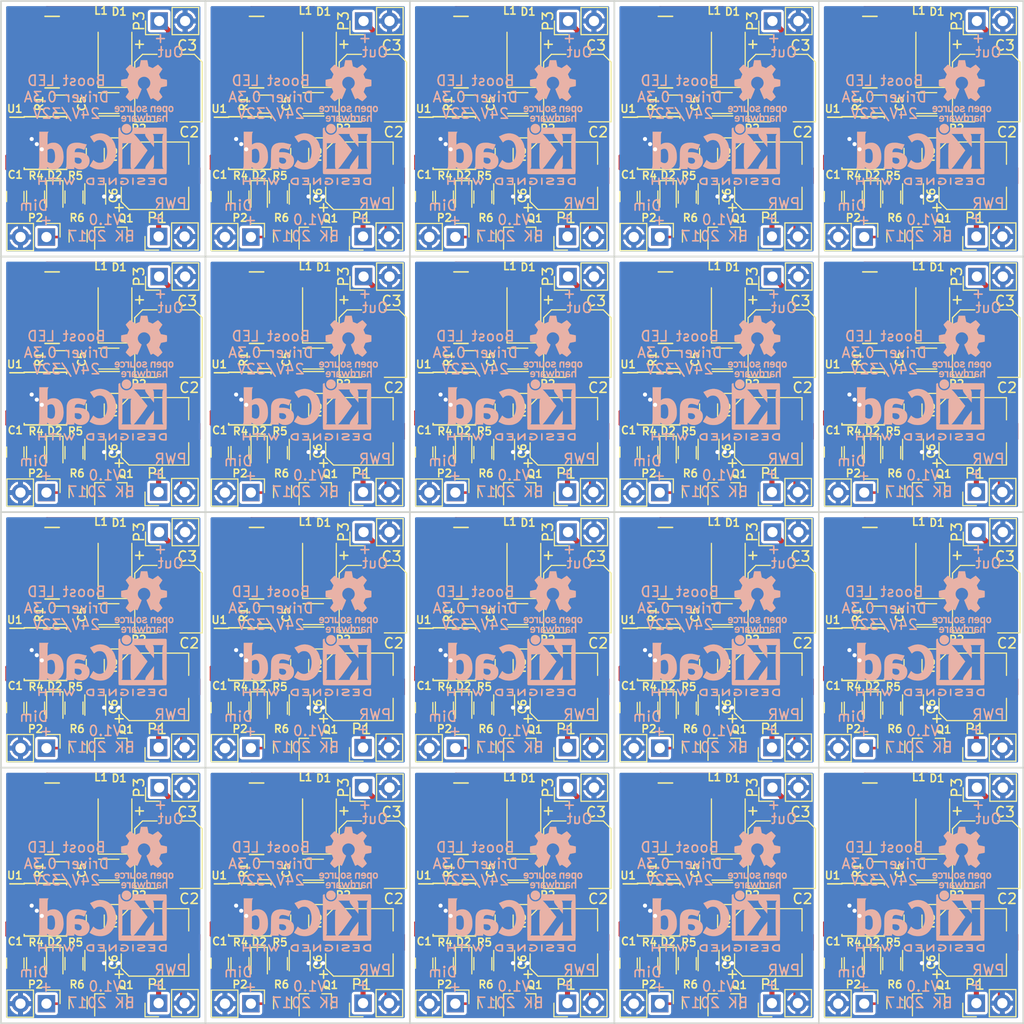
<source format=kicad_pcb>
(kicad_pcb (version 4) (host pcbnew 4.0.2-stable)
  (layers (0 F.Cu signal) (31 B.Cu signal) (34 B.Paste user) (35 F.Paste user) (36 B.SilkS user) (37 F.SilkS user) (38 B.Mask user) (39 F.Mask user) (44 Edge.Cuts user))
  (net 0 "")
  (net 1 GND)
  (net 2 VCC)
  (net 3 /Out)
  (net 4 /Dim_Ctrl)
  (net 5 /Dim)
  (net 6 "Net-(Q1-Pad1)")
  (net 7 /SW_Coll)
  (net 8 /I_Sense)
  (net 9 /Ct)
  (net 10 /Drv_Coll)
  (net 11 /Dim_C)
  (module Symbols:OSHW-Logo_5.7x6mm_SilkScreen (layer B.Cu) (at 84 123.8 180)
    (fp_text reference REF*** hide)
    (fp_text value OSHW-Logo_5.7x6mm_SilkScreen hide)
  )
  (module Symbols:KiCad-Logo2_6mm_SilkScreen (layer B.Cu) (at 99.9312 130 180)
    (fp_text reference REF*** hide)
    (fp_text value KiCad-Logo2_6mm_SilkScreen hide)
  )
  (module Symbols:KiCad-Logo2_6mm_SilkScreen (layer B.Cu) (at 79.9312 130 180)
    (fp_text reference REF*** hide)
    (fp_text value KiCad-Logo2_6mm_SilkScreen hide)
  )
  (module Symbols:OSHW-Logo_5.7x6mm_SilkScreen (layer B.Cu) (at 104 123.8 180)
    (fp_text reference REF*** hide)
    (fp_text value OSHW-Logo_5.7x6mm_SilkScreen hide)
  )
  (module Symbols:KiCad-Logo2_6mm_SilkScreen (layer B.Cu) (at 119.9312 130 180)
    (fp_text reference REF*** hide)
    (fp_text value KiCad-Logo2_6mm_SilkScreen hide)
  )
  (module Symbols:OSHW-Logo_5.7x6mm_SilkScreen (layer B.Cu) (at 144 123.8 180)
    (fp_text reference REF*** hide)
    (fp_text value OSHW-Logo_5.7x6mm_SilkScreen hide)
  )
  (module Symbols:KiCad-Logo2_6mm_SilkScreen (layer B.Cu) (at 159.9312 130 180)
    (fp_text reference REF*** hide)
    (fp_text value KiCad-Logo2_6mm_SilkScreen hide)
  )
  (module Symbols:OSHW-Logo_5.7x6mm_SilkScreen (layer B.Cu) (at 164 123.8 180)
    (fp_text reference REF*** hide)
    (fp_text value OSHW-Logo_5.7x6mm_SilkScreen hide)
  )
  (module Symbols:OSHW-Logo_5.7x6mm_SilkScreen (layer B.Cu) (at 124 123.8 180)
    (fp_text reference REF*** hide)
    (fp_text value OSHW-Logo_5.7x6mm_SilkScreen hide)
  )
  (module Symbols:KiCad-Logo2_6mm_SilkScreen (layer B.Cu) (at 139.9312 130 180)
    (fp_text reference REF*** hide)
    (fp_text value KiCad-Logo2_6mm_SilkScreen hide)
  )
  (module Resistors_SMD:R_0805 (layer F.Cu) (at 159.22 130.0112 270)
    (fp_text reference R3 (at 0 -1.7272 270) (layer F.SilkS) (effects (font (size 0.75 0.75))))
    (fp_text value 54K)
    (pad 1 smd rect (at -0.95 0 270) (size 0.7 1.3) (layers F.Cu F.Paste F.Mask) (net 3 /Out))
    (pad 2 smd rect (at 0.95 0 270) (size 0.7 1.3) (layers F.Cu F.Paste F.Mask) (net 4 /Dim_Ctrl))
  )
  (module Housings_SOIC:SOIC-8_3.9x4.9mm_Pitch1.27mm (layer F.Cu) (at 154.3432 128.8936)
    (fp_text reference U1 (at -2.9972 -3.3528) (layer F.SilkS) (effects (font (size 0.75 0.75))))
    (fp_text value 34063)
    (pad 1 smd rect (at -2.7 -1.905) (size 1.55 0.6) (layers F.Cu F.Paste F.Mask) (net 7 /SW_Coll))
    (pad 2 smd rect (at -2.7 -0.635) (size 1.55 0.6) (layers F.Cu F.Paste F.Mask) (net 1 GND))
    (pad 3 smd rect (at -2.7 0.635) (size 1.55 0.6) (layers F.Cu F.Paste F.Mask) (net 9 /Ct))
    (pad 4 smd rect (at -2.7 1.905) (size 1.55 0.6) (layers F.Cu F.Paste F.Mask) (net 1 GND))
    (pad 5 smd rect (at 2.7 1.905) (size 1.55 0.6) (layers F.Cu F.Paste F.Mask) (net 4 /Dim_Ctrl))
    (pad 6 smd rect (at 2.7 0.635) (size 1.55 0.6) (layers F.Cu F.Paste F.Mask) (net 2 VCC))
    (pad 7 smd rect (at 2.7 -0.635) (size 1.55 0.6) (layers F.Cu F.Paste F.Mask) (net 8 /I_Sense))
    (pad 8 smd rect (at 2.7 -1.905) (size 1.55 0.6) (layers F.Cu F.Paste F.Mask) (net 10 /Drv_Coll))
  )
  (module Resistors_SMD:R_0805 (layer F.Cu) (at 155.7808 125.0836)
    (fp_text reference R1 (at -2.0472 -0.0508 90) (layer F.SilkS) (effects (font (size 0.75 0.75))))
    (fp_text value 180)
    (pad 1 smd rect (at -0.95 0) (size 0.7 1.3) (layers F.Cu F.Paste F.Mask) (net 8 /I_Sense))
    (pad 2 smd rect (at 0.95 0) (size 0.7 1.3) (layers F.Cu F.Paste F.Mask) (net 10 /Drv_Coll))
  )
  (module BK_Common:IND_SMD_CD75 (layer F.Cu) (at 155 120 180)
    (fp_text reference L1 (at -4.7788 4.0604 180) (layer F.SilkS) (effects (font (size 0.75 0.75))))
    (fp_text value 100uH)
    (pad 1 smd rect (at -2.5 0 180) (size 3 7.5) (layers F.Cu F.Paste F.Mask) (net 8 /I_Sense))
    (pad 2 smd rect (at 2.5 0 180) (size 3 7.5) (layers F.Cu F.Paste F.Mask) (net 7 /SW_Coll))
  )
  (module Capacitors_SMD:CP_Elec_6.3x7.7 (layer F.Cu) (at 166.3828 123.5164 270)
    (fp_text reference C3 (at -4.1732 -1.8288 360) (layer F.SilkS))
    (fp_text value 47uF)
    (fp_text user + (at -4.28 2.91 270) (layer F.SilkS))
    (pad 1 smd rect (at -2.7 0 90) (size 3.5 1.6) (layers F.Cu F.Paste F.Mask) (net 3 /Out))
    (pad 2 smd rect (at 2.7 0 90) (size 3.5 1.6) (layers F.Cu F.Paste F.Mask) (net 1 GND))
  )
  (module Pin_Headers:Pin_Header_Straight_1x02_Pitch2.54mm (layer F.Cu) (at 165.4684 116.9556 90)
    (fp_text reference P3 (at 0 -1.9684 90) (layer F.SilkS))
    (fp_text value Out)
    (pad 1 thru_hole rect (at 0 0 90) (size 1.7 1.7) (drill 1) (layers *.Cu *.Mask) (net 3 /Out))
    (pad 2 thru_hole oval (at 0 2.54 90) (size 1.7 1.7) (drill 1) (layers *.Cu *.Mask) (net 1 GND))
  )
  (module Diodes_SMD:D_SMA (layer F.Cu) (at 161.1504 120.0544 90)
    (fp_text reference D1 (at 4.0132 0.4064 180) (layer F.SilkS) (effects (font (size 0.75 0.75))))
    (fp_text value SS14)
    (pad 1 smd rect (at -2 0 90) (size 2.5 1.8) (layers F.Cu F.Paste F.Mask) (net 3 /Out))
    (pad 2 smd rect (at 2 0 90) (size 2.5 1.8) (layers F.Cu F.Paste F.Mask) (net 7 /SW_Coll))
  )
  (module Capacitors_SMD:C_1206 (layer F.Cu) (at 160.5408 124.982)
    (fp_text reference C5 (at -2.6416 0.0508 90) (layer F.SilkS) (effects (font (size 0.75 0.75))))
    (fp_text value 10u)
    (pad 1 smd rect (at -1.5 0) (size 1 1.6) (layers F.Cu F.Paste F.Mask) (net 3 /Out))
    (pad 2 smd rect (at 1.5 0) (size 1 1.6) (layers F.Cu F.Paste F.Mask) (net 1 GND))
  )
  (module Resistors_SMD:R_1206 (layer F.Cu) (at 160.5916 127.3188 180)
    (fp_text reference R2 (at -2.8956 -0.1524 180) (layer F.SilkS) (effects (font (size 0.75 0.75))))
    (fp_text value Rsc)
    (pad 1 smd rect (at -1.45 0 180) (size 0.9 1.7) (layers F.Cu F.Paste F.Mask) (net 2 VCC))
    (pad 2 smd rect (at 1.45 0 180) (size 0.9 1.7) (layers F.Cu F.Paste F.Mask) (net 8 /I_Sense))
  )
  (module Capacitors_SMD:CP_Elec_6.3x7.7 (layer F.Cu) (at 165.062 132.094)
    (fp_text reference C2 (at 3.3528 -4.2672) (layer F.SilkS))
    (fp_text value 100uF)
    (fp_text user + (at -3.5052 3.048) (layer F.SilkS))
    (pad 1 smd rect (at -2.7 0 180) (size 3.5 1.6) (layers F.Cu F.Paste F.Mask) (net 2 VCC))
    (pad 2 smd rect (at 2.7 0 180) (size 3.5 1.6) (layers F.Cu F.Paste F.Mask) (net 1 GND))
  )
  (module Capacitors_SMD:C_1206 (layer F.Cu) (at 159.22 133.872 90)
    (fp_text reference C6 (at -0.1524 1.778 90) (layer F.SilkS) (effects (font (size 0.75 0.75))))
    (fp_text value 10u)
    (pad 1 smd rect (at -1.5 0 90) (size 1 1.6) (layers F.Cu F.Paste F.Mask) (net 1 GND))
    (pad 2 smd rect (at 1.5 0 90) (size 1 1.6) (layers F.Cu F.Paste F.Mask) (net 2 VCC))
  )
  (module Resistors_SMD:R_0805 (layer F.Cu) (at 157.1372 134.1768 270)
    (fp_text reference R5 (at -2.0828 -0.1524 360) (layer F.SilkS) (effects (font (size 0.75 0.75))))
    (fp_text value 9.1K)
    (pad 1 smd rect (at -0.95 0 270) (size 0.7 1.3) (layers F.Cu F.Paste F.Mask) (net 2 VCC))
    (pad 2 smd rect (at 0.95 0 270) (size 0.7 1.3) (layers F.Cu F.Paste F.Mask) (net 11 /Dim_C))
  )
  (module Resistors_SMD:R_0805 (layer F.Cu) (at 157.5436 137.9868 270)
    (fp_text reference R6 (at -1.778 0.1016 360) (layer F.SilkS) (effects (font (size 0.75 0.75))))
    (fp_text value 4.7K)
    (pad 1 smd rect (at -0.95 0 270) (size 0.7 1.3) (layers F.Cu F.Paste F.Mask) (net 6 "Net-(Q1-Pad1)"))
    (pad 2 smd rect (at 0.95 0 270) (size 0.7 1.3) (layers F.Cu F.Paste F.Mask) (net 5 /Dim))
  )
  (module Pin_Headers:Pin_Header_Straight_1x02_Pitch2.54mm (layer F.Cu) (at 165.4176 138.0376 90)
    (fp_text reference P1 (at 1.8288 -0.1524 180) (layer F.SilkS))
    (fp_text value PWR)
    (pad 1 thru_hole rect (at 0 0 90) (size 1.7 1.7) (drill 1) (layers *.Cu *.Mask) (net 2 VCC))
    (pad 2 thru_hole oval (at 0 2.54 90) (size 1.7 1.7) (drill 1) (layers *.Cu *.Mask) (net 1 GND))
  )
  (module TO_SOT_Packages_SMD:SOT-23 (layer F.Cu) (at 160.744 137.8852 90)
    (fp_text reference Q1 (at 1.6256 1.4732 180) (layer F.SilkS) (effects (font (size 0.75 0.75))))
    (fp_text value Q_NPN_BEC)
    (pad 1 smd rect (at -1 -0.95 90) (size 0.9 0.8) (layers F.Cu F.Paste F.Mask) (net 6 "Net-(Q1-Pad1)"))
    (pad 2 smd rect (at -1 0.95 90) (size 0.9 0.8) (layers F.Cu F.Paste F.Mask) (net 1 GND))
    (pad 3 smd rect (at 1 0 90) (size 0.9 0.8) (layers F.Cu F.Paste F.Mask) (net 11 /Dim_C))
  )
  (module Pin_Headers:Pin_Header_Straight_1x02_Pitch2.54mm (layer F.Cu) (at 145.4176 138.0376 90)
    (fp_text reference P1 (at 1.8288 -0.1524 180) (layer F.SilkS))
    (fp_text value PWR)
    (pad 1 thru_hole rect (at 0 0 90) (size 1.7 1.7) (drill 1) (layers *.Cu *.Mask) (net 2 VCC))
    (pad 2 thru_hole oval (at 0 2.54 90) (size 1.7 1.7) (drill 1) (layers *.Cu *.Mask) (net 1 GND))
  )
  (module Pin_Headers:Pin_Header_Straight_1x02_Pitch2.54mm (layer F.Cu) (at 154.4448 138.0884 270)
    (fp_text reference P2 (at -1.8796 1.0668 360) (layer F.SilkS) (effects (font (size 0.75 0.75))))
    (fp_text value Dim)
    (pad 1 thru_hole rect (at 0 0 270) (size 1.7 1.7) (drill 1) (layers *.Cu *.Mask) (net 5 /Dim))
    (pad 2 thru_hole oval (at 0 2.54 270) (size 1.7 1.7) (drill 1) (layers *.Cu *.Mask) (net 1 GND))
  )
  (module Capacitors_SMD:CP_Elec_6.3x7.7 (layer F.Cu) (at 145.062 132.094)
    (fp_text reference C2 (at 3.3528 -4.2672) (layer F.SilkS))
    (fp_text value 100uF)
    (fp_text user + (at -3.5052 3.048) (layer F.SilkS))
    (pad 1 smd rect (at -2.7 0 180) (size 3.5 1.6) (layers F.Cu F.Paste F.Mask) (net 2 VCC))
    (pad 2 smd rect (at 2.7 0 180) (size 3.5 1.6) (layers F.Cu F.Paste F.Mask) (net 1 GND))
  )
  (module Resistors_SMD:R_0805 (layer F.Cu) (at 153.378 134.1768 270)
    (fp_text reference R4 (at -2.0828 -0.0508 360) (layer F.SilkS) (effects (font (size 0.75 0.75))))
    (fp_text value 2.2K)
    (pad 1 smd rect (at -0.95 0 270) (size 0.7 1.3) (layers F.Cu F.Paste F.Mask) (net 4 /Dim_Ctrl))
    (pad 2 smd rect (at 0.95 0 270) (size 0.7 1.3) (layers F.Cu F.Paste F.Mask) (net 1 GND))
  )
  (module Diodes_SMD:D_0805 (layer F.Cu) (at 155.2576 134.1768 270)
    (fp_text reference D2 (at -2.1336 0 360) (layer F.SilkS) (effects (font (size 0.75 0.75))))
    (fp_text value 1N4148)
    (pad 1 smd rect (at -1.05 0 270) (size 0.8 0.9) (layers F.Cu F.Paste F.Mask) (net 4 /Dim_Ctrl))
    (pad 2 smd rect (at 1.05 0 270) (size 0.8 0.9) (layers F.Cu F.Paste F.Mask) (net 11 /Dim_C))
  )
  (module Capacitors_SMD:C_0805 (layer F.Cu) (at 151.3968 134.126 270)
    (fp_text reference C1 (at -2.1336 0 360) (layer F.SilkS) (effects (font (size 0.75 0.75))))
    (fp_text value 107pF)
    (pad 1 smd rect (at -1 0 270) (size 1 1.25) (layers F.Cu F.Paste F.Mask) (net 9 /Ct))
    (pad 2 smd rect (at 1 0 270) (size 1 1.25) (layers F.Cu F.Paste F.Mask) (net 1 GND))
  )
  (module TO_SOT_Packages_SMD:SOT-23 (layer F.Cu) (at 140.744 137.8852 90)
    (fp_text reference Q1 (at 1.6256 1.4732 180) (layer F.SilkS) (effects (font (size 0.75 0.75))))
    (fp_text value Q_NPN_BEC)
    (pad 1 smd rect (at -1 -0.95 90) (size 0.9 0.8) (layers F.Cu F.Paste F.Mask) (net 6 "Net-(Q1-Pad1)"))
    (pad 2 smd rect (at -1 0.95 90) (size 0.9 0.8) (layers F.Cu F.Paste F.Mask) (net 1 GND))
    (pad 3 smd rect (at 1 0 90) (size 0.9 0.8) (layers F.Cu F.Paste F.Mask) (net 11 /Dim_C))
  )
  (module Resistors_SMD:R_1206 (layer F.Cu) (at 140.5916 127.3188 180)
    (fp_text reference R2 (at -2.8956 -0.1524 180) (layer F.SilkS) (effects (font (size 0.75 0.75))))
    (fp_text value Rsc)
    (pad 1 smd rect (at -1.45 0 180) (size 0.9 1.7) (layers F.Cu F.Paste F.Mask) (net 2 VCC))
    (pad 2 smd rect (at 1.45 0 180) (size 0.9 1.7) (layers F.Cu F.Paste F.Mask) (net 8 /I_Sense))
  )
  (module Diodes_SMD:D_SMA (layer F.Cu) (at 141.1504 120.0544 90)
    (fp_text reference D1 (at 4.0132 0.4064 180) (layer F.SilkS) (effects (font (size 0.75 0.75))))
    (fp_text value SS14)
    (pad 1 smd rect (at -2 0 90) (size 2.5 1.8) (layers F.Cu F.Paste F.Mask) (net 3 /Out))
    (pad 2 smd rect (at 2 0 90) (size 2.5 1.8) (layers F.Cu F.Paste F.Mask) (net 7 /SW_Coll))
  )
  (module Pin_Headers:Pin_Header_Straight_1x02_Pitch2.54mm (layer F.Cu) (at 145.4684 116.9556 90)
    (fp_text reference P3 (at 0 -1.9684 90) (layer F.SilkS))
    (fp_text value Out)
    (pad 1 thru_hole rect (at 0 0 90) (size 1.7 1.7) (drill 1) (layers *.Cu *.Mask) (net 3 /Out))
    (pad 2 thru_hole oval (at 0 2.54 90) (size 1.7 1.7) (drill 1) (layers *.Cu *.Mask) (net 1 GND))
  )
  (module Capacitors_SMD:CP_Elec_6.3x7.7 (layer F.Cu) (at 146.3828 123.5164 270)
    (fp_text reference C3 (at -4.1732 -1.8288 360) (layer F.SilkS))
    (fp_text value 47uF)
    (fp_text user + (at -4.28 2.91 270) (layer F.SilkS))
    (pad 1 smd rect (at -2.7 0 90) (size 3.5 1.6) (layers F.Cu F.Paste F.Mask) (net 3 /Out))
    (pad 2 smd rect (at 2.7 0 90) (size 3.5 1.6) (layers F.Cu F.Paste F.Mask) (net 1 GND))
  )
  (module Capacitors_SMD:C_1206 (layer F.Cu) (at 140.5408 124.982)
    (fp_text reference C5 (at -2.6416 0.0508 90) (layer F.SilkS) (effects (font (size 0.75 0.75))))
    (fp_text value 10u)
    (pad 1 smd rect (at -1.5 0) (size 1 1.6) (layers F.Cu F.Paste F.Mask) (net 3 /Out))
    (pad 2 smd rect (at 1.5 0) (size 1 1.6) (layers F.Cu F.Paste F.Mask) (net 1 GND))
  )
  (module Capacitors_SMD:CP_Elec_6.3x7.7 (layer F.Cu) (at 106.3828 123.5164 270)
    (fp_text reference C3 (at -4.1732 -1.8288 360) (layer F.SilkS))
    (fp_text value 47uF)
    (fp_text user + (at -4.28 2.91 270) (layer F.SilkS))
    (pad 1 smd rect (at -2.7 0 90) (size 3.5 1.6) (layers F.Cu F.Paste F.Mask) (net 3 /Out))
    (pad 2 smd rect (at 2.7 0 90) (size 3.5 1.6) (layers F.Cu F.Paste F.Mask) (net 1 GND))
  )
  (module Pin_Headers:Pin_Header_Straight_1x02_Pitch2.54mm (layer F.Cu) (at 105.4684 116.9556 90)
    (fp_text reference P3 (at 0 -1.9684 90) (layer F.SilkS))
    (fp_text value Out)
    (pad 1 thru_hole rect (at 0 0 90) (size 1.7 1.7) (drill 1) (layers *.Cu *.Mask) (net 3 /Out))
    (pad 2 thru_hole oval (at 0 2.54 90) (size 1.7 1.7) (drill 1) (layers *.Cu *.Mask) (net 1 GND))
  )
  (module Capacitors_SMD:C_1206 (layer F.Cu) (at 100.5408 124.982)
    (fp_text reference C5 (at -2.6416 0.0508 90) (layer F.SilkS) (effects (font (size 0.75 0.75))))
    (fp_text value 10u)
    (pad 1 smd rect (at -1.5 0) (size 1 1.6) (layers F.Cu F.Paste F.Mask) (net 3 /Out))
    (pad 2 smd rect (at 1.5 0) (size 1 1.6) (layers F.Cu F.Paste F.Mask) (net 1 GND))
  )
  (module Diodes_SMD:D_SMA (layer F.Cu) (at 101.1504 120.0544 90)
    (fp_text reference D1 (at 4.0132 0.4064 180) (layer F.SilkS) (effects (font (size 0.75 0.75))))
    (fp_text value SS14)
    (pad 1 smd rect (at -2 0 90) (size 2.5 1.8) (layers F.Cu F.Paste F.Mask) (net 3 /Out))
    (pad 2 smd rect (at 2 0 90) (size 2.5 1.8) (layers F.Cu F.Paste F.Mask) (net 7 /SW_Coll))
  )
  (module Diodes_SMD:D_SMA (layer F.Cu) (at 81.1504 120.0544 90)
    (fp_text reference D1 (at 4.0132 0.4064 180) (layer F.SilkS) (effects (font (size 0.75 0.75))))
    (fp_text value SS14)
    (pad 1 smd rect (at -2 0 90) (size 2.5 1.8) (layers F.Cu F.Paste F.Mask) (net 3 /Out))
    (pad 2 smd rect (at 2 0 90) (size 2.5 1.8) (layers F.Cu F.Paste F.Mask) (net 7 /SW_Coll))
  )
  (module BK_Common:IND_SMD_CD75 (layer F.Cu) (at 75 120 180)
    (fp_text reference L1 (at -4.7788 4.0604 180) (layer F.SilkS) (effects (font (size 0.75 0.75))))
    (fp_text value 100uH)
    (pad 1 smd rect (at -2.5 0 180) (size 3 7.5) (layers F.Cu F.Paste F.Mask) (net 8 /I_Sense))
    (pad 2 smd rect (at 2.5 0 180) (size 3 7.5) (layers F.Cu F.Paste F.Mask) (net 7 /SW_Coll))
  )
  (module Resistors_SMD:R_0805 (layer F.Cu) (at 75.7808 125.0836)
    (fp_text reference R1 (at -2.0472 -0.0508 90) (layer F.SilkS) (effects (font (size 0.75 0.75))))
    (fp_text value 180)
    (pad 1 smd rect (at -0.95 0) (size 0.7 1.3) (layers F.Cu F.Paste F.Mask) (net 8 /I_Sense))
    (pad 2 smd rect (at 0.95 0) (size 0.7 1.3) (layers F.Cu F.Paste F.Mask) (net 10 /Drv_Coll))
  )
  (module Resistors_SMD:R_1206 (layer F.Cu) (at 80.5916 127.3188 180)
    (fp_text reference R2 (at -2.8956 -0.1524 180) (layer F.SilkS) (effects (font (size 0.75 0.75))))
    (fp_text value Rsc)
    (pad 1 smd rect (at -1.45 0 180) (size 0.9 1.7) (layers F.Cu F.Paste F.Mask) (net 2 VCC))
    (pad 2 smd rect (at 1.45 0 180) (size 0.9 1.7) (layers F.Cu F.Paste F.Mask) (net 8 /I_Sense))
  )
  (module Capacitors_SMD:C_1206 (layer F.Cu) (at 80.5408 124.982)
    (fp_text reference C5 (at -2.6416 0.0508 90) (layer F.SilkS) (effects (font (size 0.75 0.75))))
    (fp_text value 10u)
    (pad 1 smd rect (at -1.5 0) (size 1 1.6) (layers F.Cu F.Paste F.Mask) (net 3 /Out))
    (pad 2 smd rect (at 1.5 0) (size 1 1.6) (layers F.Cu F.Paste F.Mask) (net 1 GND))
  )
  (module Resistors_SMD:R_0805 (layer F.Cu) (at 79.22 130.0112 270)
    (fp_text reference R3 (at 0 -1.7272 270) (layer F.SilkS) (effects (font (size 0.75 0.75))))
    (fp_text value 54K)
    (pad 1 smd rect (at -0.95 0 270) (size 0.7 1.3) (layers F.Cu F.Paste F.Mask) (net 3 /Out))
    (pad 2 smd rect (at 0.95 0 270) (size 0.7 1.3) (layers F.Cu F.Paste F.Mask) (net 4 /Dim_Ctrl))
  )
  (module Housings_SOIC:SOIC-8_3.9x4.9mm_Pitch1.27mm (layer F.Cu) (at 74.3432 128.8936)
    (fp_text reference U1 (at -2.9972 -3.3528) (layer F.SilkS) (effects (font (size 0.75 0.75))))
    (fp_text value 34063)
    (pad 1 smd rect (at -2.7 -1.905) (size 1.55 0.6) (layers F.Cu F.Paste F.Mask) (net 7 /SW_Coll))
    (pad 2 smd rect (at -2.7 -0.635) (size 1.55 0.6) (layers F.Cu F.Paste F.Mask) (net 1 GND))
    (pad 3 smd rect (at -2.7 0.635) (size 1.55 0.6) (layers F.Cu F.Paste F.Mask) (net 9 /Ct))
    (pad 4 smd rect (at -2.7 1.905) (size 1.55 0.6) (layers F.Cu F.Paste F.Mask) (net 1 GND))
    (pad 5 smd rect (at 2.7 1.905) (size 1.55 0.6) (layers F.Cu F.Paste F.Mask) (net 4 /Dim_Ctrl))
    (pad 6 smd rect (at 2.7 0.635) (size 1.55 0.6) (layers F.Cu F.Paste F.Mask) (net 2 VCC))
    (pad 7 smd rect (at 2.7 -0.635) (size 1.55 0.6) (layers F.Cu F.Paste F.Mask) (net 8 /I_Sense))
    (pad 8 smd rect (at 2.7 -1.905) (size 1.55 0.6) (layers F.Cu F.Paste F.Mask) (net 10 /Drv_Coll))
  )
  (module Capacitors_SMD:C_1206 (layer F.Cu) (at 79.22 133.872 90)
    (fp_text reference C6 (at -0.1524 1.778 90) (layer F.SilkS) (effects (font (size 0.75 0.75))))
    (fp_text value 10u)
    (pad 1 smd rect (at -1.5 0 90) (size 1 1.6) (layers F.Cu F.Paste F.Mask) (net 1 GND))
    (pad 2 smd rect (at 1.5 0 90) (size 1 1.6) (layers F.Cu F.Paste F.Mask) (net 2 VCC))
  )
  (module Pin_Headers:Pin_Header_Straight_1x02_Pitch2.54mm (layer F.Cu) (at 85.4176 138.0376 90)
    (fp_text reference P1 (at 1.8288 -0.1524 180) (layer F.SilkS))
    (fp_text value PWR)
    (pad 1 thru_hole rect (at 0 0 90) (size 1.7 1.7) (drill 1) (layers *.Cu *.Mask) (net 2 VCC))
    (pad 2 thru_hole oval (at 0 2.54 90) (size 1.7 1.7) (drill 1) (layers *.Cu *.Mask) (net 1 GND))
  )
  (module Resistors_SMD:R_0805 (layer F.Cu) (at 93.378 134.1768 270)
    (fp_text reference R4 (at -2.0828 -0.0508 360) (layer F.SilkS) (effects (font (size 0.75 0.75))))
    (fp_text value 2.2K)
    (pad 1 smd rect (at -0.95 0 270) (size 0.7 1.3) (layers F.Cu F.Paste F.Mask) (net 4 /Dim_Ctrl))
    (pad 2 smd rect (at 0.95 0 270) (size 0.7 1.3) (layers F.Cu F.Paste F.Mask) (net 1 GND))
  )
  (module Diodes_SMD:D_0805 (layer F.Cu) (at 95.2576 134.1768 270)
    (fp_text reference D2 (at -2.1336 0 360) (layer F.SilkS) (effects (font (size 0.75 0.75))))
    (fp_text value 1N4148)
    (pad 1 smd rect (at -1.05 0 270) (size 0.8 0.9) (layers F.Cu F.Paste F.Mask) (net 4 /Dim_Ctrl))
    (pad 2 smd rect (at 1.05 0 270) (size 0.8 0.9) (layers F.Cu F.Paste F.Mask) (net 11 /Dim_C))
  )
  (module Pin_Headers:Pin_Header_Straight_1x02_Pitch2.54mm (layer F.Cu) (at 94.4448 138.0884 270)
    (fp_text reference P2 (at -1.8796 1.0668 360) (layer F.SilkS) (effects (font (size 0.75 0.75))))
    (fp_text value Dim)
    (pad 1 thru_hole rect (at 0 0 270) (size 1.7 1.7) (drill 1) (layers *.Cu *.Mask) (net 5 /Dim))
    (pad 2 thru_hole oval (at 0 2.54 270) (size 1.7 1.7) (drill 1) (layers *.Cu *.Mask) (net 1 GND))
  )
  (module Capacitors_SMD:C_0805 (layer F.Cu) (at 91.3968 134.126 270)
    (fp_text reference C1 (at -2.1336 0 360) (layer F.SilkS) (effects (font (size 0.75 0.75))))
    (fp_text value 107pF)
    (pad 1 smd rect (at -1 0 270) (size 1 1.25) (layers F.Cu F.Paste F.Mask) (net 9 /Ct))
    (pad 2 smd rect (at 1 0 270) (size 1 1.25) (layers F.Cu F.Paste F.Mask) (net 1 GND))
  )
  (module Capacitors_SMD:CP_Elec_6.3x7.7 (layer F.Cu) (at 85.062 132.094)
    (fp_text reference C2 (at 3.3528 -4.2672) (layer F.SilkS))
    (fp_text value 100uF)
    (fp_text user + (at -3.5052 3.048) (layer F.SilkS))
    (pad 1 smd rect (at -2.7 0 180) (size 3.5 1.6) (layers F.Cu F.Paste F.Mask) (net 2 VCC))
    (pad 2 smd rect (at 2.7 0 180) (size 3.5 1.6) (layers F.Cu F.Paste F.Mask) (net 1 GND))
  )
  (module TO_SOT_Packages_SMD:SOT-23 (layer F.Cu) (at 80.744 137.8852 90)
    (fp_text reference Q1 (at 1.6256 1.4732 180) (layer F.SilkS) (effects (font (size 0.75 0.75))))
    (fp_text value Q_NPN_BEC)
    (pad 1 smd rect (at -1 -0.95 90) (size 0.9 0.8) (layers F.Cu F.Paste F.Mask) (net 6 "Net-(Q1-Pad1)"))
    (pad 2 smd rect (at -1 0.95 90) (size 0.9 0.8) (layers F.Cu F.Paste F.Mask) (net 1 GND))
    (pad 3 smd rect (at 1 0 90) (size 0.9 0.8) (layers F.Cu F.Paste F.Mask) (net 11 /Dim_C))
  )
  (module Resistors_SMD:R_0805 (layer F.Cu) (at 97.1372 134.1768 270)
    (fp_text reference R5 (at -2.0828 -0.1524 360) (layer F.SilkS) (effects (font (size 0.75 0.75))))
    (fp_text value 9.1K)
    (pad 1 smd rect (at -0.95 0 270) (size 0.7 1.3) (layers F.Cu F.Paste F.Mask) (net 2 VCC))
    (pad 2 smd rect (at 0.95 0 270) (size 0.7 1.3) (layers F.Cu F.Paste F.Mask) (net 11 /Dim_C))
  )
  (module Resistors_SMD:R_0805 (layer F.Cu) (at 99.22 130.0112 270)
    (fp_text reference R3 (at 0 -1.7272 270) (layer F.SilkS) (effects (font (size 0.75 0.75))))
    (fp_text value 54K)
    (pad 1 smd rect (at -0.95 0 270) (size 0.7 1.3) (layers F.Cu F.Paste F.Mask) (net 3 /Out))
    (pad 2 smd rect (at 0.95 0 270) (size 0.7 1.3) (layers F.Cu F.Paste F.Mask) (net 4 /Dim_Ctrl))
  )
  (module Resistors_SMD:R_0805 (layer F.Cu) (at 97.5436 137.9868 270)
    (fp_text reference R6 (at -1.778 0.1016 360) (layer F.SilkS) (effects (font (size 0.75 0.75))))
    (fp_text value 4.7K)
    (pad 1 smd rect (at -0.95 0 270) (size 0.7 1.3) (layers F.Cu F.Paste F.Mask) (net 6 "Net-(Q1-Pad1)"))
    (pad 2 smd rect (at 0.95 0 270) (size 0.7 1.3) (layers F.Cu F.Paste F.Mask) (net 5 /Dim))
  )
  (module Capacitors_SMD:C_1206 (layer F.Cu) (at 99.22 133.872 90)
    (fp_text reference C6 (at -0.1524 1.778 90) (layer F.SilkS) (effects (font (size 0.75 0.75))))
    (fp_text value 10u)
    (pad 1 smd rect (at -1.5 0 90) (size 1 1.6) (layers F.Cu F.Paste F.Mask) (net 1 GND))
    (pad 2 smd rect (at 1.5 0 90) (size 1 1.6) (layers F.Cu F.Paste F.Mask) (net 2 VCC))
  )
  (module TO_SOT_Packages_SMD:SOT-23 (layer F.Cu) (at 100.744 137.8852 90)
    (fp_text reference Q1 (at 1.6256 1.4732 180) (layer F.SilkS) (effects (font (size 0.75 0.75))))
    (fp_text value Q_NPN_BEC)
    (pad 1 smd rect (at -1 -0.95 90) (size 0.9 0.8) (layers F.Cu F.Paste F.Mask) (net 6 "Net-(Q1-Pad1)"))
    (pad 2 smd rect (at -1 0.95 90) (size 0.9 0.8) (layers F.Cu F.Paste F.Mask) (net 1 GND))
    (pad 3 smd rect (at 1 0 90) (size 0.9 0.8) (layers F.Cu F.Paste F.Mask) (net 11 /Dim_C))
  )
  (module Capacitors_SMD:CP_Elec_6.3x7.7 (layer F.Cu) (at 105.062 132.094)
    (fp_text reference C2 (at 3.3528 -4.2672) (layer F.SilkS))
    (fp_text value 100uF)
    (fp_text user + (at -3.5052 3.048) (layer F.SilkS))
    (pad 1 smd rect (at -2.7 0 180) (size 3.5 1.6) (layers F.Cu F.Paste F.Mask) (net 2 VCC))
    (pad 2 smd rect (at 2.7 0 180) (size 3.5 1.6) (layers F.Cu F.Paste F.Mask) (net 1 GND))
  )
  (module Pin_Headers:Pin_Header_Straight_1x02_Pitch2.54mm (layer F.Cu) (at 105.4176 138.0376 90)
    (fp_text reference P1 (at 1.8288 -0.1524 180) (layer F.SilkS))
    (fp_text value PWR)
    (pad 1 thru_hole rect (at 0 0 90) (size 1.7 1.7) (drill 1) (layers *.Cu *.Mask) (net 2 VCC))
    (pad 2 thru_hole oval (at 0 2.54 90) (size 1.7 1.7) (drill 1) (layers *.Cu *.Mask) (net 1 GND))
  )
  (module Resistors_SMD:R_1206 (layer F.Cu) (at 100.5916 127.3188 180)
    (fp_text reference R2 (at -2.8956 -0.1524 180) (layer F.SilkS) (effects (font (size 0.75 0.75))))
    (fp_text value Rsc)
    (pad 1 smd rect (at -1.45 0 180) (size 0.9 1.7) (layers F.Cu F.Paste F.Mask) (net 2 VCC))
    (pad 2 smd rect (at 1.45 0 180) (size 0.9 1.7) (layers F.Cu F.Paste F.Mask) (net 8 /I_Sense))
  )
  (module Pin_Headers:Pin_Header_Straight_1x02_Pitch2.54mm (layer F.Cu) (at 85.4684 116.9556 90)
    (fp_text reference P3 (at 0 -1.9684 90) (layer F.SilkS))
    (fp_text value Out)
    (pad 1 thru_hole rect (at 0 0 90) (size 1.7 1.7) (drill 1) (layers *.Cu *.Mask) (net 3 /Out))
    (pad 2 thru_hole oval (at 0 2.54 90) (size 1.7 1.7) (drill 1) (layers *.Cu *.Mask) (net 1 GND))
  )
  (module Resistors_SMD:R_0805 (layer F.Cu) (at 95.7808 125.0836)
    (fp_text reference R1 (at -2.0472 -0.0508 90) (layer F.SilkS) (effects (font (size 0.75 0.75))))
    (fp_text value 180)
    (pad 1 smd rect (at -0.95 0) (size 0.7 1.3) (layers F.Cu F.Paste F.Mask) (net 8 /I_Sense))
    (pad 2 smd rect (at 0.95 0) (size 0.7 1.3) (layers F.Cu F.Paste F.Mask) (net 10 /Drv_Coll))
  )
  (module BK_Common:IND_SMD_CD75 (layer F.Cu) (at 95 120 180)
    (fp_text reference L1 (at -4.7788 4.0604 180) (layer F.SilkS) (effects (font (size 0.75 0.75))))
    (fp_text value 100uH)
    (pad 1 smd rect (at -2.5 0 180) (size 3 7.5) (layers F.Cu F.Paste F.Mask) (net 8 /I_Sense))
    (pad 2 smd rect (at 2.5 0 180) (size 3 7.5) (layers F.Cu F.Paste F.Mask) (net 7 /SW_Coll))
  )
  (module Housings_SOIC:SOIC-8_3.9x4.9mm_Pitch1.27mm (layer F.Cu) (at 94.3432 128.8936)
    (fp_text reference U1 (at -2.9972 -3.3528) (layer F.SilkS) (effects (font (size 0.75 0.75))))
    (fp_text value 34063)
    (pad 1 smd rect (at -2.7 -1.905) (size 1.55 0.6) (layers F.Cu F.Paste F.Mask) (net 7 /SW_Coll))
    (pad 2 smd rect (at -2.7 -0.635) (size 1.55 0.6) (layers F.Cu F.Paste F.Mask) (net 1 GND))
    (pad 3 smd rect (at -2.7 0.635) (size 1.55 0.6) (layers F.Cu F.Paste F.Mask) (net 9 /Ct))
    (pad 4 smd rect (at -2.7 1.905) (size 1.55 0.6) (layers F.Cu F.Paste F.Mask) (net 1 GND))
    (pad 5 smd rect (at 2.7 1.905) (size 1.55 0.6) (layers F.Cu F.Paste F.Mask) (net 4 /Dim_Ctrl))
    (pad 6 smd rect (at 2.7 0.635) (size 1.55 0.6) (layers F.Cu F.Paste F.Mask) (net 2 VCC))
    (pad 7 smd rect (at 2.7 -0.635) (size 1.55 0.6) (layers F.Cu F.Paste F.Mask) (net 8 /I_Sense))
    (pad 8 smd rect (at 2.7 -1.905) (size 1.55 0.6) (layers F.Cu F.Paste F.Mask) (net 10 /Drv_Coll))
  )
  (module Capacitors_SMD:CP_Elec_6.3x7.7 (layer F.Cu) (at 86.3828 123.5164 270)
    (fp_text reference C3 (at -4.1732 -1.8288 360) (layer F.SilkS))
    (fp_text value 47uF)
    (fp_text user + (at -4.28 2.91 270) (layer F.SilkS))
    (pad 1 smd rect (at -2.7 0 90) (size 3.5 1.6) (layers F.Cu F.Paste F.Mask) (net 3 /Out))
    (pad 2 smd rect (at 2.7 0 90) (size 3.5 1.6) (layers F.Cu F.Paste F.Mask) (net 1 GND))
  )
  (module Resistors_SMD:R_0805 (layer F.Cu) (at 77.1372 134.1768 270)
    (fp_text reference R5 (at -2.0828 -0.1524 360) (layer F.SilkS) (effects (font (size 0.75 0.75))))
    (fp_text value 9.1K)
    (pad 1 smd rect (at -0.95 0 270) (size 0.7 1.3) (layers F.Cu F.Paste F.Mask) (net 2 VCC))
    (pad 2 smd rect (at 0.95 0 270) (size 0.7 1.3) (layers F.Cu F.Paste F.Mask) (net 11 /Dim_C))
  )
  (module Resistors_SMD:R_0805 (layer F.Cu) (at 77.5436 137.9868 270)
    (fp_text reference R6 (at -1.778 0.1016 360) (layer F.SilkS) (effects (font (size 0.75 0.75))))
    (fp_text value 4.7K)
    (pad 1 smd rect (at -0.95 0 270) (size 0.7 1.3) (layers F.Cu F.Paste F.Mask) (net 6 "Net-(Q1-Pad1)"))
    (pad 2 smd rect (at 0.95 0 270) (size 0.7 1.3) (layers F.Cu F.Paste F.Mask) (net 5 /Dim))
  )
  (module Diodes_SMD:D_0805 (layer F.Cu) (at 75.2576 134.1768 270)
    (fp_text reference D2 (at -2.1336 0 360) (layer F.SilkS) (effects (font (size 0.75 0.75))))
    (fp_text value 1N4148)
    (pad 1 smd rect (at -1.05 0 270) (size 0.8 0.9) (layers F.Cu F.Paste F.Mask) (net 4 /Dim_Ctrl))
    (pad 2 smd rect (at 1.05 0 270) (size 0.8 0.9) (layers F.Cu F.Paste F.Mask) (net 11 /Dim_C))
  )
  (module Resistors_SMD:R_0805 (layer F.Cu) (at 73.378 134.1768 270)
    (fp_text reference R4 (at -2.0828 -0.0508 360) (layer F.SilkS) (effects (font (size 0.75 0.75))))
    (fp_text value 2.2K)
    (pad 1 smd rect (at -0.95 0 270) (size 0.7 1.3) (layers F.Cu F.Paste F.Mask) (net 4 /Dim_Ctrl))
    (pad 2 smd rect (at 0.95 0 270) (size 0.7 1.3) (layers F.Cu F.Paste F.Mask) (net 1 GND))
  )
  (module Capacitors_SMD:C_0805 (layer F.Cu) (at 71.3968 134.126 270)
    (fp_text reference C1 (at -2.1336 0 360) (layer F.SilkS) (effects (font (size 0.75 0.75))))
    (fp_text value 107pF)
    (pad 1 smd rect (at -1 0 270) (size 1 1.25) (layers F.Cu F.Paste F.Mask) (net 9 /Ct))
    (pad 2 smd rect (at 1 0 270) (size 1 1.25) (layers F.Cu F.Paste F.Mask) (net 1 GND))
  )
  (module Pin_Headers:Pin_Header_Straight_1x02_Pitch2.54mm (layer F.Cu) (at 74.4448 138.0884 270)
    (fp_text reference P2 (at -1.8796 1.0668 360) (layer F.SilkS) (effects (font (size 0.75 0.75))))
    (fp_text value Dim)
    (pad 1 thru_hole rect (at 0 0 270) (size 1.7 1.7) (drill 1) (layers *.Cu *.Mask) (net 5 /Dim))
    (pad 2 thru_hole oval (at 0 2.54 270) (size 1.7 1.7) (drill 1) (layers *.Cu *.Mask) (net 1 GND))
  )
  (module Resistors_SMD:R_0805 (layer F.Cu) (at 133.378 134.1768 270)
    (fp_text reference R4 (at -2.0828 -0.0508 360) (layer F.SilkS) (effects (font (size 0.75 0.75))))
    (fp_text value 2.2K)
    (pad 1 smd rect (at -0.95 0 270) (size 0.7 1.3) (layers F.Cu F.Paste F.Mask) (net 4 /Dim_Ctrl))
    (pad 2 smd rect (at 0.95 0 270) (size 0.7 1.3) (layers F.Cu F.Paste F.Mask) (net 1 GND))
  )
  (module Capacitors_SMD:C_1206 (layer F.Cu) (at 139.22 133.872 90)
    (fp_text reference C6 (at -0.1524 1.778 90) (layer F.SilkS) (effects (font (size 0.75 0.75))))
    (fp_text value 10u)
    (pad 1 smd rect (at -1.5 0 90) (size 1 1.6) (layers F.Cu F.Paste F.Mask) (net 1 GND))
    (pad 2 smd rect (at 1.5 0 90) (size 1 1.6) (layers F.Cu F.Paste F.Mask) (net 2 VCC))
  )
  (module Resistors_SMD:R_0805 (layer F.Cu) (at 139.22 130.0112 270)
    (fp_text reference R3 (at 0 -1.7272 270) (layer F.SilkS) (effects (font (size 0.75 0.75))))
    (fp_text value 54K)
    (pad 1 smd rect (at -0.95 0 270) (size 0.7 1.3) (layers F.Cu F.Paste F.Mask) (net 3 /Out))
    (pad 2 smd rect (at 0.95 0 270) (size 0.7 1.3) (layers F.Cu F.Paste F.Mask) (net 4 /Dim_Ctrl))
  )
  (module Housings_SOIC:SOIC-8_3.9x4.9mm_Pitch1.27mm (layer F.Cu) (at 134.3432 128.8936)
    (fp_text reference U1 (at -2.9972 -3.3528) (layer F.SilkS) (effects (font (size 0.75 0.75))))
    (fp_text value 34063)
    (pad 1 smd rect (at -2.7 -1.905) (size 1.55 0.6) (layers F.Cu F.Paste F.Mask) (net 7 /SW_Coll))
    (pad 2 smd rect (at -2.7 -0.635) (size 1.55 0.6) (layers F.Cu F.Paste F.Mask) (net 1 GND))
    (pad 3 smd rect (at -2.7 0.635) (size 1.55 0.6) (layers F.Cu F.Paste F.Mask) (net 9 /Ct))
    (pad 4 smd rect (at -2.7 1.905) (size 1.55 0.6) (layers F.Cu F.Paste F.Mask) (net 1 GND))
    (pad 5 smd rect (at 2.7 1.905) (size 1.55 0.6) (layers F.Cu F.Paste F.Mask) (net 4 /Dim_Ctrl))
    (pad 6 smd rect (at 2.7 0.635) (size 1.55 0.6) (layers F.Cu F.Paste F.Mask) (net 2 VCC))
    (pad 7 smd rect (at 2.7 -0.635) (size 1.55 0.6) (layers F.Cu F.Paste F.Mask) (net 8 /I_Sense))
    (pad 8 smd rect (at 2.7 -1.905) (size 1.55 0.6) (layers F.Cu F.Paste F.Mask) (net 10 /Drv_Coll))
  )
  (module Resistors_SMD:R_0805 (layer F.Cu) (at 135.7808 125.0836)
    (fp_text reference R1 (at -2.0472 -0.0508 90) (layer F.SilkS) (effects (font (size 0.75 0.75))))
    (fp_text value 180)
    (pad 1 smd rect (at -0.95 0) (size 0.7 1.3) (layers F.Cu F.Paste F.Mask) (net 8 /I_Sense))
    (pad 2 smd rect (at 0.95 0) (size 0.7 1.3) (layers F.Cu F.Paste F.Mask) (net 10 /Drv_Coll))
  )
  (module BK_Common:IND_SMD_CD75 (layer F.Cu) (at 135 120 180)
    (fp_text reference L1 (at -4.7788 4.0604 180) (layer F.SilkS) (effects (font (size 0.75 0.75))))
    (fp_text value 100uH)
    (pad 1 smd rect (at -2.5 0 180) (size 3 7.5) (layers F.Cu F.Paste F.Mask) (net 8 /I_Sense))
    (pad 2 smd rect (at 2.5 0 180) (size 3 7.5) (layers F.Cu F.Paste F.Mask) (net 7 /SW_Coll))
  )
  (module Pin_Headers:Pin_Header_Straight_1x02_Pitch2.54mm (layer F.Cu) (at 125.4684 116.9556 90)
    (fp_text reference P3 (at 0 -1.9684 90) (layer F.SilkS))
    (fp_text value Out)
    (pad 1 thru_hole rect (at 0 0 90) (size 1.7 1.7) (drill 1) (layers *.Cu *.Mask) (net 3 /Out))
    (pad 2 thru_hole oval (at 0 2.54 90) (size 1.7 1.7) (drill 1) (layers *.Cu *.Mask) (net 1 GND))
  )
  (module Resistors_SMD:R_1206 (layer F.Cu) (at 120.5916 127.3188 180)
    (fp_text reference R2 (at -2.8956 -0.1524 180) (layer F.SilkS) (effects (font (size 0.75 0.75))))
    (fp_text value Rsc)
    (pad 1 smd rect (at -1.45 0 180) (size 0.9 1.7) (layers F.Cu F.Paste F.Mask) (net 2 VCC))
    (pad 2 smd rect (at 1.45 0 180) (size 0.9 1.7) (layers F.Cu F.Paste F.Mask) (net 8 /I_Sense))
  )
  (module Capacitors_SMD:C_1206 (layer F.Cu) (at 120.5408 124.982)
    (fp_text reference C5 (at -2.6416 0.0508 90) (layer F.SilkS) (effects (font (size 0.75 0.75))))
    (fp_text value 10u)
    (pad 1 smd rect (at -1.5 0) (size 1 1.6) (layers F.Cu F.Paste F.Mask) (net 3 /Out))
    (pad 2 smd rect (at 1.5 0) (size 1 1.6) (layers F.Cu F.Paste F.Mask) (net 1 GND))
  )
  (module Capacitors_SMD:CP_Elec_6.3x7.7 (layer F.Cu) (at 126.3828 123.5164 270)
    (fp_text reference C3 (at -4.1732 -1.8288 360) (layer F.SilkS))
    (fp_text value 47uF)
    (fp_text user + (at -4.28 2.91 270) (layer F.SilkS))
    (pad 1 smd rect (at -2.7 0 90) (size 3.5 1.6) (layers F.Cu F.Paste F.Mask) (net 3 /Out))
    (pad 2 smd rect (at 2.7 0 90) (size 3.5 1.6) (layers F.Cu F.Paste F.Mask) (net 1 GND))
  )
  (module Diodes_SMD:D_SMA (layer F.Cu) (at 121.1504 120.0544 90)
    (fp_text reference D1 (at 4.0132 0.4064 180) (layer F.SilkS) (effects (font (size 0.75 0.75))))
    (fp_text value SS14)
    (pad 1 smd rect (at -2 0 90) (size 2.5 1.8) (layers F.Cu F.Paste F.Mask) (net 3 /Out))
    (pad 2 smd rect (at 2 0 90) (size 2.5 1.8) (layers F.Cu F.Paste F.Mask) (net 7 /SW_Coll))
  )
  (module Resistors_SMD:R_0805 (layer F.Cu) (at 119.22 130.0112 270)
    (fp_text reference R3 (at 0 -1.7272 270) (layer F.SilkS) (effects (font (size 0.75 0.75))))
    (fp_text value 54K)
    (pad 1 smd rect (at -0.95 0 270) (size 0.7 1.3) (layers F.Cu F.Paste F.Mask) (net 3 /Out))
    (pad 2 smd rect (at 0.95 0 270) (size 0.7 1.3) (layers F.Cu F.Paste F.Mask) (net 4 /Dim_Ctrl))
  )
  (module Housings_SOIC:SOIC-8_3.9x4.9mm_Pitch1.27mm (layer F.Cu) (at 114.3432 128.8936)
    (fp_text reference U1 (at -2.9972 -3.3528) (layer F.SilkS) (effects (font (size 0.75 0.75))))
    (fp_text value 34063)
    (pad 1 smd rect (at -2.7 -1.905) (size 1.55 0.6) (layers F.Cu F.Paste F.Mask) (net 7 /SW_Coll))
    (pad 2 smd rect (at -2.7 -0.635) (size 1.55 0.6) (layers F.Cu F.Paste F.Mask) (net 1 GND))
    (pad 3 smd rect (at -2.7 0.635) (size 1.55 0.6) (layers F.Cu F.Paste F.Mask) (net 9 /Ct))
    (pad 4 smd rect (at -2.7 1.905) (size 1.55 0.6) (layers F.Cu F.Paste F.Mask) (net 1 GND))
    (pad 5 smd rect (at 2.7 1.905) (size 1.55 0.6) (layers F.Cu F.Paste F.Mask) (net 4 /Dim_Ctrl))
    (pad 6 smd rect (at 2.7 0.635) (size 1.55 0.6) (layers F.Cu F.Paste F.Mask) (net 2 VCC))
    (pad 7 smd rect (at 2.7 -0.635) (size 1.55 0.6) (layers F.Cu F.Paste F.Mask) (net 8 /I_Sense))
    (pad 8 smd rect (at 2.7 -1.905) (size 1.55 0.6) (layers F.Cu F.Paste F.Mask) (net 10 /Drv_Coll))
  )
  (module Resistors_SMD:R_0805 (layer F.Cu) (at 115.7808 125.0836)
    (fp_text reference R1 (at -2.0472 -0.0508 90) (layer F.SilkS) (effects (font (size 0.75 0.75))))
    (fp_text value 180)
    (pad 1 smd rect (at -0.95 0) (size 0.7 1.3) (layers F.Cu F.Paste F.Mask) (net 8 /I_Sense))
    (pad 2 smd rect (at 0.95 0) (size 0.7 1.3) (layers F.Cu F.Paste F.Mask) (net 10 /Drv_Coll))
  )
  (module BK_Common:IND_SMD_CD75 (layer F.Cu) (at 115 120 180)
    (fp_text reference L1 (at -4.7788 4.0604 180) (layer F.SilkS) (effects (font (size 0.75 0.75))))
    (fp_text value 100uH)
    (pad 1 smd rect (at -2.5 0 180) (size 3 7.5) (layers F.Cu F.Paste F.Mask) (net 8 /I_Sense))
    (pad 2 smd rect (at 2.5 0 180) (size 3 7.5) (layers F.Cu F.Paste F.Mask) (net 7 /SW_Coll))
  )
  (module TO_SOT_Packages_SMD:SOT-23 (layer F.Cu) (at 120.744 137.8852 90)
    (fp_text reference Q1 (at 1.6256 1.4732 180) (layer F.SilkS) (effects (font (size 0.75 0.75))))
    (fp_text value Q_NPN_BEC)
    (pad 1 smd rect (at -1 -0.95 90) (size 0.9 0.8) (layers F.Cu F.Paste F.Mask) (net 6 "Net-(Q1-Pad1)"))
    (pad 2 smd rect (at -1 0.95 90) (size 0.9 0.8) (layers F.Cu F.Paste F.Mask) (net 1 GND))
    (pad 3 smd rect (at 1 0 90) (size 0.9 0.8) (layers F.Cu F.Paste F.Mask) (net 11 /Dim_C))
  )
  (module Capacitors_SMD:CP_Elec_6.3x7.7 (layer F.Cu) (at 125.062 132.094)
    (fp_text reference C2 (at 3.3528 -4.2672) (layer F.SilkS))
    (fp_text value 100uF)
    (fp_text user + (at -3.5052 3.048) (layer F.SilkS))
    (pad 1 smd rect (at -2.7 0 180) (size 3.5 1.6) (layers F.Cu F.Paste F.Mask) (net 2 VCC))
    (pad 2 smd rect (at 2.7 0 180) (size 3.5 1.6) (layers F.Cu F.Paste F.Mask) (net 1 GND))
  )
  (module Pin_Headers:Pin_Header_Straight_1x02_Pitch2.54mm (layer F.Cu) (at 125.4176 138.0376 90)
    (fp_text reference P1 (at 1.8288 -0.1524 180) (layer F.SilkS))
    (fp_text value PWR)
    (pad 1 thru_hole rect (at 0 0 90) (size 1.7 1.7) (drill 1) (layers *.Cu *.Mask) (net 2 VCC))
    (pad 2 thru_hole oval (at 0 2.54 90) (size 1.7 1.7) (drill 1) (layers *.Cu *.Mask) (net 1 GND))
  )
  (module Capacitors_SMD:C_1206 (layer F.Cu) (at 119.22 133.872 90)
    (fp_text reference C6 (at -0.1524 1.778 90) (layer F.SilkS) (effects (font (size 0.75 0.75))))
    (fp_text value 10u)
    (pad 1 smd rect (at -1.5 0 90) (size 1 1.6) (layers F.Cu F.Paste F.Mask) (net 1 GND))
    (pad 2 smd rect (at 1.5 0 90) (size 1 1.6) (layers F.Cu F.Paste F.Mask) (net 2 VCC))
  )
  (module Pin_Headers:Pin_Header_Straight_1x02_Pitch2.54mm (layer F.Cu) (at 114.4448 138.0884 270)
    (fp_text reference P2 (at -1.8796 1.0668 360) (layer F.SilkS) (effects (font (size 0.75 0.75))))
    (fp_text value Dim)
    (pad 1 thru_hole rect (at 0 0 270) (size 1.7 1.7) (drill 1) (layers *.Cu *.Mask) (net 5 /Dim))
    (pad 2 thru_hole oval (at 0 2.54 270) (size 1.7 1.7) (drill 1) (layers *.Cu *.Mask) (net 1 GND))
  )
  (module Capacitors_SMD:C_0805 (layer F.Cu) (at 111.3968 134.126 270)
    (fp_text reference C1 (at -2.1336 0 360) (layer F.SilkS) (effects (font (size 0.75 0.75))))
    (fp_text value 107pF)
    (pad 1 smd rect (at -1 0 270) (size 1 1.25) (layers F.Cu F.Paste F.Mask) (net 9 /Ct))
    (pad 2 smd rect (at 1 0 270) (size 1 1.25) (layers F.Cu F.Paste F.Mask) (net 1 GND))
  )
  (module Resistors_SMD:R_0805 (layer F.Cu) (at 113.378 134.1768 270)
    (fp_text reference R4 (at -2.0828 -0.0508 360) (layer F.SilkS) (effects (font (size 0.75 0.75))))
    (fp_text value 2.2K)
    (pad 1 smd rect (at -0.95 0 270) (size 0.7 1.3) (layers F.Cu F.Paste F.Mask) (net 4 /Dim_Ctrl))
    (pad 2 smd rect (at 0.95 0 270) (size 0.7 1.3) (layers F.Cu F.Paste F.Mask) (net 1 GND))
  )
  (module Diodes_SMD:D_0805 (layer F.Cu) (at 115.2576 134.1768 270)
    (fp_text reference D2 (at -2.1336 0 360) (layer F.SilkS) (effects (font (size 0.75 0.75))))
    (fp_text value 1N4148)
    (pad 1 smd rect (at -1.05 0 270) (size 0.8 0.9) (layers F.Cu F.Paste F.Mask) (net 4 /Dim_Ctrl))
    (pad 2 smd rect (at 1.05 0 270) (size 0.8 0.9) (layers F.Cu F.Paste F.Mask) (net 11 /Dim_C))
  )
  (module Resistors_SMD:R_0805 (layer F.Cu) (at 117.5436 137.9868 270)
    (fp_text reference R6 (at -1.778 0.1016 360) (layer F.SilkS) (effects (font (size 0.75 0.75))))
    (fp_text value 4.7K)
    (pad 1 smd rect (at -0.95 0 270) (size 0.7 1.3) (layers F.Cu F.Paste F.Mask) (net 6 "Net-(Q1-Pad1)"))
    (pad 2 smd rect (at 0.95 0 270) (size 0.7 1.3) (layers F.Cu F.Paste F.Mask) (net 5 /Dim))
  )
  (module Resistors_SMD:R_0805 (layer F.Cu) (at 117.1372 134.1768 270)
    (fp_text reference R5 (at -2.0828 -0.1524 360) (layer F.SilkS) (effects (font (size 0.75 0.75))))
    (fp_text value 9.1K)
    (pad 1 smd rect (at -0.95 0 270) (size 0.7 1.3) (layers F.Cu F.Paste F.Mask) (net 2 VCC))
    (pad 2 smd rect (at 0.95 0 270) (size 0.7 1.3) (layers F.Cu F.Paste F.Mask) (net 11 /Dim_C))
  )
  (module Diodes_SMD:D_0805 (layer F.Cu) (at 135.2576 134.1768 270)
    (fp_text reference D2 (at -2.1336 0 360) (layer F.SilkS) (effects (font (size 0.75 0.75))))
    (fp_text value 1N4148)
    (pad 1 smd rect (at -1.05 0 270) (size 0.8 0.9) (layers F.Cu F.Paste F.Mask) (net 4 /Dim_Ctrl))
    (pad 2 smd rect (at 1.05 0 270) (size 0.8 0.9) (layers F.Cu F.Paste F.Mask) (net 11 /Dim_C))
  )
  (module Resistors_SMD:R_0805 (layer F.Cu) (at 137.1372 134.1768 270)
    (fp_text reference R5 (at -2.0828 -0.1524 360) (layer F.SilkS) (effects (font (size 0.75 0.75))))
    (fp_text value 9.1K)
    (pad 1 smd rect (at -0.95 0 270) (size 0.7 1.3) (layers F.Cu F.Paste F.Mask) (net 2 VCC))
    (pad 2 smd rect (at 0.95 0 270) (size 0.7 1.3) (layers F.Cu F.Paste F.Mask) (net 11 /Dim_C))
  )
  (module Pin_Headers:Pin_Header_Straight_1x02_Pitch2.54mm (layer F.Cu) (at 134.4448 138.0884 270)
    (fp_text reference P2 (at -1.8796 1.0668 360) (layer F.SilkS) (effects (font (size 0.75 0.75))))
    (fp_text value Dim)
    (pad 1 thru_hole rect (at 0 0 270) (size 1.7 1.7) (drill 1) (layers *.Cu *.Mask) (net 5 /Dim))
    (pad 2 thru_hole oval (at 0 2.54 270) (size 1.7 1.7) (drill 1) (layers *.Cu *.Mask) (net 1 GND))
  )
  (module Resistors_SMD:R_0805 (layer F.Cu) (at 137.5436 137.9868 270)
    (fp_text reference R6 (at -1.778 0.1016 360) (layer F.SilkS) (effects (font (size 0.75 0.75))))
    (fp_text value 4.7K)
    (pad 1 smd rect (at -0.95 0 270) (size 0.7 1.3) (layers F.Cu F.Paste F.Mask) (net 6 "Net-(Q1-Pad1)"))
    (pad 2 smd rect (at 0.95 0 270) (size 0.7 1.3) (layers F.Cu F.Paste F.Mask) (net 5 /Dim))
  )
  (module Capacitors_SMD:C_0805 (layer F.Cu) (at 131.3968 134.126 270)
    (fp_text reference C1 (at -2.1336 0 360) (layer F.SilkS) (effects (font (size 0.75 0.75))))
    (fp_text value 107pF)
    (pad 1 smd rect (at -1 0 270) (size 1 1.25) (layers F.Cu F.Paste F.Mask) (net 9 /Ct))
    (pad 2 smd rect (at 1 0 270) (size 1 1.25) (layers F.Cu F.Paste F.Mask) (net 1 GND))
  )
  (module Symbols:OSHW-Logo_5.7x6mm_SilkScreen (layer B.Cu) (at 84 98.8 180)
    (fp_text reference REF*** hide)
    (fp_text value OSHW-Logo_5.7x6mm_SilkScreen hide)
  )
  (module Symbols:KiCad-Logo2_6mm_SilkScreen (layer B.Cu) (at 99.9312 105 180)
    (fp_text reference REF*** hide)
    (fp_text value KiCad-Logo2_6mm_SilkScreen hide)
  )
  (module Symbols:KiCad-Logo2_6mm_SilkScreen (layer B.Cu) (at 79.9312 105 180)
    (fp_text reference REF*** hide)
    (fp_text value KiCad-Logo2_6mm_SilkScreen hide)
  )
  (module Symbols:OSHW-Logo_5.7x6mm_SilkScreen (layer B.Cu) (at 104 98.8 180)
    (fp_text reference REF*** hide)
    (fp_text value OSHW-Logo_5.7x6mm_SilkScreen hide)
  )
  (module Symbols:KiCad-Logo2_6mm_SilkScreen (layer B.Cu) (at 119.9312 105 180)
    (fp_text reference REF*** hide)
    (fp_text value KiCad-Logo2_6mm_SilkScreen hide)
  )
  (module Symbols:OSHW-Logo_5.7x6mm_SilkScreen (layer B.Cu) (at 144 98.8 180)
    (fp_text reference REF*** hide)
    (fp_text value OSHW-Logo_5.7x6mm_SilkScreen hide)
  )
  (module Symbols:KiCad-Logo2_6mm_SilkScreen (layer B.Cu) (at 159.9312 105 180)
    (fp_text reference REF*** hide)
    (fp_text value KiCad-Logo2_6mm_SilkScreen hide)
  )
  (module Symbols:OSHW-Logo_5.7x6mm_SilkScreen (layer B.Cu) (at 164 98.8 180)
    (fp_text reference REF*** hide)
    (fp_text value OSHW-Logo_5.7x6mm_SilkScreen hide)
  )
  (module Symbols:OSHW-Logo_5.7x6mm_SilkScreen (layer B.Cu) (at 124 98.8 180)
    (fp_text reference REF*** hide)
    (fp_text value OSHW-Logo_5.7x6mm_SilkScreen hide)
  )
  (module Symbols:KiCad-Logo2_6mm_SilkScreen (layer B.Cu) (at 139.9312 105 180)
    (fp_text reference REF*** hide)
    (fp_text value KiCad-Logo2_6mm_SilkScreen hide)
  )
  (module Resistors_SMD:R_0805 (layer F.Cu) (at 159.22 105.0112 270)
    (fp_text reference R3 (at 0 -1.7272 270) (layer F.SilkS) (effects (font (size 0.75 0.75))))
    (fp_text value 54K)
    (pad 1 smd rect (at -0.95 0 270) (size 0.7 1.3) (layers F.Cu F.Paste F.Mask) (net 3 /Out))
    (pad 2 smd rect (at 0.95 0 270) (size 0.7 1.3) (layers F.Cu F.Paste F.Mask) (net 4 /Dim_Ctrl))
  )
  (module Housings_SOIC:SOIC-8_3.9x4.9mm_Pitch1.27mm (layer F.Cu) (at 154.3432 103.8936)
    (fp_text reference U1 (at -2.9972 -3.3528) (layer F.SilkS) (effects (font (size 0.75 0.75))))
    (fp_text value 34063)
    (pad 1 smd rect (at -2.7 -1.905) (size 1.55 0.6) (layers F.Cu F.Paste F.Mask) (net 7 /SW_Coll))
    (pad 2 smd rect (at -2.7 -0.635) (size 1.55 0.6) (layers F.Cu F.Paste F.Mask) (net 1 GND))
    (pad 3 smd rect (at -2.7 0.635) (size 1.55 0.6) (layers F.Cu F.Paste F.Mask) (net 9 /Ct))
    (pad 4 smd rect (at -2.7 1.905) (size 1.55 0.6) (layers F.Cu F.Paste F.Mask) (net 1 GND))
    (pad 5 smd rect (at 2.7 1.905) (size 1.55 0.6) (layers F.Cu F.Paste F.Mask) (net 4 /Dim_Ctrl))
    (pad 6 smd rect (at 2.7 0.635) (size 1.55 0.6) (layers F.Cu F.Paste F.Mask) (net 2 VCC))
    (pad 7 smd rect (at 2.7 -0.635) (size 1.55 0.6) (layers F.Cu F.Paste F.Mask) (net 8 /I_Sense))
    (pad 8 smd rect (at 2.7 -1.905) (size 1.55 0.6) (layers F.Cu F.Paste F.Mask) (net 10 /Drv_Coll))
  )
  (module Resistors_SMD:R_0805 (layer F.Cu) (at 155.7808 100.0836)
    (fp_text reference R1 (at -2.0472 -0.0508 90) (layer F.SilkS) (effects (font (size 0.75 0.75))))
    (fp_text value 180)
    (pad 1 smd rect (at -0.95 0) (size 0.7 1.3) (layers F.Cu F.Paste F.Mask) (net 8 /I_Sense))
    (pad 2 smd rect (at 0.95 0) (size 0.7 1.3) (layers F.Cu F.Paste F.Mask) (net 10 /Drv_Coll))
  )
  (module BK_Common:IND_SMD_CD75 (layer F.Cu) (at 155 95 180)
    (fp_text reference L1 (at -4.7788 4.0604 180) (layer F.SilkS) (effects (font (size 0.75 0.75))))
    (fp_text value 100uH)
    (pad 1 smd rect (at -2.5 0 180) (size 3 7.5) (layers F.Cu F.Paste F.Mask) (net 8 /I_Sense))
    (pad 2 smd rect (at 2.5 0 180) (size 3 7.5) (layers F.Cu F.Paste F.Mask) (net 7 /SW_Coll))
  )
  (module Capacitors_SMD:CP_Elec_6.3x7.7 (layer F.Cu) (at 166.3828 98.5164 270)
    (fp_text reference C3 (at -4.1732 -1.8288 360) (layer F.SilkS))
    (fp_text value 47uF)
    (fp_text user + (at -4.28 2.91 270) (layer F.SilkS))
    (pad 1 smd rect (at -2.7 0 90) (size 3.5 1.6) (layers F.Cu F.Paste F.Mask) (net 3 /Out))
    (pad 2 smd rect (at 2.7 0 90) (size 3.5 1.6) (layers F.Cu F.Paste F.Mask) (net 1 GND))
  )
  (module Pin_Headers:Pin_Header_Straight_1x02_Pitch2.54mm (layer F.Cu) (at 165.4684 91.9556 90)
    (fp_text reference P3 (at 0 -1.9684 90) (layer F.SilkS))
    (fp_text value Out)
    (pad 1 thru_hole rect (at 0 0 90) (size 1.7 1.7) (drill 1) (layers *.Cu *.Mask) (net 3 /Out))
    (pad 2 thru_hole oval (at 0 2.54 90) (size 1.7 1.7) (drill 1) (layers *.Cu *.Mask) (net 1 GND))
  )
  (module Diodes_SMD:D_SMA (layer F.Cu) (at 161.1504 95.0544 90)
    (fp_text reference D1 (at 4.0132 0.4064 180) (layer F.SilkS) (effects (font (size 0.75 0.75))))
    (fp_text value SS14)
    (pad 1 smd rect (at -2 0 90) (size 2.5 1.8) (layers F.Cu F.Paste F.Mask) (net 3 /Out))
    (pad 2 smd rect (at 2 0 90) (size 2.5 1.8) (layers F.Cu F.Paste F.Mask) (net 7 /SW_Coll))
  )
  (module Capacitors_SMD:C_1206 (layer F.Cu) (at 160.5408 99.982)
    (fp_text reference C5 (at -2.6416 0.0508 90) (layer F.SilkS) (effects (font (size 0.75 0.75))))
    (fp_text value 10u)
    (pad 1 smd rect (at -1.5 0) (size 1 1.6) (layers F.Cu F.Paste F.Mask) (net 3 /Out))
    (pad 2 smd rect (at 1.5 0) (size 1 1.6) (layers F.Cu F.Paste F.Mask) (net 1 GND))
  )
  (module Resistors_SMD:R_1206 (layer F.Cu) (at 160.5916 102.3188 180)
    (fp_text reference R2 (at -2.8956 -0.1524 180) (layer F.SilkS) (effects (font (size 0.75 0.75))))
    (fp_text value Rsc)
    (pad 1 smd rect (at -1.45 0 180) (size 0.9 1.7) (layers F.Cu F.Paste F.Mask) (net 2 VCC))
    (pad 2 smd rect (at 1.45 0 180) (size 0.9 1.7) (layers F.Cu F.Paste F.Mask) (net 8 /I_Sense))
  )
  (module Capacitors_SMD:CP_Elec_6.3x7.7 (layer F.Cu) (at 165.062 107.094)
    (fp_text reference C2 (at 3.3528 -4.2672) (layer F.SilkS))
    (fp_text value 100uF)
    (fp_text user + (at -3.5052 3.048) (layer F.SilkS))
    (pad 1 smd rect (at -2.7 0 180) (size 3.5 1.6) (layers F.Cu F.Paste F.Mask) (net 2 VCC))
    (pad 2 smd rect (at 2.7 0 180) (size 3.5 1.6) (layers F.Cu F.Paste F.Mask) (net 1 GND))
  )
  (module Capacitors_SMD:C_1206 (layer F.Cu) (at 159.22 108.872 90)
    (fp_text reference C6 (at -0.1524 1.778 90) (layer F.SilkS) (effects (font (size 0.75 0.75))))
    (fp_text value 10u)
    (pad 1 smd rect (at -1.5 0 90) (size 1 1.6) (layers F.Cu F.Paste F.Mask) (net 1 GND))
    (pad 2 smd rect (at 1.5 0 90) (size 1 1.6) (layers F.Cu F.Paste F.Mask) (net 2 VCC))
  )
  (module Resistors_SMD:R_0805 (layer F.Cu) (at 157.1372 109.1768 270)
    (fp_text reference R5 (at -2.0828 -0.1524 360) (layer F.SilkS) (effects (font (size 0.75 0.75))))
    (fp_text value 9.1K)
    (pad 1 smd rect (at -0.95 0 270) (size 0.7 1.3) (layers F.Cu F.Paste F.Mask) (net 2 VCC))
    (pad 2 smd rect (at 0.95 0 270) (size 0.7 1.3) (layers F.Cu F.Paste F.Mask) (net 11 /Dim_C))
  )
  (module Resistors_SMD:R_0805 (layer F.Cu) (at 157.5436 112.9868 270)
    (fp_text reference R6 (at -1.778 0.1016 360) (layer F.SilkS) (effects (font (size 0.75 0.75))))
    (fp_text value 4.7K)
    (pad 1 smd rect (at -0.95 0 270) (size 0.7 1.3) (layers F.Cu F.Paste F.Mask) (net 6 "Net-(Q1-Pad1)"))
    (pad 2 smd rect (at 0.95 0 270) (size 0.7 1.3) (layers F.Cu F.Paste F.Mask) (net 5 /Dim))
  )
  (module Pin_Headers:Pin_Header_Straight_1x02_Pitch2.54mm (layer F.Cu) (at 165.4176 113.0376 90)
    (fp_text reference P1 (at 1.8288 -0.1524 180) (layer F.SilkS))
    (fp_text value PWR)
    (pad 1 thru_hole rect (at 0 0 90) (size 1.7 1.7) (drill 1) (layers *.Cu *.Mask) (net 2 VCC))
    (pad 2 thru_hole oval (at 0 2.54 90) (size 1.7 1.7) (drill 1) (layers *.Cu *.Mask) (net 1 GND))
  )
  (module TO_SOT_Packages_SMD:SOT-23 (layer F.Cu) (at 160.744 112.8852 90)
    (fp_text reference Q1 (at 1.6256 1.4732 180) (layer F.SilkS) (effects (font (size 0.75 0.75))))
    (fp_text value Q_NPN_BEC)
    (pad 1 smd rect (at -1 -0.95 90) (size 0.9 0.8) (layers F.Cu F.Paste F.Mask) (net 6 "Net-(Q1-Pad1)"))
    (pad 2 smd rect (at -1 0.95 90) (size 0.9 0.8) (layers F.Cu F.Paste F.Mask) (net 1 GND))
    (pad 3 smd rect (at 1 0 90) (size 0.9 0.8) (layers F.Cu F.Paste F.Mask) (net 11 /Dim_C))
  )
  (module Pin_Headers:Pin_Header_Straight_1x02_Pitch2.54mm (layer F.Cu) (at 145.4176 113.0376 90)
    (fp_text reference P1 (at 1.8288 -0.1524 180) (layer F.SilkS))
    (fp_text value PWR)
    (pad 1 thru_hole rect (at 0 0 90) (size 1.7 1.7) (drill 1) (layers *.Cu *.Mask) (net 2 VCC))
    (pad 2 thru_hole oval (at 0 2.54 90) (size 1.7 1.7) (drill 1) (layers *.Cu *.Mask) (net 1 GND))
  )
  (module Pin_Headers:Pin_Header_Straight_1x02_Pitch2.54mm (layer F.Cu) (at 154.4448 113.0884 270)
    (fp_text reference P2 (at -1.8796 1.0668 360) (layer F.SilkS) (effects (font (size 0.75 0.75))))
    (fp_text value Dim)
    (pad 1 thru_hole rect (at 0 0 270) (size 1.7 1.7) (drill 1) (layers *.Cu *.Mask) (net 5 /Dim))
    (pad 2 thru_hole oval (at 0 2.54 270) (size 1.7 1.7) (drill 1) (layers *.Cu *.Mask) (net 1 GND))
  )
  (module Capacitors_SMD:CP_Elec_6.3x7.7 (layer F.Cu) (at 145.062 107.094)
    (fp_text reference C2 (at 3.3528 -4.2672) (layer F.SilkS))
    (fp_text value 100uF)
    (fp_text user + (at -3.5052 3.048) (layer F.SilkS))
    (pad 1 smd rect (at -2.7 0 180) (size 3.5 1.6) (layers F.Cu F.Paste F.Mask) (net 2 VCC))
    (pad 2 smd rect (at 2.7 0 180) (size 3.5 1.6) (layers F.Cu F.Paste F.Mask) (net 1 GND))
  )
  (module Resistors_SMD:R_0805 (layer F.Cu) (at 153.378 109.1768 270)
    (fp_text reference R4 (at -2.0828 -0.0508 360) (layer F.SilkS) (effects (font (size 0.75 0.75))))
    (fp_text value 2.2K)
    (pad 1 smd rect (at -0.95 0 270) (size 0.7 1.3) (layers F.Cu F.Paste F.Mask) (net 4 /Dim_Ctrl))
    (pad 2 smd rect (at 0.95 0 270) (size 0.7 1.3) (layers F.Cu F.Paste F.Mask) (net 1 GND))
  )
  (module Diodes_SMD:D_0805 (layer F.Cu) (at 155.2576 109.1768 270)
    (fp_text reference D2 (at -2.1336 0 360) (layer F.SilkS) (effects (font (size 0.75 0.75))))
    (fp_text value 1N4148)
    (pad 1 smd rect (at -1.05 0 270) (size 0.8 0.9) (layers F.Cu F.Paste F.Mask) (net 4 /Dim_Ctrl))
    (pad 2 smd rect (at 1.05 0 270) (size 0.8 0.9) (layers F.Cu F.Paste F.Mask) (net 11 /Dim_C))
  )
  (module Capacitors_SMD:C_0805 (layer F.Cu) (at 151.3968 109.126 270)
    (fp_text reference C1 (at -2.1336 0 360) (layer F.SilkS) (effects (font (size 0.75 0.75))))
    (fp_text value 107pF)
    (pad 1 smd rect (at -1 0 270) (size 1 1.25) (layers F.Cu F.Paste F.Mask) (net 9 /Ct))
    (pad 2 smd rect (at 1 0 270) (size 1 1.25) (layers F.Cu F.Paste F.Mask) (net 1 GND))
  )
  (module TO_SOT_Packages_SMD:SOT-23 (layer F.Cu) (at 140.744 112.8852 90)
    (fp_text reference Q1 (at 1.6256 1.4732 180) (layer F.SilkS) (effects (font (size 0.75 0.75))))
    (fp_text value Q_NPN_BEC)
    (pad 1 smd rect (at -1 -0.95 90) (size 0.9 0.8) (layers F.Cu F.Paste F.Mask) (net 6 "Net-(Q1-Pad1)"))
    (pad 2 smd rect (at -1 0.95 90) (size 0.9 0.8) (layers F.Cu F.Paste F.Mask) (net 1 GND))
    (pad 3 smd rect (at 1 0 90) (size 0.9 0.8) (layers F.Cu F.Paste F.Mask) (net 11 /Dim_C))
  )
  (module Resistors_SMD:R_1206 (layer F.Cu) (at 140.5916 102.3188 180)
    (fp_text reference R2 (at -2.8956 -0.1524 180) (layer F.SilkS) (effects (font (size 0.75 0.75))))
    (fp_text value Rsc)
    (pad 1 smd rect (at -1.45 0 180) (size 0.9 1.7) (layers F.Cu F.Paste F.Mask) (net 2 VCC))
    (pad 2 smd rect (at 1.45 0 180) (size 0.9 1.7) (layers F.Cu F.Paste F.Mask) (net 8 /I_Sense))
  )
  (module Diodes_SMD:D_SMA (layer F.Cu) (at 141.1504 95.0544 90)
    (fp_text reference D1 (at 4.0132 0.4064 180) (layer F.SilkS) (effects (font (size 0.75 0.75))))
    (fp_text value SS14)
    (pad 1 smd rect (at -2 0 90) (size 2.5 1.8) (layers F.Cu F.Paste F.Mask) (net 3 /Out))
    (pad 2 smd rect (at 2 0 90) (size 2.5 1.8) (layers F.Cu F.Paste F.Mask) (net 7 /SW_Coll))
  )
  (module Pin_Headers:Pin_Header_Straight_1x02_Pitch2.54mm (layer F.Cu) (at 145.4684 91.9556 90)
    (fp_text reference P3 (at 0 -1.9684 90) (layer F.SilkS))
    (fp_text value Out)
    (pad 1 thru_hole rect (at 0 0 90) (size 1.7 1.7) (drill 1) (layers *.Cu *.Mask) (net 3 /Out))
    (pad 2 thru_hole oval (at 0 2.54 90) (size 1.7 1.7) (drill 1) (layers *.Cu *.Mask) (net 1 GND))
  )
  (module Capacitors_SMD:CP_Elec_6.3x7.7 (layer F.Cu) (at 146.3828 98.5164 270)
    (fp_text reference C3 (at -4.1732 -1.8288 360) (layer F.SilkS))
    (fp_text value 47uF)
    (fp_text user + (at -4.28 2.91 270) (layer F.SilkS))
    (pad 1 smd rect (at -2.7 0 90) (size 3.5 1.6) (layers F.Cu F.Paste F.Mask) (net 3 /Out))
    (pad 2 smd rect (at 2.7 0 90) (size 3.5 1.6) (layers F.Cu F.Paste F.Mask) (net 1 GND))
  )
  (module Capacitors_SMD:C_1206 (layer F.Cu) (at 140.5408 99.982)
    (fp_text reference C5 (at -2.6416 0.0508 90) (layer F.SilkS) (effects (font (size 0.75 0.75))))
    (fp_text value 10u)
    (pad 1 smd rect (at -1.5 0) (size 1 1.6) (layers F.Cu F.Paste F.Mask) (net 3 /Out))
    (pad 2 smd rect (at 1.5 0) (size 1 1.6) (layers F.Cu F.Paste F.Mask) (net 1 GND))
  )
  (module Capacitors_SMD:CP_Elec_6.3x7.7 (layer F.Cu) (at 106.3828 98.5164 270)
    (fp_text reference C3 (at -4.1732 -1.8288 360) (layer F.SilkS))
    (fp_text value 47uF)
    (fp_text user + (at -4.28 2.91 270) (layer F.SilkS))
    (pad 1 smd rect (at -2.7 0 90) (size 3.5 1.6) (layers F.Cu F.Paste F.Mask) (net 3 /Out))
    (pad 2 smd rect (at 2.7 0 90) (size 3.5 1.6) (layers F.Cu F.Paste F.Mask) (net 1 GND))
  )
  (module Pin_Headers:Pin_Header_Straight_1x02_Pitch2.54mm (layer F.Cu) (at 105.4684 91.9556 90)
    (fp_text reference P3 (at 0 -1.9684 90) (layer F.SilkS))
    (fp_text value Out)
    (pad 1 thru_hole rect (at 0 0 90) (size 1.7 1.7) (drill 1) (layers *.Cu *.Mask) (net 3 /Out))
    (pad 2 thru_hole oval (at 0 2.54 90) (size 1.7 1.7) (drill 1) (layers *.Cu *.Mask) (net 1 GND))
  )
  (module Capacitors_SMD:C_1206 (layer F.Cu) (at 100.5408 99.982)
    (fp_text reference C5 (at -2.6416 0.0508 90) (layer F.SilkS) (effects (font (size 0.75 0.75))))
    (fp_text value 10u)
    (pad 1 smd rect (at -1.5 0) (size 1 1.6) (layers F.Cu F.Paste F.Mask) (net 3 /Out))
    (pad 2 smd rect (at 1.5 0) (size 1 1.6) (layers F.Cu F.Paste F.Mask) (net 1 GND))
  )
  (module Diodes_SMD:D_SMA (layer F.Cu) (at 101.1504 95.0544 90)
    (fp_text reference D1 (at 4.0132 0.4064 180) (layer F.SilkS) (effects (font (size 0.75 0.75))))
    (fp_text value SS14)
    (pad 1 smd rect (at -2 0 90) (size 2.5 1.8) (layers F.Cu F.Paste F.Mask) (net 3 /Out))
    (pad 2 smd rect (at 2 0 90) (size 2.5 1.8) (layers F.Cu F.Paste F.Mask) (net 7 /SW_Coll))
  )
  (module Diodes_SMD:D_SMA (layer F.Cu) (at 81.1504 95.0544 90)
    (fp_text reference D1 (at 4.0132 0.4064 180) (layer F.SilkS) (effects (font (size 0.75 0.75))))
    (fp_text value SS14)
    (pad 1 smd rect (at -2 0 90) (size 2.5 1.8) (layers F.Cu F.Paste F.Mask) (net 3 /Out))
    (pad 2 smd rect (at 2 0 90) (size 2.5 1.8) (layers F.Cu F.Paste F.Mask) (net 7 /SW_Coll))
  )
  (module BK_Common:IND_SMD_CD75 (layer F.Cu) (at 75 95 180)
    (fp_text reference L1 (at -4.7788 4.0604 180) (layer F.SilkS) (effects (font (size 0.75 0.75))))
    (fp_text value 100uH)
    (pad 1 smd rect (at -2.5 0 180) (size 3 7.5) (layers F.Cu F.Paste F.Mask) (net 8 /I_Sense))
    (pad 2 smd rect (at 2.5 0 180) (size 3 7.5) (layers F.Cu F.Paste F.Mask) (net 7 /SW_Coll))
  )
  (module Resistors_SMD:R_0805 (layer F.Cu) (at 75.7808 100.0836)
    (fp_text reference R1 (at -2.0472 -0.0508 90) (layer F.SilkS) (effects (font (size 0.75 0.75))))
    (fp_text value 180)
    (pad 1 smd rect (at -0.95 0) (size 0.7 1.3) (layers F.Cu F.Paste F.Mask) (net 8 /I_Sense))
    (pad 2 smd rect (at 0.95 0) (size 0.7 1.3) (layers F.Cu F.Paste F.Mask) (net 10 /Drv_Coll))
  )
  (module Resistors_SMD:R_1206 (layer F.Cu) (at 80.5916 102.3188 180)
    (fp_text reference R2 (at -2.8956 -0.1524 180) (layer F.SilkS) (effects (font (size 0.75 0.75))))
    (fp_text value Rsc)
    (pad 1 smd rect (at -1.45 0 180) (size 0.9 1.7) (layers F.Cu F.Paste F.Mask) (net 2 VCC))
    (pad 2 smd rect (at 1.45 0 180) (size 0.9 1.7) (layers F.Cu F.Paste F.Mask) (net 8 /I_Sense))
  )
  (module Capacitors_SMD:C_1206 (layer F.Cu) (at 80.5408 99.982)
    (fp_text reference C5 (at -2.6416 0.0508 90) (layer F.SilkS) (effects (font (size 0.75 0.75))))
    (fp_text value 10u)
    (pad 1 smd rect (at -1.5 0) (size 1 1.6) (layers F.Cu F.Paste F.Mask) (net 3 /Out))
    (pad 2 smd rect (at 1.5 0) (size 1 1.6) (layers F.Cu F.Paste F.Mask) (net 1 GND))
  )
  (module Resistors_SMD:R_0805 (layer F.Cu) (at 79.22 105.0112 270)
    (fp_text reference R3 (at 0 -1.7272 270) (layer F.SilkS) (effects (font (size 0.75 0.75))))
    (fp_text value 54K)
    (pad 1 smd rect (at -0.95 0 270) (size 0.7 1.3) (layers F.Cu F.Paste F.Mask) (net 3 /Out))
    (pad 2 smd rect (at 0.95 0 270) (size 0.7 1.3) (layers F.Cu F.Paste F.Mask) (net 4 /Dim_Ctrl))
  )
  (module Housings_SOIC:SOIC-8_3.9x4.9mm_Pitch1.27mm (layer F.Cu) (at 74.3432 103.8936)
    (fp_text reference U1 (at -2.9972 -3.3528) (layer F.SilkS) (effects (font (size 0.75 0.75))))
    (fp_text value 34063)
    (pad 1 smd rect (at -2.7 -1.905) (size 1.55 0.6) (layers F.Cu F.Paste F.Mask) (net 7 /SW_Coll))
    (pad 2 smd rect (at -2.7 -0.635) (size 1.55 0.6) (layers F.Cu F.Paste F.Mask) (net 1 GND))
    (pad 3 smd rect (at -2.7 0.635) (size 1.55 0.6) (layers F.Cu F.Paste F.Mask) (net 9 /Ct))
    (pad 4 smd rect (at -2.7 1.905) (size 1.55 0.6) (layers F.Cu F.Paste F.Mask) (net 1 GND))
    (pad 5 smd rect (at 2.7 1.905) (size 1.55 0.6) (layers F.Cu F.Paste F.Mask) (net 4 /Dim_Ctrl))
    (pad 6 smd rect (at 2.7 0.635) (size 1.55 0.6) (layers F.Cu F.Paste F.Mask) (net 2 VCC))
    (pad 7 smd rect (at 2.7 -0.635) (size 1.55 0.6) (layers F.Cu F.Paste F.Mask) (net 8 /I_Sense))
    (pad 8 smd rect (at 2.7 -1.905) (size 1.55 0.6) (layers F.Cu F.Paste F.Mask) (net 10 /Drv_Coll))
  )
  (module Capacitors_SMD:C_1206 (layer F.Cu) (at 79.22 108.872 90)
    (fp_text reference C6 (at -0.1524 1.778 90) (layer F.SilkS) (effects (font (size 0.75 0.75))))
    (fp_text value 10u)
    (pad 1 smd rect (at -1.5 0 90) (size 1 1.6) (layers F.Cu F.Paste F.Mask) (net 1 GND))
    (pad 2 smd rect (at 1.5 0 90) (size 1 1.6) (layers F.Cu F.Paste F.Mask) (net 2 VCC))
  )
  (module Pin_Headers:Pin_Header_Straight_1x02_Pitch2.54mm (layer F.Cu) (at 85.4176 113.0376 90)
    (fp_text reference P1 (at 1.8288 -0.1524 180) (layer F.SilkS))
    (fp_text value PWR)
    (pad 1 thru_hole rect (at 0 0 90) (size 1.7 1.7) (drill 1) (layers *.Cu *.Mask) (net 2 VCC))
    (pad 2 thru_hole oval (at 0 2.54 90) (size 1.7 1.7) (drill 1) (layers *.Cu *.Mask) (net 1 GND))
  )
  (module Resistors_SMD:R_0805 (layer F.Cu) (at 93.378 109.1768 270)
    (fp_text reference R4 (at -2.0828 -0.0508 360) (layer F.SilkS) (effects (font (size 0.75 0.75))))
    (fp_text value 2.2K)
    (pad 1 smd rect (at -0.95 0 270) (size 0.7 1.3) (layers F.Cu F.Paste F.Mask) (net 4 /Dim_Ctrl))
    (pad 2 smd rect (at 0.95 0 270) (size 0.7 1.3) (layers F.Cu F.Paste F.Mask) (net 1 GND))
  )
  (module Diodes_SMD:D_0805 (layer F.Cu) (at 95.2576 109.1768 270)
    (fp_text reference D2 (at -2.1336 0 360) (layer F.SilkS) (effects (font (size 0.75 0.75))))
    (fp_text value 1N4148)
    (pad 1 smd rect (at -1.05 0 270) (size 0.8 0.9) (layers F.Cu F.Paste F.Mask) (net 4 /Dim_Ctrl))
    (pad 2 smd rect (at 1.05 0 270) (size 0.8 0.9) (layers F.Cu F.Paste F.Mask) (net 11 /Dim_C))
  )
  (module Pin_Headers:Pin_Header_Straight_1x02_Pitch2.54mm (layer F.Cu) (at 94.4448 113.0884 270)
    (fp_text reference P2 (at -1.8796 1.0668 360) (layer F.SilkS) (effects (font (size 0.75 0.75))))
    (fp_text value Dim)
    (pad 1 thru_hole rect (at 0 0 270) (size 1.7 1.7) (drill 1) (layers *.Cu *.Mask) (net 5 /Dim))
    (pad 2 thru_hole oval (at 0 2.54 270) (size 1.7 1.7) (drill 1) (layers *.Cu *.Mask) (net 1 GND))
  )
  (module Capacitors_SMD:C_0805 (layer F.Cu) (at 91.3968 109.126 270)
    (fp_text reference C1 (at -2.1336 0 360) (layer F.SilkS) (effects (font (size 0.75 0.75))))
    (fp_text value 107pF)
    (pad 1 smd rect (at -1 0 270) (size 1 1.25) (layers F.Cu F.Paste F.Mask) (net 9 /Ct))
    (pad 2 smd rect (at 1 0 270) (size 1 1.25) (layers F.Cu F.Paste F.Mask) (net 1 GND))
  )
  (module Capacitors_SMD:CP_Elec_6.3x7.7 (layer F.Cu) (at 85.062 107.094)
    (fp_text reference C2 (at 3.3528 -4.2672) (layer F.SilkS))
    (fp_text value 100uF)
    (fp_text user + (at -3.5052 3.048) (layer F.SilkS))
    (pad 1 smd rect (at -2.7 0 180) (size 3.5 1.6) (layers F.Cu F.Paste F.Mask) (net 2 VCC))
    (pad 2 smd rect (at 2.7 0 180) (size 3.5 1.6) (layers F.Cu F.Paste F.Mask) (net 1 GND))
  )
  (module TO_SOT_Packages_SMD:SOT-23 (layer F.Cu) (at 80.744 112.8852 90)
    (fp_text reference Q1 (at 1.6256 1.4732 180) (layer F.SilkS) (effects (font (size 0.75 0.75))))
    (fp_text value Q_NPN_BEC)
    (pad 1 smd rect (at -1 -0.95 90) (size 0.9 0.8) (layers F.Cu F.Paste F.Mask) (net 6 "Net-(Q1-Pad1)"))
    (pad 2 smd rect (at -1 0.95 90) (size 0.9 0.8) (layers F.Cu F.Paste F.Mask) (net 1 GND))
    (pad 3 smd rect (at 1 0 90) (size 0.9 0.8) (layers F.Cu F.Paste F.Mask) (net 11 /Dim_C))
  )
  (module Resistors_SMD:R_0805 (layer F.Cu) (at 97.1372 109.1768 270)
    (fp_text reference R5 (at -2.0828 -0.1524 360) (layer F.SilkS) (effects (font (size 0.75 0.75))))
    (fp_text value 9.1K)
    (pad 1 smd rect (at -0.95 0 270) (size 0.7 1.3) (layers F.Cu F.Paste F.Mask) (net 2 VCC))
    (pad 2 smd rect (at 0.95 0 270) (size 0.7 1.3) (layers F.Cu F.Paste F.Mask) (net 11 /Dim_C))
  )
  (module Resistors_SMD:R_0805 (layer F.Cu) (at 99.22 105.0112 270)
    (fp_text reference R3 (at 0 -1.7272 270) (layer F.SilkS) (effects (font (size 0.75 0.75))))
    (fp_text value 54K)
    (pad 1 smd rect (at -0.95 0 270) (size 0.7 1.3) (layers F.Cu F.Paste F.Mask) (net 3 /Out))
    (pad 2 smd rect (at 0.95 0 270) (size 0.7 1.3) (layers F.Cu F.Paste F.Mask) (net 4 /Dim_Ctrl))
  )
  (module Resistors_SMD:R_0805 (layer F.Cu) (at 97.5436 112.9868 270)
    (fp_text reference R6 (at -1.778 0.1016 360) (layer F.SilkS) (effects (font (size 0.75 0.75))))
    (fp_text value 4.7K)
    (pad 1 smd rect (at -0.95 0 270) (size 0.7 1.3) (layers F.Cu F.Paste F.Mask) (net 6 "Net-(Q1-Pad1)"))
    (pad 2 smd rect (at 0.95 0 270) (size 0.7 1.3) (layers F.Cu F.Paste F.Mask) (net 5 /Dim))
  )
  (module Capacitors_SMD:C_1206 (layer F.Cu) (at 99.22 108.872 90)
    (fp_text reference C6 (at -0.1524 1.778 90) (layer F.SilkS) (effects (font (size 0.75 0.75))))
    (fp_text value 10u)
    (pad 1 smd rect (at -1.5 0 90) (size 1 1.6) (layers F.Cu F.Paste F.Mask) (net 1 GND))
    (pad 2 smd rect (at 1.5 0 90) (size 1 1.6) (layers F.Cu F.Paste F.Mask) (net 2 VCC))
  )
  (module TO_SOT_Packages_SMD:SOT-23 (layer F.Cu) (at 100.744 112.8852 90)
    (fp_text reference Q1 (at 1.6256 1.4732 180) (layer F.SilkS) (effects (font (size 0.75 0.75))))
    (fp_text value Q_NPN_BEC)
    (pad 1 smd rect (at -1 -0.95 90) (size 0.9 0.8) (layers F.Cu F.Paste F.Mask) (net 6 "Net-(Q1-Pad1)"))
    (pad 2 smd rect (at -1 0.95 90) (size 0.9 0.8) (layers F.Cu F.Paste F.Mask) (net 1 GND))
    (pad 3 smd rect (at 1 0 90) (size 0.9 0.8) (layers F.Cu F.Paste F.Mask) (net 11 /Dim_C))
  )
  (module Capacitors_SMD:CP_Elec_6.3x7.7 (layer F.Cu) (at 105.062 107.094)
    (fp_text reference C2 (at 3.3528 -4.2672) (layer F.SilkS))
    (fp_text value 100uF)
    (fp_text user + (at -3.5052 3.048) (layer F.SilkS))
    (pad 1 smd rect (at -2.7 0 180) (size 3.5 1.6) (layers F.Cu F.Paste F.Mask) (net 2 VCC))
    (pad 2 smd rect (at 2.7 0 180) (size 3.5 1.6) (layers F.Cu F.Paste F.Mask) (net 1 GND))
  )
  (module Pin_Headers:Pin_Header_Straight_1x02_Pitch2.54mm (layer F.Cu) (at 105.4176 113.0376 90)
    (fp_text reference P1 (at 1.8288 -0.1524 180) (layer F.SilkS))
    (fp_text value PWR)
    (pad 1 thru_hole rect (at 0 0 90) (size 1.7 1.7) (drill 1) (layers *.Cu *.Mask) (net 2 VCC))
    (pad 2 thru_hole oval (at 0 2.54 90) (size 1.7 1.7) (drill 1) (layers *.Cu *.Mask) (net 1 GND))
  )
  (module Resistors_SMD:R_1206 (layer F.Cu) (at 100.5916 102.3188 180)
    (fp_text reference R2 (at -2.8956 -0.1524 180) (layer F.SilkS) (effects (font (size 0.75 0.75))))
    (fp_text value Rsc)
    (pad 1 smd rect (at -1.45 0 180) (size 0.9 1.7) (layers F.Cu F.Paste F.Mask) (net 2 VCC))
    (pad 2 smd rect (at 1.45 0 180) (size 0.9 1.7) (layers F.Cu F.Paste F.Mask) (net 8 /I_Sense))
  )
  (module Pin_Headers:Pin_Header_Straight_1x02_Pitch2.54mm (layer F.Cu) (at 85.4684 91.9556 90)
    (fp_text reference P3 (at 0 -1.9684 90) (layer F.SilkS))
    (fp_text value Out)
    (pad 1 thru_hole rect (at 0 0 90) (size 1.7 1.7) (drill 1) (layers *.Cu *.Mask) (net 3 /Out))
    (pad 2 thru_hole oval (at 0 2.54 90) (size 1.7 1.7) (drill 1) (layers *.Cu *.Mask) (net 1 GND))
  )
  (module Resistors_SMD:R_0805 (layer F.Cu) (at 95.7808 100.0836)
    (fp_text reference R1 (at -2.0472 -0.0508 90) (layer F.SilkS) (effects (font (size 0.75 0.75))))
    (fp_text value 180)
    (pad 1 smd rect (at -0.95 0) (size 0.7 1.3) (layers F.Cu F.Paste F.Mask) (net 8 /I_Sense))
    (pad 2 smd rect (at 0.95 0) (size 0.7 1.3) (layers F.Cu F.Paste F.Mask) (net 10 /Drv_Coll))
  )
  (module BK_Common:IND_SMD_CD75 (layer F.Cu) (at 95 95 180)
    (fp_text reference L1 (at -4.7788 4.0604 180) (layer F.SilkS) (effects (font (size 0.75 0.75))))
    (fp_text value 100uH)
    (pad 1 smd rect (at -2.5 0 180) (size 3 7.5) (layers F.Cu F.Paste F.Mask) (net 8 /I_Sense))
    (pad 2 smd rect (at 2.5 0 180) (size 3 7.5) (layers F.Cu F.Paste F.Mask) (net 7 /SW_Coll))
  )
  (module Housings_SOIC:SOIC-8_3.9x4.9mm_Pitch1.27mm (layer F.Cu) (at 94.3432 103.8936)
    (fp_text reference U1 (at -2.9972 -3.3528) (layer F.SilkS) (effects (font (size 0.75 0.75))))
    (fp_text value 34063)
    (pad 1 smd rect (at -2.7 -1.905) (size 1.55 0.6) (layers F.Cu F.Paste F.Mask) (net 7 /SW_Coll))
    (pad 2 smd rect (at -2.7 -0.635) (size 1.55 0.6) (layers F.Cu F.Paste F.Mask) (net 1 GND))
    (pad 3 smd rect (at -2.7 0.635) (size 1.55 0.6) (layers F.Cu F.Paste F.Mask) (net 9 /Ct))
    (pad 4 smd rect (at -2.7 1.905) (size 1.55 0.6) (layers F.Cu F.Paste F.Mask) (net 1 GND))
    (pad 5 smd rect (at 2.7 1.905) (size 1.55 0.6) (layers F.Cu F.Paste F.Mask) (net 4 /Dim_Ctrl))
    (pad 6 smd rect (at 2.7 0.635) (size 1.55 0.6) (layers F.Cu F.Paste F.Mask) (net 2 VCC))
    (pad 7 smd rect (at 2.7 -0.635) (size 1.55 0.6) (layers F.Cu F.Paste F.Mask) (net 8 /I_Sense))
    (pad 8 smd rect (at 2.7 -1.905) (size 1.55 0.6) (layers F.Cu F.Paste F.Mask) (net 10 /Drv_Coll))
  )
  (module Capacitors_SMD:CP_Elec_6.3x7.7 (layer F.Cu) (at 86.3828 98.5164 270)
    (fp_text reference C3 (at -4.1732 -1.8288 360) (layer F.SilkS))
    (fp_text value 47uF)
    (fp_text user + (at -4.28 2.91 270) (layer F.SilkS))
    (pad 1 smd rect (at -2.7 0 90) (size 3.5 1.6) (layers F.Cu F.Paste F.Mask) (net 3 /Out))
    (pad 2 smd rect (at 2.7 0 90) (size 3.5 1.6) (layers F.Cu F.Paste F.Mask) (net 1 GND))
  )
  (module Resistors_SMD:R_0805 (layer F.Cu) (at 77.1372 109.1768 270)
    (fp_text reference R5 (at -2.0828 -0.1524 360) (layer F.SilkS) (effects (font (size 0.75 0.75))))
    (fp_text value 9.1K)
    (pad 1 smd rect (at -0.95 0 270) (size 0.7 1.3) (layers F.Cu F.Paste F.Mask) (net 2 VCC))
    (pad 2 smd rect (at 0.95 0 270) (size 0.7 1.3) (layers F.Cu F.Paste F.Mask) (net 11 /Dim_C))
  )
  (module Resistors_SMD:R_0805 (layer F.Cu) (at 77.5436 112.9868 270)
    (fp_text reference R6 (at -1.778 0.1016 360) (layer F.SilkS) (effects (font (size 0.75 0.75))))
    (fp_text value 4.7K)
    (pad 1 smd rect (at -0.95 0 270) (size 0.7 1.3) (layers F.Cu F.Paste F.Mask) (net 6 "Net-(Q1-Pad1)"))
    (pad 2 smd rect (at 0.95 0 270) (size 0.7 1.3) (layers F.Cu F.Paste F.Mask) (net 5 /Dim))
  )
  (module Diodes_SMD:D_0805 (layer F.Cu) (at 75.2576 109.1768 270)
    (fp_text reference D2 (at -2.1336 0 360) (layer F.SilkS) (effects (font (size 0.75 0.75))))
    (fp_text value 1N4148)
    (pad 1 smd rect (at -1.05 0 270) (size 0.8 0.9) (layers F.Cu F.Paste F.Mask) (net 4 /Dim_Ctrl))
    (pad 2 smd rect (at 1.05 0 270) (size 0.8 0.9) (layers F.Cu F.Paste F.Mask) (net 11 /Dim_C))
  )
  (module Resistors_SMD:R_0805 (layer F.Cu) (at 73.378 109.1768 270)
    (fp_text reference R4 (at -2.0828 -0.0508 360) (layer F.SilkS) (effects (font (size 0.75 0.75))))
    (fp_text value 2.2K)
    (pad 1 smd rect (at -0.95 0 270) (size 0.7 1.3) (layers F.Cu F.Paste F.Mask) (net 4 /Dim_Ctrl))
    (pad 2 smd rect (at 0.95 0 270) (size 0.7 1.3) (layers F.Cu F.Paste F.Mask) (net 1 GND))
  )
  (module Capacitors_SMD:C_0805 (layer F.Cu) (at 71.3968 109.126 270)
    (fp_text reference C1 (at -2.1336 0 360) (layer F.SilkS) (effects (font (size 0.75 0.75))))
    (fp_text value 107pF)
    (pad 1 smd rect (at -1 0 270) (size 1 1.25) (layers F.Cu F.Paste F.Mask) (net 9 /Ct))
    (pad 2 smd rect (at 1 0 270) (size 1 1.25) (layers F.Cu F.Paste F.Mask) (net 1 GND))
  )
  (module Pin_Headers:Pin_Header_Straight_1x02_Pitch2.54mm (layer F.Cu) (at 74.4448 113.0884 270)
    (fp_text reference P2 (at -1.8796 1.0668 360) (layer F.SilkS) (effects (font (size 0.75 0.75))))
    (fp_text value Dim)
    (pad 1 thru_hole rect (at 0 0 270) (size 1.7 1.7) (drill 1) (layers *.Cu *.Mask) (net 5 /Dim))
    (pad 2 thru_hole oval (at 0 2.54 270) (size 1.7 1.7) (drill 1) (layers *.Cu *.Mask) (net 1 GND))
  )
  (module Resistors_SMD:R_0805 (layer F.Cu) (at 133.378 109.1768 270)
    (fp_text reference R4 (at -2.0828 -0.0508 360) (layer F.SilkS) (effects (font (size 0.75 0.75))))
    (fp_text value 2.2K)
    (pad 1 smd rect (at -0.95 0 270) (size 0.7 1.3) (layers F.Cu F.Paste F.Mask) (net 4 /Dim_Ctrl))
    (pad 2 smd rect (at 0.95 0 270) (size 0.7 1.3) (layers F.Cu F.Paste F.Mask) (net 1 GND))
  )
  (module Capacitors_SMD:C_1206 (layer F.Cu) (at 139.22 108.872 90)
    (fp_text reference C6 (at -0.1524 1.778 90) (layer F.SilkS) (effects (font (size 0.75 0.75))))
    (fp_text value 10u)
    (pad 1 smd rect (at -1.5 0 90) (size 1 1.6) (layers F.Cu F.Paste F.Mask) (net 1 GND))
    (pad 2 smd rect (at 1.5 0 90) (size 1 1.6) (layers F.Cu F.Paste F.Mask) (net 2 VCC))
  )
  (module Resistors_SMD:R_0805 (layer F.Cu) (at 139.22 105.0112 270)
    (fp_text reference R3 (at 0 -1.7272 270) (layer F.SilkS) (effects (font (size 0.75 0.75))))
    (fp_text value 54K)
    (pad 1 smd rect (at -0.95 0 270) (size 0.7 1.3) (layers F.Cu F.Paste F.Mask) (net 3 /Out))
    (pad 2 smd rect (at 0.95 0 270) (size 0.7 1.3) (layers F.Cu F.Paste F.Mask) (net 4 /Dim_Ctrl))
  )
  (module Housings_SOIC:SOIC-8_3.9x4.9mm_Pitch1.27mm (layer F.Cu) (at 134.3432 103.8936)
    (fp_text reference U1 (at -2.9972 -3.3528) (layer F.SilkS) (effects (font (size 0.75 0.75))))
    (fp_text value 34063)
    (pad 1 smd rect (at -2.7 -1.905) (size 1.55 0.6) (layers F.Cu F.Paste F.Mask) (net 7 /SW_Coll))
    (pad 2 smd rect (at -2.7 -0.635) (size 1.55 0.6) (layers F.Cu F.Paste F.Mask) (net 1 GND))
    (pad 3 smd rect (at -2.7 0.635) (size 1.55 0.6) (layers F.Cu F.Paste F.Mask) (net 9 /Ct))
    (pad 4 smd rect (at -2.7 1.905) (size 1.55 0.6) (layers F.Cu F.Paste F.Mask) (net 1 GND))
    (pad 5 smd rect (at 2.7 1.905) (size 1.55 0.6) (layers F.Cu F.Paste F.Mask) (net 4 /Dim_Ctrl))
    (pad 6 smd rect (at 2.7 0.635) (size 1.55 0.6) (layers F.Cu F.Paste F.Mask) (net 2 VCC))
    (pad 7 smd rect (at 2.7 -0.635) (size 1.55 0.6) (layers F.Cu F.Paste F.Mask) (net 8 /I_Sense))
    (pad 8 smd rect (at 2.7 -1.905) (size 1.55 0.6) (layers F.Cu F.Paste F.Mask) (net 10 /Drv_Coll))
  )
  (module Resistors_SMD:R_0805 (layer F.Cu) (at 135.7808 100.0836)
    (fp_text reference R1 (at -2.0472 -0.0508 90) (layer F.SilkS) (effects (font (size 0.75 0.75))))
    (fp_text value 180)
    (pad 1 smd rect (at -0.95 0) (size 0.7 1.3) (layers F.Cu F.Paste F.Mask) (net 8 /I_Sense))
    (pad 2 smd rect (at 0.95 0) (size 0.7 1.3) (layers F.Cu F.Paste F.Mask) (net 10 /Drv_Coll))
  )
  (module BK_Common:IND_SMD_CD75 (layer F.Cu) (at 135 95 180)
    (fp_text reference L1 (at -4.7788 4.0604 180) (layer F.SilkS) (effects (font (size 0.75 0.75))))
    (fp_text value 100uH)
    (pad 1 smd rect (at -2.5 0 180) (size 3 7.5) (layers F.Cu F.Paste F.Mask) (net 8 /I_Sense))
    (pad 2 smd rect (at 2.5 0 180) (size 3 7.5) (layers F.Cu F.Paste F.Mask) (net 7 /SW_Coll))
  )
  (module Pin_Headers:Pin_Header_Straight_1x02_Pitch2.54mm (layer F.Cu) (at 125.4684 91.9556 90)
    (fp_text reference P3 (at 0 -1.9684 90) (layer F.SilkS))
    (fp_text value Out)
    (pad 1 thru_hole rect (at 0 0 90) (size 1.7 1.7) (drill 1) (layers *.Cu *.Mask) (net 3 /Out))
    (pad 2 thru_hole oval (at 0 2.54 90) (size 1.7 1.7) (drill 1) (layers *.Cu *.Mask) (net 1 GND))
  )
  (module Resistors_SMD:R_1206 (layer F.Cu) (at 120.5916 102.3188 180)
    (fp_text reference R2 (at -2.8956 -0.1524 180) (layer F.SilkS) (effects (font (size 0.75 0.75))))
    (fp_text value Rsc)
    (pad 1 smd rect (at -1.45 0 180) (size 0.9 1.7) (layers F.Cu F.Paste F.Mask) (net 2 VCC))
    (pad 2 smd rect (at 1.45 0 180) (size 0.9 1.7) (layers F.Cu F.Paste F.Mask) (net 8 /I_Sense))
  )
  (module Capacitors_SMD:C_1206 (layer F.Cu) (at 120.5408 99.982)
    (fp_text reference C5 (at -2.6416 0.0508 90) (layer F.SilkS) (effects (font (size 0.75 0.75))))
    (fp_text value 10u)
    (pad 1 smd rect (at -1.5 0) (size 1 1.6) (layers F.Cu F.Paste F.Mask) (net 3 /Out))
    (pad 2 smd rect (at 1.5 0) (size 1 1.6) (layers F.Cu F.Paste F.Mask) (net 1 GND))
  )
  (module Capacitors_SMD:CP_Elec_6.3x7.7 (layer F.Cu) (at 126.3828 98.5164 270)
    (fp_text reference C3 (at -4.1732 -1.8288 360) (layer F.SilkS))
    (fp_text value 47uF)
    (fp_text user + (at -4.28 2.91 270) (layer F.SilkS))
    (pad 1 smd rect (at -2.7 0 90) (size 3.5 1.6) (layers F.Cu F.Paste F.Mask) (net 3 /Out))
    (pad 2 smd rect (at 2.7 0 90) (size 3.5 1.6) (layers F.Cu F.Paste F.Mask) (net 1 GND))
  )
  (module Diodes_SMD:D_SMA (layer F.Cu) (at 121.1504 95.0544 90)
    (fp_text reference D1 (at 4.0132 0.4064 180) (layer F.SilkS) (effects (font (size 0.75 0.75))))
    (fp_text value SS14)
    (pad 1 smd rect (at -2 0 90) (size 2.5 1.8) (layers F.Cu F.Paste F.Mask) (net 3 /Out))
    (pad 2 smd rect (at 2 0 90) (size 2.5 1.8) (layers F.Cu F.Paste F.Mask) (net 7 /SW_Coll))
  )
  (module Resistors_SMD:R_0805 (layer F.Cu) (at 119.22 105.0112 270)
    (fp_text reference R3 (at 0 -1.7272 270) (layer F.SilkS) (effects (font (size 0.75 0.75))))
    (fp_text value 54K)
    (pad 1 smd rect (at -0.95 0 270) (size 0.7 1.3) (layers F.Cu F.Paste F.Mask) (net 3 /Out))
    (pad 2 smd rect (at 0.95 0 270) (size 0.7 1.3) (layers F.Cu F.Paste F.Mask) (net 4 /Dim_Ctrl))
  )
  (module Housings_SOIC:SOIC-8_3.9x4.9mm_Pitch1.27mm (layer F.Cu) (at 114.3432 103.8936)
    (fp_text reference U1 (at -2.9972 -3.3528) (layer F.SilkS) (effects (font (size 0.75 0.75))))
    (fp_text value 34063)
    (pad 1 smd rect (at -2.7 -1.905) (size 1.55 0.6) (layers F.Cu F.Paste F.Mask) (net 7 /SW_Coll))
    (pad 2 smd rect (at -2.7 -0.635) (size 1.55 0.6) (layers F.Cu F.Paste F.Mask) (net 1 GND))
    (pad 3 smd rect (at -2.7 0.635) (size 1.55 0.6) (layers F.Cu F.Paste F.Mask) (net 9 /Ct))
    (pad 4 smd rect (at -2.7 1.905) (size 1.55 0.6) (layers F.Cu F.Paste F.Mask) (net 1 GND))
    (pad 5 smd rect (at 2.7 1.905) (size 1.55 0.6) (layers F.Cu F.Paste F.Mask) (net 4 /Dim_Ctrl))
    (pad 6 smd rect (at 2.7 0.635) (size 1.55 0.6) (layers F.Cu F.Paste F.Mask) (net 2 VCC))
    (pad 7 smd rect (at 2.7 -0.635) (size 1.55 0.6) (layers F.Cu F.Paste F.Mask) (net 8 /I_Sense))
    (pad 8 smd rect (at 2.7 -1.905) (size 1.55 0.6) (layers F.Cu F.Paste F.Mask) (net 10 /Drv_Coll))
  )
  (module Resistors_SMD:R_0805 (layer F.Cu) (at 115.7808 100.0836)
    (fp_text reference R1 (at -2.0472 -0.0508 90) (layer F.SilkS) (effects (font (size 0.75 0.75))))
    (fp_text value 180)
    (pad 1 smd rect (at -0.95 0) (size 0.7 1.3) (layers F.Cu F.Paste F.Mask) (net 8 /I_Sense))
    (pad 2 smd rect (at 0.95 0) (size 0.7 1.3) (layers F.Cu F.Paste F.Mask) (net 10 /Drv_Coll))
  )
  (module BK_Common:IND_SMD_CD75 (layer F.Cu) (at 115 95 180)
    (fp_text reference L1 (at -4.7788 4.0604 180) (layer F.SilkS) (effects (font (size 0.75 0.75))))
    (fp_text value 100uH)
    (pad 1 smd rect (at -2.5 0 180) (size 3 7.5) (layers F.Cu F.Paste F.Mask) (net 8 /I_Sense))
    (pad 2 smd rect (at 2.5 0 180) (size 3 7.5) (layers F.Cu F.Paste F.Mask) (net 7 /SW_Coll))
  )
  (module TO_SOT_Packages_SMD:SOT-23 (layer F.Cu) (at 120.744 112.8852 90)
    (fp_text reference Q1 (at 1.6256 1.4732 180) (layer F.SilkS) (effects (font (size 0.75 0.75))))
    (fp_text value Q_NPN_BEC)
    (pad 1 smd rect (at -1 -0.95 90) (size 0.9 0.8) (layers F.Cu F.Paste F.Mask) (net 6 "Net-(Q1-Pad1)"))
    (pad 2 smd rect (at -1 0.95 90) (size 0.9 0.8) (layers F.Cu F.Paste F.Mask) (net 1 GND))
    (pad 3 smd rect (at 1 0 90) (size 0.9 0.8) (layers F.Cu F.Paste F.Mask) (net 11 /Dim_C))
  )
  (module Capacitors_SMD:CP_Elec_6.3x7.7 (layer F.Cu) (at 125.062 107.094)
    (fp_text reference C2 (at 3.3528 -4.2672) (layer F.SilkS))
    (fp_text value 100uF)
    (fp_text user + (at -3.5052 3.048) (layer F.SilkS))
    (pad 1 smd rect (at -2.7 0 180) (size 3.5 1.6) (layers F.Cu F.Paste F.Mask) (net 2 VCC))
    (pad 2 smd rect (at 2.7 0 180) (size 3.5 1.6) (layers F.Cu F.Paste F.Mask) (net 1 GND))
  )
  (module Pin_Headers:Pin_Header_Straight_1x02_Pitch2.54mm (layer F.Cu) (at 125.4176 113.0376 90)
    (fp_text reference P1 (at 1.8288 -0.1524 180) (layer F.SilkS))
    (fp_text value PWR)
    (pad 1 thru_hole rect (at 0 0 90) (size 1.7 1.7) (drill 1) (layers *.Cu *.Mask) (net 2 VCC))
    (pad 2 thru_hole oval (at 0 2.54 90) (size 1.7 1.7) (drill 1) (layers *.Cu *.Mask) (net 1 GND))
  )
  (module Capacitors_SMD:C_1206 (layer F.Cu) (at 119.22 108.872 90)
    (fp_text reference C6 (at -0.1524 1.778 90) (layer F.SilkS) (effects (font (size 0.75 0.75))))
    (fp_text value 10u)
    (pad 1 smd rect (at -1.5 0 90) (size 1 1.6) (layers F.Cu F.Paste F.Mask) (net 1 GND))
    (pad 2 smd rect (at 1.5 0 90) (size 1 1.6) (layers F.Cu F.Paste F.Mask) (net 2 VCC))
  )
  (module Pin_Headers:Pin_Header_Straight_1x02_Pitch2.54mm (layer F.Cu) (at 114.4448 113.0884 270)
    (fp_text reference P2 (at -1.8796 1.0668 360) (layer F.SilkS) (effects (font (size 0.75 0.75))))
    (fp_text value Dim)
    (pad 1 thru_hole rect (at 0 0 270) (size 1.7 1.7) (drill 1) (layers *.Cu *.Mask) (net 5 /Dim))
    (pad 2 thru_hole oval (at 0 2.54 270) (size 1.7 1.7) (drill 1) (layers *.Cu *.Mask) (net 1 GND))
  )
  (module Capacitors_SMD:C_0805 (layer F.Cu) (at 111.3968 109.126 270)
    (fp_text reference C1 (at -2.1336 0 360) (layer F.SilkS) (effects (font (size 0.75 0.75))))
    (fp_text value 107pF)
    (pad 1 smd rect (at -1 0 270) (size 1 1.25) (layers F.Cu F.Paste F.Mask) (net 9 /Ct))
    (pad 2 smd rect (at 1 0 270) (size 1 1.25) (layers F.Cu F.Paste F.Mask) (net 1 GND))
  )
  (module Resistors_SMD:R_0805 (layer F.Cu) (at 113.378 109.1768 270)
    (fp_text reference R4 (at -2.0828 -0.0508 360) (layer F.SilkS) (effects (font (size 0.75 0.75))))
    (fp_text value 2.2K)
    (pad 1 smd rect (at -0.95 0 270) (size 0.7 1.3) (layers F.Cu F.Paste F.Mask) (net 4 /Dim_Ctrl))
    (pad 2 smd rect (at 0.95 0 270) (size 0.7 1.3) (layers F.Cu F.Paste F.Mask) (net 1 GND))
  )
  (module Diodes_SMD:D_0805 (layer F.Cu) (at 115.2576 109.1768 270)
    (fp_text reference D2 (at -2.1336 0 360) (layer F.SilkS) (effects (font (size 0.75 0.75))))
    (fp_text value 1N4148)
    (pad 1 smd rect (at -1.05 0 270) (size 0.8 0.9) (layers F.Cu F.Paste F.Mask) (net 4 /Dim_Ctrl))
    (pad 2 smd rect (at 1.05 0 270) (size 0.8 0.9) (layers F.Cu F.Paste F.Mask) (net 11 /Dim_C))
  )
  (module Resistors_SMD:R_0805 (layer F.Cu) (at 117.5436 112.9868 270)
    (fp_text reference R6 (at -1.778 0.1016 360) (layer F.SilkS) (effects (font (size 0.75 0.75))))
    (fp_text value 4.7K)
    (pad 1 smd rect (at -0.95 0 270) (size 0.7 1.3) (layers F.Cu F.Paste F.Mask) (net 6 "Net-(Q1-Pad1)"))
    (pad 2 smd rect (at 0.95 0 270) (size 0.7 1.3) (layers F.Cu F.Paste F.Mask) (net 5 /Dim))
  )
  (module Resistors_SMD:R_0805 (layer F.Cu) (at 117.1372 109.1768 270)
    (fp_text reference R5 (at -2.0828 -0.1524 360) (layer F.SilkS) (effects (font (size 0.75 0.75))))
    (fp_text value 9.1K)
    (pad 1 smd rect (at -0.95 0 270) (size 0.7 1.3) (layers F.Cu F.Paste F.Mask) (net 2 VCC))
    (pad 2 smd rect (at 0.95 0 270) (size 0.7 1.3) (layers F.Cu F.Paste F.Mask) (net 11 /Dim_C))
  )
  (module Diodes_SMD:D_0805 (layer F.Cu) (at 135.2576 109.1768 270)
    (fp_text reference D2 (at -2.1336 0 360) (layer F.SilkS) (effects (font (size 0.75 0.75))))
    (fp_text value 1N4148)
    (pad 1 smd rect (at -1.05 0 270) (size 0.8 0.9) (layers F.Cu F.Paste F.Mask) (net 4 /Dim_Ctrl))
    (pad 2 smd rect (at 1.05 0 270) (size 0.8 0.9) (layers F.Cu F.Paste F.Mask) (net 11 /Dim_C))
  )
  (module Resistors_SMD:R_0805 (layer F.Cu) (at 137.1372 109.1768 270)
    (fp_text reference R5 (at -2.0828 -0.1524 360) (layer F.SilkS) (effects (font (size 0.75 0.75))))
    (fp_text value 9.1K)
    (pad 1 smd rect (at -0.95 0 270) (size 0.7 1.3) (layers F.Cu F.Paste F.Mask) (net 2 VCC))
    (pad 2 smd rect (at 0.95 0 270) (size 0.7 1.3) (layers F.Cu F.Paste F.Mask) (net 11 /Dim_C))
  )
  (module Pin_Headers:Pin_Header_Straight_1x02_Pitch2.54mm (layer F.Cu) (at 134.4448 113.0884 270)
    (fp_text reference P2 (at -1.8796 1.0668 360) (layer F.SilkS) (effects (font (size 0.75 0.75))))
    (fp_text value Dim)
    (pad 1 thru_hole rect (at 0 0 270) (size 1.7 1.7) (drill 1) (layers *.Cu *.Mask) (net 5 /Dim))
    (pad 2 thru_hole oval (at 0 2.54 270) (size 1.7 1.7) (drill 1) (layers *.Cu *.Mask) (net 1 GND))
  )
  (module Resistors_SMD:R_0805 (layer F.Cu) (at 137.5436 112.9868 270)
    (fp_text reference R6 (at -1.778 0.1016 360) (layer F.SilkS) (effects (font (size 0.75 0.75))))
    (fp_text value 4.7K)
    (pad 1 smd rect (at -0.95 0 270) (size 0.7 1.3) (layers F.Cu F.Paste F.Mask) (net 6 "Net-(Q1-Pad1)"))
    (pad 2 smd rect (at 0.95 0 270) (size 0.7 1.3) (layers F.Cu F.Paste F.Mask) (net 5 /Dim))
  )
  (module Capacitors_SMD:C_0805 (layer F.Cu) (at 131.3968 109.126 270)
    (fp_text reference C1 (at -2.1336 0 360) (layer F.SilkS) (effects (font (size 0.75 0.75))))
    (fp_text value 107pF)
    (pad 1 smd rect (at -1 0 270) (size 1 1.25) (layers F.Cu F.Paste F.Mask) (net 9 /Ct))
    (pad 2 smd rect (at 1 0 270) (size 1 1.25) (layers F.Cu F.Paste F.Mask) (net 1 GND))
  )
  (module Symbols:OSHW-Logo_5.7x6mm_SilkScreen (layer B.Cu) (at 84 73.8 180)
    (fp_text reference REF*** hide)
    (fp_text value OSHW-Logo_5.7x6mm_SilkScreen hide)
  )
  (module Symbols:KiCad-Logo2_6mm_SilkScreen (layer B.Cu) (at 99.9312 80 180)
    (fp_text reference REF*** hide)
    (fp_text value KiCad-Logo2_6mm_SilkScreen hide)
  )
  (module Symbols:KiCad-Logo2_6mm_SilkScreen (layer B.Cu) (at 79.9312 80 180)
    (fp_text reference REF*** hide)
    (fp_text value KiCad-Logo2_6mm_SilkScreen hide)
  )
  (module Symbols:OSHW-Logo_5.7x6mm_SilkScreen (layer B.Cu) (at 104 73.8 180)
    (fp_text reference REF*** hide)
    (fp_text value OSHW-Logo_5.7x6mm_SilkScreen hide)
  )
  (module Symbols:KiCad-Logo2_6mm_SilkScreen (layer B.Cu) (at 119.9312 80 180)
    (fp_text reference REF*** hide)
    (fp_text value KiCad-Logo2_6mm_SilkScreen hide)
  )
  (module Symbols:OSHW-Logo_5.7x6mm_SilkScreen (layer B.Cu) (at 144 73.8 180)
    (fp_text reference REF*** hide)
    (fp_text value OSHW-Logo_5.7x6mm_SilkScreen hide)
  )
  (module Symbols:KiCad-Logo2_6mm_SilkScreen (layer B.Cu) (at 159.9312 80 180)
    (fp_text reference REF*** hide)
    (fp_text value KiCad-Logo2_6mm_SilkScreen hide)
  )
  (module Symbols:OSHW-Logo_5.7x6mm_SilkScreen (layer B.Cu) (at 164 73.8 180)
    (fp_text reference REF*** hide)
    (fp_text value OSHW-Logo_5.7x6mm_SilkScreen hide)
  )
  (module Symbols:OSHW-Logo_5.7x6mm_SilkScreen (layer B.Cu) (at 124 73.8 180)
    (fp_text reference REF*** hide)
    (fp_text value OSHW-Logo_5.7x6mm_SilkScreen hide)
  )
  (module Symbols:KiCad-Logo2_6mm_SilkScreen (layer B.Cu) (at 139.9312 80 180)
    (fp_text reference REF*** hide)
    (fp_text value KiCad-Logo2_6mm_SilkScreen hide)
  )
  (module Resistors_SMD:R_0805 (layer F.Cu) (at 159.22 80.0112 270)
    (fp_text reference R3 (at 0 -1.7272 270) (layer F.SilkS) (effects (font (size 0.75 0.75))))
    (fp_text value 54K)
    (pad 1 smd rect (at -0.95 0 270) (size 0.7 1.3) (layers F.Cu F.Paste F.Mask) (net 3 /Out))
    (pad 2 smd rect (at 0.95 0 270) (size 0.7 1.3) (layers F.Cu F.Paste F.Mask) (net 4 /Dim_Ctrl))
  )
  (module Housings_SOIC:SOIC-8_3.9x4.9mm_Pitch1.27mm (layer F.Cu) (at 154.3432 78.8936)
    (fp_text reference U1 (at -2.9972 -3.3528) (layer F.SilkS) (effects (font (size 0.75 0.75))))
    (fp_text value 34063)
    (pad 1 smd rect (at -2.7 -1.905) (size 1.55 0.6) (layers F.Cu F.Paste F.Mask) (net 7 /SW_Coll))
    (pad 2 smd rect (at -2.7 -0.635) (size 1.55 0.6) (layers F.Cu F.Paste F.Mask) (net 1 GND))
    (pad 3 smd rect (at -2.7 0.635) (size 1.55 0.6) (layers F.Cu F.Paste F.Mask) (net 9 /Ct))
    (pad 4 smd rect (at -2.7 1.905) (size 1.55 0.6) (layers F.Cu F.Paste F.Mask) (net 1 GND))
    (pad 5 smd rect (at 2.7 1.905) (size 1.55 0.6) (layers F.Cu F.Paste F.Mask) (net 4 /Dim_Ctrl))
    (pad 6 smd rect (at 2.7 0.635) (size 1.55 0.6) (layers F.Cu F.Paste F.Mask) (net 2 VCC))
    (pad 7 smd rect (at 2.7 -0.635) (size 1.55 0.6) (layers F.Cu F.Paste F.Mask) (net 8 /I_Sense))
    (pad 8 smd rect (at 2.7 -1.905) (size 1.55 0.6) (layers F.Cu F.Paste F.Mask) (net 10 /Drv_Coll))
  )
  (module Resistors_SMD:R_0805 (layer F.Cu) (at 155.7808 75.0836)
    (fp_text reference R1 (at -2.0472 -0.0508 90) (layer F.SilkS) (effects (font (size 0.75 0.75))))
    (fp_text value 180)
    (pad 1 smd rect (at -0.95 0) (size 0.7 1.3) (layers F.Cu F.Paste F.Mask) (net 8 /I_Sense))
    (pad 2 smd rect (at 0.95 0) (size 0.7 1.3) (layers F.Cu F.Paste F.Mask) (net 10 /Drv_Coll))
  )
  (module BK_Common:IND_SMD_CD75 (layer F.Cu) (at 155 70 180)
    (fp_text reference L1 (at -4.7788 4.0604 180) (layer F.SilkS) (effects (font (size 0.75 0.75))))
    (fp_text value 100uH)
    (pad 1 smd rect (at -2.5 0 180) (size 3 7.5) (layers F.Cu F.Paste F.Mask) (net 8 /I_Sense))
    (pad 2 smd rect (at 2.5 0 180) (size 3 7.5) (layers F.Cu F.Paste F.Mask) (net 7 /SW_Coll))
  )
  (module Capacitors_SMD:CP_Elec_6.3x7.7 (layer F.Cu) (at 166.3828 73.5164 270)
    (fp_text reference C3 (at -4.1732 -1.8288 360) (layer F.SilkS))
    (fp_text value 47uF)
    (fp_text user + (at -4.28 2.91 270) (layer F.SilkS))
    (pad 1 smd rect (at -2.7 0 90) (size 3.5 1.6) (layers F.Cu F.Paste F.Mask) (net 3 /Out))
    (pad 2 smd rect (at 2.7 0 90) (size 3.5 1.6) (layers F.Cu F.Paste F.Mask) (net 1 GND))
  )
  (module Pin_Headers:Pin_Header_Straight_1x02_Pitch2.54mm (layer F.Cu) (at 165.4684 66.9556 90)
    (fp_text reference P3 (at 0 -1.9684 90) (layer F.SilkS))
    (fp_text value Out)
    (pad 1 thru_hole rect (at 0 0 90) (size 1.7 1.7) (drill 1) (layers *.Cu *.Mask) (net 3 /Out))
    (pad 2 thru_hole oval (at 0 2.54 90) (size 1.7 1.7) (drill 1) (layers *.Cu *.Mask) (net 1 GND))
  )
  (module Diodes_SMD:D_SMA (layer F.Cu) (at 161.1504 70.0544 90)
    (fp_text reference D1 (at 4.0132 0.4064 180) (layer F.SilkS) (effects (font (size 0.75 0.75))))
    (fp_text value SS14)
    (pad 1 smd rect (at -2 0 90) (size 2.5 1.8) (layers F.Cu F.Paste F.Mask) (net 3 /Out))
    (pad 2 smd rect (at 2 0 90) (size 2.5 1.8) (layers F.Cu F.Paste F.Mask) (net 7 /SW_Coll))
  )
  (module Capacitors_SMD:C_1206 (layer F.Cu) (at 160.5408 74.982)
    (fp_text reference C5 (at -2.6416 0.0508 90) (layer F.SilkS) (effects (font (size 0.75 0.75))))
    (fp_text value 10u)
    (pad 1 smd rect (at -1.5 0) (size 1 1.6) (layers F.Cu F.Paste F.Mask) (net 3 /Out))
    (pad 2 smd rect (at 1.5 0) (size 1 1.6) (layers F.Cu F.Paste F.Mask) (net 1 GND))
  )
  (module Resistors_SMD:R_1206 (layer F.Cu) (at 160.5916 77.3188 180)
    (fp_text reference R2 (at -2.8956 -0.1524 180) (layer F.SilkS) (effects (font (size 0.75 0.75))))
    (fp_text value Rsc)
    (pad 1 smd rect (at -1.45 0 180) (size 0.9 1.7) (layers F.Cu F.Paste F.Mask) (net 2 VCC))
    (pad 2 smd rect (at 1.45 0 180) (size 0.9 1.7) (layers F.Cu F.Paste F.Mask) (net 8 /I_Sense))
  )
  (module Capacitors_SMD:CP_Elec_6.3x7.7 (layer F.Cu) (at 165.062 82.094)
    (fp_text reference C2 (at 3.3528 -4.2672) (layer F.SilkS))
    (fp_text value 100uF)
    (fp_text user + (at -3.5052 3.048) (layer F.SilkS))
    (pad 1 smd rect (at -2.7 0 180) (size 3.5 1.6) (layers F.Cu F.Paste F.Mask) (net 2 VCC))
    (pad 2 smd rect (at 2.7 0 180) (size 3.5 1.6) (layers F.Cu F.Paste F.Mask) (net 1 GND))
  )
  (module Capacitors_SMD:C_1206 (layer F.Cu) (at 159.22 83.872 90)
    (fp_text reference C6 (at -0.1524 1.778 90) (layer F.SilkS) (effects (font (size 0.75 0.75))))
    (fp_text value 10u)
    (pad 1 smd rect (at -1.5 0 90) (size 1 1.6) (layers F.Cu F.Paste F.Mask) (net 1 GND))
    (pad 2 smd rect (at 1.5 0 90) (size 1 1.6) (layers F.Cu F.Paste F.Mask) (net 2 VCC))
  )
  (module Resistors_SMD:R_0805 (layer F.Cu) (at 157.1372 84.1768 270)
    (fp_text reference R5 (at -2.0828 -0.1524 360) (layer F.SilkS) (effects (font (size 0.75 0.75))))
    (fp_text value 9.1K)
    (pad 1 smd rect (at -0.95 0 270) (size 0.7 1.3) (layers F.Cu F.Paste F.Mask) (net 2 VCC))
    (pad 2 smd rect (at 0.95 0 270) (size 0.7 1.3) (layers F.Cu F.Paste F.Mask) (net 11 /Dim_C))
  )
  (module Resistors_SMD:R_0805 (layer F.Cu) (at 157.5436 87.9868 270)
    (fp_text reference R6 (at -1.778 0.1016 360) (layer F.SilkS) (effects (font (size 0.75 0.75))))
    (fp_text value 4.7K)
    (pad 1 smd rect (at -0.95 0 270) (size 0.7 1.3) (layers F.Cu F.Paste F.Mask) (net 6 "Net-(Q1-Pad1)"))
    (pad 2 smd rect (at 0.95 0 270) (size 0.7 1.3) (layers F.Cu F.Paste F.Mask) (net 5 /Dim))
  )
  (module Pin_Headers:Pin_Header_Straight_1x02_Pitch2.54mm (layer F.Cu) (at 165.4176 88.0376 90)
    (fp_text reference P1 (at 1.8288 -0.1524 180) (layer F.SilkS))
    (fp_text value PWR)
    (pad 1 thru_hole rect (at 0 0 90) (size 1.7 1.7) (drill 1) (layers *.Cu *.Mask) (net 2 VCC))
    (pad 2 thru_hole oval (at 0 2.54 90) (size 1.7 1.7) (drill 1) (layers *.Cu *.Mask) (net 1 GND))
  )
  (module TO_SOT_Packages_SMD:SOT-23 (layer F.Cu) (at 160.744 87.8852 90)
    (fp_text reference Q1 (at 1.6256 1.4732 180) (layer F.SilkS) (effects (font (size 0.75 0.75))))
    (fp_text value Q_NPN_BEC)
    (pad 1 smd rect (at -1 -0.95 90) (size 0.9 0.8) (layers F.Cu F.Paste F.Mask) (net 6 "Net-(Q1-Pad1)"))
    (pad 2 smd rect (at -1 0.95 90) (size 0.9 0.8) (layers F.Cu F.Paste F.Mask) (net 1 GND))
    (pad 3 smd rect (at 1 0 90) (size 0.9 0.8) (layers F.Cu F.Paste F.Mask) (net 11 /Dim_C))
  )
  (module Pin_Headers:Pin_Header_Straight_1x02_Pitch2.54mm (layer F.Cu) (at 145.4176 88.0376 90)
    (fp_text reference P1 (at 1.8288 -0.1524 180) (layer F.SilkS))
    (fp_text value PWR)
    (pad 1 thru_hole rect (at 0 0 90) (size 1.7 1.7) (drill 1) (layers *.Cu *.Mask) (net 2 VCC))
    (pad 2 thru_hole oval (at 0 2.54 90) (size 1.7 1.7) (drill 1) (layers *.Cu *.Mask) (net 1 GND))
  )
  (module Pin_Headers:Pin_Header_Straight_1x02_Pitch2.54mm (layer F.Cu) (at 154.4448 88.0884 270)
    (fp_text reference P2 (at -1.8796 1.0668 360) (layer F.SilkS) (effects (font (size 0.75 0.75))))
    (fp_text value Dim)
    (pad 1 thru_hole rect (at 0 0 270) (size 1.7 1.7) (drill 1) (layers *.Cu *.Mask) (net 5 /Dim))
    (pad 2 thru_hole oval (at 0 2.54 270) (size 1.7 1.7) (drill 1) (layers *.Cu *.Mask) (net 1 GND))
  )
  (module Capacitors_SMD:CP_Elec_6.3x7.7 (layer F.Cu) (at 145.062 82.094)
    (fp_text reference C2 (at 3.3528 -4.2672) (layer F.SilkS))
    (fp_text value 100uF)
    (fp_text user + (at -3.5052 3.048) (layer F.SilkS))
    (pad 1 smd rect (at -2.7 0 180) (size 3.5 1.6) (layers F.Cu F.Paste F.Mask) (net 2 VCC))
    (pad 2 smd rect (at 2.7 0 180) (size 3.5 1.6) (layers F.Cu F.Paste F.Mask) (net 1 GND))
  )
  (module Resistors_SMD:R_0805 (layer F.Cu) (at 153.378 84.1768 270)
    (fp_text reference R4 (at -2.0828 -0.0508 360) (layer F.SilkS) (effects (font (size 0.75 0.75))))
    (fp_text value 2.2K)
    (pad 1 smd rect (at -0.95 0 270) (size 0.7 1.3) (layers F.Cu F.Paste F.Mask) (net 4 /Dim_Ctrl))
    (pad 2 smd rect (at 0.95 0 270) (size 0.7 1.3) (layers F.Cu F.Paste F.Mask) (net 1 GND))
  )
  (module Diodes_SMD:D_0805 (layer F.Cu) (at 155.2576 84.1768 270)
    (fp_text reference D2 (at -2.1336 0 360) (layer F.SilkS) (effects (font (size 0.75 0.75))))
    (fp_text value 1N4148)
    (pad 1 smd rect (at -1.05 0 270) (size 0.8 0.9) (layers F.Cu F.Paste F.Mask) (net 4 /Dim_Ctrl))
    (pad 2 smd rect (at 1.05 0 270) (size 0.8 0.9) (layers F.Cu F.Paste F.Mask) (net 11 /Dim_C))
  )
  (module Capacitors_SMD:C_0805 (layer F.Cu) (at 151.3968 84.126 270)
    (fp_text reference C1 (at -2.1336 0 360) (layer F.SilkS) (effects (font (size 0.75 0.75))))
    (fp_text value 107pF)
    (pad 1 smd rect (at -1 0 270) (size 1 1.25) (layers F.Cu F.Paste F.Mask) (net 9 /Ct))
    (pad 2 smd rect (at 1 0 270) (size 1 1.25) (layers F.Cu F.Paste F.Mask) (net 1 GND))
  )
  (module TO_SOT_Packages_SMD:SOT-23 (layer F.Cu) (at 140.744 87.8852 90)
    (fp_text reference Q1 (at 1.6256 1.4732 180) (layer F.SilkS) (effects (font (size 0.75 0.75))))
    (fp_text value Q_NPN_BEC)
    (pad 1 smd rect (at -1 -0.95 90) (size 0.9 0.8) (layers F.Cu F.Paste F.Mask) (net 6 "Net-(Q1-Pad1)"))
    (pad 2 smd rect (at -1 0.95 90) (size 0.9 0.8) (layers F.Cu F.Paste F.Mask) (net 1 GND))
    (pad 3 smd rect (at 1 0 90) (size 0.9 0.8) (layers F.Cu F.Paste F.Mask) (net 11 /Dim_C))
  )
  (module Resistors_SMD:R_1206 (layer F.Cu) (at 140.5916 77.3188 180)
    (fp_text reference R2 (at -2.8956 -0.1524 180) (layer F.SilkS) (effects (font (size 0.75 0.75))))
    (fp_text value Rsc)
    (pad 1 smd rect (at -1.45 0 180) (size 0.9 1.7) (layers F.Cu F.Paste F.Mask) (net 2 VCC))
    (pad 2 smd rect (at 1.45 0 180) (size 0.9 1.7) (layers F.Cu F.Paste F.Mask) (net 8 /I_Sense))
  )
  (module Diodes_SMD:D_SMA (layer F.Cu) (at 141.1504 70.0544 90)
    (fp_text reference D1 (at 4.0132 0.4064 180) (layer F.SilkS) (effects (font (size 0.75 0.75))))
    (fp_text value SS14)
    (pad 1 smd rect (at -2 0 90) (size 2.5 1.8) (layers F.Cu F.Paste F.Mask) (net 3 /Out))
    (pad 2 smd rect (at 2 0 90) (size 2.5 1.8) (layers F.Cu F.Paste F.Mask) (net 7 /SW_Coll))
  )
  (module Pin_Headers:Pin_Header_Straight_1x02_Pitch2.54mm (layer F.Cu) (at 145.4684 66.9556 90)
    (fp_text reference P3 (at 0 -1.9684 90) (layer F.SilkS))
    (fp_text value Out)
    (pad 1 thru_hole rect (at 0 0 90) (size 1.7 1.7) (drill 1) (layers *.Cu *.Mask) (net 3 /Out))
    (pad 2 thru_hole oval (at 0 2.54 90) (size 1.7 1.7) (drill 1) (layers *.Cu *.Mask) (net 1 GND))
  )
  (module Capacitors_SMD:CP_Elec_6.3x7.7 (layer F.Cu) (at 146.3828 73.5164 270)
    (fp_text reference C3 (at -4.1732 -1.8288 360) (layer F.SilkS))
    (fp_text value 47uF)
    (fp_text user + (at -4.28 2.91 270) (layer F.SilkS))
    (pad 1 smd rect (at -2.7 0 90) (size 3.5 1.6) (layers F.Cu F.Paste F.Mask) (net 3 /Out))
    (pad 2 smd rect (at 2.7 0 90) (size 3.5 1.6) (layers F.Cu F.Paste F.Mask) (net 1 GND))
  )
  (module Capacitors_SMD:C_1206 (layer F.Cu) (at 140.5408 74.982)
    (fp_text reference C5 (at -2.6416 0.0508 90) (layer F.SilkS) (effects (font (size 0.75 0.75))))
    (fp_text value 10u)
    (pad 1 smd rect (at -1.5 0) (size 1 1.6) (layers F.Cu F.Paste F.Mask) (net 3 /Out))
    (pad 2 smd rect (at 1.5 0) (size 1 1.6) (layers F.Cu F.Paste F.Mask) (net 1 GND))
  )
  (module Capacitors_SMD:CP_Elec_6.3x7.7 (layer F.Cu) (at 106.3828 73.5164 270)
    (fp_text reference C3 (at -4.1732 -1.8288 360) (layer F.SilkS))
    (fp_text value 47uF)
    (fp_text user + (at -4.28 2.91 270) (layer F.SilkS))
    (pad 1 smd rect (at -2.7 0 90) (size 3.5 1.6) (layers F.Cu F.Paste F.Mask) (net 3 /Out))
    (pad 2 smd rect (at 2.7 0 90) (size 3.5 1.6) (layers F.Cu F.Paste F.Mask) (net 1 GND))
  )
  (module Pin_Headers:Pin_Header_Straight_1x02_Pitch2.54mm (layer F.Cu) (at 105.4684 66.9556 90)
    (fp_text reference P3 (at 0 -1.9684 90) (layer F.SilkS))
    (fp_text value Out)
    (pad 1 thru_hole rect (at 0 0 90) (size 1.7 1.7) (drill 1) (layers *.Cu *.Mask) (net 3 /Out))
    (pad 2 thru_hole oval (at 0 2.54 90) (size 1.7 1.7) (drill 1) (layers *.Cu *.Mask) (net 1 GND))
  )
  (module Capacitors_SMD:C_1206 (layer F.Cu) (at 100.5408 74.982)
    (fp_text reference C5 (at -2.6416 0.0508 90) (layer F.SilkS) (effects (font (size 0.75 0.75))))
    (fp_text value 10u)
    (pad 1 smd rect (at -1.5 0) (size 1 1.6) (layers F.Cu F.Paste F.Mask) (net 3 /Out))
    (pad 2 smd rect (at 1.5 0) (size 1 1.6) (layers F.Cu F.Paste F.Mask) (net 1 GND))
  )
  (module Diodes_SMD:D_SMA (layer F.Cu) (at 101.1504 70.0544 90)
    (fp_text reference D1 (at 4.0132 0.4064 180) (layer F.SilkS) (effects (font (size 0.75 0.75))))
    (fp_text value SS14)
    (pad 1 smd rect (at -2 0 90) (size 2.5 1.8) (layers F.Cu F.Paste F.Mask) (net 3 /Out))
    (pad 2 smd rect (at 2 0 90) (size 2.5 1.8) (layers F.Cu F.Paste F.Mask) (net 7 /SW_Coll))
  )
  (module Diodes_SMD:D_SMA (layer F.Cu) (at 81.1504 70.0544 90)
    (fp_text reference D1 (at 4.0132 0.4064 180) (layer F.SilkS) (effects (font (size 0.75 0.75))))
    (fp_text value SS14)
    (pad 1 smd rect (at -2 0 90) (size 2.5 1.8) (layers F.Cu F.Paste F.Mask) (net 3 /Out))
    (pad 2 smd rect (at 2 0 90) (size 2.5 1.8) (layers F.Cu F.Paste F.Mask) (net 7 /SW_Coll))
  )
  (module BK_Common:IND_SMD_CD75 (layer F.Cu) (at 75 70 180)
    (fp_text reference L1 (at -4.7788 4.0604 180) (layer F.SilkS) (effects (font (size 0.75 0.75))))
    (fp_text value 100uH)
    (pad 1 smd rect (at -2.5 0 180) (size 3 7.5) (layers F.Cu F.Paste F.Mask) (net 8 /I_Sense))
    (pad 2 smd rect (at 2.5 0 180) (size 3 7.5) (layers F.Cu F.Paste F.Mask) (net 7 /SW_Coll))
  )
  (module Resistors_SMD:R_0805 (layer F.Cu) (at 75.7808 75.0836)
    (fp_text reference R1 (at -2.0472 -0.0508 90) (layer F.SilkS) (effects (font (size 0.75 0.75))))
    (fp_text value 180)
    (pad 1 smd rect (at -0.95 0) (size 0.7 1.3) (layers F.Cu F.Paste F.Mask) (net 8 /I_Sense))
    (pad 2 smd rect (at 0.95 0) (size 0.7 1.3) (layers F.Cu F.Paste F.Mask) (net 10 /Drv_Coll))
  )
  (module Resistors_SMD:R_1206 (layer F.Cu) (at 80.5916 77.3188 180)
    (fp_text reference R2 (at -2.8956 -0.1524 180) (layer F.SilkS) (effects (font (size 0.75 0.75))))
    (fp_text value Rsc)
    (pad 1 smd rect (at -1.45 0 180) (size 0.9 1.7) (layers F.Cu F.Paste F.Mask) (net 2 VCC))
    (pad 2 smd rect (at 1.45 0 180) (size 0.9 1.7) (layers F.Cu F.Paste F.Mask) (net 8 /I_Sense))
  )
  (module Capacitors_SMD:C_1206 (layer F.Cu) (at 80.5408 74.982)
    (fp_text reference C5 (at -2.6416 0.0508 90) (layer F.SilkS) (effects (font (size 0.75 0.75))))
    (fp_text value 10u)
    (pad 1 smd rect (at -1.5 0) (size 1 1.6) (layers F.Cu F.Paste F.Mask) (net 3 /Out))
    (pad 2 smd rect (at 1.5 0) (size 1 1.6) (layers F.Cu F.Paste F.Mask) (net 1 GND))
  )
  (module Resistors_SMD:R_0805 (layer F.Cu) (at 79.22 80.0112 270)
    (fp_text reference R3 (at 0 -1.7272 270) (layer F.SilkS) (effects (font (size 0.75 0.75))))
    (fp_text value 54K)
    (pad 1 smd rect (at -0.95 0 270) (size 0.7 1.3) (layers F.Cu F.Paste F.Mask) (net 3 /Out))
    (pad 2 smd rect (at 0.95 0 270) (size 0.7 1.3) (layers F.Cu F.Paste F.Mask) (net 4 /Dim_Ctrl))
  )
  (module Housings_SOIC:SOIC-8_3.9x4.9mm_Pitch1.27mm (layer F.Cu) (at 74.3432 78.8936)
    (fp_text reference U1 (at -2.9972 -3.3528) (layer F.SilkS) (effects (font (size 0.75 0.75))))
    (fp_text value 34063)
    (pad 1 smd rect (at -2.7 -1.905) (size 1.55 0.6) (layers F.Cu F.Paste F.Mask) (net 7 /SW_Coll))
    (pad 2 smd rect (at -2.7 -0.635) (size 1.55 0.6) (layers F.Cu F.Paste F.Mask) (net 1 GND))
    (pad 3 smd rect (at -2.7 0.635) (size 1.55 0.6) (layers F.Cu F.Paste F.Mask) (net 9 /Ct))
    (pad 4 smd rect (at -2.7 1.905) (size 1.55 0.6) (layers F.Cu F.Paste F.Mask) (net 1 GND))
    (pad 5 smd rect (at 2.7 1.905) (size 1.55 0.6) (layers F.Cu F.Paste F.Mask) (net 4 /Dim_Ctrl))
    (pad 6 smd rect (at 2.7 0.635) (size 1.55 0.6) (layers F.Cu F.Paste F.Mask) (net 2 VCC))
    (pad 7 smd rect (at 2.7 -0.635) (size 1.55 0.6) (layers F.Cu F.Paste F.Mask) (net 8 /I_Sense))
    (pad 8 smd rect (at 2.7 -1.905) (size 1.55 0.6) (layers F.Cu F.Paste F.Mask) (net 10 /Drv_Coll))
  )
  (module Capacitors_SMD:C_1206 (layer F.Cu) (at 79.22 83.872 90)
    (fp_text reference C6 (at -0.1524 1.778 90) (layer F.SilkS) (effects (font (size 0.75 0.75))))
    (fp_text value 10u)
    (pad 1 smd rect (at -1.5 0 90) (size 1 1.6) (layers F.Cu F.Paste F.Mask) (net 1 GND))
    (pad 2 smd rect (at 1.5 0 90) (size 1 1.6) (layers F.Cu F.Paste F.Mask) (net 2 VCC))
  )
  (module Pin_Headers:Pin_Header_Straight_1x02_Pitch2.54mm (layer F.Cu) (at 85.4176 88.0376 90)
    (fp_text reference P1 (at 1.8288 -0.1524 180) (layer F.SilkS))
    (fp_text value PWR)
    (pad 1 thru_hole rect (at 0 0 90) (size 1.7 1.7) (drill 1) (layers *.Cu *.Mask) (net 2 VCC))
    (pad 2 thru_hole oval (at 0 2.54 90) (size 1.7 1.7) (drill 1) (layers *.Cu *.Mask) (net 1 GND))
  )
  (module Resistors_SMD:R_0805 (layer F.Cu) (at 93.378 84.1768 270)
    (fp_text reference R4 (at -2.0828 -0.0508 360) (layer F.SilkS) (effects (font (size 0.75 0.75))))
    (fp_text value 2.2K)
    (pad 1 smd rect (at -0.95 0 270) (size 0.7 1.3) (layers F.Cu F.Paste F.Mask) (net 4 /Dim_Ctrl))
    (pad 2 smd rect (at 0.95 0 270) (size 0.7 1.3) (layers F.Cu F.Paste F.Mask) (net 1 GND))
  )
  (module Diodes_SMD:D_0805 (layer F.Cu) (at 95.2576 84.1768 270)
    (fp_text reference D2 (at -2.1336 0 360) (layer F.SilkS) (effects (font (size 0.75 0.75))))
    (fp_text value 1N4148)
    (pad 1 smd rect (at -1.05 0 270) (size 0.8 0.9) (layers F.Cu F.Paste F.Mask) (net 4 /Dim_Ctrl))
    (pad 2 smd rect (at 1.05 0 270) (size 0.8 0.9) (layers F.Cu F.Paste F.Mask) (net 11 /Dim_C))
  )
  (module Pin_Headers:Pin_Header_Straight_1x02_Pitch2.54mm (layer F.Cu) (at 94.4448 88.0884 270)
    (fp_text reference P2 (at -1.8796 1.0668 360) (layer F.SilkS) (effects (font (size 0.75 0.75))))
    (fp_text value Dim)
    (pad 1 thru_hole rect (at 0 0 270) (size 1.7 1.7) (drill 1) (layers *.Cu *.Mask) (net 5 /Dim))
    (pad 2 thru_hole oval (at 0 2.54 270) (size 1.7 1.7) (drill 1) (layers *.Cu *.Mask) (net 1 GND))
  )
  (module Capacitors_SMD:C_0805 (layer F.Cu) (at 91.3968 84.126 270)
    (fp_text reference C1 (at -2.1336 0 360) (layer F.SilkS) (effects (font (size 0.75 0.75))))
    (fp_text value 107pF)
    (pad 1 smd rect (at -1 0 270) (size 1 1.25) (layers F.Cu F.Paste F.Mask) (net 9 /Ct))
    (pad 2 smd rect (at 1 0 270) (size 1 1.25) (layers F.Cu F.Paste F.Mask) (net 1 GND))
  )
  (module Capacitors_SMD:CP_Elec_6.3x7.7 (layer F.Cu) (at 85.062 82.094)
    (fp_text reference C2 (at 3.3528 -4.2672) (layer F.SilkS))
    (fp_text value 100uF)
    (fp_text user + (at -3.5052 3.048) (layer F.SilkS))
    (pad 1 smd rect (at -2.7 0 180) (size 3.5 1.6) (layers F.Cu F.Paste F.Mask) (net 2 VCC))
    (pad 2 smd rect (at 2.7 0 180) (size 3.5 1.6) (layers F.Cu F.Paste F.Mask) (net 1 GND))
  )
  (module TO_SOT_Packages_SMD:SOT-23 (layer F.Cu) (at 80.744 87.8852 90)
    (fp_text reference Q1 (at 1.6256 1.4732 180) (layer F.SilkS) (effects (font (size 0.75 0.75))))
    (fp_text value Q_NPN_BEC)
    (pad 1 smd rect (at -1 -0.95 90) (size 0.9 0.8) (layers F.Cu F.Paste F.Mask) (net 6 "Net-(Q1-Pad1)"))
    (pad 2 smd rect (at -1 0.95 90) (size 0.9 0.8) (layers F.Cu F.Paste F.Mask) (net 1 GND))
    (pad 3 smd rect (at 1 0 90) (size 0.9 0.8) (layers F.Cu F.Paste F.Mask) (net 11 /Dim_C))
  )
  (module Resistors_SMD:R_0805 (layer F.Cu) (at 97.1372 84.1768 270)
    (fp_text reference R5 (at -2.0828 -0.1524 360) (layer F.SilkS) (effects (font (size 0.75 0.75))))
    (fp_text value 9.1K)
    (pad 1 smd rect (at -0.95 0 270) (size 0.7 1.3) (layers F.Cu F.Paste F.Mask) (net 2 VCC))
    (pad 2 smd rect (at 0.95 0 270) (size 0.7 1.3) (layers F.Cu F.Paste F.Mask) (net 11 /Dim_C))
  )
  (module Resistors_SMD:R_0805 (layer F.Cu) (at 99.22 80.0112 270)
    (fp_text reference R3 (at 0 -1.7272 270) (layer F.SilkS) (effects (font (size 0.75 0.75))))
    (fp_text value 54K)
    (pad 1 smd rect (at -0.95 0 270) (size 0.7 1.3) (layers F.Cu F.Paste F.Mask) (net 3 /Out))
    (pad 2 smd rect (at 0.95 0 270) (size 0.7 1.3) (layers F.Cu F.Paste F.Mask) (net 4 /Dim_Ctrl))
  )
  (module Resistors_SMD:R_0805 (layer F.Cu) (at 97.5436 87.9868 270)
    (fp_text reference R6 (at -1.778 0.1016 360) (layer F.SilkS) (effects (font (size 0.75 0.75))))
    (fp_text value 4.7K)
    (pad 1 smd rect (at -0.95 0 270) (size 0.7 1.3) (layers F.Cu F.Paste F.Mask) (net 6 "Net-(Q1-Pad1)"))
    (pad 2 smd rect (at 0.95 0 270) (size 0.7 1.3) (layers F.Cu F.Paste F.Mask) (net 5 /Dim))
  )
  (module Capacitors_SMD:C_1206 (layer F.Cu) (at 99.22 83.872 90)
    (fp_text reference C6 (at -0.1524 1.778 90) (layer F.SilkS) (effects (font (size 0.75 0.75))))
    (fp_text value 10u)
    (pad 1 smd rect (at -1.5 0 90) (size 1 1.6) (layers F.Cu F.Paste F.Mask) (net 1 GND))
    (pad 2 smd rect (at 1.5 0 90) (size 1 1.6) (layers F.Cu F.Paste F.Mask) (net 2 VCC))
  )
  (module TO_SOT_Packages_SMD:SOT-23 (layer F.Cu) (at 100.744 87.8852 90)
    (fp_text reference Q1 (at 1.6256 1.4732 180) (layer F.SilkS) (effects (font (size 0.75 0.75))))
    (fp_text value Q_NPN_BEC)
    (pad 1 smd rect (at -1 -0.95 90) (size 0.9 0.8) (layers F.Cu F.Paste F.Mask) (net 6 "Net-(Q1-Pad1)"))
    (pad 2 smd rect (at -1 0.95 90) (size 0.9 0.8) (layers F.Cu F.Paste F.Mask) (net 1 GND))
    (pad 3 smd rect (at 1 0 90) (size 0.9 0.8) (layers F.Cu F.Paste F.Mask) (net 11 /Dim_C))
  )
  (module Capacitors_SMD:CP_Elec_6.3x7.7 (layer F.Cu) (at 105.062 82.094)
    (fp_text reference C2 (at 3.3528 -4.2672) (layer F.SilkS))
    (fp_text value 100uF)
    (fp_text user + (at -3.5052 3.048) (layer F.SilkS))
    (pad 1 smd rect (at -2.7 0 180) (size 3.5 1.6) (layers F.Cu F.Paste F.Mask) (net 2 VCC))
    (pad 2 smd rect (at 2.7 0 180) (size 3.5 1.6) (layers F.Cu F.Paste F.Mask) (net 1 GND))
  )
  (module Pin_Headers:Pin_Header_Straight_1x02_Pitch2.54mm (layer F.Cu) (at 105.4176 88.0376 90)
    (fp_text reference P1 (at 1.8288 -0.1524 180) (layer F.SilkS))
    (fp_text value PWR)
    (pad 1 thru_hole rect (at 0 0 90) (size 1.7 1.7) (drill 1) (layers *.Cu *.Mask) (net 2 VCC))
    (pad 2 thru_hole oval (at 0 2.54 90) (size 1.7 1.7) (drill 1) (layers *.Cu *.Mask) (net 1 GND))
  )
  (module Resistors_SMD:R_1206 (layer F.Cu) (at 100.5916 77.3188 180)
    (fp_text reference R2 (at -2.8956 -0.1524 180) (layer F.SilkS) (effects (font (size 0.75 0.75))))
    (fp_text value Rsc)
    (pad 1 smd rect (at -1.45 0 180) (size 0.9 1.7) (layers F.Cu F.Paste F.Mask) (net 2 VCC))
    (pad 2 smd rect (at 1.45 0 180) (size 0.9 1.7) (layers F.Cu F.Paste F.Mask) (net 8 /I_Sense))
  )
  (module Pin_Headers:Pin_Header_Straight_1x02_Pitch2.54mm (layer F.Cu) (at 85.4684 66.9556 90)
    (fp_text reference P3 (at 0 -1.9684 90) (layer F.SilkS))
    (fp_text value Out)
    (pad 1 thru_hole rect (at 0 0 90) (size 1.7 1.7) (drill 1) (layers *.Cu *.Mask) (net 3 /Out))
    (pad 2 thru_hole oval (at 0 2.54 90) (size 1.7 1.7) (drill 1) (layers *.Cu *.Mask) (net 1 GND))
  )
  (module Resistors_SMD:R_0805 (layer F.Cu) (at 95.7808 75.0836)
    (fp_text reference R1 (at -2.0472 -0.0508 90) (layer F.SilkS) (effects (font (size 0.75 0.75))))
    (fp_text value 180)
    (pad 1 smd rect (at -0.95 0) (size 0.7 1.3) (layers F.Cu F.Paste F.Mask) (net 8 /I_Sense))
    (pad 2 smd rect (at 0.95 0) (size 0.7 1.3) (layers F.Cu F.Paste F.Mask) (net 10 /Drv_Coll))
  )
  (module BK_Common:IND_SMD_CD75 (layer F.Cu) (at 95 70 180)
    (fp_text reference L1 (at -4.7788 4.0604 180) (layer F.SilkS) (effects (font (size 0.75 0.75))))
    (fp_text value 100uH)
    (pad 1 smd rect (at -2.5 0 180) (size 3 7.5) (layers F.Cu F.Paste F.Mask) (net 8 /I_Sense))
    (pad 2 smd rect (at 2.5 0 180) (size 3 7.5) (layers F.Cu F.Paste F.Mask) (net 7 /SW_Coll))
  )
  (module Housings_SOIC:SOIC-8_3.9x4.9mm_Pitch1.27mm (layer F.Cu) (at 94.3432 78.8936)
    (fp_text reference U1 (at -2.9972 -3.3528) (layer F.SilkS) (effects (font (size 0.75 0.75))))
    (fp_text value 34063)
    (pad 1 smd rect (at -2.7 -1.905) (size 1.55 0.6) (layers F.Cu F.Paste F.Mask) (net 7 /SW_Coll))
    (pad 2 smd rect (at -2.7 -0.635) (size 1.55 0.6) (layers F.Cu F.Paste F.Mask) (net 1 GND))
    (pad 3 smd rect (at -2.7 0.635) (size 1.55 0.6) (layers F.Cu F.Paste F.Mask) (net 9 /Ct))
    (pad 4 smd rect (at -2.7 1.905) (size 1.55 0.6) (layers F.Cu F.Paste F.Mask) (net 1 GND))
    (pad 5 smd rect (at 2.7 1.905) (size 1.55 0.6) (layers F.Cu F.Paste F.Mask) (net 4 /Dim_Ctrl))
    (pad 6 smd rect (at 2.7 0.635) (size 1.55 0.6) (layers F.Cu F.Paste F.Mask) (net 2 VCC))
    (pad 7 smd rect (at 2.7 -0.635) (size 1.55 0.6) (layers F.Cu F.Paste F.Mask) (net 8 /I_Sense))
    (pad 8 smd rect (at 2.7 -1.905) (size 1.55 0.6) (layers F.Cu F.Paste F.Mask) (net 10 /Drv_Coll))
  )
  (module Capacitors_SMD:CP_Elec_6.3x7.7 (layer F.Cu) (at 86.3828 73.5164 270)
    (fp_text reference C3 (at -4.1732 -1.8288 360) (layer F.SilkS))
    (fp_text value 47uF)
    (fp_text user + (at -4.28 2.91 270) (layer F.SilkS))
    (pad 1 smd rect (at -2.7 0 90) (size 3.5 1.6) (layers F.Cu F.Paste F.Mask) (net 3 /Out))
    (pad 2 smd rect (at 2.7 0 90) (size 3.5 1.6) (layers F.Cu F.Paste F.Mask) (net 1 GND))
  )
  (module Resistors_SMD:R_0805 (layer F.Cu) (at 77.1372 84.1768 270)
    (fp_text reference R5 (at -2.0828 -0.1524 360) (layer F.SilkS) (effects (font (size 0.75 0.75))))
    (fp_text value 9.1K)
    (pad 1 smd rect (at -0.95 0 270) (size 0.7 1.3) (layers F.Cu F.Paste F.Mask) (net 2 VCC))
    (pad 2 smd rect (at 0.95 0 270) (size 0.7 1.3) (layers F.Cu F.Paste F.Mask) (net 11 /Dim_C))
  )
  (module Resistors_SMD:R_0805 (layer F.Cu) (at 77.5436 87.9868 270)
    (fp_text reference R6 (at -1.778 0.1016 360) (layer F.SilkS) (effects (font (size 0.75 0.75))))
    (fp_text value 4.7K)
    (pad 1 smd rect (at -0.95 0 270) (size 0.7 1.3) (layers F.Cu F.Paste F.Mask) (net 6 "Net-(Q1-Pad1)"))
    (pad 2 smd rect (at 0.95 0 270) (size 0.7 1.3) (layers F.Cu F.Paste F.Mask) (net 5 /Dim))
  )
  (module Diodes_SMD:D_0805 (layer F.Cu) (at 75.2576 84.1768 270)
    (fp_text reference D2 (at -2.1336 0 360) (layer F.SilkS) (effects (font (size 0.75 0.75))))
    (fp_text value 1N4148)
    (pad 1 smd rect (at -1.05 0 270) (size 0.8 0.9) (layers F.Cu F.Paste F.Mask) (net 4 /Dim_Ctrl))
    (pad 2 smd rect (at 1.05 0 270) (size 0.8 0.9) (layers F.Cu F.Paste F.Mask) (net 11 /Dim_C))
  )
  (module Resistors_SMD:R_0805 (layer F.Cu) (at 73.378 84.1768 270)
    (fp_text reference R4 (at -2.0828 -0.0508 360) (layer F.SilkS) (effects (font (size 0.75 0.75))))
    (fp_text value 2.2K)
    (pad 1 smd rect (at -0.95 0 270) (size 0.7 1.3) (layers F.Cu F.Paste F.Mask) (net 4 /Dim_Ctrl))
    (pad 2 smd rect (at 0.95 0 270) (size 0.7 1.3) (layers F.Cu F.Paste F.Mask) (net 1 GND))
  )
  (module Capacitors_SMD:C_0805 (layer F.Cu) (at 71.3968 84.126 270)
    (fp_text reference C1 (at -2.1336 0 360) (layer F.SilkS) (effects (font (size 0.75 0.75))))
    (fp_text value 107pF)
    (pad 1 smd rect (at -1 0 270) (size 1 1.25) (layers F.Cu F.Paste F.Mask) (net 9 /Ct))
    (pad 2 smd rect (at 1 0 270) (size 1 1.25) (layers F.Cu F.Paste F.Mask) (net 1 GND))
  )
  (module Pin_Headers:Pin_Header_Straight_1x02_Pitch2.54mm (layer F.Cu) (at 74.4448 88.0884 270)
    (fp_text reference P2 (at -1.8796 1.0668 360) (layer F.SilkS) (effects (font (size 0.75 0.75))))
    (fp_text value Dim)
    (pad 1 thru_hole rect (at 0 0 270) (size 1.7 1.7) (drill 1) (layers *.Cu *.Mask) (net 5 /Dim))
    (pad 2 thru_hole oval (at 0 2.54 270) (size 1.7 1.7) (drill 1) (layers *.Cu *.Mask) (net 1 GND))
  )
  (module Resistors_SMD:R_0805 (layer F.Cu) (at 133.378 84.1768 270)
    (fp_text reference R4 (at -2.0828 -0.0508 360) (layer F.SilkS) (effects (font (size 0.75 0.75))))
    (fp_text value 2.2K)
    (pad 1 smd rect (at -0.95 0 270) (size 0.7 1.3) (layers F.Cu F.Paste F.Mask) (net 4 /Dim_Ctrl))
    (pad 2 smd rect (at 0.95 0 270) (size 0.7 1.3) (layers F.Cu F.Paste F.Mask) (net 1 GND))
  )
  (module Capacitors_SMD:C_1206 (layer F.Cu) (at 139.22 83.872 90)
    (fp_text reference C6 (at -0.1524 1.778 90) (layer F.SilkS) (effects (font (size 0.75 0.75))))
    (fp_text value 10u)
    (pad 1 smd rect (at -1.5 0 90) (size 1 1.6) (layers F.Cu F.Paste F.Mask) (net 1 GND))
    (pad 2 smd rect (at 1.5 0 90) (size 1 1.6) (layers F.Cu F.Paste F.Mask) (net 2 VCC))
  )
  (module Resistors_SMD:R_0805 (layer F.Cu) (at 139.22 80.0112 270)
    (fp_text reference R3 (at 0 -1.7272 270) (layer F.SilkS) (effects (font (size 0.75 0.75))))
    (fp_text value 54K)
    (pad 1 smd rect (at -0.95 0 270) (size 0.7 1.3) (layers F.Cu F.Paste F.Mask) (net 3 /Out))
    (pad 2 smd rect (at 0.95 0 270) (size 0.7 1.3) (layers F.Cu F.Paste F.Mask) (net 4 /Dim_Ctrl))
  )
  (module Housings_SOIC:SOIC-8_3.9x4.9mm_Pitch1.27mm (layer F.Cu) (at 134.3432 78.8936)
    (fp_text reference U1 (at -2.9972 -3.3528) (layer F.SilkS) (effects (font (size 0.75 0.75))))
    (fp_text value 34063)
    (pad 1 smd rect (at -2.7 -1.905) (size 1.55 0.6) (layers F.Cu F.Paste F.Mask) (net 7 /SW_Coll))
    (pad 2 smd rect (at -2.7 -0.635) (size 1.55 0.6) (layers F.Cu F.Paste F.Mask) (net 1 GND))
    (pad 3 smd rect (at -2.7 0.635) (size 1.55 0.6) (layers F.Cu F.Paste F.Mask) (net 9 /Ct))
    (pad 4 smd rect (at -2.7 1.905) (size 1.55 0.6) (layers F.Cu F.Paste F.Mask) (net 1 GND))
    (pad 5 smd rect (at 2.7 1.905) (size 1.55 0.6) (layers F.Cu F.Paste F.Mask) (net 4 /Dim_Ctrl))
    (pad 6 smd rect (at 2.7 0.635) (size 1.55 0.6) (layers F.Cu F.Paste F.Mask) (net 2 VCC))
    (pad 7 smd rect (at 2.7 -0.635) (size 1.55 0.6) (layers F.Cu F.Paste F.Mask) (net 8 /I_Sense))
    (pad 8 smd rect (at 2.7 -1.905) (size 1.55 0.6) (layers F.Cu F.Paste F.Mask) (net 10 /Drv_Coll))
  )
  (module Resistors_SMD:R_0805 (layer F.Cu) (at 135.7808 75.0836)
    (fp_text reference R1 (at -2.0472 -0.0508 90) (layer F.SilkS) (effects (font (size 0.75 0.75))))
    (fp_text value 180)
    (pad 1 smd rect (at -0.95 0) (size 0.7 1.3) (layers F.Cu F.Paste F.Mask) (net 8 /I_Sense))
    (pad 2 smd rect (at 0.95 0) (size 0.7 1.3) (layers F.Cu F.Paste F.Mask) (net 10 /Drv_Coll))
  )
  (module BK_Common:IND_SMD_CD75 (layer F.Cu) (at 135 70 180)
    (fp_text reference L1 (at -4.7788 4.0604 180) (layer F.SilkS) (effects (font (size 0.75 0.75))))
    (fp_text value 100uH)
    (pad 1 smd rect (at -2.5 0 180) (size 3 7.5) (layers F.Cu F.Paste F.Mask) (net 8 /I_Sense))
    (pad 2 smd rect (at 2.5 0 180) (size 3 7.5) (layers F.Cu F.Paste F.Mask) (net 7 /SW_Coll))
  )
  (module Pin_Headers:Pin_Header_Straight_1x02_Pitch2.54mm (layer F.Cu) (at 125.4684 66.9556 90)
    (fp_text reference P3 (at 0 -1.9684 90) (layer F.SilkS))
    (fp_text value Out)
    (pad 1 thru_hole rect (at 0 0 90) (size 1.7 1.7) (drill 1) (layers *.Cu *.Mask) (net 3 /Out))
    (pad 2 thru_hole oval (at 0 2.54 90) (size 1.7 1.7) (drill 1) (layers *.Cu *.Mask) (net 1 GND))
  )
  (module Resistors_SMD:R_1206 (layer F.Cu) (at 120.5916 77.3188 180)
    (fp_text reference R2 (at -2.8956 -0.1524 180) (layer F.SilkS) (effects (font (size 0.75 0.75))))
    (fp_text value Rsc)
    (pad 1 smd rect (at -1.45 0 180) (size 0.9 1.7) (layers F.Cu F.Paste F.Mask) (net 2 VCC))
    (pad 2 smd rect (at 1.45 0 180) (size 0.9 1.7) (layers F.Cu F.Paste F.Mask) (net 8 /I_Sense))
  )
  (module Capacitors_SMD:C_1206 (layer F.Cu) (at 120.5408 74.982)
    (fp_text reference C5 (at -2.6416 0.0508 90) (layer F.SilkS) (effects (font (size 0.75 0.75))))
    (fp_text value 10u)
    (pad 1 smd rect (at -1.5 0) (size 1 1.6) (layers F.Cu F.Paste F.Mask) (net 3 /Out))
    (pad 2 smd rect (at 1.5 0) (size 1 1.6) (layers F.Cu F.Paste F.Mask) (net 1 GND))
  )
  (module Capacitors_SMD:CP_Elec_6.3x7.7 (layer F.Cu) (at 126.3828 73.5164 270)
    (fp_text reference C3 (at -4.1732 -1.8288 360) (layer F.SilkS))
    (fp_text value 47uF)
    (fp_text user + (at -4.28 2.91 270) (layer F.SilkS))
    (pad 1 smd rect (at -2.7 0 90) (size 3.5 1.6) (layers F.Cu F.Paste F.Mask) (net 3 /Out))
    (pad 2 smd rect (at 2.7 0 90) (size 3.5 1.6) (layers F.Cu F.Paste F.Mask) (net 1 GND))
  )
  (module Diodes_SMD:D_SMA (layer F.Cu) (at 121.1504 70.0544 90)
    (fp_text reference D1 (at 4.0132 0.4064 180) (layer F.SilkS) (effects (font (size 0.75 0.75))))
    (fp_text value SS14)
    (pad 1 smd rect (at -2 0 90) (size 2.5 1.8) (layers F.Cu F.Paste F.Mask) (net 3 /Out))
    (pad 2 smd rect (at 2 0 90) (size 2.5 1.8) (layers F.Cu F.Paste F.Mask) (net 7 /SW_Coll))
  )
  (module Resistors_SMD:R_0805 (layer F.Cu) (at 119.22 80.0112 270)
    (fp_text reference R3 (at 0 -1.7272 270) (layer F.SilkS) (effects (font (size 0.75 0.75))))
    (fp_text value 54K)
    (pad 1 smd rect (at -0.95 0 270) (size 0.7 1.3) (layers F.Cu F.Paste F.Mask) (net 3 /Out))
    (pad 2 smd rect (at 0.95 0 270) (size 0.7 1.3) (layers F.Cu F.Paste F.Mask) (net 4 /Dim_Ctrl))
  )
  (module Housings_SOIC:SOIC-8_3.9x4.9mm_Pitch1.27mm (layer F.Cu) (at 114.3432 78.8936)
    (fp_text reference U1 (at -2.9972 -3.3528) (layer F.SilkS) (effects (font (size 0.75 0.75))))
    (fp_text value 34063)
    (pad 1 smd rect (at -2.7 -1.905) (size 1.55 0.6) (layers F.Cu F.Paste F.Mask) (net 7 /SW_Coll))
    (pad 2 smd rect (at -2.7 -0.635) (size 1.55 0.6) (layers F.Cu F.Paste F.Mask) (net 1 GND))
    (pad 3 smd rect (at -2.7 0.635) (size 1.55 0.6) (layers F.Cu F.Paste F.Mask) (net 9 /Ct))
    (pad 4 smd rect (at -2.7 1.905) (size 1.55 0.6) (layers F.Cu F.Paste F.Mask) (net 1 GND))
    (pad 5 smd rect (at 2.7 1.905) (size 1.55 0.6) (layers F.Cu F.Paste F.Mask) (net 4 /Dim_Ctrl))
    (pad 6 smd rect (at 2.7 0.635) (size 1.55 0.6) (layers F.Cu F.Paste F.Mask) (net 2 VCC))
    (pad 7 smd rect (at 2.7 -0.635) (size 1.55 0.6) (layers F.Cu F.Paste F.Mask) (net 8 /I_Sense))
    (pad 8 smd rect (at 2.7 -1.905) (size 1.55 0.6) (layers F.Cu F.Paste F.Mask) (net 10 /Drv_Coll))
  )
  (module Resistors_SMD:R_0805 (layer F.Cu) (at 115.7808 75.0836)
    (fp_text reference R1 (at -2.0472 -0.0508 90) (layer F.SilkS) (effects (font (size 0.75 0.75))))
    (fp_text value 180)
    (pad 1 smd rect (at -0.95 0) (size 0.7 1.3) (layers F.Cu F.Paste F.Mask) (net 8 /I_Sense))
    (pad 2 smd rect (at 0.95 0) (size 0.7 1.3) (layers F.Cu F.Paste F.Mask) (net 10 /Drv_Coll))
  )
  (module BK_Common:IND_SMD_CD75 (layer F.Cu) (at 115 70 180)
    (fp_text reference L1 (at -4.7788 4.0604 180) (layer F.SilkS) (effects (font (size 0.75 0.75))))
    (fp_text value 100uH)
    (pad 1 smd rect (at -2.5 0 180) (size 3 7.5) (layers F.Cu F.Paste F.Mask) (net 8 /I_Sense))
    (pad 2 smd rect (at 2.5 0 180) (size 3 7.5) (layers F.Cu F.Paste F.Mask) (net 7 /SW_Coll))
  )
  (module TO_SOT_Packages_SMD:SOT-23 (layer F.Cu) (at 120.744 87.8852 90)
    (fp_text reference Q1 (at 1.6256 1.4732 180) (layer F.SilkS) (effects (font (size 0.75 0.75))))
    (fp_text value Q_NPN_BEC)
    (pad 1 smd rect (at -1 -0.95 90) (size 0.9 0.8) (layers F.Cu F.Paste F.Mask) (net 6 "Net-(Q1-Pad1)"))
    (pad 2 smd rect (at -1 0.95 90) (size 0.9 0.8) (layers F.Cu F.Paste F.Mask) (net 1 GND))
    (pad 3 smd rect (at 1 0 90) (size 0.9 0.8) (layers F.Cu F.Paste F.Mask) (net 11 /Dim_C))
  )
  (module Capacitors_SMD:CP_Elec_6.3x7.7 (layer F.Cu) (at 125.062 82.094)
    (fp_text reference C2 (at 3.3528 -4.2672) (layer F.SilkS))
    (fp_text value 100uF)
    (fp_text user + (at -3.5052 3.048) (layer F.SilkS))
    (pad 1 smd rect (at -2.7 0 180) (size 3.5 1.6) (layers F.Cu F.Paste F.Mask) (net 2 VCC))
    (pad 2 smd rect (at 2.7 0 180) (size 3.5 1.6) (layers F.Cu F.Paste F.Mask) (net 1 GND))
  )
  (module Pin_Headers:Pin_Header_Straight_1x02_Pitch2.54mm (layer F.Cu) (at 125.4176 88.0376 90)
    (fp_text reference P1 (at 1.8288 -0.1524 180) (layer F.SilkS))
    (fp_text value PWR)
    (pad 1 thru_hole rect (at 0 0 90) (size 1.7 1.7) (drill 1) (layers *.Cu *.Mask) (net 2 VCC))
    (pad 2 thru_hole oval (at 0 2.54 90) (size 1.7 1.7) (drill 1) (layers *.Cu *.Mask) (net 1 GND))
  )
  (module Capacitors_SMD:C_1206 (layer F.Cu) (at 119.22 83.872 90)
    (fp_text reference C6 (at -0.1524 1.778 90) (layer F.SilkS) (effects (font (size 0.75 0.75))))
    (fp_text value 10u)
    (pad 1 smd rect (at -1.5 0 90) (size 1 1.6) (layers F.Cu F.Paste F.Mask) (net 1 GND))
    (pad 2 smd rect (at 1.5 0 90) (size 1 1.6) (layers F.Cu F.Paste F.Mask) (net 2 VCC))
  )
  (module Pin_Headers:Pin_Header_Straight_1x02_Pitch2.54mm (layer F.Cu) (at 114.4448 88.0884 270)
    (fp_text reference P2 (at -1.8796 1.0668 360) (layer F.SilkS) (effects (font (size 0.75 0.75))))
    (fp_text value Dim)
    (pad 1 thru_hole rect (at 0 0 270) (size 1.7 1.7) (drill 1) (layers *.Cu *.Mask) (net 5 /Dim))
    (pad 2 thru_hole oval (at 0 2.54 270) (size 1.7 1.7) (drill 1) (layers *.Cu *.Mask) (net 1 GND))
  )
  (module Capacitors_SMD:C_0805 (layer F.Cu) (at 111.3968 84.126 270)
    (fp_text reference C1 (at -2.1336 0 360) (layer F.SilkS) (effects (font (size 0.75 0.75))))
    (fp_text value 107pF)
    (pad 1 smd rect (at -1 0 270) (size 1 1.25) (layers F.Cu F.Paste F.Mask) (net 9 /Ct))
    (pad 2 smd rect (at 1 0 270) (size 1 1.25) (layers F.Cu F.Paste F.Mask) (net 1 GND))
  )
  (module Resistors_SMD:R_0805 (layer F.Cu) (at 113.378 84.1768 270)
    (fp_text reference R4 (at -2.0828 -0.0508 360) (layer F.SilkS) (effects (font (size 0.75 0.75))))
    (fp_text value 2.2K)
    (pad 1 smd rect (at -0.95 0 270) (size 0.7 1.3) (layers F.Cu F.Paste F.Mask) (net 4 /Dim_Ctrl))
    (pad 2 smd rect (at 0.95 0 270) (size 0.7 1.3) (layers F.Cu F.Paste F.Mask) (net 1 GND))
  )
  (module Diodes_SMD:D_0805 (layer F.Cu) (at 115.2576 84.1768 270)
    (fp_text reference D2 (at -2.1336 0 360) (layer F.SilkS) (effects (font (size 0.75 0.75))))
    (fp_text value 1N4148)
    (pad 1 smd rect (at -1.05 0 270) (size 0.8 0.9) (layers F.Cu F.Paste F.Mask) (net 4 /Dim_Ctrl))
    (pad 2 smd rect (at 1.05 0 270) (size 0.8 0.9) (layers F.Cu F.Paste F.Mask) (net 11 /Dim_C))
  )
  (module Resistors_SMD:R_0805 (layer F.Cu) (at 117.5436 87.9868 270)
    (fp_text reference R6 (at -1.778 0.1016 360) (layer F.SilkS) (effects (font (size 0.75 0.75))))
    (fp_text value 4.7K)
    (pad 1 smd rect (at -0.95 0 270) (size 0.7 1.3) (layers F.Cu F.Paste F.Mask) (net 6 "Net-(Q1-Pad1)"))
    (pad 2 smd rect (at 0.95 0 270) (size 0.7 1.3) (layers F.Cu F.Paste F.Mask) (net 5 /Dim))
  )
  (module Resistors_SMD:R_0805 (layer F.Cu) (at 117.1372 84.1768 270)
    (fp_text reference R5 (at -2.0828 -0.1524 360) (layer F.SilkS) (effects (font (size 0.75 0.75))))
    (fp_text value 9.1K)
    (pad 1 smd rect (at -0.95 0 270) (size 0.7 1.3) (layers F.Cu F.Paste F.Mask) (net 2 VCC))
    (pad 2 smd rect (at 0.95 0 270) (size 0.7 1.3) (layers F.Cu F.Paste F.Mask) (net 11 /Dim_C))
  )
  (module Diodes_SMD:D_0805 (layer F.Cu) (at 135.2576 84.1768 270)
    (fp_text reference D2 (at -2.1336 0 360) (layer F.SilkS) (effects (font (size 0.75 0.75))))
    (fp_text value 1N4148)
    (pad 1 smd rect (at -1.05 0 270) (size 0.8 0.9) (layers F.Cu F.Paste F.Mask) (net 4 /Dim_Ctrl))
    (pad 2 smd rect (at 1.05 0 270) (size 0.8 0.9) (layers F.Cu F.Paste F.Mask) (net 11 /Dim_C))
  )
  (module Resistors_SMD:R_0805 (layer F.Cu) (at 137.1372 84.1768 270)
    (fp_text reference R5 (at -2.0828 -0.1524 360) (layer F.SilkS) (effects (font (size 0.75 0.75))))
    (fp_text value 9.1K)
    (pad 1 smd rect (at -0.95 0 270) (size 0.7 1.3) (layers F.Cu F.Paste F.Mask) (net 2 VCC))
    (pad 2 smd rect (at 0.95 0 270) (size 0.7 1.3) (layers F.Cu F.Paste F.Mask) (net 11 /Dim_C))
  )
  (module Pin_Headers:Pin_Header_Straight_1x02_Pitch2.54mm (layer F.Cu) (at 134.4448 88.0884 270)
    (fp_text reference P2 (at -1.8796 1.0668 360) (layer F.SilkS) (effects (font (size 0.75 0.75))))
    (fp_text value Dim)
    (pad 1 thru_hole rect (at 0 0 270) (size 1.7 1.7) (drill 1) (layers *.Cu *.Mask) (net 5 /Dim))
    (pad 2 thru_hole oval (at 0 2.54 270) (size 1.7 1.7) (drill 1) (layers *.Cu *.Mask) (net 1 GND))
  )
  (module Resistors_SMD:R_0805 (layer F.Cu) (at 137.5436 87.9868 270)
    (fp_text reference R6 (at -1.778 0.1016 360) (layer F.SilkS) (effects (font (size 0.75 0.75))))
    (fp_text value 4.7K)
    (pad 1 smd rect (at -0.95 0 270) (size 0.7 1.3) (layers F.Cu F.Paste F.Mask) (net 6 "Net-(Q1-Pad1)"))
    (pad 2 smd rect (at 0.95 0 270) (size 0.7 1.3) (layers F.Cu F.Paste F.Mask) (net 5 /Dim))
  )
  (module Capacitors_SMD:C_0805 (layer F.Cu) (at 131.3968 84.126 270)
    (fp_text reference C1 (at -2.1336 0 360) (layer F.SilkS) (effects (font (size 0.75 0.75))))
    (fp_text value 107pF)
    (pad 1 smd rect (at -1 0 270) (size 1 1.25) (layers F.Cu F.Paste F.Mask) (net 9 /Ct))
    (pad 2 smd rect (at 1 0 270) (size 1 1.25) (layers F.Cu F.Paste F.Mask) (net 1 GND))
  )
  (module Symbols:OSHW-Logo_5.7x6mm_SilkScreen (layer B.Cu) (at 164 48.8 180)
    (fp_text reference REF*** hide)
    (fp_text value OSHW-Logo_5.7x6mm_SilkScreen hide)
  )
  (module Symbols:KiCad-Logo2_6mm_SilkScreen (layer B.Cu) (at 159.9312 55 180)
    (fp_text reference REF*** hide)
    (fp_text value KiCad-Logo2_6mm_SilkScreen hide)
  )
  (module Pin_Headers:Pin_Header_Straight_1x02_Pitch2.54mm (layer F.Cu) (at 165.4176 63.0376 90)
    (fp_text reference P1 (at 1.8288 -0.1524 180) (layer F.SilkS))
    (fp_text value PWR)
    (pad 1 thru_hole rect (at 0 0 90) (size 1.7 1.7) (drill 1) (layers *.Cu *.Mask) (net 2 VCC))
    (pad 2 thru_hole oval (at 0 2.54 90) (size 1.7 1.7) (drill 1) (layers *.Cu *.Mask) (net 1 GND))
  )
  (module Capacitors_SMD:CP_Elec_6.3x7.7 (layer F.Cu) (at 165.062 57.094)
    (fp_text reference C2 (at 3.3528 -4.2672) (layer F.SilkS))
    (fp_text value 100uF)
    (fp_text user + (at -3.5052 3.048) (layer F.SilkS))
    (pad 1 smd rect (at -2.7 0 180) (size 3.5 1.6) (layers F.Cu F.Paste F.Mask) (net 2 VCC))
    (pad 2 smd rect (at 2.7 0 180) (size 3.5 1.6) (layers F.Cu F.Paste F.Mask) (net 1 GND))
  )
  (module Resistors_SMD:R_1206 (layer F.Cu) (at 160.5916 52.3188 180)
    (fp_text reference R2 (at -2.8956 -0.1524 180) (layer F.SilkS) (effects (font (size 0.75 0.75))))
    (fp_text value Rsc)
    (pad 1 smd rect (at -1.45 0 180) (size 0.9 1.7) (layers F.Cu F.Paste F.Mask) (net 2 VCC))
    (pad 2 smd rect (at 1.45 0 180) (size 0.9 1.7) (layers F.Cu F.Paste F.Mask) (net 8 /I_Sense))
  )
  (module Capacitors_SMD:C_1206 (layer F.Cu) (at 160.5408 49.982)
    (fp_text reference C5 (at -2.6416 0.0508 90) (layer F.SilkS) (effects (font (size 0.75 0.75))))
    (fp_text value 10u)
    (pad 1 smd rect (at -1.5 0) (size 1 1.6) (layers F.Cu F.Paste F.Mask) (net 3 /Out))
    (pad 2 smd rect (at 1.5 0) (size 1 1.6) (layers F.Cu F.Paste F.Mask) (net 1 GND))
  )
  (module Resistors_SMD:R_0805 (layer F.Cu) (at 157.5436 62.9868 270)
    (fp_text reference R6 (at -1.778 0.1016 360) (layer F.SilkS) (effects (font (size 0.75 0.75))))
    (fp_text value 4.7K)
    (pad 1 smd rect (at -0.95 0 270) (size 0.7 1.3) (layers F.Cu F.Paste F.Mask) (net 6 "Net-(Q1-Pad1)"))
    (pad 2 smd rect (at 0.95 0 270) (size 0.7 1.3) (layers F.Cu F.Paste F.Mask) (net 5 /Dim))
  )
  (module TO_SOT_Packages_SMD:SOT-23 (layer F.Cu) (at 160.744 62.8852 90)
    (fp_text reference Q1 (at 1.6256 1.4732 180) (layer F.SilkS) (effects (font (size 0.75 0.75))))
    (fp_text value Q_NPN_BEC)
    (pad 1 smd rect (at -1 -0.95 90) (size 0.9 0.8) (layers F.Cu F.Paste F.Mask) (net 6 "Net-(Q1-Pad1)"))
    (pad 2 smd rect (at -1 0.95 90) (size 0.9 0.8) (layers F.Cu F.Paste F.Mask) (net 1 GND))
    (pad 3 smd rect (at 1 0 90) (size 0.9 0.8) (layers F.Cu F.Paste F.Mask) (net 11 /Dim_C))
  )
  (module Resistors_SMD:R_0805 (layer F.Cu) (at 157.1372 59.1768 270)
    (fp_text reference R5 (at -2.0828 -0.1524 360) (layer F.SilkS) (effects (font (size 0.75 0.75))))
    (fp_text value 9.1K)
    (pad 1 smd rect (at -0.95 0 270) (size 0.7 1.3) (layers F.Cu F.Paste F.Mask) (net 2 VCC))
    (pad 2 smd rect (at 0.95 0 270) (size 0.7 1.3) (layers F.Cu F.Paste F.Mask) (net 11 /Dim_C))
  )
  (module Capacitors_SMD:C_1206 (layer F.Cu) (at 159.22 58.872 90)
    (fp_text reference C6 (at -0.1524 1.778 90) (layer F.SilkS) (effects (font (size 0.75 0.75))))
    (fp_text value 10u)
    (pad 1 smd rect (at -1.5 0 90) (size 1 1.6) (layers F.Cu F.Paste F.Mask) (net 1 GND))
    (pad 2 smd rect (at 1.5 0 90) (size 1 1.6) (layers F.Cu F.Paste F.Mask) (net 2 VCC))
  )
  (module Pin_Headers:Pin_Header_Straight_1x02_Pitch2.54mm (layer F.Cu) (at 154.4448 63.0884 270)
    (fp_text reference P2 (at -1.8796 1.0668 360) (layer F.SilkS) (effects (font (size 0.75 0.75))))
    (fp_text value Dim)
    (pad 1 thru_hole rect (at 0 0 270) (size 1.7 1.7) (drill 1) (layers *.Cu *.Mask) (net 5 /Dim))
    (pad 2 thru_hole oval (at 0 2.54 270) (size 1.7 1.7) (drill 1) (layers *.Cu *.Mask) (net 1 GND))
  )
  (module Diodes_SMD:D_SMA (layer F.Cu) (at 161.1504 45.0544 90)
    (fp_text reference D1 (at 4.0132 0.4064 180) (layer F.SilkS) (effects (font (size 0.75 0.75))))
    (fp_text value SS14)
    (pad 1 smd rect (at -2 0 90) (size 2.5 1.8) (layers F.Cu F.Paste F.Mask) (net 3 /Out))
    (pad 2 smd rect (at 2 0 90) (size 2.5 1.8) (layers F.Cu F.Paste F.Mask) (net 7 /SW_Coll))
  )
  (module Pin_Headers:Pin_Header_Straight_1x02_Pitch2.54mm (layer F.Cu) (at 165.4684 41.9556 90)
    (fp_text reference P3 (at 0 -1.9684 90) (layer F.SilkS))
    (fp_text value Out)
    (pad 1 thru_hole rect (at 0 0 90) (size 1.7 1.7) (drill 1) (layers *.Cu *.Mask) (net 3 /Out))
    (pad 2 thru_hole oval (at 0 2.54 90) (size 1.7 1.7) (drill 1) (layers *.Cu *.Mask) (net 1 GND))
  )
  (module BK_Common:IND_SMD_CD75 (layer F.Cu) (at 155 45 180)
    (fp_text reference L1 (at -4.7788 4.0604 180) (layer F.SilkS) (effects (font (size 0.75 0.75))))
    (fp_text value 100uH)
    (pad 1 smd rect (at -2.5 0 180) (size 3 7.5) (layers F.Cu F.Paste F.Mask) (net 8 /I_Sense))
    (pad 2 smd rect (at 2.5 0 180) (size 3 7.5) (layers F.Cu F.Paste F.Mask) (net 7 /SW_Coll))
  )
  (module Capacitors_SMD:CP_Elec_6.3x7.7 (layer F.Cu) (at 166.3828 48.5164 270)
    (fp_text reference C3 (at -4.1732 -1.8288 360) (layer F.SilkS))
    (fp_text value 47uF)
    (fp_text user + (at -4.28 2.91 270) (layer F.SilkS))
    (pad 1 smd rect (at -2.7 0 90) (size 3.5 1.6) (layers F.Cu F.Paste F.Mask) (net 3 /Out))
    (pad 2 smd rect (at 2.7 0 90) (size 3.5 1.6) (layers F.Cu F.Paste F.Mask) (net 1 GND))
  )
  (module Resistors_SMD:R_0805 (layer F.Cu) (at 155.7808 50.0836)
    (fp_text reference R1 (at -2.0472 -0.0508 90) (layer F.SilkS) (effects (font (size 0.75 0.75))))
    (fp_text value 180)
    (pad 1 smd rect (at -0.95 0) (size 0.7 1.3) (layers F.Cu F.Paste F.Mask) (net 8 /I_Sense))
    (pad 2 smd rect (at 0.95 0) (size 0.7 1.3) (layers F.Cu F.Paste F.Mask) (net 10 /Drv_Coll))
  )
  (module Housings_SOIC:SOIC-8_3.9x4.9mm_Pitch1.27mm (layer F.Cu) (at 154.3432 53.8936)
    (fp_text reference U1 (at -2.9972 -3.3528) (layer F.SilkS) (effects (font (size 0.75 0.75))))
    (fp_text value 34063)
    (pad 1 smd rect (at -2.7 -1.905) (size 1.55 0.6) (layers F.Cu F.Paste F.Mask) (net 7 /SW_Coll))
    (pad 2 smd rect (at -2.7 -0.635) (size 1.55 0.6) (layers F.Cu F.Paste F.Mask) (net 1 GND))
    (pad 3 smd rect (at -2.7 0.635) (size 1.55 0.6) (layers F.Cu F.Paste F.Mask) (net 9 /Ct))
    (pad 4 smd rect (at -2.7 1.905) (size 1.55 0.6) (layers F.Cu F.Paste F.Mask) (net 1 GND))
    (pad 5 smd rect (at 2.7 1.905) (size 1.55 0.6) (layers F.Cu F.Paste F.Mask) (net 4 /Dim_Ctrl))
    (pad 6 smd rect (at 2.7 0.635) (size 1.55 0.6) (layers F.Cu F.Paste F.Mask) (net 2 VCC))
    (pad 7 smd rect (at 2.7 -0.635) (size 1.55 0.6) (layers F.Cu F.Paste F.Mask) (net 8 /I_Sense))
    (pad 8 smd rect (at 2.7 -1.905) (size 1.55 0.6) (layers F.Cu F.Paste F.Mask) (net 10 /Drv_Coll))
  )
  (module Diodes_SMD:D_0805 (layer F.Cu) (at 155.2576 59.1768 270)
    (fp_text reference D2 (at -2.1336 0 360) (layer F.SilkS) (effects (font (size 0.75 0.75))))
    (fp_text value 1N4148)
    (pad 1 smd rect (at -1.05 0 270) (size 0.8 0.9) (layers F.Cu F.Paste F.Mask) (net 4 /Dim_Ctrl))
    (pad 2 smd rect (at 1.05 0 270) (size 0.8 0.9) (layers F.Cu F.Paste F.Mask) (net 11 /Dim_C))
  )
  (module Resistors_SMD:R_0805 (layer F.Cu) (at 159.22 55.0112 270)
    (fp_text reference R3 (at 0 -1.7272 270) (layer F.SilkS) (effects (font (size 0.75 0.75))))
    (fp_text value 54K)
    (pad 1 smd rect (at -0.95 0 270) (size 0.7 1.3) (layers F.Cu F.Paste F.Mask) (net 3 /Out))
    (pad 2 smd rect (at 0.95 0 270) (size 0.7 1.3) (layers F.Cu F.Paste F.Mask) (net 4 /Dim_Ctrl))
  )
  (module Resistors_SMD:R_0805 (layer F.Cu) (at 153.378 59.1768 270)
    (fp_text reference R4 (at -2.0828 -0.0508 360) (layer F.SilkS) (effects (font (size 0.75 0.75))))
    (fp_text value 2.2K)
    (pad 1 smd rect (at -0.95 0 270) (size 0.7 1.3) (layers F.Cu F.Paste F.Mask) (net 4 /Dim_Ctrl))
    (pad 2 smd rect (at 0.95 0 270) (size 0.7 1.3) (layers F.Cu F.Paste F.Mask) (net 1 GND))
  )
  (module Capacitors_SMD:C_0805 (layer F.Cu) (at 151.3968 59.126 270)
    (fp_text reference C1 (at -2.1336 0 360) (layer F.SilkS) (effects (font (size 0.75 0.75))))
    (fp_text value 107pF)
    (pad 1 smd rect (at -1 0 270) (size 1 1.25) (layers F.Cu F.Paste F.Mask) (net 9 /Ct))
    (pad 2 smd rect (at 1 0 270) (size 1 1.25) (layers F.Cu F.Paste F.Mask) (net 1 GND))
  )
  (module Symbols:OSHW-Logo_5.7x6mm_SilkScreen (layer B.Cu) (at 144 48.8 180)
    (fp_text reference REF*** hide)
    (fp_text value OSHW-Logo_5.7x6mm_SilkScreen hide)
  )
  (module Symbols:KiCad-Logo2_6mm_SilkScreen (layer B.Cu) (at 139.9312 55 180)
    (fp_text reference REF*** hide)
    (fp_text value KiCad-Logo2_6mm_SilkScreen hide)
  )
  (module Pin_Headers:Pin_Header_Straight_1x02_Pitch2.54mm (layer F.Cu) (at 145.4176 63.0376 90)
    (fp_text reference P1 (at 1.8288 -0.1524 180) (layer F.SilkS))
    (fp_text value PWR)
    (pad 1 thru_hole rect (at 0 0 90) (size 1.7 1.7) (drill 1) (layers *.Cu *.Mask) (net 2 VCC))
    (pad 2 thru_hole oval (at 0 2.54 90) (size 1.7 1.7) (drill 1) (layers *.Cu *.Mask) (net 1 GND))
  )
  (module Capacitors_SMD:CP_Elec_6.3x7.7 (layer F.Cu) (at 145.062 57.094)
    (fp_text reference C2 (at 3.3528 -4.2672) (layer F.SilkS))
    (fp_text value 100uF)
    (fp_text user + (at -3.5052 3.048) (layer F.SilkS))
    (pad 1 smd rect (at -2.7 0 180) (size 3.5 1.6) (layers F.Cu F.Paste F.Mask) (net 2 VCC))
    (pad 2 smd rect (at 2.7 0 180) (size 3.5 1.6) (layers F.Cu F.Paste F.Mask) (net 1 GND))
  )
  (module Resistors_SMD:R_1206 (layer F.Cu) (at 140.5916 52.3188 180)
    (fp_text reference R2 (at -2.8956 -0.1524 180) (layer F.SilkS) (effects (font (size 0.75 0.75))))
    (fp_text value Rsc)
    (pad 1 smd rect (at -1.45 0 180) (size 0.9 1.7) (layers F.Cu F.Paste F.Mask) (net 2 VCC))
    (pad 2 smd rect (at 1.45 0 180) (size 0.9 1.7) (layers F.Cu F.Paste F.Mask) (net 8 /I_Sense))
  )
  (module Capacitors_SMD:C_1206 (layer F.Cu) (at 140.5408 49.982)
    (fp_text reference C5 (at -2.6416 0.0508 90) (layer F.SilkS) (effects (font (size 0.75 0.75))))
    (fp_text value 10u)
    (pad 1 smd rect (at -1.5 0) (size 1 1.6) (layers F.Cu F.Paste F.Mask) (net 3 /Out))
    (pad 2 smd rect (at 1.5 0) (size 1 1.6) (layers F.Cu F.Paste F.Mask) (net 1 GND))
  )
  (module Resistors_SMD:R_0805 (layer F.Cu) (at 137.5436 62.9868 270)
    (fp_text reference R6 (at -1.778 0.1016 360) (layer F.SilkS) (effects (font (size 0.75 0.75))))
    (fp_text value 4.7K)
    (pad 1 smd rect (at -0.95 0 270) (size 0.7 1.3) (layers F.Cu F.Paste F.Mask) (net 6 "Net-(Q1-Pad1)"))
    (pad 2 smd rect (at 0.95 0 270) (size 0.7 1.3) (layers F.Cu F.Paste F.Mask) (net 5 /Dim))
  )
  (module TO_SOT_Packages_SMD:SOT-23 (layer F.Cu) (at 140.744 62.8852 90)
    (fp_text reference Q1 (at 1.6256 1.4732 180) (layer F.SilkS) (effects (font (size 0.75 0.75))))
    (fp_text value Q_NPN_BEC)
    (pad 1 smd rect (at -1 -0.95 90) (size 0.9 0.8) (layers F.Cu F.Paste F.Mask) (net 6 "Net-(Q1-Pad1)"))
    (pad 2 smd rect (at -1 0.95 90) (size 0.9 0.8) (layers F.Cu F.Paste F.Mask) (net 1 GND))
    (pad 3 smd rect (at 1 0 90) (size 0.9 0.8) (layers F.Cu F.Paste F.Mask) (net 11 /Dim_C))
  )
  (module Resistors_SMD:R_0805 (layer F.Cu) (at 137.1372 59.1768 270)
    (fp_text reference R5 (at -2.0828 -0.1524 360) (layer F.SilkS) (effects (font (size 0.75 0.75))))
    (fp_text value 9.1K)
    (pad 1 smd rect (at -0.95 0 270) (size 0.7 1.3) (layers F.Cu F.Paste F.Mask) (net 2 VCC))
    (pad 2 smd rect (at 0.95 0 270) (size 0.7 1.3) (layers F.Cu F.Paste F.Mask) (net 11 /Dim_C))
  )
  (module Capacitors_SMD:C_1206 (layer F.Cu) (at 139.22 58.872 90)
    (fp_text reference C6 (at -0.1524 1.778 90) (layer F.SilkS) (effects (font (size 0.75 0.75))))
    (fp_text value 10u)
    (pad 1 smd rect (at -1.5 0 90) (size 1 1.6) (layers F.Cu F.Paste F.Mask) (net 1 GND))
    (pad 2 smd rect (at 1.5 0 90) (size 1 1.6) (layers F.Cu F.Paste F.Mask) (net 2 VCC))
  )
  (module Pin_Headers:Pin_Header_Straight_1x02_Pitch2.54mm (layer F.Cu) (at 134.4448 63.0884 270)
    (fp_text reference P2 (at -1.8796 1.0668 360) (layer F.SilkS) (effects (font (size 0.75 0.75))))
    (fp_text value Dim)
    (pad 1 thru_hole rect (at 0 0 270) (size 1.7 1.7) (drill 1) (layers *.Cu *.Mask) (net 5 /Dim))
    (pad 2 thru_hole oval (at 0 2.54 270) (size 1.7 1.7) (drill 1) (layers *.Cu *.Mask) (net 1 GND))
  )
  (module Diodes_SMD:D_SMA (layer F.Cu) (at 141.1504 45.0544 90)
    (fp_text reference D1 (at 4.0132 0.4064 180) (layer F.SilkS) (effects (font (size 0.75 0.75))))
    (fp_text value SS14)
    (pad 1 smd rect (at -2 0 90) (size 2.5 1.8) (layers F.Cu F.Paste F.Mask) (net 3 /Out))
    (pad 2 smd rect (at 2 0 90) (size 2.5 1.8) (layers F.Cu F.Paste F.Mask) (net 7 /SW_Coll))
  )
  (module Pin_Headers:Pin_Header_Straight_1x02_Pitch2.54mm (layer F.Cu) (at 145.4684 41.9556 90)
    (fp_text reference P3 (at 0 -1.9684 90) (layer F.SilkS))
    (fp_text value Out)
    (pad 1 thru_hole rect (at 0 0 90) (size 1.7 1.7) (drill 1) (layers *.Cu *.Mask) (net 3 /Out))
    (pad 2 thru_hole oval (at 0 2.54 90) (size 1.7 1.7) (drill 1) (layers *.Cu *.Mask) (net 1 GND))
  )
  (module BK_Common:IND_SMD_CD75 (layer F.Cu) (at 135 45 180)
    (fp_text reference L1 (at -4.7788 4.0604 180) (layer F.SilkS) (effects (font (size 0.75 0.75))))
    (fp_text value 100uH)
    (pad 1 smd rect (at -2.5 0 180) (size 3 7.5) (layers F.Cu F.Paste F.Mask) (net 8 /I_Sense))
    (pad 2 smd rect (at 2.5 0 180) (size 3 7.5) (layers F.Cu F.Paste F.Mask) (net 7 /SW_Coll))
  )
  (module Capacitors_SMD:CP_Elec_6.3x7.7 (layer F.Cu) (at 146.3828 48.5164 270)
    (fp_text reference C3 (at -4.1732 -1.8288 360) (layer F.SilkS))
    (fp_text value 47uF)
    (fp_text user + (at -4.28 2.91 270) (layer F.SilkS))
    (pad 1 smd rect (at -2.7 0 90) (size 3.5 1.6) (layers F.Cu F.Paste F.Mask) (net 3 /Out))
    (pad 2 smd rect (at 2.7 0 90) (size 3.5 1.6) (layers F.Cu F.Paste F.Mask) (net 1 GND))
  )
  (module Resistors_SMD:R_0805 (layer F.Cu) (at 135.7808 50.0836)
    (fp_text reference R1 (at -2.0472 -0.0508 90) (layer F.SilkS) (effects (font (size 0.75 0.75))))
    (fp_text value 180)
    (pad 1 smd rect (at -0.95 0) (size 0.7 1.3) (layers F.Cu F.Paste F.Mask) (net 8 /I_Sense))
    (pad 2 smd rect (at 0.95 0) (size 0.7 1.3) (layers F.Cu F.Paste F.Mask) (net 10 /Drv_Coll))
  )
  (module Housings_SOIC:SOIC-8_3.9x4.9mm_Pitch1.27mm (layer F.Cu) (at 134.3432 53.8936)
    (fp_text reference U1 (at -2.9972 -3.3528) (layer F.SilkS) (effects (font (size 0.75 0.75))))
    (fp_text value 34063)
    (pad 1 smd rect (at -2.7 -1.905) (size 1.55 0.6) (layers F.Cu F.Paste F.Mask) (net 7 /SW_Coll))
    (pad 2 smd rect (at -2.7 -0.635) (size 1.55 0.6) (layers F.Cu F.Paste F.Mask) (net 1 GND))
    (pad 3 smd rect (at -2.7 0.635) (size 1.55 0.6) (layers F.Cu F.Paste F.Mask) (net 9 /Ct))
    (pad 4 smd rect (at -2.7 1.905) (size 1.55 0.6) (layers F.Cu F.Paste F.Mask) (net 1 GND))
    (pad 5 smd rect (at 2.7 1.905) (size 1.55 0.6) (layers F.Cu F.Paste F.Mask) (net 4 /Dim_Ctrl))
    (pad 6 smd rect (at 2.7 0.635) (size 1.55 0.6) (layers F.Cu F.Paste F.Mask) (net 2 VCC))
    (pad 7 smd rect (at 2.7 -0.635) (size 1.55 0.6) (layers F.Cu F.Paste F.Mask) (net 8 /I_Sense))
    (pad 8 smd rect (at 2.7 -1.905) (size 1.55 0.6) (layers F.Cu F.Paste F.Mask) (net 10 /Drv_Coll))
  )
  (module Diodes_SMD:D_0805 (layer F.Cu) (at 135.2576 59.1768 270)
    (fp_text reference D2 (at -2.1336 0 360) (layer F.SilkS) (effects (font (size 0.75 0.75))))
    (fp_text value 1N4148)
    (pad 1 smd rect (at -1.05 0 270) (size 0.8 0.9) (layers F.Cu F.Paste F.Mask) (net 4 /Dim_Ctrl))
    (pad 2 smd rect (at 1.05 0 270) (size 0.8 0.9) (layers F.Cu F.Paste F.Mask) (net 11 /Dim_C))
  )
  (module Resistors_SMD:R_0805 (layer F.Cu) (at 139.22 55.0112 270)
    (fp_text reference R3 (at 0 -1.7272 270) (layer F.SilkS) (effects (font (size 0.75 0.75))))
    (fp_text value 54K)
    (pad 1 smd rect (at -0.95 0 270) (size 0.7 1.3) (layers F.Cu F.Paste F.Mask) (net 3 /Out))
    (pad 2 smd rect (at 0.95 0 270) (size 0.7 1.3) (layers F.Cu F.Paste F.Mask) (net 4 /Dim_Ctrl))
  )
  (module Resistors_SMD:R_0805 (layer F.Cu) (at 133.378 59.1768 270)
    (fp_text reference R4 (at -2.0828 -0.0508 360) (layer F.SilkS) (effects (font (size 0.75 0.75))))
    (fp_text value 2.2K)
    (pad 1 smd rect (at -0.95 0 270) (size 0.7 1.3) (layers F.Cu F.Paste F.Mask) (net 4 /Dim_Ctrl))
    (pad 2 smd rect (at 0.95 0 270) (size 0.7 1.3) (layers F.Cu F.Paste F.Mask) (net 1 GND))
  )
  (module Capacitors_SMD:C_0805 (layer F.Cu) (at 131.3968 59.126 270)
    (fp_text reference C1 (at -2.1336 0 360) (layer F.SilkS) (effects (font (size 0.75 0.75))))
    (fp_text value 107pF)
    (pad 1 smd rect (at -1 0 270) (size 1 1.25) (layers F.Cu F.Paste F.Mask) (net 9 /Ct))
    (pad 2 smd rect (at 1 0 270) (size 1 1.25) (layers F.Cu F.Paste F.Mask) (net 1 GND))
  )
  (module Symbols:OSHW-Logo_5.7x6mm_SilkScreen (layer B.Cu) (at 124 48.8 180)
    (fp_text reference REF*** hide)
    (fp_text value OSHW-Logo_5.7x6mm_SilkScreen hide)
  )
  (module Symbols:KiCad-Logo2_6mm_SilkScreen (layer B.Cu) (at 119.9312 55 180)
    (fp_text reference REF*** hide)
    (fp_text value KiCad-Logo2_6mm_SilkScreen hide)
  )
  (module Pin_Headers:Pin_Header_Straight_1x02_Pitch2.54mm (layer F.Cu) (at 125.4176 63.0376 90)
    (fp_text reference P1 (at 1.8288 -0.1524 180) (layer F.SilkS))
    (fp_text value PWR)
    (pad 1 thru_hole rect (at 0 0 90) (size 1.7 1.7) (drill 1) (layers *.Cu *.Mask) (net 2 VCC))
    (pad 2 thru_hole oval (at 0 2.54 90) (size 1.7 1.7) (drill 1) (layers *.Cu *.Mask) (net 1 GND))
  )
  (module Capacitors_SMD:CP_Elec_6.3x7.7 (layer F.Cu) (at 125.062 57.094)
    (fp_text reference C2 (at 3.3528 -4.2672) (layer F.SilkS))
    (fp_text value 100uF)
    (fp_text user + (at -3.5052 3.048) (layer F.SilkS))
    (pad 1 smd rect (at -2.7 0 180) (size 3.5 1.6) (layers F.Cu F.Paste F.Mask) (net 2 VCC))
    (pad 2 smd rect (at 2.7 0 180) (size 3.5 1.6) (layers F.Cu F.Paste F.Mask) (net 1 GND))
  )
  (module Resistors_SMD:R_1206 (layer F.Cu) (at 120.5916 52.3188 180)
    (fp_text reference R2 (at -2.8956 -0.1524 180) (layer F.SilkS) (effects (font (size 0.75 0.75))))
    (fp_text value Rsc)
    (pad 1 smd rect (at -1.45 0 180) (size 0.9 1.7) (layers F.Cu F.Paste F.Mask) (net 2 VCC))
    (pad 2 smd rect (at 1.45 0 180) (size 0.9 1.7) (layers F.Cu F.Paste F.Mask) (net 8 /I_Sense))
  )
  (module Capacitors_SMD:C_1206 (layer F.Cu) (at 120.5408 49.982)
    (fp_text reference C5 (at -2.6416 0.0508 90) (layer F.SilkS) (effects (font (size 0.75 0.75))))
    (fp_text value 10u)
    (pad 1 smd rect (at -1.5 0) (size 1 1.6) (layers F.Cu F.Paste F.Mask) (net 3 /Out))
    (pad 2 smd rect (at 1.5 0) (size 1 1.6) (layers F.Cu F.Paste F.Mask) (net 1 GND))
  )
  (module Resistors_SMD:R_0805 (layer F.Cu) (at 117.5436 62.9868 270)
    (fp_text reference R6 (at -1.778 0.1016 360) (layer F.SilkS) (effects (font (size 0.75 0.75))))
    (fp_text value 4.7K)
    (pad 1 smd rect (at -0.95 0 270) (size 0.7 1.3) (layers F.Cu F.Paste F.Mask) (net 6 "Net-(Q1-Pad1)"))
    (pad 2 smd rect (at 0.95 0 270) (size 0.7 1.3) (layers F.Cu F.Paste F.Mask) (net 5 /Dim))
  )
  (module TO_SOT_Packages_SMD:SOT-23 (layer F.Cu) (at 120.744 62.8852 90)
    (fp_text reference Q1 (at 1.6256 1.4732 180) (layer F.SilkS) (effects (font (size 0.75 0.75))))
    (fp_text value Q_NPN_BEC)
    (pad 1 smd rect (at -1 -0.95 90) (size 0.9 0.8) (layers F.Cu F.Paste F.Mask) (net 6 "Net-(Q1-Pad1)"))
    (pad 2 smd rect (at -1 0.95 90) (size 0.9 0.8) (layers F.Cu F.Paste F.Mask) (net 1 GND))
    (pad 3 smd rect (at 1 0 90) (size 0.9 0.8) (layers F.Cu F.Paste F.Mask) (net 11 /Dim_C))
  )
  (module Resistors_SMD:R_0805 (layer F.Cu) (at 117.1372 59.1768 270)
    (fp_text reference R5 (at -2.0828 -0.1524 360) (layer F.SilkS) (effects (font (size 0.75 0.75))))
    (fp_text value 9.1K)
    (pad 1 smd rect (at -0.95 0 270) (size 0.7 1.3) (layers F.Cu F.Paste F.Mask) (net 2 VCC))
    (pad 2 smd rect (at 0.95 0 270) (size 0.7 1.3) (layers F.Cu F.Paste F.Mask) (net 11 /Dim_C))
  )
  (module Capacitors_SMD:C_1206 (layer F.Cu) (at 119.22 58.872 90)
    (fp_text reference C6 (at -0.1524 1.778 90) (layer F.SilkS) (effects (font (size 0.75 0.75))))
    (fp_text value 10u)
    (pad 1 smd rect (at -1.5 0 90) (size 1 1.6) (layers F.Cu F.Paste F.Mask) (net 1 GND))
    (pad 2 smd rect (at 1.5 0 90) (size 1 1.6) (layers F.Cu F.Paste F.Mask) (net 2 VCC))
  )
  (module Pin_Headers:Pin_Header_Straight_1x02_Pitch2.54mm (layer F.Cu) (at 114.4448 63.0884 270)
    (fp_text reference P2 (at -1.8796 1.0668 360) (layer F.SilkS) (effects (font (size 0.75 0.75))))
    (fp_text value Dim)
    (pad 1 thru_hole rect (at 0 0 270) (size 1.7 1.7) (drill 1) (layers *.Cu *.Mask) (net 5 /Dim))
    (pad 2 thru_hole oval (at 0 2.54 270) (size 1.7 1.7) (drill 1) (layers *.Cu *.Mask) (net 1 GND))
  )
  (module Diodes_SMD:D_SMA (layer F.Cu) (at 121.1504 45.0544 90)
    (fp_text reference D1 (at 4.0132 0.4064 180) (layer F.SilkS) (effects (font (size 0.75 0.75))))
    (fp_text value SS14)
    (pad 1 smd rect (at -2 0 90) (size 2.5 1.8) (layers F.Cu F.Paste F.Mask) (net 3 /Out))
    (pad 2 smd rect (at 2 0 90) (size 2.5 1.8) (layers F.Cu F.Paste F.Mask) (net 7 /SW_Coll))
  )
  (module Pin_Headers:Pin_Header_Straight_1x02_Pitch2.54mm (layer F.Cu) (at 125.4684 41.9556 90)
    (fp_text reference P3 (at 0 -1.9684 90) (layer F.SilkS))
    (fp_text value Out)
    (pad 1 thru_hole rect (at 0 0 90) (size 1.7 1.7) (drill 1) (layers *.Cu *.Mask) (net 3 /Out))
    (pad 2 thru_hole oval (at 0 2.54 90) (size 1.7 1.7) (drill 1) (layers *.Cu *.Mask) (net 1 GND))
  )
  (module BK_Common:IND_SMD_CD75 (layer F.Cu) (at 115 45 180)
    (fp_text reference L1 (at -4.7788 4.0604 180) (layer F.SilkS) (effects (font (size 0.75 0.75))))
    (fp_text value 100uH)
    (pad 1 smd rect (at -2.5 0 180) (size 3 7.5) (layers F.Cu F.Paste F.Mask) (net 8 /I_Sense))
    (pad 2 smd rect (at 2.5 0 180) (size 3 7.5) (layers F.Cu F.Paste F.Mask) (net 7 /SW_Coll))
  )
  (module Capacitors_SMD:CP_Elec_6.3x7.7 (layer F.Cu) (at 126.3828 48.5164 270)
    (fp_text reference C3 (at -4.1732 -1.8288 360) (layer F.SilkS))
    (fp_text value 47uF)
    (fp_text user + (at -4.28 2.91 270) (layer F.SilkS))
    (pad 1 smd rect (at -2.7 0 90) (size 3.5 1.6) (layers F.Cu F.Paste F.Mask) (net 3 /Out))
    (pad 2 smd rect (at 2.7 0 90) (size 3.5 1.6) (layers F.Cu F.Paste F.Mask) (net 1 GND))
  )
  (module Resistors_SMD:R_0805 (layer F.Cu) (at 115.7808 50.0836)
    (fp_text reference R1 (at -2.0472 -0.0508 90) (layer F.SilkS) (effects (font (size 0.75 0.75))))
    (fp_text value 180)
    (pad 1 smd rect (at -0.95 0) (size 0.7 1.3) (layers F.Cu F.Paste F.Mask) (net 8 /I_Sense))
    (pad 2 smd rect (at 0.95 0) (size 0.7 1.3) (layers F.Cu F.Paste F.Mask) (net 10 /Drv_Coll))
  )
  (module Housings_SOIC:SOIC-8_3.9x4.9mm_Pitch1.27mm (layer F.Cu) (at 114.3432 53.8936)
    (fp_text reference U1 (at -2.9972 -3.3528) (layer F.SilkS) (effects (font (size 0.75 0.75))))
    (fp_text value 34063)
    (pad 1 smd rect (at -2.7 -1.905) (size 1.55 0.6) (layers F.Cu F.Paste F.Mask) (net 7 /SW_Coll))
    (pad 2 smd rect (at -2.7 -0.635) (size 1.55 0.6) (layers F.Cu F.Paste F.Mask) (net 1 GND))
    (pad 3 smd rect (at -2.7 0.635) (size 1.55 0.6) (layers F.Cu F.Paste F.Mask) (net 9 /Ct))
    (pad 4 smd rect (at -2.7 1.905) (size 1.55 0.6) (layers F.Cu F.Paste F.Mask) (net 1 GND))
    (pad 5 smd rect (at 2.7 1.905) (size 1.55 0.6) (layers F.Cu F.Paste F.Mask) (net 4 /Dim_Ctrl))
    (pad 6 smd rect (at 2.7 0.635) (size 1.55 0.6) (layers F.Cu F.Paste F.Mask) (net 2 VCC))
    (pad 7 smd rect (at 2.7 -0.635) (size 1.55 0.6) (layers F.Cu F.Paste F.Mask) (net 8 /I_Sense))
    (pad 8 smd rect (at 2.7 -1.905) (size 1.55 0.6) (layers F.Cu F.Paste F.Mask) (net 10 /Drv_Coll))
  )
  (module Diodes_SMD:D_0805 (layer F.Cu) (at 115.2576 59.1768 270)
    (fp_text reference D2 (at -2.1336 0 360) (layer F.SilkS) (effects (font (size 0.75 0.75))))
    (fp_text value 1N4148)
    (pad 1 smd rect (at -1.05 0 270) (size 0.8 0.9) (layers F.Cu F.Paste F.Mask) (net 4 /Dim_Ctrl))
    (pad 2 smd rect (at 1.05 0 270) (size 0.8 0.9) (layers F.Cu F.Paste F.Mask) (net 11 /Dim_C))
  )
  (module Resistors_SMD:R_0805 (layer F.Cu) (at 119.22 55.0112 270)
    (fp_text reference R3 (at 0 -1.7272 270) (layer F.SilkS) (effects (font (size 0.75 0.75))))
    (fp_text value 54K)
    (pad 1 smd rect (at -0.95 0 270) (size 0.7 1.3) (layers F.Cu F.Paste F.Mask) (net 3 /Out))
    (pad 2 smd rect (at 0.95 0 270) (size 0.7 1.3) (layers F.Cu F.Paste F.Mask) (net 4 /Dim_Ctrl))
  )
  (module Resistors_SMD:R_0805 (layer F.Cu) (at 113.378 59.1768 270)
    (fp_text reference R4 (at -2.0828 -0.0508 360) (layer F.SilkS) (effects (font (size 0.75 0.75))))
    (fp_text value 2.2K)
    (pad 1 smd rect (at -0.95 0 270) (size 0.7 1.3) (layers F.Cu F.Paste F.Mask) (net 4 /Dim_Ctrl))
    (pad 2 smd rect (at 0.95 0 270) (size 0.7 1.3) (layers F.Cu F.Paste F.Mask) (net 1 GND))
  )
  (module Capacitors_SMD:C_0805 (layer F.Cu) (at 111.3968 59.126 270)
    (fp_text reference C1 (at -2.1336 0 360) (layer F.SilkS) (effects (font (size 0.75 0.75))))
    (fp_text value 107pF)
    (pad 1 smd rect (at -1 0 270) (size 1 1.25) (layers F.Cu F.Paste F.Mask) (net 9 /Ct))
    (pad 2 smd rect (at 1 0 270) (size 1 1.25) (layers F.Cu F.Paste F.Mask) (net 1 GND))
  )
  (module Symbols:OSHW-Logo_5.7x6mm_SilkScreen (layer B.Cu) (at 104 48.8 180)
    (fp_text reference REF*** hide)
    (fp_text value OSHW-Logo_5.7x6mm_SilkScreen hide)
  )
  (module Symbols:KiCad-Logo2_6mm_SilkScreen (layer B.Cu) (at 99.9312 55 180)
    (fp_text reference REF*** hide)
    (fp_text value KiCad-Logo2_6mm_SilkScreen hide)
  )
  (module Pin_Headers:Pin_Header_Straight_1x02_Pitch2.54mm (layer F.Cu) (at 105.4176 63.0376 90)
    (fp_text reference P1 (at 1.8288 -0.1524 180) (layer F.SilkS))
    (fp_text value PWR)
    (pad 1 thru_hole rect (at 0 0 90) (size 1.7 1.7) (drill 1) (layers *.Cu *.Mask) (net 2 VCC))
    (pad 2 thru_hole oval (at 0 2.54 90) (size 1.7 1.7) (drill 1) (layers *.Cu *.Mask) (net 1 GND))
  )
  (module Capacitors_SMD:CP_Elec_6.3x7.7 (layer F.Cu) (at 105.062 57.094)
    (fp_text reference C2 (at 3.3528 -4.2672) (layer F.SilkS))
    (fp_text value 100uF)
    (fp_text user + (at -3.5052 3.048) (layer F.SilkS))
    (pad 1 smd rect (at -2.7 0 180) (size 3.5 1.6) (layers F.Cu F.Paste F.Mask) (net 2 VCC))
    (pad 2 smd rect (at 2.7 0 180) (size 3.5 1.6) (layers F.Cu F.Paste F.Mask) (net 1 GND))
  )
  (module Resistors_SMD:R_1206 (layer F.Cu) (at 100.5916 52.3188 180)
    (fp_text reference R2 (at -2.8956 -0.1524 180) (layer F.SilkS) (effects (font (size 0.75 0.75))))
    (fp_text value Rsc)
    (pad 1 smd rect (at -1.45 0 180) (size 0.9 1.7) (layers F.Cu F.Paste F.Mask) (net 2 VCC))
    (pad 2 smd rect (at 1.45 0 180) (size 0.9 1.7) (layers F.Cu F.Paste F.Mask) (net 8 /I_Sense))
  )
  (module Capacitors_SMD:C_1206 (layer F.Cu) (at 100.5408 49.982)
    (fp_text reference C5 (at -2.6416 0.0508 90) (layer F.SilkS) (effects (font (size 0.75 0.75))))
    (fp_text value 10u)
    (pad 1 smd rect (at -1.5 0) (size 1 1.6) (layers F.Cu F.Paste F.Mask) (net 3 /Out))
    (pad 2 smd rect (at 1.5 0) (size 1 1.6) (layers F.Cu F.Paste F.Mask) (net 1 GND))
  )
  (module Resistors_SMD:R_0805 (layer F.Cu) (at 97.5436 62.9868 270)
    (fp_text reference R6 (at -1.778 0.1016 360) (layer F.SilkS) (effects (font (size 0.75 0.75))))
    (fp_text value 4.7K)
    (pad 1 smd rect (at -0.95 0 270) (size 0.7 1.3) (layers F.Cu F.Paste F.Mask) (net 6 "Net-(Q1-Pad1)"))
    (pad 2 smd rect (at 0.95 0 270) (size 0.7 1.3) (layers F.Cu F.Paste F.Mask) (net 5 /Dim))
  )
  (module TO_SOT_Packages_SMD:SOT-23 (layer F.Cu) (at 100.744 62.8852 90)
    (fp_text reference Q1 (at 1.6256 1.4732 180) (layer F.SilkS) (effects (font (size 0.75 0.75))))
    (fp_text value Q_NPN_BEC)
    (pad 1 smd rect (at -1 -0.95 90) (size 0.9 0.8) (layers F.Cu F.Paste F.Mask) (net 6 "Net-(Q1-Pad1)"))
    (pad 2 smd rect (at -1 0.95 90) (size 0.9 0.8) (layers F.Cu F.Paste F.Mask) (net 1 GND))
    (pad 3 smd rect (at 1 0 90) (size 0.9 0.8) (layers F.Cu F.Paste F.Mask) (net 11 /Dim_C))
  )
  (module Resistors_SMD:R_0805 (layer F.Cu) (at 97.1372 59.1768 270)
    (fp_text reference R5 (at -2.0828 -0.1524 360) (layer F.SilkS) (effects (font (size 0.75 0.75))))
    (fp_text value 9.1K)
    (pad 1 smd rect (at -0.95 0 270) (size 0.7 1.3) (layers F.Cu F.Paste F.Mask) (net 2 VCC))
    (pad 2 smd rect (at 0.95 0 270) (size 0.7 1.3) (layers F.Cu F.Paste F.Mask) (net 11 /Dim_C))
  )
  (module Capacitors_SMD:C_1206 (layer F.Cu) (at 99.22 58.872 90)
    (fp_text reference C6 (at -0.1524 1.778 90) (layer F.SilkS) (effects (font (size 0.75 0.75))))
    (fp_text value 10u)
    (pad 1 smd rect (at -1.5 0 90) (size 1 1.6) (layers F.Cu F.Paste F.Mask) (net 1 GND))
    (pad 2 smd rect (at 1.5 0 90) (size 1 1.6) (layers F.Cu F.Paste F.Mask) (net 2 VCC))
  )
  (module Pin_Headers:Pin_Header_Straight_1x02_Pitch2.54mm (layer F.Cu) (at 94.4448 63.0884 270)
    (fp_text reference P2 (at -1.8796 1.0668 360) (layer F.SilkS) (effects (font (size 0.75 0.75))))
    (fp_text value Dim)
    (pad 1 thru_hole rect (at 0 0 270) (size 1.7 1.7) (drill 1) (layers *.Cu *.Mask) (net 5 /Dim))
    (pad 2 thru_hole oval (at 0 2.54 270) (size 1.7 1.7) (drill 1) (layers *.Cu *.Mask) (net 1 GND))
  )
  (module Diodes_SMD:D_SMA (layer F.Cu) (at 101.1504 45.0544 90)
    (fp_text reference D1 (at 4.0132 0.4064 180) (layer F.SilkS) (effects (font (size 0.75 0.75))))
    (fp_text value SS14)
    (pad 1 smd rect (at -2 0 90) (size 2.5 1.8) (layers F.Cu F.Paste F.Mask) (net 3 /Out))
    (pad 2 smd rect (at 2 0 90) (size 2.5 1.8) (layers F.Cu F.Paste F.Mask) (net 7 /SW_Coll))
  )
  (module Pin_Headers:Pin_Header_Straight_1x02_Pitch2.54mm (layer F.Cu) (at 105.4684 41.9556 90)
    (fp_text reference P3 (at 0 -1.9684 90) (layer F.SilkS))
    (fp_text value Out)
    (pad 1 thru_hole rect (at 0 0 90) (size 1.7 1.7) (drill 1) (layers *.Cu *.Mask) (net 3 /Out))
    (pad 2 thru_hole oval (at 0 2.54 90) (size 1.7 1.7) (drill 1) (layers *.Cu *.Mask) (net 1 GND))
  )
  (module BK_Common:IND_SMD_CD75 (layer F.Cu) (at 95 45 180)
    (fp_text reference L1 (at -4.7788 4.0604 180) (layer F.SilkS) (effects (font (size 0.75 0.75))))
    (fp_text value 100uH)
    (pad 1 smd rect (at -2.5 0 180) (size 3 7.5) (layers F.Cu F.Paste F.Mask) (net 8 /I_Sense))
    (pad 2 smd rect (at 2.5 0 180) (size 3 7.5) (layers F.Cu F.Paste F.Mask) (net 7 /SW_Coll))
  )
  (module Capacitors_SMD:CP_Elec_6.3x7.7 (layer F.Cu) (at 106.3828 48.5164 270)
    (fp_text reference C3 (at -4.1732 -1.8288 360) (layer F.SilkS))
    (fp_text value 47uF)
    (fp_text user + (at -4.28 2.91 270) (layer F.SilkS))
    (pad 1 smd rect (at -2.7 0 90) (size 3.5 1.6) (layers F.Cu F.Paste F.Mask) (net 3 /Out))
    (pad 2 smd rect (at 2.7 0 90) (size 3.5 1.6) (layers F.Cu F.Paste F.Mask) (net 1 GND))
  )
  (module Resistors_SMD:R_0805 (layer F.Cu) (at 95.7808 50.0836)
    (fp_text reference R1 (at -2.0472 -0.0508 90) (layer F.SilkS) (effects (font (size 0.75 0.75))))
    (fp_text value 180)
    (pad 1 smd rect (at -0.95 0) (size 0.7 1.3) (layers F.Cu F.Paste F.Mask) (net 8 /I_Sense))
    (pad 2 smd rect (at 0.95 0) (size 0.7 1.3) (layers F.Cu F.Paste F.Mask) (net 10 /Drv_Coll))
  )
  (module Housings_SOIC:SOIC-8_3.9x4.9mm_Pitch1.27mm (layer F.Cu) (at 94.3432 53.8936)
    (fp_text reference U1 (at -2.9972 -3.3528) (layer F.SilkS) (effects (font (size 0.75 0.75))))
    (fp_text value 34063)
    (pad 1 smd rect (at -2.7 -1.905) (size 1.55 0.6) (layers F.Cu F.Paste F.Mask) (net 7 /SW_Coll))
    (pad 2 smd rect (at -2.7 -0.635) (size 1.55 0.6) (layers F.Cu F.Paste F.Mask) (net 1 GND))
    (pad 3 smd rect (at -2.7 0.635) (size 1.55 0.6) (layers F.Cu F.Paste F.Mask) (net 9 /Ct))
    (pad 4 smd rect (at -2.7 1.905) (size 1.55 0.6) (layers F.Cu F.Paste F.Mask) (net 1 GND))
    (pad 5 smd rect (at 2.7 1.905) (size 1.55 0.6) (layers F.Cu F.Paste F.Mask) (net 4 /Dim_Ctrl))
    (pad 6 smd rect (at 2.7 0.635) (size 1.55 0.6) (layers F.Cu F.Paste F.Mask) (net 2 VCC))
    (pad 7 smd rect (at 2.7 -0.635) (size 1.55 0.6) (layers F.Cu F.Paste F.Mask) (net 8 /I_Sense))
    (pad 8 smd rect (at 2.7 -1.905) (size 1.55 0.6) (layers F.Cu F.Paste F.Mask) (net 10 /Drv_Coll))
  )
  (module Diodes_SMD:D_0805 (layer F.Cu) (at 95.2576 59.1768 270)
    (fp_text reference D2 (at -2.1336 0 360) (layer F.SilkS) (effects (font (size 0.75 0.75))))
    (fp_text value 1N4148)
    (pad 1 smd rect (at -1.05 0 270) (size 0.8 0.9) (layers F.Cu F.Paste F.Mask) (net 4 /Dim_Ctrl))
    (pad 2 smd rect (at 1.05 0 270) (size 0.8 0.9) (layers F.Cu F.Paste F.Mask) (net 11 /Dim_C))
  )
  (module Resistors_SMD:R_0805 (layer F.Cu) (at 99.22 55.0112 270)
    (fp_text reference R3 (at 0 -1.7272 270) (layer F.SilkS) (effects (font (size 0.75 0.75))))
    (fp_text value 54K)
    (pad 1 smd rect (at -0.95 0 270) (size 0.7 1.3) (layers F.Cu F.Paste F.Mask) (net 3 /Out))
    (pad 2 smd rect (at 0.95 0 270) (size 0.7 1.3) (layers F.Cu F.Paste F.Mask) (net 4 /Dim_Ctrl))
  )
  (module Resistors_SMD:R_0805 (layer F.Cu) (at 93.378 59.1768 270)
    (fp_text reference R4 (at -2.0828 -0.0508 360) (layer F.SilkS) (effects (font (size 0.75 0.75))))
    (fp_text value 2.2K)
    (pad 1 smd rect (at -0.95 0 270) (size 0.7 1.3) (layers F.Cu F.Paste F.Mask) (net 4 /Dim_Ctrl))
    (pad 2 smd rect (at 0.95 0 270) (size 0.7 1.3) (layers F.Cu F.Paste F.Mask) (net 1 GND))
  )
  (module Capacitors_SMD:C_0805 (layer F.Cu) (at 91.3968 59.126 270)
    (fp_text reference C1 (at -2.1336 0 360) (layer F.SilkS) (effects (font (size 0.75 0.75))))
    (fp_text value 107pF)
    (pad 1 smd rect (at -1 0 270) (size 1 1.25) (layers F.Cu F.Paste F.Mask) (net 9 /Ct))
    (pad 2 smd rect (at 1 0 270) (size 1 1.25) (layers F.Cu F.Paste F.Mask) (net 1 GND))
  )
  (module Capacitors_SMD:C_0805 (layer F.Cu) (at 71.3968 59.126 270)
    (fp_text reference C1 (at -2.1336 0 360) (layer F.SilkS) (effects (font (size 0.75 0.75))))
    (fp_text value 107pF)
    (pad 1 smd rect (at -1 0 270) (size 1 1.25) (layers F.Cu F.Paste F.Mask) (net 9 /Ct))
    (pad 2 smd rect (at 1 0 270) (size 1 1.25) (layers F.Cu F.Paste F.Mask) (net 1 GND))
  )
  (module Capacitors_SMD:CP_Elec_6.3x7.7 (layer F.Cu) (at 85.062 57.094)
    (fp_text reference C2 (at 3.3528 -4.2672) (layer F.SilkS))
    (fp_text value 100uF)
    (fp_text user + (at -3.5052 3.048) (layer F.SilkS))
    (pad 1 smd rect (at -2.7 0 180) (size 3.5 1.6) (layers F.Cu F.Paste F.Mask) (net 2 VCC))
    (pad 2 smd rect (at 2.7 0 180) (size 3.5 1.6) (layers F.Cu F.Paste F.Mask) (net 1 GND))
  )
  (module Capacitors_SMD:CP_Elec_6.3x7.7 (layer F.Cu) (at 86.3828 48.5164 270)
    (fp_text reference C3 (at -4.1732 -1.8288 360) (layer F.SilkS))
    (fp_text value 47uF)
    (fp_text user + (at -4.28 2.91 270) (layer F.SilkS))
    (pad 1 smd rect (at -2.7 0 90) (size 3.5 1.6) (layers F.Cu F.Paste F.Mask) (net 3 /Out))
    (pad 2 smd rect (at 2.7 0 90) (size 3.5 1.6) (layers F.Cu F.Paste F.Mask) (net 1 GND))
  )
  (module Capacitors_SMD:C_1206 (layer F.Cu) (at 80.5408 49.982)
    (fp_text reference C5 (at -2.6416 0.0508 90) (layer F.SilkS) (effects (font (size 0.75 0.75))))
    (fp_text value 10u)
    (pad 1 smd rect (at -1.5 0) (size 1 1.6) (layers F.Cu F.Paste F.Mask) (net 3 /Out))
    (pad 2 smd rect (at 1.5 0) (size 1 1.6) (layers F.Cu F.Paste F.Mask) (net 1 GND))
  )
  (module Capacitors_SMD:C_1206 (layer F.Cu) (at 79.22 58.872 90)
    (fp_text reference C6 (at -0.1524 1.778 90) (layer F.SilkS) (effects (font (size 0.75 0.75))))
    (fp_text value 10u)
    (pad 1 smd rect (at -1.5 0 90) (size 1 1.6) (layers F.Cu F.Paste F.Mask) (net 1 GND))
    (pad 2 smd rect (at 1.5 0 90) (size 1 1.6) (layers F.Cu F.Paste F.Mask) (net 2 VCC))
  )
  (module Diodes_SMD:D_0805 (layer F.Cu) (at 75.2576 59.1768 270)
    (fp_text reference D2 (at -2.1336 0 360) (layer F.SilkS) (effects (font (size 0.75 0.75))))
    (fp_text value 1N4148)
    (pad 1 smd rect (at -1.05 0 270) (size 0.8 0.9) (layers F.Cu F.Paste F.Mask) (net 4 /Dim_Ctrl))
    (pad 2 smd rect (at 1.05 0 270) (size 0.8 0.9) (layers F.Cu F.Paste F.Mask) (net 11 /Dim_C))
  )
  (module BK_Common:IND_SMD_CD75 (layer F.Cu) (at 75 45 180)
    (fp_text reference L1 (at -4.7788 4.0604 180) (layer F.SilkS) (effects (font (size 0.75 0.75))))
    (fp_text value 100uH)
    (pad 1 smd rect (at -2.5 0 180) (size 3 7.5) (layers F.Cu F.Paste F.Mask) (net 8 /I_Sense))
    (pad 2 smd rect (at 2.5 0 180) (size 3 7.5) (layers F.Cu F.Paste F.Mask) (net 7 /SW_Coll))
  )
  (module Pin_Headers:Pin_Header_Straight_1x02_Pitch2.54mm (layer F.Cu) (at 85.4176 63.0376 90)
    (fp_text reference P1 (at 1.8288 -0.1524 180) (layer F.SilkS))
    (fp_text value PWR)
    (pad 1 thru_hole rect (at 0 0 90) (size 1.7 1.7) (drill 1) (layers *.Cu *.Mask) (net 2 VCC))
    (pad 2 thru_hole oval (at 0 2.54 90) (size 1.7 1.7) (drill 1) (layers *.Cu *.Mask) (net 1 GND))
  )
  (module Pin_Headers:Pin_Header_Straight_1x02_Pitch2.54mm (layer F.Cu) (at 74.4448 63.0884 270)
    (fp_text reference P2 (at -1.8796 1.0668 360) (layer F.SilkS) (effects (font (size 0.75 0.75))))
    (fp_text value Dim)
    (pad 1 thru_hole rect (at 0 0 270) (size 1.7 1.7) (drill 1) (layers *.Cu *.Mask) (net 5 /Dim))
    (pad 2 thru_hole oval (at 0 2.54 270) (size 1.7 1.7) (drill 1) (layers *.Cu *.Mask) (net 1 GND))
  )
  (module Pin_Headers:Pin_Header_Straight_1x02_Pitch2.54mm (layer F.Cu) (at 85.4684 41.9556 90)
    (fp_text reference P3 (at 0 -1.9684 90) (layer F.SilkS))
    (fp_text value Out)
    (pad 1 thru_hole rect (at 0 0 90) (size 1.7 1.7) (drill 1) (layers *.Cu *.Mask) (net 3 /Out))
    (pad 2 thru_hole oval (at 0 2.54 90) (size 1.7 1.7) (drill 1) (layers *.Cu *.Mask) (net 1 GND))
  )
  (module TO_SOT_Packages_SMD:SOT-23 (layer F.Cu) (at 80.744 62.8852 90)
    (fp_text reference Q1 (at 1.6256 1.4732 180) (layer F.SilkS) (effects (font (size 0.75 0.75))))
    (fp_text value Q_NPN_BEC)
    (pad 1 smd rect (at -1 -0.95 90) (size 0.9 0.8) (layers F.Cu F.Paste F.Mask) (net 6 "Net-(Q1-Pad1)"))
    (pad 2 smd rect (at -1 0.95 90) (size 0.9 0.8) (layers F.Cu F.Paste F.Mask) (net 1 GND))
    (pad 3 smd rect (at 1 0 90) (size 0.9 0.8) (layers F.Cu F.Paste F.Mask) (net 11 /Dim_C))
  )
  (module Resistors_SMD:R_0805 (layer F.Cu) (at 75.7808 50.0836)
    (fp_text reference R1 (at -2.0472 -0.0508 90) (layer F.SilkS) (effects (font (size 0.75 0.75))))
    (fp_text value 180)
    (pad 1 smd rect (at -0.95 0) (size 0.7 1.3) (layers F.Cu F.Paste F.Mask) (net 8 /I_Sense))
    (pad 2 smd rect (at 0.95 0) (size 0.7 1.3) (layers F.Cu F.Paste F.Mask) (net 10 /Drv_Coll))
  )
  (module Resistors_SMD:R_1206 (layer F.Cu) (at 80.5916 52.3188 180)
    (fp_text reference R2 (at -2.8956 -0.1524 180) (layer F.SilkS) (effects (font (size 0.75 0.75))))
    (fp_text value Rsc)
    (pad 1 smd rect (at -1.45 0 180) (size 0.9 1.7) (layers F.Cu F.Paste F.Mask) (net 2 VCC))
    (pad 2 smd rect (at 1.45 0 180) (size 0.9 1.7) (layers F.Cu F.Paste F.Mask) (net 8 /I_Sense))
  )
  (module Resistors_SMD:R_0805 (layer F.Cu) (at 79.22 55.0112 270)
    (fp_text reference R3 (at 0 -1.7272 270) (layer F.SilkS) (effects (font (size 0.75 0.75))))
    (fp_text value 54K)
    (pad 1 smd rect (at -0.95 0 270) (size 0.7 1.3) (layers F.Cu F.Paste F.Mask) (net 3 /Out))
    (pad 2 smd rect (at 0.95 0 270) (size 0.7 1.3) (layers F.Cu F.Paste F.Mask) (net 4 /Dim_Ctrl))
  )
  (module Resistors_SMD:R_0805 (layer F.Cu) (at 73.378 59.1768 270)
    (fp_text reference R4 (at -2.0828 -0.0508 360) (layer F.SilkS) (effects (font (size 0.75 0.75))))
    (fp_text value 2.2K)
    (pad 1 smd rect (at -0.95 0 270) (size 0.7 1.3) (layers F.Cu F.Paste F.Mask) (net 4 /Dim_Ctrl))
    (pad 2 smd rect (at 0.95 0 270) (size 0.7 1.3) (layers F.Cu F.Paste F.Mask) (net 1 GND))
  )
  (module Resistors_SMD:R_0805 (layer F.Cu) (at 77.1372 59.1768 270)
    (fp_text reference R5 (at -2.0828 -0.1524 360) (layer F.SilkS) (effects (font (size 0.75 0.75))))
    (fp_text value 9.1K)
    (pad 1 smd rect (at -0.95 0 270) (size 0.7 1.3) (layers F.Cu F.Paste F.Mask) (net 2 VCC))
    (pad 2 smd rect (at 0.95 0 270) (size 0.7 1.3) (layers F.Cu F.Paste F.Mask) (net 11 /Dim_C))
  )
  (module Resistors_SMD:R_0805 (layer F.Cu) (at 77.5436 62.9868 270)
    (fp_text reference R6 (at -1.778 0.1016 360) (layer F.SilkS) (effects (font (size 0.75 0.75))))
    (fp_text value 4.7K)
    (pad 1 smd rect (at -0.95 0 270) (size 0.7 1.3) (layers F.Cu F.Paste F.Mask) (net 6 "Net-(Q1-Pad1)"))
    (pad 2 smd rect (at 0.95 0 270) (size 0.7 1.3) (layers F.Cu F.Paste F.Mask) (net 5 /Dim))
  )
  (module Housings_SOIC:SOIC-8_3.9x4.9mm_Pitch1.27mm (layer F.Cu) (at 74.3432 53.8936)
    (fp_text reference U1 (at -2.9972 -3.3528) (layer F.SilkS) (effects (font (size 0.75 0.75))))
    (fp_text value 34063)
    (pad 1 smd rect (at -2.7 -1.905) (size 1.55 0.6) (layers F.Cu F.Paste F.Mask) (net 7 /SW_Coll))
    (pad 2 smd rect (at -2.7 -0.635) (size 1.55 0.6) (layers F.Cu F.Paste F.Mask) (net 1 GND))
    (pad 3 smd rect (at -2.7 0.635) (size 1.55 0.6) (layers F.Cu F.Paste F.Mask) (net 9 /Ct))
    (pad 4 smd rect (at -2.7 1.905) (size 1.55 0.6) (layers F.Cu F.Paste F.Mask) (net 1 GND))
    (pad 5 smd rect (at 2.7 1.905) (size 1.55 0.6) (layers F.Cu F.Paste F.Mask) (net 4 /Dim_Ctrl))
    (pad 6 smd rect (at 2.7 0.635) (size 1.55 0.6) (layers F.Cu F.Paste F.Mask) (net 2 VCC))
    (pad 7 smd rect (at 2.7 -0.635) (size 1.55 0.6) (layers F.Cu F.Paste F.Mask) (net 8 /I_Sense))
    (pad 8 smd rect (at 2.7 -1.905) (size 1.55 0.6) (layers F.Cu F.Paste F.Mask) (net 10 /Drv_Coll))
  )
  (module Diodes_SMD:D_SMA (layer F.Cu) (at 81.1504 45.0544 90)
    (fp_text reference D1 (at 4.0132 0.4064 180) (layer F.SilkS) (effects (font (size 0.75 0.75))))
    (fp_text value SS14)
    (pad 1 smd rect (at -2 0 90) (size 2.5 1.8) (layers F.Cu F.Paste F.Mask) (net 3 /Out))
    (pad 2 smd rect (at 2 0 90) (size 2.5 1.8) (layers F.Cu F.Paste F.Mask) (net 7 /SW_Coll))
  )
  (module Symbols:KiCad-Logo2_6mm_SilkScreen (layer B.Cu) (at 79.9312 55 180)
    (fp_text reference REF*** hide)
    (fp_text value KiCad-Logo2_6mm_SilkScreen hide)
  )
  (module Symbols:OSHW-Logo_5.7x6mm_SilkScreen (layer B.Cu) (at 84 48.8 180)
    (fp_text reference REF*** hide)
    (fp_text value OSHW-Logo_5.7x6mm_SilkScreen hide)
  )
  (gr_text + (at 154.4 136.4) (layer B.SilkS) (effects (font (size 1 1)) (justify mirror)))
  (gr_text Dim (at 153.2 135) (layer B.SilkS) (effects (font (size 1 1)) (justify mirror)))
  (gr_text "V1.0 \nBK 2017" (at 159.8 137.2) (layer B.SilkS) (effects (font (size 1 1)) (justify mirror)))
  (gr_text PWR (at 166.6 134.8) (layer B.SilkS) (effects (font (size 1 1)) (justify mirror)))
  (gr_text + (at 165.4 136.2) (layer B.SilkS) (effects (font (size 1 1)) (justify mirror)))
  (gr_text + (at 165.6 118.6) (layer B.SilkS) (effects (font (size 1 1)) (justify mirror)))
  (gr_text Out (at 166.6 120) (layer B.SilkS) (effects (font (size 1 1)) (justify mirror)))
  (gr_text "Boost LED\nDriver 0.3A\n24V/32V" (at 156.4 124.4) (layer B.SilkS) (effects (font (size 1 1)) (justify mirror)))
  (gr_text Out (at 146.6 120) (layer B.SilkS) (effects (font (size 1 1)) (justify mirror)))
  (gr_text + (at 145.6 118.6) (layer B.SilkS) (effects (font (size 1 1)) (justify mirror)))
  (gr_text Dim (at 133.2 135) (layer B.SilkS) (effects (font (size 1 1)) (justify mirror)))
  (gr_text + (at 145.4 136.2) (layer B.SilkS) (effects (font (size 1 1)) (justify mirror)))
  (gr_text PWR (at 146.6 134.8) (layer B.SilkS) (effects (font (size 1 1)) (justify mirror)))
  (gr_text "V1.0 \nBK 2017" (at 139.8 137.2) (layer B.SilkS) (effects (font (size 1 1)) (justify mirror)))
  (gr_text + (at 134.4 136.4) (layer B.SilkS) (effects (font (size 1 1)) (justify mirror)))
  (gr_text Out (at 126.6 120) (layer B.SilkS) (effects (font (size 1 1)) (justify mirror)))
  (gr_text + (at 125.6 118.6) (layer B.SilkS) (effects (font (size 1 1)) (justify mirror)))
  (gr_text PWR (at 126.6 134.8) (layer B.SilkS) (effects (font (size 1 1)) (justify mirror)))
  (gr_text "Boost LED\nDriver 0.3A\n24V/32V" (at 136.4 124.4) (layer B.SilkS) (effects (font (size 1 1)) (justify mirror)))
  (gr_text Dim (at 93.2 135) (layer B.SilkS) (effects (font (size 1 1)) (justify mirror)))
  (gr_text "V1.0 \nBK 2017" (at 99.8 137.2) (layer B.SilkS) (effects (font (size 1 1)) (justify mirror)))
  (gr_text + (at 94.4 136.4) (layer B.SilkS) (effects (font (size 1 1)) (justify mirror)))
  (gr_text "Boost LED\nDriver 0.3A\n24V/32V" (at 96.4 124.4) (layer B.SilkS) (effects (font (size 1 1)) (justify mirror)))
  (gr_text + (at 105.6 118.6) (layer B.SilkS) (effects (font (size 1 1)) (justify mirror)))
  (gr_text Out (at 106.6 120) (layer B.SilkS) (effects (font (size 1 1)) (justify mirror)))
  (gr_text PWR (at 106.6 134.8) (layer B.SilkS) (effects (font (size 1 1)) (justify mirror)))
  (gr_text + (at 105.4 136.2) (layer B.SilkS) (effects (font (size 1 1)) (justify mirror)))
  (gr_text + (at 85.6 118.6) (layer B.SilkS) (effects (font (size 1 1)) (justify mirror)))
  (gr_text Out (at 86.6 120) (layer B.SilkS) (effects (font (size 1 1)) (justify mirror)))
  (gr_text + (at 85.4 136.2) (layer B.SilkS) (effects (font (size 1 1)) (justify mirror)))
  (gr_text PWR (at 86.6 134.8) (layer B.SilkS) (effects (font (size 1 1)) (justify mirror)))
  (gr_text Dim (at 73.2 135) (layer B.SilkS) (effects (font (size 1 1)) (justify mirror)))
  (gr_text + (at 74.4 136.4) (layer B.SilkS) (effects (font (size 1 1)) (justify mirror)))
  (gr_text "V1.0 \nBK 2017" (at 79.8 137.2) (layer B.SilkS) (effects (font (size 1 1)) (justify mirror)))
  (gr_text "Boost LED\nDriver 0.3A\n24V/32V" (at 76.4 124.4) (layer B.SilkS) (effects (font (size 1 1)) (justify mirror)))
  (gr_text + (at 114.4 136.4) (layer B.SilkS) (effects (font (size 1 1)) (justify mirror)))
  (gr_text Dim (at 113.2 135) (layer B.SilkS) (effects (font (size 1 1)) (justify mirror)))
  (gr_text "V1.0 \nBK 2017" (at 119.8 137.2) (layer B.SilkS) (effects (font (size 1 1)) (justify mirror)))
  (gr_text + (at 125.4 136.2) (layer B.SilkS) (effects (font (size 1 1)) (justify mirror)))
  (gr_text "Boost LED\nDriver 0.3A\n24V/32V" (at 116.4 124.4) (layer B.SilkS) (effects (font (size 1 1)) (justify mirror)))
  (gr_line (start 110 140) (end 110 115) (layer Edge.Cuts) (width 0.15))
  (gr_line (start 90 140) (end 110 140) (layer Edge.Cuts) (width 0.15))
  (gr_line (start 110 115) (end 90 115) (layer Edge.Cuts) (width 0.15))
  (gr_line (start 90 140) (end 90 115) (layer Edge.Cuts) (width 0.15))
  (gr_line (start 110 115) (end 110 140) (layer Edge.Cuts) (width 0.15))
  (gr_line (start 130 140) (end 130 115) (layer Edge.Cuts) (width 0.15))
  (gr_line (start 110 140) (end 130 140) (layer Edge.Cuts) (width 0.15))
  (gr_line (start 130 115) (end 130 140) (layer Edge.Cuts) (width 0.15))
  (gr_line (start 130 140) (end 150 140) (layer Edge.Cuts) (width 0.15))
  (gr_line (start 130 115) (end 110 115) (layer Edge.Cuts) (width 0.15))
  (gr_line (start 150 115) (end 130 115) (layer Edge.Cuts) (width 0.15))
  (gr_line (start 150 115) (end 150 140) (layer Edge.Cuts) (width 0.15))
  (gr_line (start 170 115) (end 150 115) (layer Edge.Cuts) (width 0.15))
  (gr_line (start 150 140) (end 150 115) (layer Edge.Cuts) (width 0.15))
  (gr_line (start 150 140) (end 170 140) (layer Edge.Cuts) (width 0.15))
  (gr_line (start 170 140) (end 170 115) (layer Edge.Cuts) (width 0.15))
  (gr_line (start 70 115) (end 70 140) (layer Edge.Cuts) (width 0.15))
  (gr_line (start 90 115) (end 90 140) (layer Edge.Cuts) (width 0.15))
  (gr_line (start 70 140) (end 90 140) (layer Edge.Cuts) (width 0.15))
  (gr_line (start 90 115) (end 70 115) (layer Edge.Cuts) (width 0.15))
  (gr_text + (at 154.4 111.4) (layer B.SilkS) (effects (font (size 1 1)) (justify mirror)))
  (gr_text Dim (at 153.2 110) (layer B.SilkS) (effects (font (size 1 1)) (justify mirror)))
  (gr_text "V1.0 \nBK 2017" (at 159.8 112.2) (layer B.SilkS) (effects (font (size 1 1)) (justify mirror)))
  (gr_text PWR (at 166.6 109.8) (layer B.SilkS) (effects (font (size 1 1)) (justify mirror)))
  (gr_text + (at 165.4 111.2) (layer B.SilkS) (effects (font (size 1 1)) (justify mirror)))
  (gr_text + (at 165.6 93.6) (layer B.SilkS) (effects (font (size 1 1)) (justify mirror)))
  (gr_text Out (at 166.6 95) (layer B.SilkS) (effects (font (size 1 1)) (justify mirror)))
  (gr_text "Boost LED\nDriver 0.3A\n24V/32V" (at 156.4 99.4) (layer B.SilkS) (effects (font (size 1 1)) (justify mirror)))
  (gr_text Out (at 146.6 95) (layer B.SilkS) (effects (font (size 1 1)) (justify mirror)))
  (gr_text + (at 145.6 93.6) (layer B.SilkS) (effects (font (size 1 1)) (justify mirror)))
  (gr_text Dim (at 133.2 110) (layer B.SilkS) (effects (font (size 1 1)) (justify mirror)))
  (gr_text + (at 145.4 111.2) (layer B.SilkS) (effects (font (size 1 1)) (justify mirror)))
  (gr_text PWR (at 146.6 109.8) (layer B.SilkS) (effects (font (size 1 1)) (justify mirror)))
  (gr_text "V1.0 \nBK 2017" (at 139.8 112.2) (layer B.SilkS) (effects (font (size 1 1)) (justify mirror)))
  (gr_text + (at 134.4 111.4) (layer B.SilkS) (effects (font (size 1 1)) (justify mirror)))
  (gr_text Out (at 126.6 95) (layer B.SilkS) (effects (font (size 1 1)) (justify mirror)))
  (gr_text + (at 125.6 93.6) (layer B.SilkS) (effects (font (size 1 1)) (justify mirror)))
  (gr_text PWR (at 126.6 109.8) (layer B.SilkS) (effects (font (size 1 1)) (justify mirror)))
  (gr_text "Boost LED\nDriver 0.3A\n24V/32V" (at 136.4 99.4) (layer B.SilkS) (effects (font (size 1 1)) (justify mirror)))
  (gr_text Dim (at 93.2 110) (layer B.SilkS) (effects (font (size 1 1)) (justify mirror)))
  (gr_text "V1.0 \nBK 2017" (at 99.8 112.2) (layer B.SilkS) (effects (font (size 1 1)) (justify mirror)))
  (gr_text + (at 94.4 111.4) (layer B.SilkS) (effects (font (size 1 1)) (justify mirror)))
  (gr_text "Boost LED\nDriver 0.3A\n24V/32V" (at 96.4 99.4) (layer B.SilkS) (effects (font (size 1 1)) (justify mirror)))
  (gr_text + (at 105.6 93.6) (layer B.SilkS) (effects (font (size 1 1)) (justify mirror)))
  (gr_text Out (at 106.6 95) (layer B.SilkS) (effects (font (size 1 1)) (justify mirror)))
  (gr_text PWR (at 106.6 109.8) (layer B.SilkS) (effects (font (size 1 1)) (justify mirror)))
  (gr_text + (at 105.4 111.2) (layer B.SilkS) (effects (font (size 1 1)) (justify mirror)))
  (gr_text + (at 85.6 93.6) (layer B.SilkS) (effects (font (size 1 1)) (justify mirror)))
  (gr_text Out (at 86.6 95) (layer B.SilkS) (effects (font (size 1 1)) (justify mirror)))
  (gr_text + (at 85.4 111.2) (layer B.SilkS) (effects (font (size 1 1)) (justify mirror)))
  (gr_text PWR (at 86.6 109.8) (layer B.SilkS) (effects (font (size 1 1)) (justify mirror)))
  (gr_text Dim (at 73.2 110) (layer B.SilkS) (effects (font (size 1 1)) (justify mirror)))
  (gr_text + (at 74.4 111.4) (layer B.SilkS) (effects (font (size 1 1)) (justify mirror)))
  (gr_text "V1.0 \nBK 2017" (at 79.8 112.2) (layer B.SilkS) (effects (font (size 1 1)) (justify mirror)))
  (gr_text "Boost LED\nDriver 0.3A\n24V/32V" (at 76.4 99.4) (layer B.SilkS) (effects (font (size 1 1)) (justify mirror)))
  (gr_text + (at 114.4 111.4) (layer B.SilkS) (effects (font (size 1 1)) (justify mirror)))
  (gr_text Dim (at 113.2 110) (layer B.SilkS) (effects (font (size 1 1)) (justify mirror)))
  (gr_text "V1.0 \nBK 2017" (at 119.8 112.2) (layer B.SilkS) (effects (font (size 1 1)) (justify mirror)))
  (gr_text + (at 125.4 111.2) (layer B.SilkS) (effects (font (size 1 1)) (justify mirror)))
  (gr_text "Boost LED\nDriver 0.3A\n24V/32V" (at 116.4 99.4) (layer B.SilkS) (effects (font (size 1 1)) (justify mirror)))
  (gr_line (start 110 115) (end 110 90) (layer Edge.Cuts) (width 0.15))
  (gr_line (start 90 115) (end 110 115) (layer Edge.Cuts) (width 0.15))
  (gr_line (start 110 90) (end 90 90) (layer Edge.Cuts) (width 0.15))
  (gr_line (start 90 115) (end 90 90) (layer Edge.Cuts) (width 0.15))
  (gr_line (start 110 90) (end 110 115) (layer Edge.Cuts) (width 0.15))
  (gr_line (start 130 115) (end 130 90) (layer Edge.Cuts) (width 0.15))
  (gr_line (start 110 115) (end 130 115) (layer Edge.Cuts) (width 0.15))
  (gr_line (start 130 90) (end 130 115) (layer Edge.Cuts) (width 0.15))
  (gr_line (start 130 115) (end 150 115) (layer Edge.Cuts) (width 0.15))
  (gr_line (start 130 90) (end 110 90) (layer Edge.Cuts) (width 0.15))
  (gr_line (start 150 90) (end 130 90) (layer Edge.Cuts) (width 0.15))
  (gr_line (start 150 90) (end 150 115) (layer Edge.Cuts) (width 0.15))
  (gr_line (start 170 90) (end 150 90) (layer Edge.Cuts) (width 0.15))
  (gr_line (start 150 115) (end 150 90) (layer Edge.Cuts) (width 0.15))
  (gr_line (start 150 115) (end 170 115) (layer Edge.Cuts) (width 0.15))
  (gr_line (start 170 115) (end 170 90) (layer Edge.Cuts) (width 0.15))
  (gr_line (start 70 90) (end 70 115) (layer Edge.Cuts) (width 0.15))
  (gr_line (start 90 90) (end 90 115) (layer Edge.Cuts) (width 0.15))
  (gr_line (start 70 115) (end 90 115) (layer Edge.Cuts) (width 0.15))
  (gr_line (start 90 90) (end 70 90) (layer Edge.Cuts) (width 0.15))
  (gr_text + (at 154.4 86.4) (layer B.SilkS) (effects (font (size 1 1)) (justify mirror)))
  (gr_text Dim (at 153.2 85) (layer B.SilkS) (effects (font (size 1 1)) (justify mirror)))
  (gr_text "V1.0 \nBK 2017" (at 159.8 87.2) (layer B.SilkS) (effects (font (size 1 1)) (justify mirror)))
  (gr_text PWR (at 166.6 84.8) (layer B.SilkS) (effects (font (size 1 1)) (justify mirror)))
  (gr_text + (at 165.4 86.2) (layer B.SilkS) (effects (font (size 1 1)) (justify mirror)))
  (gr_text + (at 165.6 68.6) (layer B.SilkS) (effects (font (size 1 1)) (justify mirror)))
  (gr_text Out (at 166.6 70) (layer B.SilkS) (effects (font (size 1 1)) (justify mirror)))
  (gr_text "Boost LED\nDriver 0.3A\n24V/32V" (at 156.4 74.4) (layer B.SilkS) (effects (font (size 1 1)) (justify mirror)))
  (gr_text Out (at 146.6 70) (layer B.SilkS) (effects (font (size 1 1)) (justify mirror)))
  (gr_text + (at 145.6 68.6) (layer B.SilkS) (effects (font (size 1 1)) (justify mirror)))
  (gr_text Dim (at 133.2 85) (layer B.SilkS) (effects (font (size 1 1)) (justify mirror)))
  (gr_text + (at 145.4 86.2) (layer B.SilkS) (effects (font (size 1 1)) (justify mirror)))
  (gr_text PWR (at 146.6 84.8) (layer B.SilkS) (effects (font (size 1 1)) (justify mirror)))
  (gr_text "V1.0 \nBK 2017" (at 139.8 87.2) (layer B.SilkS) (effects (font (size 1 1)) (justify mirror)))
  (gr_text + (at 134.4 86.4) (layer B.SilkS) (effects (font (size 1 1)) (justify mirror)))
  (gr_text Out (at 126.6 70) (layer B.SilkS) (effects (font (size 1 1)) (justify mirror)))
  (gr_text + (at 125.6 68.6) (layer B.SilkS) (effects (font (size 1 1)) (justify mirror)))
  (gr_text PWR (at 126.6 84.8) (layer B.SilkS) (effects (font (size 1 1)) (justify mirror)))
  (gr_text "Boost LED\nDriver 0.3A\n24V/32V" (at 136.4 74.4) (layer B.SilkS) (effects (font (size 1 1)) (justify mirror)))
  (gr_text Dim (at 93.2 85) (layer B.SilkS) (effects (font (size 1 1)) (justify mirror)))
  (gr_text "V1.0 \nBK 2017" (at 99.8 87.2) (layer B.SilkS) (effects (font (size 1 1)) (justify mirror)))
  (gr_text + (at 94.4 86.4) (layer B.SilkS) (effects (font (size 1 1)) (justify mirror)))
  (gr_text "Boost LED\nDriver 0.3A\n24V/32V" (at 96.4 74.4) (layer B.SilkS) (effects (font (size 1 1)) (justify mirror)))
  (gr_text + (at 105.6 68.6) (layer B.SilkS) (effects (font (size 1 1)) (justify mirror)))
  (gr_text Out (at 106.6 70) (layer B.SilkS) (effects (font (size 1 1)) (justify mirror)))
  (gr_text PWR (at 106.6 84.8) (layer B.SilkS) (effects (font (size 1 1)) (justify mirror)))
  (gr_text + (at 105.4 86.2) (layer B.SilkS) (effects (font (size 1 1)) (justify mirror)))
  (gr_text + (at 85.6 68.6) (layer B.SilkS) (effects (font (size 1 1)) (justify mirror)))
  (gr_text Out (at 86.6 70) (layer B.SilkS) (effects (font (size 1 1)) (justify mirror)))
  (gr_text + (at 85.4 86.2) (layer B.SilkS) (effects (font (size 1 1)) (justify mirror)))
  (gr_text PWR (at 86.6 84.8) (layer B.SilkS) (effects (font (size 1 1)) (justify mirror)))
  (gr_text Dim (at 73.2 85) (layer B.SilkS) (effects (font (size 1 1)) (justify mirror)))
  (gr_text + (at 74.4 86.4) (layer B.SilkS) (effects (font (size 1 1)) (justify mirror)))
  (gr_text "V1.0 \nBK 2017" (at 79.8 87.2) (layer B.SilkS) (effects (font (size 1 1)) (justify mirror)))
  (gr_text "Boost LED\nDriver 0.3A\n24V/32V" (at 76.4 74.4) (layer B.SilkS) (effects (font (size 1 1)) (justify mirror)))
  (gr_text + (at 114.4 86.4) (layer B.SilkS) (effects (font (size 1 1)) (justify mirror)))
  (gr_text Dim (at 113.2 85) (layer B.SilkS) (effects (font (size 1 1)) (justify mirror)))
  (gr_text "V1.0 \nBK 2017" (at 119.8 87.2) (layer B.SilkS) (effects (font (size 1 1)) (justify mirror)))
  (gr_text + (at 125.4 86.2) (layer B.SilkS) (effects (font (size 1 1)) (justify mirror)))
  (gr_text "Boost LED\nDriver 0.3A\n24V/32V" (at 116.4 74.4) (layer B.SilkS) (effects (font (size 1 1)) (justify mirror)))
  (gr_line (start 110 90) (end 110 65) (layer Edge.Cuts) (width 0.15))
  (gr_line (start 90 90) (end 110 90) (layer Edge.Cuts) (width 0.15))
  (gr_line (start 110 65) (end 90 65) (layer Edge.Cuts) (width 0.15))
  (gr_line (start 90 90) (end 90 65) (layer Edge.Cuts) (width 0.15))
  (gr_line (start 110 65) (end 110 90) (layer Edge.Cuts) (width 0.15))
  (gr_line (start 130 90) (end 130 65) (layer Edge.Cuts) (width 0.15))
  (gr_line (start 110 90) (end 130 90) (layer Edge.Cuts) (width 0.15))
  (gr_line (start 130 65) (end 130 90) (layer Edge.Cuts) (width 0.15))
  (gr_line (start 130 90) (end 150 90) (layer Edge.Cuts) (width 0.15))
  (gr_line (start 130 65) (end 110 65) (layer Edge.Cuts) (width 0.15))
  (gr_line (start 150 65) (end 130 65) (layer Edge.Cuts) (width 0.15))
  (gr_line (start 150 65) (end 150 90) (layer Edge.Cuts) (width 0.15))
  (gr_line (start 170 65) (end 150 65) (layer Edge.Cuts) (width 0.15))
  (gr_line (start 150 90) (end 150 65) (layer Edge.Cuts) (width 0.15))
  (gr_line (start 150 90) (end 170 90) (layer Edge.Cuts) (width 0.15))
  (gr_line (start 170 90) (end 170 65) (layer Edge.Cuts) (width 0.15))
  (gr_line (start 70 65) (end 70 90) (layer Edge.Cuts) (width 0.15))
  (gr_line (start 90 65) (end 90 90) (layer Edge.Cuts) (width 0.15))
  (gr_line (start 70 90) (end 90 90) (layer Edge.Cuts) (width 0.15))
  (gr_line (start 90 65) (end 70 65) (layer Edge.Cuts) (width 0.15))
  (gr_text "Boost LED\nDriver 0.3A\n24V/32V" (at 156.4 49.4) (layer B.SilkS) (effects (font (size 1 1)) (justify mirror)))
  (gr_text Dim (at 153.2 60) (layer B.SilkS) (effects (font (size 1 1)) (justify mirror)))
  (gr_text + (at 154.4 61.4) (layer B.SilkS) (effects (font (size 1 1)) (justify mirror)))
  (gr_text "V1.0 \nBK 2017" (at 159.8 62.2) (layer B.SilkS) (effects (font (size 1 1)) (justify mirror)))
  (gr_text + (at 165.4 61.2) (layer B.SilkS) (effects (font (size 1 1)) (justify mirror)))
  (gr_text PWR (at 166.6 59.8) (layer B.SilkS) (effects (font (size 1 1)) (justify mirror)))
  (gr_text Out (at 166.6 45) (layer B.SilkS) (effects (font (size 1 1)) (justify mirror)))
  (gr_text + (at 165.6 43.6) (layer B.SilkS) (effects (font (size 1 1)) (justify mirror)))
  (gr_line (start 150 40) (end 150 65) (layer Edge.Cuts) (width 0.15))
  (gr_line (start 170 65) (end 170 40) (layer Edge.Cuts) (width 0.15))
  (gr_line (start 170 40) (end 150 40) (layer Edge.Cuts) (width 0.15))
  (gr_line (start 150 65) (end 170 65) (layer Edge.Cuts) (width 0.15))
  (gr_text "Boost LED\nDriver 0.3A\n24V/32V" (at 136.4 49.4) (layer B.SilkS) (effects (font (size 1 1)) (justify mirror)))
  (gr_text Dim (at 133.2 60) (layer B.SilkS) (effects (font (size 1 1)) (justify mirror)))
  (gr_text + (at 134.4 61.4) (layer B.SilkS) (effects (font (size 1 1)) (justify mirror)))
  (gr_text "V1.0 \nBK 2017" (at 139.8 62.2) (layer B.SilkS) (effects (font (size 1 1)) (justify mirror)))
  (gr_text + (at 145.4 61.2) (layer B.SilkS) (effects (font (size 1 1)) (justify mirror)))
  (gr_text PWR (at 146.6 59.8) (layer B.SilkS) (effects (font (size 1 1)) (justify mirror)))
  (gr_text Out (at 146.6 45) (layer B.SilkS) (effects (font (size 1 1)) (justify mirror)))
  (gr_text + (at 145.6 43.6) (layer B.SilkS) (effects (font (size 1 1)) (justify mirror)))
  (gr_line (start 130 40) (end 130 65) (layer Edge.Cuts) (width 0.15))
  (gr_line (start 150 65) (end 150 40) (layer Edge.Cuts) (width 0.15))
  (gr_line (start 150 40) (end 130 40) (layer Edge.Cuts) (width 0.15))
  (gr_line (start 130 65) (end 150 65) (layer Edge.Cuts) (width 0.15))
  (gr_text "Boost LED\nDriver 0.3A\n24V/32V" (at 116.4 49.4) (layer B.SilkS) (effects (font (size 1 1)) (justify mirror)))
  (gr_text Dim (at 113.2 60) (layer B.SilkS) (effects (font (size 1 1)) (justify mirror)))
  (gr_text + (at 114.4 61.4) (layer B.SilkS) (effects (font (size 1 1)) (justify mirror)))
  (gr_text "V1.0 \nBK 2017" (at 119.8 62.2) (layer B.SilkS) (effects (font (size 1 1)) (justify mirror)))
  (gr_text + (at 125.4 61.2) (layer B.SilkS) (effects (font (size 1 1)) (justify mirror)))
  (gr_text PWR (at 126.6 59.8) (layer B.SilkS) (effects (font (size 1 1)) (justify mirror)))
  (gr_text Out (at 126.6 45) (layer B.SilkS) (effects (font (size 1 1)) (justify mirror)))
  (gr_text + (at 125.6 43.6) (layer B.SilkS) (effects (font (size 1 1)) (justify mirror)))
  (gr_line (start 110 40) (end 110 65) (layer Edge.Cuts) (width 0.15))
  (gr_line (start 130 65) (end 130 40) (layer Edge.Cuts) (width 0.15))
  (gr_line (start 130 40) (end 110 40) (layer Edge.Cuts) (width 0.15))
  (gr_line (start 110 65) (end 130 65) (layer Edge.Cuts) (width 0.15))
  (gr_text "Boost LED\nDriver 0.3A\n24V/32V" (at 96.4 49.4) (layer B.SilkS) (effects (font (size 1 1)) (justify mirror)))
  (gr_text Dim (at 93.2 60) (layer B.SilkS) (effects (font (size 1 1)) (justify mirror)))
  (gr_text + (at 94.4 61.4) (layer B.SilkS) (effects (font (size 1 1)) (justify mirror)))
  (gr_text "V1.0 \nBK 2017" (at 99.8 62.2) (layer B.SilkS) (effects (font (size 1 1)) (justify mirror)))
  (gr_text + (at 105.4 61.2) (layer B.SilkS) (effects (font (size 1 1)) (justify mirror)))
  (gr_text PWR (at 106.6 59.8) (layer B.SilkS) (effects (font (size 1 1)) (justify mirror)))
  (gr_text Out (at 106.6 45) (layer B.SilkS) (effects (font (size 1 1)) (justify mirror)))
  (gr_text + (at 105.6 43.6) (layer B.SilkS) (effects (font (size 1 1)) (justify mirror)))
  (gr_line (start 90 40) (end 90 65) (layer Edge.Cuts) (width 0.15))
  (gr_line (start 110 65) (end 110 40) (layer Edge.Cuts) (width 0.15))
  (gr_line (start 110 40) (end 90 40) (layer Edge.Cuts) (width 0.15))
  (gr_line (start 90 65) (end 110 65) (layer Edge.Cuts) (width 0.15))
  (gr_text Dim (at 73.2 60) (layer B.SilkS) (effects (font (size 1 1)) (justify mirror)))
  (gr_text + (at 74.4 61.4) (layer B.SilkS) (effects (font (size 1 1)) (justify mirror)))
  (gr_text + (at 85.4 61.2) (layer B.SilkS) (effects (font (size 1 1)) (justify mirror)))
  (gr_text PWR (at 86.6 59.8) (layer B.SilkS) (effects (font (size 1 1)) (justify mirror)))
  (gr_text + (at 85.6 43.6) (layer B.SilkS) (effects (font (size 1 1)) (justify mirror)))
  (gr_text Out (at 86.6 45) (layer B.SilkS) (effects (font (size 1 1)) (justify mirror)))
  (gr_text "V1.0 \nBK 2017" (at 79.8 62.2) (layer B.SilkS) (effects (font (size 1 1)) (justify mirror)))
  (gr_line (start 90 40) (end 70 40) (layer Edge.Cuts) (width 0.15))
  (gr_line (start 90 65) (end 90 40) (layer Edge.Cuts) (width 0.15))
  (gr_line (start 70 65) (end 90 65) (layer Edge.Cuts) (width 0.15))
  (gr_line (start 70 40) (end 70 65) (layer Edge.Cuts) (width 0.15))
  (gr_text "Boost LED\nDriver 0.3A\n24V/32V" (at 76.4 49.4) (layer B.SilkS) (effects (font (size 1 1)) (justify mirror)))
  (segment (start 147.6828 126.2164) (end 148.0084 125.8908) (width 0.5) (layer F.Cu) (net 1))
  (segment (start 146.3828 126.2164) (end 147.6828 126.2164) (width 0.5) (layer F.Cu) (net 1))
  (segment (start 145.1484 124.982) (end 146.3828 126.2164) (width 0.5) (layer F.Cu) (net 1))
  (segment (start 142.0408 124.982) (end 145.1484 124.982) (width 0.5) (layer F.Cu) (net 1))
  (segment (start 147.762 132.094) (end 147.762 137.842) (width 0.5) (layer F.Cu) (net 1))
  (segment (start 147.762 137.842) (end 147.9576 138.0376) (width 0.5) (layer F.Cu) (net 1))
  (segment (start 151.3968 135.126) (end 151.5218 135.126) (width 0.25) (layer F.Cu) (net 1))
  (segment (start 151.3968 135.126) (end 153.3772 135.126) (width 0.25) (layer F.Cu) (net 1))
  (segment (start 153.3772 135.126) (end 153.378 135.1268) (width 0.25) (layer F.Cu) (net 1))
  (segment (start 151.5218 135.126) (end 152.362 134.2858) (width 0.25) (layer F.Cu) (net 1))
  (segment (start 152.362 134.2858) (end 152.362 132.2464) (width 0.25) (layer F.Cu) (net 1))
  (segment (start 153 131.6084) (end 153 130.3668) (width 0.25) (layer F.Cu) (net 1))
  (segment (start 152.7014 130.7986) (end 153 130.5) (width 0.25) (layer F.Cu) (net 1))
  (segment (start 152.362 132.2464) (end 153 131.6084) (width 0.25) (layer F.Cu) (net 1))
  (segment (start 153 130.5) (end 153 130.3668) (width 0.25) (layer F.Cu) (net 1))
  (segment (start 151.6432 130.7986) (end 152.7014 130.7986) (width 0.25) (layer F.Cu) (net 1))
  (segment (start 153 128.5) (end 153.5 129) (width 0.5) (layer F.Cu) (net 1))
  (segment (start 151.6432 128.2586) (end 152.7586 128.2586) (width 0.5) (layer F.Cu) (net 1))
  (segment (start 153 130.3668) (end 153 128.5) (width 0.25) (layer F.Cu) (net 1))
  (segment (start 152.7586 128.2586) (end 153 128.5) (width 0.5) (layer F.Cu) (net 1))
  (segment (start 161.694 138.1852) (end 161.694 138.8852) (width 0.25) (layer F.Cu) (net 1))
  (segment (start 161.694 136.400198) (end 161.694 138.1852) (width 0.25) (layer F.Cu) (net 1))
  (segment (start 160.665802 135.372) (end 161.694 136.400198) (width 0.25) (layer F.Cu) (net 1))
  (segment (start 160.7948 134.126) (end 161.506 134.126) (width 0.5) (layer F.Cu) (net 1))
  (segment (start 159.466 134.126) (end 160.0836 134.126) (width 0.5) (layer F.Cu) (net 1))
  (segment (start 159.22 135.372) (end 159.22 134.372) (width 0.5) (layer F.Cu) (net 1))
  (segment (start 160.0836 134.126) (end 160.7948 134.126) (width 0.5) (layer F.Cu) (net 1))
  (segment (start 159.22 135.372) (end 160.665802 135.372) (width 0.25) (layer F.Cu) (net 1))
  (segment (start 159.22 134.372) (end 159.466 134.126) (width 0.5) (layer F.Cu) (net 1))
  (segment (start 167.762 132.094) (end 167.762 137.842) (width 0.5) (layer F.Cu) (net 1))
  (segment (start 167.762 137.842) (end 167.9576 138.0376) (width 0.5) (layer F.Cu) (net 1))
  (segment (start 153.5 129) (end 153.5 129.0156) (width 0.25) (layer F.Cu) (net 1))
  (segment (start 153.5 129.0156) (end 153.9876 129.5032) (width 0.5) (layer F.Cu) (net 1))
  (segment (start 148.0084 125.8908) (end 148.0084 118.157681) (width 0.5) (layer F.Cu) (net 1))
  (segment (start 148.0084 118.157681) (end 148.0084 116.9556) (width 0.5) (layer F.Cu) (net 1))
  (segment (start 162.0408 124.982) (end 165.1484 124.982) (width 0.5) (layer F.Cu) (net 1))
  (segment (start 167.6828 126.2164) (end 168.0084 125.8908) (width 0.5) (layer F.Cu) (net 1))
  (segment (start 165.1484 124.982) (end 166.3828 126.2164) (width 0.5) (layer F.Cu) (net 1))
  (segment (start 166.3828 126.2164) (end 167.6828 126.2164) (width 0.5) (layer F.Cu) (net 1))
  (segment (start 168.0084 118.157681) (end 168.0084 116.9556) (width 0.5) (layer F.Cu) (net 1))
  (segment (start 168.0084 125.8908) (end 168.0084 118.157681) (width 0.5) (layer F.Cu) (net 1))
  (segment (start 113.3772 135.126) (end 113.378 135.1268) (width 0.25) (layer F.Cu) (net 1))
  (segment (start 111.3968 135.126) (end 113.3772 135.126) (width 0.25) (layer F.Cu) (net 1))
  (segment (start 111.3968 135.126) (end 111.5218 135.126) (width 0.25) (layer F.Cu) (net 1))
  (segment (start 111.5218 135.126) (end 112.362 134.2858) (width 0.25) (layer F.Cu) (net 1))
  (segment (start 112.362 134.2858) (end 112.362 132.2464) (width 0.25) (layer F.Cu) (net 1))
  (segment (start 111.6432 130.7986) (end 112.7014 130.7986) (width 0.25) (layer F.Cu) (net 1))
  (segment (start 113 130.5) (end 113 130.3668) (width 0.25) (layer F.Cu) (net 1))
  (segment (start 113 131.6084) (end 113 130.3668) (width 0.25) (layer F.Cu) (net 1))
  (segment (start 112.362 132.2464) (end 113 131.6084) (width 0.25) (layer F.Cu) (net 1))
  (segment (start 112.7014 130.7986) (end 113 130.5) (width 0.25) (layer F.Cu) (net 1))
  (segment (start 113.5 129.0156) (end 113.9876 129.5032) (width 0.5) (layer F.Cu) (net 1))
  (segment (start 112.7586 128.2586) (end 113 128.5) (width 0.5) (layer F.Cu) (net 1))
  (segment (start 113 130.3668) (end 113 128.5) (width 0.25) (layer F.Cu) (net 1))
  (segment (start 113.5 129) (end 113.5 129.0156) (width 0.25) (layer F.Cu) (net 1))
  (segment (start 113 128.5) (end 113.5 129) (width 0.5) (layer F.Cu) (net 1))
  (segment (start 111.6432 128.2586) (end 112.7586 128.2586) (width 0.5) (layer F.Cu) (net 1))
  (segment (start 108.0084 118.157681) (end 108.0084 116.9556) (width 0.5) (layer F.Cu) (net 1))
  (segment (start 108.0084 125.8908) (end 108.0084 118.157681) (width 0.5) (layer F.Cu) (net 1))
  (segment (start 125.1484 124.982) (end 126.3828 126.2164) (width 0.5) (layer F.Cu) (net 1))
  (segment (start 122.0408 124.982) (end 125.1484 124.982) (width 0.5) (layer F.Cu) (net 1))
  (segment (start 128.0084 118.157681) (end 128.0084 116.9556) (width 0.5) (layer F.Cu) (net 1))
  (segment (start 127.6828 126.2164) (end 128.0084 125.8908) (width 0.5) (layer F.Cu) (net 1))
  (segment (start 126.3828 126.2164) (end 127.6828 126.2164) (width 0.5) (layer F.Cu) (net 1))
  (segment (start 128.0084 125.8908) (end 128.0084 118.157681) (width 0.5) (layer F.Cu) (net 1))
  (segment (start 133.3772 135.126) (end 133.378 135.1268) (width 0.25) (layer F.Cu) (net 1))
  (segment (start 131.3968 135.126) (end 133.3772 135.126) (width 0.25) (layer F.Cu) (net 1))
  (segment (start 131.5218 135.126) (end 132.362 134.2858) (width 0.25) (layer F.Cu) (net 1))
  (segment (start 131.3968 135.126) (end 131.5218 135.126) (width 0.25) (layer F.Cu) (net 1))
  (segment (start 132.362 134.2858) (end 132.362 132.2464) (width 0.25) (layer F.Cu) (net 1))
  (segment (start 131.6432 130.7986) (end 132.7014 130.7986) (width 0.25) (layer F.Cu) (net 1))
  (segment (start 132.7014 130.7986) (end 133 130.5) (width 0.25) (layer F.Cu) (net 1))
  (segment (start 132.362 132.2464) (end 133 131.6084) (width 0.25) (layer F.Cu) (net 1))
  (segment (start 133 131.6084) (end 133 130.3668) (width 0.25) (layer F.Cu) (net 1))
  (segment (start 133 130.5) (end 133 130.3668) (width 0.25) (layer F.Cu) (net 1))
  (segment (start 131.6432 128.2586) (end 132.7586 128.2586) (width 0.5) (layer F.Cu) (net 1))
  (segment (start 133 128.5) (end 133.5 129) (width 0.5) (layer F.Cu) (net 1))
  (segment (start 132.7586 128.2586) (end 133 128.5) (width 0.5) (layer F.Cu) (net 1))
  (segment (start 133.5 129.0156) (end 133.9876 129.5032) (width 0.5) (layer F.Cu) (net 1))
  (segment (start 133.5 129) (end 133.5 129.0156) (width 0.25) (layer F.Cu) (net 1))
  (segment (start 133 130.3668) (end 133 128.5) (width 0.25) (layer F.Cu) (net 1))
  (segment (start 139.466 134.126) (end 140.0836 134.126) (width 0.5) (layer F.Cu) (net 1))
  (segment (start 140.665802 135.372) (end 141.694 136.400198) (width 0.25) (layer F.Cu) (net 1))
  (segment (start 139.22 135.372) (end 140.665802 135.372) (width 0.25) (layer F.Cu) (net 1))
  (segment (start 140.0836 134.126) (end 140.7948 134.126) (width 0.5) (layer F.Cu) (net 1))
  (segment (start 140.7948 134.126) (end 141.506 134.126) (width 0.5) (layer F.Cu) (net 1))
  (segment (start 139.22 134.372) (end 139.466 134.126) (width 0.5) (layer F.Cu) (net 1))
  (segment (start 139.22 135.372) (end 139.22 134.372) (width 0.5) (layer F.Cu) (net 1))
  (segment (start 141.694 136.400198) (end 141.694 138.1852) (width 0.25) (layer F.Cu) (net 1))
  (segment (start 141.694 138.1852) (end 141.694 138.8852) (width 0.25) (layer F.Cu) (net 1))
  (segment (start 119.466 134.126) (end 120.0836 134.126) (width 0.5) (layer F.Cu) (net 1))
  (segment (start 120.665802 135.372) (end 121.694 136.400198) (width 0.25) (layer F.Cu) (net 1))
  (segment (start 119.22 134.372) (end 119.466 134.126) (width 0.5) (layer F.Cu) (net 1))
  (segment (start 120.7948 134.126) (end 121.506 134.126) (width 0.5) (layer F.Cu) (net 1))
  (segment (start 119.22 135.372) (end 120.665802 135.372) (width 0.25) (layer F.Cu) (net 1))
  (segment (start 119.22 135.372) (end 119.22 134.372) (width 0.5) (layer F.Cu) (net 1))
  (segment (start 120.0836 134.126) (end 120.7948 134.126) (width 0.5) (layer F.Cu) (net 1))
  (segment (start 121.694 138.1852) (end 121.694 138.8852) (width 0.25) (layer F.Cu) (net 1))
  (segment (start 127.762 137.842) (end 127.9576 138.0376) (width 0.5) (layer F.Cu) (net 1))
  (segment (start 127.762 132.094) (end 127.762 137.842) (width 0.5) (layer F.Cu) (net 1))
  (segment (start 121.694 136.400198) (end 121.694 138.1852) (width 0.25) (layer F.Cu) (net 1))
  (segment (start 81.694 136.400198) (end 81.694 138.1852) (width 0.25) (layer F.Cu) (net 1))
  (segment (start 81.694 138.1852) (end 81.694 138.8852) (width 0.25) (layer F.Cu) (net 1))
  (segment (start 79.466 134.126) (end 80.0836 134.126) (width 0.5) (layer F.Cu) (net 1))
  (segment (start 79.22 134.372) (end 79.466 134.126) (width 0.5) (layer F.Cu) (net 1))
  (segment (start 80.665802 135.372) (end 81.694 136.400198) (width 0.25) (layer F.Cu) (net 1))
  (segment (start 80.7948 134.126) (end 81.506 134.126) (width 0.5) (layer F.Cu) (net 1))
  (segment (start 79.22 135.372) (end 80.665802 135.372) (width 0.25) (layer F.Cu) (net 1))
  (segment (start 80.0836 134.126) (end 80.7948 134.126) (width 0.5) (layer F.Cu) (net 1))
  (segment (start 79.22 135.372) (end 79.22 134.372) (width 0.5) (layer F.Cu) (net 1))
  (segment (start 73.3772 135.126) (end 73.378 135.1268) (width 0.25) (layer F.Cu) (net 1))
  (segment (start 71.5218 135.126) (end 72.362 134.2858) (width 0.25) (layer F.Cu) (net 1))
  (segment (start 71.3968 135.126) (end 73.3772 135.126) (width 0.25) (layer F.Cu) (net 1))
  (segment (start 71.3968 135.126) (end 71.5218 135.126) (width 0.25) (layer F.Cu) (net 1))
  (segment (start 72.362 134.2858) (end 72.362 132.2464) (width 0.25) (layer F.Cu) (net 1))
  (segment (start 73 131.6084) (end 73 130.3668) (width 0.25) (layer F.Cu) (net 1))
  (segment (start 73 130.5) (end 73 130.3668) (width 0.25) (layer F.Cu) (net 1))
  (segment (start 72.362 132.2464) (end 73 131.6084) (width 0.25) (layer F.Cu) (net 1))
  (segment (start 72.7014 130.7986) (end 73 130.5) (width 0.25) (layer F.Cu) (net 1))
  (segment (start 107.6828 126.2164) (end 108.0084 125.8908) (width 0.5) (layer F.Cu) (net 1))
  (segment (start 106.3828 126.2164) (end 107.6828 126.2164) (width 0.5) (layer F.Cu) (net 1))
  (segment (start 102.0408 124.982) (end 105.1484 124.982) (width 0.5) (layer F.Cu) (net 1))
  (segment (start 105.1484 124.982) (end 106.3828 126.2164) (width 0.5) (layer F.Cu) (net 1))
  (segment (start 100.0836 134.126) (end 100.7948 134.126) (width 0.5) (layer F.Cu) (net 1))
  (segment (start 100.7948 134.126) (end 101.506 134.126) (width 0.5) (layer F.Cu) (net 1))
  (segment (start 107.762 132.094) (end 107.762 137.842) (width 0.5) (layer F.Cu) (net 1))
  (segment (start 101.694 138.1852) (end 101.694 138.8852) (width 0.25) (layer F.Cu) (net 1))
  (segment (start 107.762 137.842) (end 107.9576 138.0376) (width 0.5) (layer F.Cu) (net 1))
  (segment (start 101.694 136.400198) (end 101.694 138.1852) (width 0.25) (layer F.Cu) (net 1))
  (segment (start 99.22 134.372) (end 99.466 134.126) (width 0.5) (layer F.Cu) (net 1))
  (segment (start 99.466 134.126) (end 100.0836 134.126) (width 0.5) (layer F.Cu) (net 1))
  (segment (start 99.22 135.372) (end 100.665802 135.372) (width 0.25) (layer F.Cu) (net 1))
  (segment (start 99.22 135.372) (end 99.22 134.372) (width 0.5) (layer F.Cu) (net 1))
  (segment (start 100.665802 135.372) (end 101.694 136.400198) (width 0.25) (layer F.Cu) (net 1))
  (segment (start 71.6432 130.7986) (end 72.7014 130.7986) (width 0.25) (layer F.Cu) (net 1))
  (segment (start 71.6432 128.2586) (end 72.7586 128.2586) (width 0.5) (layer F.Cu) (net 1))
  (segment (start 73.5 129) (end 73.5 129.0156) (width 0.25) (layer F.Cu) (net 1))
  (segment (start 73 128.5) (end 73.5 129) (width 0.5) (layer F.Cu) (net 1))
  (segment (start 72.7586 128.2586) (end 73 128.5) (width 0.5) (layer F.Cu) (net 1))
  (segment (start 73 130.3668) (end 73 128.5) (width 0.25) (layer F.Cu) (net 1))
  (segment (start 73.5 129.0156) (end 73.9876 129.5032) (width 0.5) (layer F.Cu) (net 1))
  (segment (start 87.6828 126.2164) (end 88.0084 125.8908) (width 0.5) (layer F.Cu) (net 1))
  (segment (start 86.3828 126.2164) (end 87.6828 126.2164) (width 0.5) (layer F.Cu) (net 1))
  (segment (start 85.1484 124.982) (end 86.3828 126.2164) (width 0.5) (layer F.Cu) (net 1))
  (segment (start 82.0408 124.982) (end 85.1484 124.982) (width 0.5) (layer F.Cu) (net 1))
  (segment (start 93 130.3668) (end 93 128.5) (width 0.25) (layer F.Cu) (net 1))
  (segment (start 93 128.5) (end 93.5 129) (width 0.5) (layer F.Cu) (net 1))
  (segment (start 93.5 129.0156) (end 93.9876 129.5032) (width 0.5) (layer F.Cu) (net 1))
  (segment (start 93.5 129) (end 93.5 129.0156) (width 0.25) (layer F.Cu) (net 1))
  (segment (start 91.6432 128.2586) (end 92.7586 128.2586) (width 0.5) (layer F.Cu) (net 1))
  (segment (start 92.7586 128.2586) (end 93 128.5) (width 0.5) (layer F.Cu) (net 1))
  (segment (start 88.0084 125.8908) (end 88.0084 118.157681) (width 0.5) (layer F.Cu) (net 1))
  (segment (start 88.0084 118.157681) (end 88.0084 116.9556) (width 0.5) (layer F.Cu) (net 1))
  (segment (start 93 131.6084) (end 93 130.3668) (width 0.25) (layer F.Cu) (net 1))
  (segment (start 92.7014 130.7986) (end 93 130.5) (width 0.25) (layer F.Cu) (net 1))
  (segment (start 93 130.5) (end 93 130.3668) (width 0.25) (layer F.Cu) (net 1))
  (segment (start 92.362 132.2464) (end 93 131.6084) (width 0.25) (layer F.Cu) (net 1))
  (segment (start 91.6432 130.7986) (end 92.7014 130.7986) (width 0.25) (layer F.Cu) (net 1))
  (segment (start 92.362 134.2858) (end 92.362 132.2464) (width 0.25) (layer F.Cu) (net 1))
  (segment (start 91.3968 135.126) (end 91.5218 135.126) (width 0.25) (layer F.Cu) (net 1))
  (segment (start 91.5218 135.126) (end 92.362 134.2858) (width 0.25) (layer F.Cu) (net 1))
  (segment (start 87.762 132.094) (end 87.762 137.842) (width 0.5) (layer F.Cu) (net 1))
  (segment (start 87.762 137.842) (end 87.9576 138.0376) (width 0.5) (layer F.Cu) (net 1))
  (segment (start 93.3772 135.126) (end 93.378 135.1268) (width 0.25) (layer F.Cu) (net 1))
  (segment (start 91.3968 135.126) (end 93.3772 135.126) (width 0.25) (layer F.Cu) (net 1))
  (via (at 140.0836 134.126) (size 0.6) (drill 0.4) (layers F.Cu B.Cu) (net 1))
  (via (at 141.506 134.126) (size 0.6) (drill 0.4) (layers F.Cu B.Cu) (net 1))
  (via (at 140.7948 134.126) (size 0.6) (drill 0.4) (layers F.Cu B.Cu) (net 1))
  (via (at 133.9876 129.5032) (size 0.6) (drill 0.4) (layers F.Cu B.Cu) (net 1))
  (via (at 133 128.5) (size 0.6) (drill 0.4) (layers F.Cu B.Cu) (net 1))
  (via (at 133.5 129) (size 0.6) (drill 0.4) (layers F.Cu B.Cu) (net 1))
  (via (at 80.0836 134.126) (size 0.6) (drill 0.4) (layers F.Cu B.Cu) (net 1))
  (via (at 80.7948 134.126) (size 0.6) (drill 0.4) (layers F.Cu B.Cu) (net 1))
  (via (at 73.9876 129.5032) (size 0.6) (drill 0.4) (layers F.Cu B.Cu) (net 1))
  (via (at 73 128.5) (size 0.6) (drill 0.4) (layers F.Cu B.Cu) (net 1))
  (via (at 81.506 134.126) (size 0.6) (drill 0.4) (layers F.Cu B.Cu) (net 1))
  (via (at 73.5 129) (size 0.6) (drill 0.4) (layers F.Cu B.Cu) (net 1))
  (via (at 153.5 129) (size 0.6) (drill 0.4) (layers F.Cu B.Cu) (net 1))
  (via (at 153.9876 129.5032) (size 0.6) (drill 0.4) (layers F.Cu B.Cu) (net 1))
  (via (at 161.506 134.126) (size 0.6) (drill 0.4) (layers F.Cu B.Cu) (net 1))
  (via (at 160.0836 134.126) (size 0.6) (drill 0.4) (layers F.Cu B.Cu) (net 1))
  (via (at 160.7948 134.126) (size 0.6) (drill 0.4) (layers F.Cu B.Cu) (net 1))
  (via (at 153 128.5) (size 0.6) (drill 0.4) (layers F.Cu B.Cu) (net 1))
  (via (at 93.9876 129.5032) (size 0.6) (drill 0.4) (layers F.Cu B.Cu) (net 1))
  (via (at 101.506 134.126) (size 0.6) (drill 0.4) (layers F.Cu B.Cu) (net 1))
  (via (at 100.0836 134.126) (size 0.6) (drill 0.4) (layers F.Cu B.Cu) (net 1))
  (via (at 93 128.5) (size 0.6) (drill 0.4) (layers F.Cu B.Cu) (net 1))
  (via (at 93.5 129) (size 0.6) (drill 0.4) (layers F.Cu B.Cu) (net 1))
  (via (at 100.7948 134.126) (size 0.6) (drill 0.4) (layers F.Cu B.Cu) (net 1))
  (via (at 120.0836 134.126) (size 0.6) (drill 0.4) (layers F.Cu B.Cu) (net 1))
  (via (at 113.9876 129.5032) (size 0.6) (drill 0.4) (layers F.Cu B.Cu) (net 1))
  (via (at 120.7948 134.126) (size 0.6) (drill 0.4) (layers F.Cu B.Cu) (net 1))
  (via (at 113.5 129) (size 0.6) (drill 0.4) (layers F.Cu B.Cu) (net 1))
  (via (at 121.506 134.126) (size 0.6) (drill 0.4) (layers F.Cu B.Cu) (net 1))
  (via (at 113 128.5) (size 0.6) (drill 0.4) (layers F.Cu B.Cu) (net 1))
  (segment (start 147.6828 101.2164) (end 148.0084 100.8908) (width 0.5) (layer F.Cu) (net 1))
  (segment (start 146.3828 101.2164) (end 147.6828 101.2164) (width 0.5) (layer F.Cu) (net 1))
  (segment (start 145.1484 99.982) (end 146.3828 101.2164) (width 0.5) (layer F.Cu) (net 1))
  (segment (start 142.0408 99.982) (end 145.1484 99.982) (width 0.5) (layer F.Cu) (net 1))
  (segment (start 147.762 107.094) (end 147.762 112.842) (width 0.5) (layer F.Cu) (net 1))
  (segment (start 147.762 112.842) (end 147.9576 113.0376) (width 0.5) (layer F.Cu) (net 1))
  (segment (start 151.3968 110.126) (end 151.5218 110.126) (width 0.25) (layer F.Cu) (net 1))
  (segment (start 151.3968 110.126) (end 153.3772 110.126) (width 0.25) (layer F.Cu) (net 1))
  (segment (start 153.3772 110.126) (end 153.378 110.1268) (width 0.25) (layer F.Cu) (net 1))
  (segment (start 151.5218 110.126) (end 152.362 109.2858) (width 0.25) (layer F.Cu) (net 1))
  (segment (start 152.362 109.2858) (end 152.362 107.2464) (width 0.25) (layer F.Cu) (net 1))
  (segment (start 153 106.6084) (end 153 105.3668) (width 0.25) (layer F.Cu) (net 1))
  (segment (start 152.7014 105.7986) (end 153 105.5) (width 0.25) (layer F.Cu) (net 1))
  (segment (start 152.362 107.2464) (end 153 106.6084) (width 0.25) (layer F.Cu) (net 1))
  (segment (start 153 105.5) (end 153 105.3668) (width 0.25) (layer F.Cu) (net 1))
  (segment (start 151.6432 105.7986) (end 152.7014 105.7986) (width 0.25) (layer F.Cu) (net 1))
  (segment (start 153 103.5) (end 153.5 104) (width 0.5) (layer F.Cu) (net 1))
  (segment (start 151.6432 103.2586) (end 152.7586 103.2586) (width 0.5) (layer F.Cu) (net 1))
  (segment (start 153 105.3668) (end 153 103.5) (width 0.25) (layer F.Cu) (net 1))
  (segment (start 152.7586 103.2586) (end 153 103.5) (width 0.5) (layer F.Cu) (net 1))
  (segment (start 161.694 113.1852) (end 161.694 113.8852) (width 0.25) (layer F.Cu) (net 1))
  (segment (start 161.694 111.400198) (end 161.694 113.1852) (width 0.25) (layer F.Cu) (net 1))
  (segment (start 160.665802 110.372) (end 161.694 111.400198) (width 0.25) (layer F.Cu) (net 1))
  (segment (start 160.7948 109.126) (end 161.506 109.126) (width 0.5) (layer F.Cu) (net 1))
  (segment (start 159.466 109.126) (end 160.0836 109.126) (width 0.5) (layer F.Cu) (net 1))
  (segment (start 159.22 110.372) (end 159.22 109.372) (width 0.5) (layer F.Cu) (net 1))
  (segment (start 160.0836 109.126) (end 160.7948 109.126) (width 0.5) (layer F.Cu) (net 1))
  (segment (start 159.22 110.372) (end 160.665802 110.372) (width 0.25) (layer F.Cu) (net 1))
  (segment (start 159.22 109.372) (end 159.466 109.126) (width 0.5) (layer F.Cu) (net 1))
  (segment (start 167.762 107.094) (end 167.762 112.842) (width 0.5) (layer F.Cu) (net 1))
  (segment (start 167.762 112.842) (end 167.9576 113.0376) (width 0.5) (layer F.Cu) (net 1))
  (segment (start 153.5 104) (end 153.5 104.0156) (width 0.25) (layer F.Cu) (net 1))
  (segment (start 153.5 104.0156) (end 153.9876 104.5032) (width 0.5) (layer F.Cu) (net 1))
  (segment (start 148.0084 100.8908) (end 148.0084 93.157681) (width 0.5) (layer F.Cu) (net 1))
  (segment (start 148.0084 93.157681) (end 148.0084 91.9556) (width 0.5) (layer F.Cu) (net 1))
  (segment (start 162.0408 99.982) (end 165.1484 99.982) (width 0.5) (layer F.Cu) (net 1))
  (segment (start 167.6828 101.2164) (end 168.0084 100.8908) (width 0.5) (layer F.Cu) (net 1))
  (segment (start 165.1484 99.982) (end 166.3828 101.2164) (width 0.5) (layer F.Cu) (net 1))
  (segment (start 166.3828 101.2164) (end 167.6828 101.2164) (width 0.5) (layer F.Cu) (net 1))
  (segment (start 168.0084 93.157681) (end 168.0084 91.9556) (width 0.5) (layer F.Cu) (net 1))
  (segment (start 168.0084 100.8908) (end 168.0084 93.157681) (width 0.5) (layer F.Cu) (net 1))
  (segment (start 113.3772 110.126) (end 113.378 110.1268) (width 0.25) (layer F.Cu) (net 1))
  (segment (start 111.3968 110.126) (end 113.3772 110.126) (width 0.25) (layer F.Cu) (net 1))
  (segment (start 111.3968 110.126) (end 111.5218 110.126) (width 0.25) (layer F.Cu) (net 1))
  (segment (start 111.5218 110.126) (end 112.362 109.2858) (width 0.25) (layer F.Cu) (net 1))
  (segment (start 112.362 109.2858) (end 112.362 107.2464) (width 0.25) (layer F.Cu) (net 1))
  (segment (start 111.6432 105.7986) (end 112.7014 105.7986) (width 0.25) (layer F.Cu) (net 1))
  (segment (start 113 105.5) (end 113 105.3668) (width 0.25) (layer F.Cu) (net 1))
  (segment (start 113 106.6084) (end 113 105.3668) (width 0.25) (layer F.Cu) (net 1))
  (segment (start 112.362 107.2464) (end 113 106.6084) (width 0.25) (layer F.Cu) (net 1))
  (segment (start 112.7014 105.7986) (end 113 105.5) (width 0.25) (layer F.Cu) (net 1))
  (segment (start 113.5 104.0156) (end 113.9876 104.5032) (width 0.5) (layer F.Cu) (net 1))
  (segment (start 112.7586 103.2586) (end 113 103.5) (width 0.5) (layer F.Cu) (net 1))
  (segment (start 113 105.3668) (end 113 103.5) (width 0.25) (layer F.Cu) (net 1))
  (segment (start 113.5 104) (end 113.5 104.0156) (width 0.25) (layer F.Cu) (net 1))
  (segment (start 113 103.5) (end 113.5 104) (width 0.5) (layer F.Cu) (net 1))
  (segment (start 111.6432 103.2586) (end 112.7586 103.2586) (width 0.5) (layer F.Cu) (net 1))
  (segment (start 108.0084 93.157681) (end 108.0084 91.9556) (width 0.5) (layer F.Cu) (net 1))
  (segment (start 108.0084 100.8908) (end 108.0084 93.157681) (width 0.5) (layer F.Cu) (net 1))
  (segment (start 125.1484 99.982) (end 126.3828 101.2164) (width 0.5) (layer F.Cu) (net 1))
  (segment (start 122.0408 99.982) (end 125.1484 99.982) (width 0.5) (layer F.Cu) (net 1))
  (segment (start 128.0084 93.157681) (end 128.0084 91.9556) (width 0.5) (layer F.Cu) (net 1))
  (segment (start 127.6828 101.2164) (end 128.0084 100.8908) (width 0.5) (layer F.Cu) (net 1))
  (segment (start 126.3828 101.2164) (end 127.6828 101.2164) (width 0.5) (layer F.Cu) (net 1))
  (segment (start 128.0084 100.8908) (end 128.0084 93.157681) (width 0.5) (layer F.Cu) (net 1))
  (segment (start 133.3772 110.126) (end 133.378 110.1268) (width 0.25) (layer F.Cu) (net 1))
  (segment (start 131.3968 110.126) (end 133.3772 110.126) (width 0.25) (layer F.Cu) (net 1))
  (segment (start 131.5218 110.126) (end 132.362 109.2858) (width 0.25) (layer F.Cu) (net 1))
  (segment (start 131.3968 110.126) (end 131.5218 110.126) (width 0.25) (layer F.Cu) (net 1))
  (segment (start 132.362 109.2858) (end 132.362 107.2464) (width 0.25) (layer F.Cu) (net 1))
  (segment (start 131.6432 105.7986) (end 132.7014 105.7986) (width 0.25) (layer F.Cu) (net 1))
  (segment (start 132.7014 105.7986) (end 133 105.5) (width 0.25) (layer F.Cu) (net 1))
  (segment (start 132.362 107.2464) (end 133 106.6084) (width 0.25) (layer F.Cu) (net 1))
  (segment (start 133 106.6084) (end 133 105.3668) (width 0.25) (layer F.Cu) (net 1))
  (segment (start 133 105.5) (end 133 105.3668) (width 0.25) (layer F.Cu) (net 1))
  (segment (start 131.6432 103.2586) (end 132.7586 103.2586) (width 0.5) (layer F.Cu) (net 1))
  (segment (start 133 103.5) (end 133.5 104) (width 0.5) (layer F.Cu) (net 1))
  (segment (start 132.7586 103.2586) (end 133 103.5) (width 0.5) (layer F.Cu) (net 1))
  (segment (start 133.5 104.0156) (end 133.9876 104.5032) (width 0.5) (layer F.Cu) (net 1))
  (segment (start 133.5 104) (end 133.5 104.0156) (width 0.25) (layer F.Cu) (net 1))
  (segment (start 133 105.3668) (end 133 103.5) (width 0.25) (layer F.Cu) (net 1))
  (segment (start 139.466 109.126) (end 140.0836 109.126) (width 0.5) (layer F.Cu) (net 1))
  (segment (start 140.665802 110.372) (end 141.694 111.400198) (width 0.25) (layer F.Cu) (net 1))
  (segment (start 139.22 110.372) (end 140.665802 110.372) (width 0.25) (layer F.Cu) (net 1))
  (segment (start 140.0836 109.126) (end 140.7948 109.126) (width 0.5) (layer F.Cu) (net 1))
  (segment (start 140.7948 109.126) (end 141.506 109.126) (width 0.5) (layer F.Cu) (net 1))
  (segment (start 139.22 109.372) (end 139.466 109.126) (width 0.5) (layer F.Cu) (net 1))
  (segment (start 139.22 110.372) (end 139.22 109.372) (width 0.5) (layer F.Cu) (net 1))
  (segment (start 141.694 111.400198) (end 141.694 113.1852) (width 0.25) (layer F.Cu) (net 1))
  (segment (start 141.694 113.1852) (end 141.694 113.8852) (width 0.25) (layer F.Cu) (net 1))
  (segment (start 119.466 109.126) (end 120.0836 109.126) (width 0.5) (layer F.Cu) (net 1))
  (segment (start 120.665802 110.372) (end 121.694 111.400198) (width 0.25) (layer F.Cu) (net 1))
  (segment (start 119.22 109.372) (end 119.466 109.126) (width 0.5) (layer F.Cu) (net 1))
  (segment (start 120.7948 109.126) (end 121.506 109.126) (width 0.5) (layer F.Cu) (net 1))
  (segment (start 119.22 110.372) (end 120.665802 110.372) (width 0.25) (layer F.Cu) (net 1))
  (segment (start 119.22 110.372) (end 119.22 109.372) (width 0.5) (layer F.Cu) (net 1))
  (segment (start 120.0836 109.126) (end 120.7948 109.126) (width 0.5) (layer F.Cu) (net 1))
  (segment (start 121.694 113.1852) (end 121.694 113.8852) (width 0.25) (layer F.Cu) (net 1))
  (segment (start 127.762 112.842) (end 127.9576 113.0376) (width 0.5) (layer F.Cu) (net 1))
  (segment (start 127.762 107.094) (end 127.762 112.842) (width 0.5) (layer F.Cu) (net 1))
  (segment (start 121.694 111.400198) (end 121.694 113.1852) (width 0.25) (layer F.Cu) (net 1))
  (segment (start 81.694 111.400198) (end 81.694 113.1852) (width 0.25) (layer F.Cu) (net 1))
  (segment (start 81.694 113.1852) (end 81.694 113.8852) (width 0.25) (layer F.Cu) (net 1))
  (segment (start 79.466 109.126) (end 80.0836 109.126) (width 0.5) (layer F.Cu) (net 1))
  (segment (start 79.22 109.372) (end 79.466 109.126) (width 0.5) (layer F.Cu) (net 1))
  (segment (start 80.665802 110.372) (end 81.694 111.400198) (width 0.25) (layer F.Cu) (net 1))
  (segment (start 80.7948 109.126) (end 81.506 109.126) (width 0.5) (layer F.Cu) (net 1))
  (segment (start 79.22 110.372) (end 80.665802 110.372) (width 0.25) (layer F.Cu) (net 1))
  (segment (start 80.0836 109.126) (end 80.7948 109.126) (width 0.5) (layer F.Cu) (net 1))
  (segment (start 79.22 110.372) (end 79.22 109.372) (width 0.5) (layer F.Cu) (net 1))
  (segment (start 73.3772 110.126) (end 73.378 110.1268) (width 0.25) (layer F.Cu) (net 1))
  (segment (start 71.5218 110.126) (end 72.362 109.2858) (width 0.25) (layer F.Cu) (net 1))
  (segment (start 71.3968 110.126) (end 73.3772 110.126) (width 0.25) (layer F.Cu) (net 1))
  (segment (start 71.3968 110.126) (end 71.5218 110.126) (width 0.25) (layer F.Cu) (net 1))
  (segment (start 72.362 109.2858) (end 72.362 107.2464) (width 0.25) (layer F.Cu) (net 1))
  (segment (start 73 106.6084) (end 73 105.3668) (width 0.25) (layer F.Cu) (net 1))
  (segment (start 73 105.5) (end 73 105.3668) (width 0.25) (layer F.Cu) (net 1))
  (segment (start 72.362 107.2464) (end 73 106.6084) (width 0.25) (layer F.Cu) (net 1))
  (segment (start 72.7014 105.7986) (end 73 105.5) (width 0.25) (layer F.Cu) (net 1))
  (segment (start 107.6828 101.2164) (end 108.0084 100.8908) (width 0.5) (layer F.Cu) (net 1))
  (segment (start 106.3828 101.2164) (end 107.6828 101.2164) (width 0.5) (layer F.Cu) (net 1))
  (segment (start 102.0408 99.982) (end 105.1484 99.982) (width 0.5) (layer F.Cu) (net 1))
  (segment (start 105.1484 99.982) (end 106.3828 101.2164) (width 0.5) (layer F.Cu) (net 1))
  (segment (start 100.0836 109.126) (end 100.7948 109.126) (width 0.5) (layer F.Cu) (net 1))
  (segment (start 100.7948 109.126) (end 101.506 109.126) (width 0.5) (layer F.Cu) (net 1))
  (segment (start 107.762 107.094) (end 107.762 112.842) (width 0.5) (layer F.Cu) (net 1))
  (segment (start 101.694 113.1852) (end 101.694 113.8852) (width 0.25) (layer F.Cu) (net 1))
  (segment (start 107.762 112.842) (end 107.9576 113.0376) (width 0.5) (layer F.Cu) (net 1))
  (segment (start 101.694 111.400198) (end 101.694 113.1852) (width 0.25) (layer F.Cu) (net 1))
  (segment (start 99.22 109.372) (end 99.466 109.126) (width 0.5) (layer F.Cu) (net 1))
  (segment (start 99.466 109.126) (end 100.0836 109.126) (width 0.5) (layer F.Cu) (net 1))
  (segment (start 99.22 110.372) (end 100.665802 110.372) (width 0.25) (layer F.Cu) (net 1))
  (segment (start 99.22 110.372) (end 99.22 109.372) (width 0.5) (layer F.Cu) (net 1))
  (segment (start 100.665802 110.372) (end 101.694 111.400198) (width 0.25) (layer F.Cu) (net 1))
  (segment (start 71.6432 105.7986) (end 72.7014 105.7986) (width 0.25) (layer F.Cu) (net 1))
  (segment (start 71.6432 103.2586) (end 72.7586 103.2586) (width 0.5) (layer F.Cu) (net 1))
  (segment (start 73.5 104) (end 73.5 104.0156) (width 0.25) (layer F.Cu) (net 1))
  (segment (start 73 103.5) (end 73.5 104) (width 0.5) (layer F.Cu) (net 1))
  (segment (start 72.7586 103.2586) (end 73 103.5) (width 0.5) (layer F.Cu) (net 1))
  (segment (start 73 105.3668) (end 73 103.5) (width 0.25) (layer F.Cu) (net 1))
  (segment (start 73.5 104.0156) (end 73.9876 104.5032) (width 0.5) (layer F.Cu) (net 1))
  (segment (start 87.6828 101.2164) (end 88.0084 100.8908) (width 0.5) (layer F.Cu) (net 1))
  (segment (start 86.3828 101.2164) (end 87.6828 101.2164) (width 0.5) (layer F.Cu) (net 1))
  (segment (start 85.1484 99.982) (end 86.3828 101.2164) (width 0.5) (layer F.Cu) (net 1))
  (segment (start 82.0408 99.982) (end 85.1484 99.982) (width 0.5) (layer F.Cu) (net 1))
  (segment (start 93 105.3668) (end 93 103.5) (width 0.25) (layer F.Cu) (net 1))
  (segment (start 93 103.5) (end 93.5 104) (width 0.5) (layer F.Cu) (net 1))
  (segment (start 93.5 104.0156) (end 93.9876 104.5032) (width 0.5) (layer F.Cu) (net 1))
  (segment (start 93.5 104) (end 93.5 104.0156) (width 0.25) (layer F.Cu) (net 1))
  (segment (start 91.6432 103.2586) (end 92.7586 103.2586) (width 0.5) (layer F.Cu) (net 1))
  (segment (start 92.7586 103.2586) (end 93 103.5) (width 0.5) (layer F.Cu) (net 1))
  (segment (start 88.0084 100.8908) (end 88.0084 93.157681) (width 0.5) (layer F.Cu) (net 1))
  (segment (start 88.0084 93.157681) (end 88.0084 91.9556) (width 0.5) (layer F.Cu) (net 1))
  (segment (start 93 106.6084) (end 93 105.3668) (width 0.25) (layer F.Cu) (net 1))
  (segment (start 92.7014 105.7986) (end 93 105.5) (width 0.25) (layer F.Cu) (net 1))
  (segment (start 93 105.5) (end 93 105.3668) (width 0.25) (layer F.Cu) (net 1))
  (segment (start 92.362 107.2464) (end 93 106.6084) (width 0.25) (layer F.Cu) (net 1))
  (segment (start 91.6432 105.7986) (end 92.7014 105.7986) (width 0.25) (layer F.Cu) (net 1))
  (segment (start 92.362 109.2858) (end 92.362 107.2464) (width 0.25) (layer F.Cu) (net 1))
  (segment (start 91.3968 110.126) (end 91.5218 110.126) (width 0.25) (layer F.Cu) (net 1))
  (segment (start 91.5218 110.126) (end 92.362 109.2858) (width 0.25) (layer F.Cu) (net 1))
  (segment (start 87.762 107.094) (end 87.762 112.842) (width 0.5) (layer F.Cu) (net 1))
  (segment (start 87.762 112.842) (end 87.9576 113.0376) (width 0.5) (layer F.Cu) (net 1))
  (segment (start 93.3772 110.126) (end 93.378 110.1268) (width 0.25) (layer F.Cu) (net 1))
  (segment (start 91.3968 110.126) (end 93.3772 110.126) (width 0.25) (layer F.Cu) (net 1))
  (via (at 140.0836 109.126) (size 0.6) (drill 0.4) (layers F.Cu B.Cu) (net 1))
  (via (at 141.506 109.126) (size 0.6) (drill 0.4) (layers F.Cu B.Cu) (net 1))
  (via (at 140.7948 109.126) (size 0.6) (drill 0.4) (layers F.Cu B.Cu) (net 1))
  (via (at 133.9876 104.5032) (size 0.6) (drill 0.4) (layers F.Cu B.Cu) (net 1))
  (via (at 133 103.5) (size 0.6) (drill 0.4) (layers F.Cu B.Cu) (net 1))
  (via (at 133.5 104) (size 0.6) (drill 0.4) (layers F.Cu B.Cu) (net 1))
  (via (at 80.0836 109.126) (size 0.6) (drill 0.4) (layers F.Cu B.Cu) (net 1))
  (via (at 80.7948 109.126) (size 0.6) (drill 0.4) (layers F.Cu B.Cu) (net 1))
  (via (at 73.9876 104.5032) (size 0.6) (drill 0.4) (layers F.Cu B.Cu) (net 1))
  (via (at 73 103.5) (size 0.6) (drill 0.4) (layers F.Cu B.Cu) (net 1))
  (via (at 81.506 109.126) (size 0.6) (drill 0.4) (layers F.Cu B.Cu) (net 1))
  (via (at 73.5 104) (size 0.6) (drill 0.4) (layers F.Cu B.Cu) (net 1))
  (via (at 153.5 104) (size 0.6) (drill 0.4) (layers F.Cu B.Cu) (net 1))
  (via (at 153.9876 104.5032) (size 0.6) (drill 0.4) (layers F.Cu B.Cu) (net 1))
  (via (at 161.506 109.126) (size 0.6) (drill 0.4) (layers F.Cu B.Cu) (net 1))
  (via (at 160.0836 109.126) (size 0.6) (drill 0.4) (layers F.Cu B.Cu) (net 1))
  (via (at 160.7948 109.126) (size 0.6) (drill 0.4) (layers F.Cu B.Cu) (net 1))
  (via (at 153 103.5) (size 0.6) (drill 0.4) (layers F.Cu B.Cu) (net 1))
  (via (at 93.9876 104.5032) (size 0.6) (drill 0.4) (layers F.Cu B.Cu) (net 1))
  (via (at 101.506 109.126) (size 0.6) (drill 0.4) (layers F.Cu B.Cu) (net 1))
  (via (at 100.0836 109.126) (size 0.6) (drill 0.4) (layers F.Cu B.Cu) (net 1))
  (via (at 93 103.5) (size 0.6) (drill 0.4) (layers F.Cu B.Cu) (net 1))
  (via (at 93.5 104) (size 0.6) (drill 0.4) (layers F.Cu B.Cu) (net 1))
  (via (at 100.7948 109.126) (size 0.6) (drill 0.4) (layers F.Cu B.Cu) (net 1))
  (via (at 120.0836 109.126) (size 0.6) (drill 0.4) (layers F.Cu B.Cu) (net 1))
  (via (at 113.9876 104.5032) (size 0.6) (drill 0.4) (layers F.Cu B.Cu) (net 1))
  (via (at 120.7948 109.126) (size 0.6) (drill 0.4) (layers F.Cu B.Cu) (net 1))
  (via (at 113.5 104) (size 0.6) (drill 0.4) (layers F.Cu B.Cu) (net 1))
  (via (at 121.506 109.126) (size 0.6) (drill 0.4) (layers F.Cu B.Cu) (net 1))
  (via (at 113 103.5) (size 0.6) (drill 0.4) (layers F.Cu B.Cu) (net 1))
  (segment (start 147.6828 76.2164) (end 148.0084 75.8908) (width 0.5) (layer F.Cu) (net 1))
  (segment (start 146.3828 76.2164) (end 147.6828 76.2164) (width 0.5) (layer F.Cu) (net 1))
  (segment (start 145.1484 74.982) (end 146.3828 76.2164) (width 0.5) (layer F.Cu) (net 1))
  (segment (start 142.0408 74.982) (end 145.1484 74.982) (width 0.5) (layer F.Cu) (net 1))
  (segment (start 147.762 82.094) (end 147.762 87.842) (width 0.5) (layer F.Cu) (net 1))
  (segment (start 147.762 87.842) (end 147.9576 88.0376) (width 0.5) (layer F.Cu) (net 1))
  (segment (start 151.3968 85.126) (end 151.5218 85.126) (width 0.25) (layer F.Cu) (net 1))
  (segment (start 151.3968 85.126) (end 153.3772 85.126) (width 0.25) (layer F.Cu) (net 1))
  (segment (start 153.3772 85.126) (end 153.378 85.1268) (width 0.25) (layer F.Cu) (net 1))
  (segment (start 151.5218 85.126) (end 152.362 84.2858) (width 0.25) (layer F.Cu) (net 1))
  (segment (start 152.362 84.2858) (end 152.362 82.2464) (width 0.25) (layer F.Cu) (net 1))
  (segment (start 153 81.6084) (end 153 80.3668) (width 0.25) (layer F.Cu) (net 1))
  (segment (start 152.7014 80.7986) (end 153 80.5) (width 0.25) (layer F.Cu) (net 1))
  (segment (start 152.362 82.2464) (end 153 81.6084) (width 0.25) (layer F.Cu) (net 1))
  (segment (start 153 80.5) (end 153 80.3668) (width 0.25) (layer F.Cu) (net 1))
  (segment (start 151.6432 80.7986) (end 152.7014 80.7986) (width 0.25) (layer F.Cu) (net 1))
  (segment (start 153 78.5) (end 153.5 79) (width 0.5) (layer F.Cu) (net 1))
  (segment (start 151.6432 78.2586) (end 152.7586 78.2586) (width 0.5) (layer F.Cu) (net 1))
  (segment (start 153 80.3668) (end 153 78.5) (width 0.25) (layer F.Cu) (net 1))
  (segment (start 152.7586 78.2586) (end 153 78.5) (width 0.5) (layer F.Cu) (net 1))
  (segment (start 161.694 88.1852) (end 161.694 88.8852) (width 0.25) (layer F.Cu) (net 1))
  (segment (start 161.694 86.400198) (end 161.694 88.1852) (width 0.25) (layer F.Cu) (net 1))
  (segment (start 160.665802 85.372) (end 161.694 86.400198) (width 0.25) (layer F.Cu) (net 1))
  (segment (start 160.7948 84.126) (end 161.506 84.126) (width 0.5) (layer F.Cu) (net 1))
  (segment (start 159.466 84.126) (end 160.0836 84.126) (width 0.5) (layer F.Cu) (net 1))
  (segment (start 159.22 85.372) (end 159.22 84.372) (width 0.5) (layer F.Cu) (net 1))
  (segment (start 160.0836 84.126) (end 160.7948 84.126) (width 0.5) (layer F.Cu) (net 1))
  (segment (start 159.22 85.372) (end 160.665802 85.372) (width 0.25) (layer F.Cu) (net 1))
  (segment (start 159.22 84.372) (end 159.466 84.126) (width 0.5) (layer F.Cu) (net 1))
  (segment (start 167.762 82.094) (end 167.762 87.842) (width 0.5) (layer F.Cu) (net 1))
  (segment (start 167.762 87.842) (end 167.9576 88.0376) (width 0.5) (layer F.Cu) (net 1))
  (segment (start 153.5 79) (end 153.5 79.0156) (width 0.25) (layer F.Cu) (net 1))
  (segment (start 153.5 79.0156) (end 153.9876 79.5032) (width 0.5) (layer F.Cu) (net 1))
  (segment (start 148.0084 75.8908) (end 148.0084 68.157681) (width 0.5) (layer F.Cu) (net 1))
  (segment (start 148.0084 68.157681) (end 148.0084 66.9556) (width 0.5) (layer F.Cu) (net 1))
  (segment (start 162.0408 74.982) (end 165.1484 74.982) (width 0.5) (layer F.Cu) (net 1))
  (segment (start 167.6828 76.2164) (end 168.0084 75.8908) (width 0.5) (layer F.Cu) (net 1))
  (segment (start 165.1484 74.982) (end 166.3828 76.2164) (width 0.5) (layer F.Cu) (net 1))
  (segment (start 166.3828 76.2164) (end 167.6828 76.2164) (width 0.5) (layer F.Cu) (net 1))
  (segment (start 168.0084 68.157681) (end 168.0084 66.9556) (width 0.5) (layer F.Cu) (net 1))
  (segment (start 168.0084 75.8908) (end 168.0084 68.157681) (width 0.5) (layer F.Cu) (net 1))
  (segment (start 113.3772 85.126) (end 113.378 85.1268) (width 0.25) (layer F.Cu) (net 1))
  (segment (start 111.3968 85.126) (end 113.3772 85.126) (width 0.25) (layer F.Cu) (net 1))
  (segment (start 111.3968 85.126) (end 111.5218 85.126) (width 0.25) (layer F.Cu) (net 1))
  (segment (start 111.5218 85.126) (end 112.362 84.2858) (width 0.25) (layer F.Cu) (net 1))
  (segment (start 112.362 84.2858) (end 112.362 82.2464) (width 0.25) (layer F.Cu) (net 1))
  (segment (start 111.6432 80.7986) (end 112.7014 80.7986) (width 0.25) (layer F.Cu) (net 1))
  (segment (start 113 80.5) (end 113 80.3668) (width 0.25) (layer F.Cu) (net 1))
  (segment (start 113 81.6084) (end 113 80.3668) (width 0.25) (layer F.Cu) (net 1))
  (segment (start 112.362 82.2464) (end 113 81.6084) (width 0.25) (layer F.Cu) (net 1))
  (segment (start 112.7014 80.7986) (end 113 80.5) (width 0.25) (layer F.Cu) (net 1))
  (segment (start 113.5 79.0156) (end 113.9876 79.5032) (width 0.5) (layer F.Cu) (net 1))
  (segment (start 112.7586 78.2586) (end 113 78.5) (width 0.5) (layer F.Cu) (net 1))
  (segment (start 113 80.3668) (end 113 78.5) (width 0.25) (layer F.Cu) (net 1))
  (segment (start 113.5 79) (end 113.5 79.0156) (width 0.25) (layer F.Cu) (net 1))
  (segment (start 113 78.5) (end 113.5 79) (width 0.5) (layer F.Cu) (net 1))
  (segment (start 111.6432 78.2586) (end 112.7586 78.2586) (width 0.5) (layer F.Cu) (net 1))
  (segment (start 108.0084 68.157681) (end 108.0084 66.9556) (width 0.5) (layer F.Cu) (net 1))
  (segment (start 108.0084 75.8908) (end 108.0084 68.157681) (width 0.5) (layer F.Cu) (net 1))
  (segment (start 125.1484 74.982) (end 126.3828 76.2164) (width 0.5) (layer F.Cu) (net 1))
  (segment (start 122.0408 74.982) (end 125.1484 74.982) (width 0.5) (layer F.Cu) (net 1))
  (segment (start 128.0084 68.157681) (end 128.0084 66.9556) (width 0.5) (layer F.Cu) (net 1))
  (segment (start 127.6828 76.2164) (end 128.0084 75.8908) (width 0.5) (layer F.Cu) (net 1))
  (segment (start 126.3828 76.2164) (end 127.6828 76.2164) (width 0.5) (layer F.Cu) (net 1))
  (segment (start 128.0084 75.8908) (end 128.0084 68.157681) (width 0.5) (layer F.Cu) (net 1))
  (segment (start 133.3772 85.126) (end 133.378 85.1268) (width 0.25) (layer F.Cu) (net 1))
  (segment (start 131.3968 85.126) (end 133.3772 85.126) (width 0.25) (layer F.Cu) (net 1))
  (segment (start 131.5218 85.126) (end 132.362 84.2858) (width 0.25) (layer F.Cu) (net 1))
  (segment (start 131.3968 85.126) (end 131.5218 85.126) (width 0.25) (layer F.Cu) (net 1))
  (segment (start 132.362 84.2858) (end 132.362 82.2464) (width 0.25) (layer F.Cu) (net 1))
  (segment (start 131.6432 80.7986) (end 132.7014 80.7986) (width 0.25) (layer F.Cu) (net 1))
  (segment (start 132.7014 80.7986) (end 133 80.5) (width 0.25) (layer F.Cu) (net 1))
  (segment (start 132.362 82.2464) (end 133 81.6084) (width 0.25) (layer F.Cu) (net 1))
  (segment (start 133 81.6084) (end 133 80.3668) (width 0.25) (layer F.Cu) (net 1))
  (segment (start 133 80.5) (end 133 80.3668) (width 0.25) (layer F.Cu) (net 1))
  (segment (start 131.6432 78.2586) (end 132.7586 78.2586) (width 0.5) (layer F.Cu) (net 1))
  (segment (start 133 78.5) (end 133.5 79) (width 0.5) (layer F.Cu) (net 1))
  (segment (start 132.7586 78.2586) (end 133 78.5) (width 0.5) (layer F.Cu) (net 1))
  (segment (start 133.5 79.0156) (end 133.9876 79.5032) (width 0.5) (layer F.Cu) (net 1))
  (segment (start 133.5 79) (end 133.5 79.0156) (width 0.25) (layer F.Cu) (net 1))
  (segment (start 133 80.3668) (end 133 78.5) (width 0.25) (layer F.Cu) (net 1))
  (segment (start 139.466 84.126) (end 140.0836 84.126) (width 0.5) (layer F.Cu) (net 1))
  (segment (start 140.665802 85.372) (end 141.694 86.400198) (width 0.25) (layer F.Cu) (net 1))
  (segment (start 139.22 85.372) (end 140.665802 85.372) (width 0.25) (layer F.Cu) (net 1))
  (segment (start 140.0836 84.126) (end 140.7948 84.126) (width 0.5) (layer F.Cu) (net 1))
  (segment (start 140.7948 84.126) (end 141.506 84.126) (width 0.5) (layer F.Cu) (net 1))
  (segment (start 139.22 84.372) (end 139.466 84.126) (width 0.5) (layer F.Cu) (net 1))
  (segment (start 139.22 85.372) (end 139.22 84.372) (width 0.5) (layer F.Cu) (net 1))
  (segment (start 141.694 86.400198) (end 141.694 88.1852) (width 0.25) (layer F.Cu) (net 1))
  (segment (start 141.694 88.1852) (end 141.694 88.8852) (width 0.25) (layer F.Cu) (net 1))
  (segment (start 119.466 84.126) (end 120.0836 84.126) (width 0.5) (layer F.Cu) (net 1))
  (segment (start 120.665802 85.372) (end 121.694 86.400198) (width 0.25) (layer F.Cu) (net 1))
  (segment (start 119.22 84.372) (end 119.466 84.126) (width 0.5) (layer F.Cu) (net 1))
  (segment (start 120.7948 84.126) (end 121.506 84.126) (width 0.5) (layer F.Cu) (net 1))
  (segment (start 119.22 85.372) (end 120.665802 85.372) (width 0.25) (layer F.Cu) (net 1))
  (segment (start 119.22 85.372) (end 119.22 84.372) (width 0.5) (layer F.Cu) (net 1))
  (segment (start 120.0836 84.126) (end 120.7948 84.126) (width 0.5) (layer F.Cu) (net 1))
  (segment (start 121.694 88.1852) (end 121.694 88.8852) (width 0.25) (layer F.Cu) (net 1))
  (segment (start 127.762 87.842) (end 127.9576 88.0376) (width 0.5) (layer F.Cu) (net 1))
  (segment (start 127.762 82.094) (end 127.762 87.842) (width 0.5) (layer F.Cu) (net 1))
  (segment (start 121.694 86.400198) (end 121.694 88.1852) (width 0.25) (layer F.Cu) (net 1))
  (segment (start 81.694 86.400198) (end 81.694 88.1852) (width 0.25) (layer F.Cu) (net 1))
  (segment (start 81.694 88.1852) (end 81.694 88.8852) (width 0.25) (layer F.Cu) (net 1))
  (segment (start 79.466 84.126) (end 80.0836 84.126) (width 0.5) (layer F.Cu) (net 1))
  (segment (start 79.22 84.372) (end 79.466 84.126) (width 0.5) (layer F.Cu) (net 1))
  (segment (start 80.665802 85.372) (end 81.694 86.400198) (width 0.25) (layer F.Cu) (net 1))
  (segment (start 80.7948 84.126) (end 81.506 84.126) (width 0.5) (layer F.Cu) (net 1))
  (segment (start 79.22 85.372) (end 80.665802 85.372) (width 0.25) (layer F.Cu) (net 1))
  (segment (start 80.0836 84.126) (end 80.7948 84.126) (width 0.5) (layer F.Cu) (net 1))
  (segment (start 79.22 85.372) (end 79.22 84.372) (width 0.5) (layer F.Cu) (net 1))
  (segment (start 73.3772 85.126) (end 73.378 85.1268) (width 0.25) (layer F.Cu) (net 1))
  (segment (start 71.5218 85.126) (end 72.362 84.2858) (width 0.25) (layer F.Cu) (net 1))
  (segment (start 71.3968 85.126) (end 73.3772 85.126) (width 0.25) (layer F.Cu) (net 1))
  (segment (start 71.3968 85.126) (end 71.5218 85.126) (width 0.25) (layer F.Cu) (net 1))
  (segment (start 72.362 84.2858) (end 72.362 82.2464) (width 0.25) (layer F.Cu) (net 1))
  (segment (start 73 81.6084) (end 73 80.3668) (width 0.25) (layer F.Cu) (net 1))
  (segment (start 73 80.5) (end 73 80.3668) (width 0.25) (layer F.Cu) (net 1))
  (segment (start 72.362 82.2464) (end 73 81.6084) (width 0.25) (layer F.Cu) (net 1))
  (segment (start 72.7014 80.7986) (end 73 80.5) (width 0.25) (layer F.Cu) (net 1))
  (segment (start 107.6828 76.2164) (end 108.0084 75.8908) (width 0.5) (layer F.Cu) (net 1))
  (segment (start 106.3828 76.2164) (end 107.6828 76.2164) (width 0.5) (layer F.Cu) (net 1))
  (segment (start 102.0408 74.982) (end 105.1484 74.982) (width 0.5) (layer F.Cu) (net 1))
  (segment (start 105.1484 74.982) (end 106.3828 76.2164) (width 0.5) (layer F.Cu) (net 1))
  (segment (start 100.0836 84.126) (end 100.7948 84.126) (width 0.5) (layer F.Cu) (net 1))
  (segment (start 100.7948 84.126) (end 101.506 84.126) (width 0.5) (layer F.Cu) (net 1))
  (segment (start 107.762 82.094) (end 107.762 87.842) (width 0.5) (layer F.Cu) (net 1))
  (segment (start 101.694 88.1852) (end 101.694 88.8852) (width 0.25) (layer F.Cu) (net 1))
  (segment (start 107.762 87.842) (end 107.9576 88.0376) (width 0.5) (layer F.Cu) (net 1))
  (segment (start 101.694 86.400198) (end 101.694 88.1852) (width 0.25) (layer F.Cu) (net 1))
  (segment (start 99.22 84.372) (end 99.466 84.126) (width 0.5) (layer F.Cu) (net 1))
  (segment (start 99.466 84.126) (end 100.0836 84.126) (width 0.5) (layer F.Cu) (net 1))
  (segment (start 99.22 85.372) (end 100.665802 85.372) (width 0.25) (layer F.Cu) (net 1))
  (segment (start 99.22 85.372) (end 99.22 84.372) (width 0.5) (layer F.Cu) (net 1))
  (segment (start 100.665802 85.372) (end 101.694 86.400198) (width 0.25) (layer F.Cu) (net 1))
  (segment (start 71.6432 80.7986) (end 72.7014 80.7986) (width 0.25) (layer F.Cu) (net 1))
  (segment (start 71.6432 78.2586) (end 72.7586 78.2586) (width 0.5) (layer F.Cu) (net 1))
  (segment (start 73.5 79) (end 73.5 79.0156) (width 0.25) (layer F.Cu) (net 1))
  (segment (start 73 78.5) (end 73.5 79) (width 0.5) (layer F.Cu) (net 1))
  (segment (start 72.7586 78.2586) (end 73 78.5) (width 0.5) (layer F.Cu) (net 1))
  (segment (start 73 80.3668) (end 73 78.5) (width 0.25) (layer F.Cu) (net 1))
  (segment (start 73.5 79.0156) (end 73.9876 79.5032) (width 0.5) (layer F.Cu) (net 1))
  (segment (start 87.6828 76.2164) (end 88.0084 75.8908) (width 0.5) (layer F.Cu) (net 1))
  (segment (start 86.3828 76.2164) (end 87.6828 76.2164) (width 0.5) (layer F.Cu) (net 1))
  (segment (start 85.1484 74.982) (end 86.3828 76.2164) (width 0.5) (layer F.Cu) (net 1))
  (segment (start 82.0408 74.982) (end 85.1484 74.982) (width 0.5) (layer F.Cu) (net 1))
  (segment (start 93 80.3668) (end 93 78.5) (width 0.25) (layer F.Cu) (net 1))
  (segment (start 93 78.5) (end 93.5 79) (width 0.5) (layer F.Cu) (net 1))
  (segment (start 93.5 79.0156) (end 93.9876 79.5032) (width 0.5) (layer F.Cu) (net 1))
  (segment (start 93.5 79) (end 93.5 79.0156) (width 0.25) (layer F.Cu) (net 1))
  (segment (start 91.6432 78.2586) (end 92.7586 78.2586) (width 0.5) (layer F.Cu) (net 1))
  (segment (start 92.7586 78.2586) (end 93 78.5) (width 0.5) (layer F.Cu) (net 1))
  (segment (start 88.0084 75.8908) (end 88.0084 68.157681) (width 0.5) (layer F.Cu) (net 1))
  (segment (start 88.0084 68.157681) (end 88.0084 66.9556) (width 0.5) (layer F.Cu) (net 1))
  (segment (start 93 81.6084) (end 93 80.3668) (width 0.25) (layer F.Cu) (net 1))
  (segment (start 92.7014 80.7986) (end 93 80.5) (width 0.25) (layer F.Cu) (net 1))
  (segment (start 93 80.5) (end 93 80.3668) (width 0.25) (layer F.Cu) (net 1))
  (segment (start 92.362 82.2464) (end 93 81.6084) (width 0.25) (layer F.Cu) (net 1))
  (segment (start 91.6432 80.7986) (end 92.7014 80.7986) (width 0.25) (layer F.Cu) (net 1))
  (segment (start 92.362 84.2858) (end 92.362 82.2464) (width 0.25) (layer F.Cu) (net 1))
  (segment (start 91.3968 85.126) (end 91.5218 85.126) (width 0.25) (layer F.Cu) (net 1))
  (segment (start 91.5218 85.126) (end 92.362 84.2858) (width 0.25) (layer F.Cu) (net 1))
  (segment (start 87.762 82.094) (end 87.762 87.842) (width 0.5) (layer F.Cu) (net 1))
  (segment (start 87.762 87.842) (end 87.9576 88.0376) (width 0.5) (layer F.Cu) (net 1))
  (segment (start 93.3772 85.126) (end 93.378 85.1268) (width 0.25) (layer F.Cu) (net 1))
  (segment (start 91.3968 85.126) (end 93.3772 85.126) (width 0.25) (layer F.Cu) (net 1))
  (via (at 140.0836 84.126) (size 0.6) (drill 0.4) (layers F.Cu B.Cu) (net 1))
  (via (at 141.506 84.126) (size 0.6) (drill 0.4) (layers F.Cu B.Cu) (net 1))
  (via (at 140.7948 84.126) (size 0.6) (drill 0.4) (layers F.Cu B.Cu) (net 1))
  (via (at 133.9876 79.5032) (size 0.6) (drill 0.4) (layers F.Cu B.Cu) (net 1))
  (via (at 133 78.5) (size 0.6) (drill 0.4) (layers F.Cu B.Cu) (net 1))
  (via (at 133.5 79) (size 0.6) (drill 0.4) (layers F.Cu B.Cu) (net 1))
  (via (at 80.0836 84.126) (size 0.6) (drill 0.4) (layers F.Cu B.Cu) (net 1))
  (via (at 80.7948 84.126) (size 0.6) (drill 0.4) (layers F.Cu B.Cu) (net 1))
  (via (at 73.9876 79.5032) (size 0.6) (drill 0.4) (layers F.Cu B.Cu) (net 1))
  (via (at 73 78.5) (size 0.6) (drill 0.4) (layers F.Cu B.Cu) (net 1))
  (via (at 81.506 84.126) (size 0.6) (drill 0.4) (layers F.Cu B.Cu) (net 1))
  (via (at 73.5 79) (size 0.6) (drill 0.4) (layers F.Cu B.Cu) (net 1))
  (via (at 153.5 79) (size 0.6) (drill 0.4) (layers F.Cu B.Cu) (net 1))
  (via (at 153.9876 79.5032) (size 0.6) (drill 0.4) (layers F.Cu B.Cu) (net 1))
  (via (at 161.506 84.126) (size 0.6) (drill 0.4) (layers F.Cu B.Cu) (net 1))
  (via (at 160.0836 84.126) (size 0.6) (drill 0.4) (layers F.Cu B.Cu) (net 1))
  (via (at 160.7948 84.126) (size 0.6) (drill 0.4) (layers F.Cu B.Cu) (net 1))
  (via (at 153 78.5) (size 0.6) (drill 0.4) (layers F.Cu B.Cu) (net 1))
  (via (at 93.9876 79.5032) (size 0.6) (drill 0.4) (layers F.Cu B.Cu) (net 1))
  (via (at 101.506 84.126) (size 0.6) (drill 0.4) (layers F.Cu B.Cu) (net 1))
  (via (at 100.0836 84.126) (size 0.6) (drill 0.4) (layers F.Cu B.Cu) (net 1))
  (via (at 93 78.5) (size 0.6) (drill 0.4) (layers F.Cu B.Cu) (net 1))
  (via (at 93.5 79) (size 0.6) (drill 0.4) (layers F.Cu B.Cu) (net 1))
  (via (at 100.7948 84.126) (size 0.6) (drill 0.4) (layers F.Cu B.Cu) (net 1))
  (via (at 120.0836 84.126) (size 0.6) (drill 0.4) (layers F.Cu B.Cu) (net 1))
  (via (at 113.9876 79.5032) (size 0.6) (drill 0.4) (layers F.Cu B.Cu) (net 1))
  (via (at 120.7948 84.126) (size 0.6) (drill 0.4) (layers F.Cu B.Cu) (net 1))
  (via (at 113.5 79) (size 0.6) (drill 0.4) (layers F.Cu B.Cu) (net 1))
  (via (at 121.506 84.126) (size 0.6) (drill 0.4) (layers F.Cu B.Cu) (net 1))
  (via (at 113 78.5) (size 0.6) (drill 0.4) (layers F.Cu B.Cu) (net 1))
  (segment (start 168.0084 43.157681) (end 168.0084 41.9556) (width 0.5) (layer F.Cu) (net 1))
  (segment (start 168.0084 50.8908) (end 168.0084 43.157681) (width 0.5) (layer F.Cu) (net 1))
  (segment (start 165.1484 49.982) (end 166.3828 51.2164) (width 0.5) (layer F.Cu) (net 1))
  (segment (start 167.6828 51.2164) (end 168.0084 50.8908) (width 0.5) (layer F.Cu) (net 1))
  (segment (start 166.3828 51.2164) (end 167.6828 51.2164) (width 0.5) (layer F.Cu) (net 1))
  (segment (start 162.0408 49.982) (end 165.1484 49.982) (width 0.5) (layer F.Cu) (net 1))
  (segment (start 167.762 62.842) (end 167.9576 63.0376) (width 0.5) (layer F.Cu) (net 1))
  (segment (start 167.762 57.094) (end 167.762 62.842) (width 0.5) (layer F.Cu) (net 1))
  (segment (start 161.694 63.1852) (end 161.694 63.8852) (width 0.25) (layer F.Cu) (net 1))
  (segment (start 161.694 61.400198) (end 161.694 63.1852) (width 0.25) (layer F.Cu) (net 1))
  (segment (start 159.22 59.372) (end 159.466 59.126) (width 0.5) (layer F.Cu) (net 1))
  (segment (start 160.665802 60.372) (end 161.694 61.400198) (width 0.25) (layer F.Cu) (net 1))
  (segment (start 159.466 59.126) (end 160.0836 59.126) (width 0.5) (layer F.Cu) (net 1))
  (segment (start 159.22 60.372) (end 159.22 59.372) (width 0.5) (layer F.Cu) (net 1))
  (segment (start 160.7948 59.126) (end 161.506 59.126) (width 0.5) (layer F.Cu) (net 1))
  (segment (start 159.22 60.372) (end 160.665802 60.372) (width 0.25) (layer F.Cu) (net 1))
  (segment (start 160.0836 59.126) (end 160.7948 59.126) (width 0.5) (layer F.Cu) (net 1))
  (segment (start 151.6432 53.2586) (end 152.7586 53.2586) (width 0.5) (layer F.Cu) (net 1))
  (segment (start 153.5 54) (end 153.5 54.0156) (width 0.25) (layer F.Cu) (net 1))
  (segment (start 153 55.3668) (end 153 53.5) (width 0.25) (layer F.Cu) (net 1))
  (segment (start 153.5 54.0156) (end 153.9876 54.5032) (width 0.5) (layer F.Cu) (net 1))
  (segment (start 153 53.5) (end 153.5 54) (width 0.5) (layer F.Cu) (net 1))
  (segment (start 152.7586 53.2586) (end 153 53.5) (width 0.5) (layer F.Cu) (net 1))
  (segment (start 151.3968 60.126) (end 153.3772 60.126) (width 0.25) (layer F.Cu) (net 1))
  (segment (start 153.3772 60.126) (end 153.378 60.1268) (width 0.25) (layer F.Cu) (net 1))
  (segment (start 151.5218 60.126) (end 152.362 59.2858) (width 0.25) (layer F.Cu) (net 1))
  (segment (start 151.3968 60.126) (end 151.5218 60.126) (width 0.25) (layer F.Cu) (net 1))
  (segment (start 152.362 59.2858) (end 152.362 57.2464) (width 0.25) (layer F.Cu) (net 1))
  (segment (start 151.6432 55.7986) (end 152.7014 55.7986) (width 0.25) (layer F.Cu) (net 1))
  (segment (start 152.7014 55.7986) (end 153 55.5) (width 0.25) (layer F.Cu) (net 1))
  (segment (start 153 56.6084) (end 153 55.3668) (width 0.25) (layer F.Cu) (net 1))
  (segment (start 152.362 57.2464) (end 153 56.6084) (width 0.25) (layer F.Cu) (net 1))
  (segment (start 153 55.5) (end 153 55.3668) (width 0.25) (layer F.Cu) (net 1))
  (via (at 160.0836 59.126) (size 0.6) (drill 0.4) (layers F.Cu B.Cu) (net 1))
  (via (at 153.5 54) (size 0.6) (drill 0.4) (layers F.Cu B.Cu) (net 1))
  (via (at 153.9876 54.5032) (size 0.6) (drill 0.4) (layers F.Cu B.Cu) (net 1))
  (via (at 160.7948 59.126) (size 0.6) (drill 0.4) (layers F.Cu B.Cu) (net 1))
  (via (at 161.506 59.126) (size 0.6) (drill 0.4) (layers F.Cu B.Cu) (net 1))
  (via (at 153 53.5) (size 0.6) (drill 0.4) (layers F.Cu B.Cu) (net 1))
  (segment (start 148.0084 43.157681) (end 148.0084 41.9556) (width 0.5) (layer F.Cu) (net 1))
  (segment (start 148.0084 50.8908) (end 148.0084 43.157681) (width 0.5) (layer F.Cu) (net 1))
  (segment (start 145.1484 49.982) (end 146.3828 51.2164) (width 0.5) (layer F.Cu) (net 1))
  (segment (start 147.6828 51.2164) (end 148.0084 50.8908) (width 0.5) (layer F.Cu) (net 1))
  (segment (start 146.3828 51.2164) (end 147.6828 51.2164) (width 0.5) (layer F.Cu) (net 1))
  (segment (start 142.0408 49.982) (end 145.1484 49.982) (width 0.5) (layer F.Cu) (net 1))
  (segment (start 147.762 62.842) (end 147.9576 63.0376) (width 0.5) (layer F.Cu) (net 1))
  (segment (start 147.762 57.094) (end 147.762 62.842) (width 0.5) (layer F.Cu) (net 1))
  (segment (start 141.694 63.1852) (end 141.694 63.8852) (width 0.25) (layer F.Cu) (net 1))
  (segment (start 141.694 61.400198) (end 141.694 63.1852) (width 0.25) (layer F.Cu) (net 1))
  (segment (start 139.22 59.372) (end 139.466 59.126) (width 0.5) (layer F.Cu) (net 1))
  (segment (start 140.665802 60.372) (end 141.694 61.400198) (width 0.25) (layer F.Cu) (net 1))
  (segment (start 139.466 59.126) (end 140.0836 59.126) (width 0.5) (layer F.Cu) (net 1))
  (segment (start 139.22 60.372) (end 139.22 59.372) (width 0.5) (layer F.Cu) (net 1))
  (segment (start 140.7948 59.126) (end 141.506 59.126) (width 0.5) (layer F.Cu) (net 1))
  (segment (start 139.22 60.372) (end 140.665802 60.372) (width 0.25) (layer F.Cu) (net 1))
  (segment (start 140.0836 59.126) (end 140.7948 59.126) (width 0.5) (layer F.Cu) (net 1))
  (segment (start 131.6432 53.2586) (end 132.7586 53.2586) (width 0.5) (layer F.Cu) (net 1))
  (segment (start 133.5 54) (end 133.5 54.0156) (width 0.25) (layer F.Cu) (net 1))
  (segment (start 133 55.3668) (end 133 53.5) (width 0.25) (layer F.Cu) (net 1))
  (segment (start 133.5 54.0156) (end 133.9876 54.5032) (width 0.5) (layer F.Cu) (net 1))
  (segment (start 133 53.5) (end 133.5 54) (width 0.5) (layer F.Cu) (net 1))
  (segment (start 132.7586 53.2586) (end 133 53.5) (width 0.5) (layer F.Cu) (net 1))
  (segment (start 131.3968 60.126) (end 133.3772 60.126) (width 0.25) (layer F.Cu) (net 1))
  (segment (start 133.3772 60.126) (end 133.378 60.1268) (width 0.25) (layer F.Cu) (net 1))
  (segment (start 131.5218 60.126) (end 132.362 59.2858) (width 0.25) (layer F.Cu) (net 1))
  (segment (start 131.3968 60.126) (end 131.5218 60.126) (width 0.25) (layer F.Cu) (net 1))
  (segment (start 132.362 59.2858) (end 132.362 57.2464) (width 0.25) (layer F.Cu) (net 1))
  (segment (start 131.6432 55.7986) (end 132.7014 55.7986) (width 0.25) (layer F.Cu) (net 1))
  (segment (start 132.7014 55.7986) (end 133 55.5) (width 0.25) (layer F.Cu) (net 1))
  (segment (start 133 56.6084) (end 133 55.3668) (width 0.25) (layer F.Cu) (net 1))
  (segment (start 132.362 57.2464) (end 133 56.6084) (width 0.25) (layer F.Cu) (net 1))
  (segment (start 133 55.5) (end 133 55.3668) (width 0.25) (layer F.Cu) (net 1))
  (via (at 140.0836 59.126) (size 0.6) (drill 0.4) (layers F.Cu B.Cu) (net 1))
  (via (at 133.5 54) (size 0.6) (drill 0.4) (layers F.Cu B.Cu) (net 1))
  (via (at 133.9876 54.5032) (size 0.6) (drill 0.4) (layers F.Cu B.Cu) (net 1))
  (via (at 140.7948 59.126) (size 0.6) (drill 0.4) (layers F.Cu B.Cu) (net 1))
  (via (at 141.506 59.126) (size 0.6) (drill 0.4) (layers F.Cu B.Cu) (net 1))
  (via (at 133 53.5) (size 0.6) (drill 0.4) (layers F.Cu B.Cu) (net 1))
  (segment (start 128.0084 43.157681) (end 128.0084 41.9556) (width 0.5) (layer F.Cu) (net 1))
  (segment (start 128.0084 50.8908) (end 128.0084 43.157681) (width 0.5) (layer F.Cu) (net 1))
  (segment (start 125.1484 49.982) (end 126.3828 51.2164) (width 0.5) (layer F.Cu) (net 1))
  (segment (start 127.6828 51.2164) (end 128.0084 50.8908) (width 0.5) (layer F.Cu) (net 1))
  (segment (start 126.3828 51.2164) (end 127.6828 51.2164) (width 0.5) (layer F.Cu) (net 1))
  (segment (start 122.0408 49.982) (end 125.1484 49.982) (width 0.5) (layer F.Cu) (net 1))
  (segment (start 127.762 62.842) (end 127.9576 63.0376) (width 0.5) (layer F.Cu) (net 1))
  (segment (start 127.762 57.094) (end 127.762 62.842) (width 0.5) (layer F.Cu) (net 1))
  (segment (start 121.694 63.1852) (end 121.694 63.8852) (width 0.25) (layer F.Cu) (net 1))
  (segment (start 121.694 61.400198) (end 121.694 63.1852) (width 0.25) (layer F.Cu) (net 1))
  (segment (start 119.22 59.372) (end 119.466 59.126) (width 0.5) (layer F.Cu) (net 1))
  (segment (start 120.665802 60.372) (end 121.694 61.400198) (width 0.25) (layer F.Cu) (net 1))
  (segment (start 119.466 59.126) (end 120.0836 59.126) (width 0.5) (layer F.Cu) (net 1))
  (segment (start 119.22 60.372) (end 119.22 59.372) (width 0.5) (layer F.Cu) (net 1))
  (segment (start 120.7948 59.126) (end 121.506 59.126) (width 0.5) (layer F.Cu) (net 1))
  (segment (start 119.22 60.372) (end 120.665802 60.372) (width 0.25) (layer F.Cu) (net 1))
  (segment (start 120.0836 59.126) (end 120.7948 59.126) (width 0.5) (layer F.Cu) (net 1))
  (segment (start 111.6432 53.2586) (end 112.7586 53.2586) (width 0.5) (layer F.Cu) (net 1))
  (segment (start 113.5 54) (end 113.5 54.0156) (width 0.25) (layer F.Cu) (net 1))
  (segment (start 113 55.3668) (end 113 53.5) (width 0.25) (layer F.Cu) (net 1))
  (segment (start 113.5 54.0156) (end 113.9876 54.5032) (width 0.5) (layer F.Cu) (net 1))
  (segment (start 113 53.5) (end 113.5 54) (width 0.5) (layer F.Cu) (net 1))
  (segment (start 112.7586 53.2586) (end 113 53.5) (width 0.5) (layer F.Cu) (net 1))
  (segment (start 111.3968 60.126) (end 113.3772 60.126) (width 0.25) (layer F.Cu) (net 1))
  (segment (start 113.3772 60.126) (end 113.378 60.1268) (width 0.25) (layer F.Cu) (net 1))
  (segment (start 111.5218 60.126) (end 112.362 59.2858) (width 0.25) (layer F.Cu) (net 1))
  (segment (start 111.3968 60.126) (end 111.5218 60.126) (width 0.25) (layer F.Cu) (net 1))
  (segment (start 112.362 59.2858) (end 112.362 57.2464) (width 0.25) (layer F.Cu) (net 1))
  (segment (start 111.6432 55.7986) (end 112.7014 55.7986) (width 0.25) (layer F.Cu) (net 1))
  (segment (start 112.7014 55.7986) (end 113 55.5) (width 0.25) (layer F.Cu) (net 1))
  (segment (start 113 56.6084) (end 113 55.3668) (width 0.25) (layer F.Cu) (net 1))
  (segment (start 112.362 57.2464) (end 113 56.6084) (width 0.25) (layer F.Cu) (net 1))
  (segment (start 113 55.5) (end 113 55.3668) (width 0.25) (layer F.Cu) (net 1))
  (via (at 120.0836 59.126) (size 0.6) (drill 0.4) (layers F.Cu B.Cu) (net 1))
  (via (at 113.5 54) (size 0.6) (drill 0.4) (layers F.Cu B.Cu) (net 1))
  (via (at 113.9876 54.5032) (size 0.6) (drill 0.4) (layers F.Cu B.Cu) (net 1))
  (via (at 120.7948 59.126) (size 0.6) (drill 0.4) (layers F.Cu B.Cu) (net 1))
  (via (at 121.506 59.126) (size 0.6) (drill 0.4) (layers F.Cu B.Cu) (net 1))
  (via (at 113 53.5) (size 0.6) (drill 0.4) (layers F.Cu B.Cu) (net 1))
  (segment (start 108.0084 43.157681) (end 108.0084 41.9556) (width 0.5) (layer F.Cu) (net 1))
  (segment (start 108.0084 50.8908) (end 108.0084 43.157681) (width 0.5) (layer F.Cu) (net 1))
  (segment (start 105.1484 49.982) (end 106.3828 51.2164) (width 0.5) (layer F.Cu) (net 1))
  (segment (start 107.6828 51.2164) (end 108.0084 50.8908) (width 0.5) (layer F.Cu) (net 1))
  (segment (start 106.3828 51.2164) (end 107.6828 51.2164) (width 0.5) (layer F.Cu) (net 1))
  (segment (start 102.0408 49.982) (end 105.1484 49.982) (width 0.5) (layer F.Cu) (net 1))
  (segment (start 107.762 62.842) (end 107.9576 63.0376) (width 0.5) (layer F.Cu) (net 1))
  (segment (start 107.762 57.094) (end 107.762 62.842) (width 0.5) (layer F.Cu) (net 1))
  (segment (start 101.694 63.1852) (end 101.694 63.8852) (width 0.25) (layer F.Cu) (net 1))
  (segment (start 101.694 61.400198) (end 101.694 63.1852) (width 0.25) (layer F.Cu) (net 1))
  (segment (start 99.22 59.372) (end 99.466 59.126) (width 0.5) (layer F.Cu) (net 1))
  (segment (start 100.665802 60.372) (end 101.694 61.400198) (width 0.25) (layer F.Cu) (net 1))
  (segment (start 99.466 59.126) (end 100.0836 59.126) (width 0.5) (layer F.Cu) (net 1))
  (segment (start 99.22 60.372) (end 99.22 59.372) (width 0.5) (layer F.Cu) (net 1))
  (segment (start 100.7948 59.126) (end 101.506 59.126) (width 0.5) (layer F.Cu) (net 1))
  (segment (start 99.22 60.372) (end 100.665802 60.372) (width 0.25) (layer F.Cu) (net 1))
  (segment (start 100.0836 59.126) (end 100.7948 59.126) (width 0.5) (layer F.Cu) (net 1))
  (segment (start 91.6432 53.2586) (end 92.7586 53.2586) (width 0.5) (layer F.Cu) (net 1))
  (segment (start 93.5 54) (end 93.5 54.0156) (width 0.25) (layer F.Cu) (net 1))
  (segment (start 93 55.3668) (end 93 53.5) (width 0.25) (layer F.Cu) (net 1))
  (segment (start 93.5 54.0156) (end 93.9876 54.5032) (width 0.5) (layer F.Cu) (net 1))
  (segment (start 93 53.5) (end 93.5 54) (width 0.5) (layer F.Cu) (net 1))
  (segment (start 92.7586 53.2586) (end 93 53.5) (width 0.5) (layer F.Cu) (net 1))
  (segment (start 91.3968 60.126) (end 93.3772 60.126) (width 0.25) (layer F.Cu) (net 1))
  (segment (start 93.3772 60.126) (end 93.378 60.1268) (width 0.25) (layer F.Cu) (net 1))
  (segment (start 91.5218 60.126) (end 92.362 59.2858) (width 0.25) (layer F.Cu) (net 1))
  (segment (start 91.3968 60.126) (end 91.5218 60.126) (width 0.25) (layer F.Cu) (net 1))
  (segment (start 92.362 59.2858) (end 92.362 57.2464) (width 0.25) (layer F.Cu) (net 1))
  (segment (start 91.6432 55.7986) (end 92.7014 55.7986) (width 0.25) (layer F.Cu) (net 1))
  (segment (start 92.7014 55.7986) (end 93 55.5) (width 0.25) (layer F.Cu) (net 1))
  (segment (start 93 56.6084) (end 93 55.3668) (width 0.25) (layer F.Cu) (net 1))
  (segment (start 92.362 57.2464) (end 93 56.6084) (width 0.25) (layer F.Cu) (net 1))
  (segment (start 93 55.5) (end 93 55.3668) (width 0.25) (layer F.Cu) (net 1))
  (via (at 100.0836 59.126) (size 0.6) (drill 0.4) (layers F.Cu B.Cu) (net 1))
  (via (at 93.5 54) (size 0.6) (drill 0.4) (layers F.Cu B.Cu) (net 1))
  (via (at 93.9876 54.5032) (size 0.6) (drill 0.4) (layers F.Cu B.Cu) (net 1))
  (via (at 100.7948 59.126) (size 0.6) (drill 0.4) (layers F.Cu B.Cu) (net 1))
  (via (at 101.506 59.126) (size 0.6) (drill 0.4) (layers F.Cu B.Cu) (net 1))
  (via (at 93 53.5) (size 0.6) (drill 0.4) (layers F.Cu B.Cu) (net 1))
  (segment (start 73 55.5) (end 73 55.3668) (width 0.25) (layer F.Cu) (net 1))
  (segment (start 73 55.3668) (end 73 53.5) (width 0.25) (layer F.Cu) (net 1))
  (segment (start 72.362 57.2464) (end 73 56.6084) (width 0.25) (layer F.Cu) (net 1))
  (segment (start 73 56.6084) (end 73 55.3668) (width 0.25) (layer F.Cu) (net 1))
  (segment (start 72.362 59.2858) (end 72.362 57.2464) (width 0.25) (layer F.Cu) (net 1))
  (segment (start 71.3968 60.126) (end 71.5218 60.126) (width 0.25) (layer F.Cu) (net 1))
  (segment (start 71.5218 60.126) (end 72.362 59.2858) (width 0.25) (layer F.Cu) (net 1))
  (segment (start 71.3968 60.126) (end 73.3772 60.126) (width 0.25) (layer F.Cu) (net 1))
  (segment (start 73.3772 60.126) (end 73.378 60.1268) (width 0.25) (layer F.Cu) (net 1))
  (segment (start 80.7948 59.126) (end 81.506 59.126) (width 0.5) (layer F.Cu) (net 1))
  (via (at 81.506 59.126) (size 0.6) (drill 0.4) (layers F.Cu B.Cu) (net 1))
  (segment (start 80.0836 59.126) (end 80.7948 59.126) (width 0.5) (layer F.Cu) (net 1))
  (via (at 80.7948 59.126) (size 0.6) (drill 0.4) (layers F.Cu B.Cu) (net 1))
  (segment (start 79.22 60.372) (end 80.665802 60.372) (width 0.25) (layer F.Cu) (net 1))
  (segment (start 80.665802 60.372) (end 81.694 61.400198) (width 0.25) (layer F.Cu) (net 1))
  (segment (start 81.694 61.400198) (end 81.694 63.1852) (width 0.25) (layer F.Cu) (net 1))
  (segment (start 81.694 63.1852) (end 81.694 63.8852) (width 0.25) (layer F.Cu) (net 1))
  (segment (start 73.5 54) (end 73.5 54.0156) (width 0.25) (layer F.Cu) (net 1))
  (segment (start 73.5 54.0156) (end 73.9876 54.5032) (width 0.5) (layer F.Cu) (net 1))
  (via (at 73.9876 54.5032) (size 0.6) (drill 0.4) (layers F.Cu B.Cu) (net 1))
  (via (at 73.5 54) (size 0.6) (drill 0.4) (layers F.Cu B.Cu) (net 1))
  (segment (start 73 53.5) (end 73.5 54) (width 0.5) (layer F.Cu) (net 1))
  (segment (start 72.7014 55.7986) (end 73 55.5) (width 0.25) (layer F.Cu) (net 1))
  (segment (start 71.6432 55.7986) (end 72.7014 55.7986) (width 0.25) (layer F.Cu) (net 1))
  (segment (start 72.7586 53.2586) (end 73 53.5) (width 0.5) (layer F.Cu) (net 1))
  (via (at 73 53.5) (size 0.6) (drill 0.4) (layers F.Cu B.Cu) (net 1))
  (segment (start 71.6432 53.2586) (end 72.7586 53.2586) (width 0.5) (layer F.Cu) (net 1))
  (via (at 80.0836 59.126) (size 0.6) (drill 0.4) (layers F.Cu B.Cu) (net 1))
  (segment (start 79.466 59.126) (end 80.0836 59.126) (width 0.5) (layer F.Cu) (net 1))
  (segment (start 79.22 60.372) (end 79.22 59.372) (width 0.5) (layer F.Cu) (net 1))
  (segment (start 79.22 59.372) (end 79.466 59.126) (width 0.5) (layer F.Cu) (net 1))
  (segment (start 87.762 57.094) (end 87.762 62.842) (width 0.5) (layer F.Cu) (net 1))
  (segment (start 87.762 62.842) (end 87.9576 63.0376) (width 0.5) (layer F.Cu) (net 1))
  (segment (start 82.0408 49.982) (end 85.1484 49.982) (width 0.5) (layer F.Cu) (net 1))
  (segment (start 85.1484 49.982) (end 86.3828 51.2164) (width 0.5) (layer F.Cu) (net 1))
  (segment (start 86.3828 51.2164) (end 87.6828 51.2164) (width 0.5) (layer F.Cu) (net 1))
  (segment (start 87.6828 51.2164) (end 88.0084 50.8908) (width 0.5) (layer F.Cu) (net 1))
  (segment (start 88.0084 50.8908) (end 88.0084 43.157681) (width 0.5) (layer F.Cu) (net 1))
  (segment (start 88.0084 43.157681) (end 88.0084 41.9556) (width 0.5) (layer F.Cu) (net 1))
  (segment (start 142.0416 130.4736) (end 142.362 130.794) (width 0.5) (layer F.Cu) (net 2))
  (segment (start 142.362 130.794) (end 142.362 132.094) (width 0.5) (layer F.Cu) (net 2))
  (segment (start 142.362 133.632) (end 142.362 132.094) (width 0.5) (layer F.Cu) (net 2))
  (segment (start 145.4176 136.6876) (end 142.362 133.632) (width 0.5) (layer F.Cu) (net 2))
  (segment (start 145.4176 138.0376) (end 145.4176 136.6876) (width 0.5) (layer F.Cu) (net 2))
  (segment (start 142.2604 132.1956) (end 142.362 132.094) (width 0.5) (layer F.Cu) (net 2))
  (segment (start 160.2868 132.1956) (end 162.2604 132.1956) (width 0.5) (layer F.Cu) (net 2))
  (segment (start 165.4176 136.6876) (end 162.362 133.632) (width 0.5) (layer F.Cu) (net 2))
  (segment (start 162.362 133.632) (end 162.362 132.094) (width 0.5) (layer F.Cu) (net 2))
  (segment (start 165.4176 138.0376) (end 165.4176 136.6876) (width 0.5) (layer F.Cu) (net 2))
  (segment (start 162.2604 132.1956) (end 162.362 132.094) (width 0.5) (layer F.Cu) (net 2))
  (segment (start 162.0416 130.4736) (end 162.362 130.794) (width 0.5) (layer F.Cu) (net 2))
  (segment (start 162.362 130.794) (end 162.362 132.094) (width 0.5) (layer F.Cu) (net 2))
  (segment (start 162.0416 129.2492) (end 162.0416 127.3188) (width 0.5) (layer F.Cu) (net 2))
  (segment (start 158.0682 130.0786) (end 161.2122 130.0786) (width 0.25) (layer F.Cu) (net 2))
  (segment (start 161.2122 130.0786) (end 162.0416 129.2492) (width 0.25) (layer F.Cu) (net 2))
  (segment (start 162.0416 129.2492) (end 162.0416 130.4736) (width 0.5) (layer F.Cu) (net 2))
  (segment (start 157.1372 133.2268) (end 157.1372 132.6268) (width 0.25) (layer F.Cu) (net 2))
  (segment (start 157.1372 132.6268) (end 157.392 132.372) (width 0.25) (layer F.Cu) (net 2))
  (segment (start 160.1104 132.372) (end 160.2868 132.1956) (width 0.5) (layer F.Cu) (net 2))
  (segment (start 158.17 132.372) (end 159.22 132.372) (width 0.25) (layer F.Cu) (net 2))
  (segment (start 159.22 132.372) (end 160.1104 132.372) (width 0.5) (layer F.Cu) (net 2))
  (segment (start 157.392 132.372) (end 158.17 132.372) (width 0.25) (layer F.Cu) (net 2))
  (segment (start 157.5182 129.5286) (end 158.0682 130.0786) (width 0.25) (layer F.Cu) (net 2))
  (segment (start 157.0432 129.5286) (end 157.5182 129.5286) (width 0.25) (layer F.Cu) (net 2))
  (segment (start 117.0432 129.5286) (end 117.5182 129.5286) (width 0.25) (layer F.Cu) (net 2))
  (segment (start 118.17 132.372) (end 119.22 132.372) (width 0.25) (layer F.Cu) (net 2))
  (segment (start 117.392 132.372) (end 118.17 132.372) (width 0.25) (layer F.Cu) (net 2))
  (segment (start 118.0682 130.0786) (end 121.2122 130.0786) (width 0.25) (layer F.Cu) (net 2))
  (segment (start 122.0416 130.4736) (end 122.362 130.794) (width 0.5) (layer F.Cu) (net 2))
  (segment (start 121.2122 130.0786) (end 122.0416 129.2492) (width 0.25) (layer F.Cu) (net 2))
  (segment (start 122.0416 129.2492) (end 122.0416 130.4736) (width 0.5) (layer F.Cu) (net 2))
  (segment (start 122.362 130.794) (end 122.362 132.094) (width 0.5) (layer F.Cu) (net 2))
  (segment (start 122.0416 129.2492) (end 122.0416 127.3188) (width 0.5) (layer F.Cu) (net 2))
  (segment (start 137.1372 133.2268) (end 137.1372 132.6268) (width 0.25) (layer F.Cu) (net 2))
  (segment (start 137.1372 132.6268) (end 137.392 132.372) (width 0.25) (layer F.Cu) (net 2))
  (segment (start 137.5182 129.5286) (end 138.0682 130.0786) (width 0.25) (layer F.Cu) (net 2))
  (segment (start 137.0432 129.5286) (end 137.5182 129.5286) (width 0.25) (layer F.Cu) (net 2))
  (segment (start 142.0416 129.2492) (end 142.0416 127.3188) (width 0.5) (layer F.Cu) (net 2))
  (segment (start 142.0416 129.2492) (end 142.0416 130.4736) (width 0.5) (layer F.Cu) (net 2))
  (segment (start 141.2122 130.0786) (end 142.0416 129.2492) (width 0.25) (layer F.Cu) (net 2))
  (segment (start 140.2868 132.1956) (end 142.2604 132.1956) (width 0.5) (layer F.Cu) (net 2))
  (segment (start 138.0682 130.0786) (end 141.2122 130.0786) (width 0.25) (layer F.Cu) (net 2))
  (segment (start 140.1104 132.372) (end 140.2868 132.1956) (width 0.5) (layer F.Cu) (net 2))
  (segment (start 139.22 132.372) (end 140.1104 132.372) (width 0.5) (layer F.Cu) (net 2))
  (segment (start 137.392 132.372) (end 138.17 132.372) (width 0.25) (layer F.Cu) (net 2))
  (segment (start 138.17 132.372) (end 139.22 132.372) (width 0.25) (layer F.Cu) (net 2))
  (segment (start 122.362 133.632) (end 122.362 132.094) (width 0.5) (layer F.Cu) (net 2))
  (segment (start 125.4176 136.6876) (end 122.362 133.632) (width 0.5) (layer F.Cu) (net 2))
  (segment (start 122.2604 132.1956) (end 122.362 132.094) (width 0.5) (layer F.Cu) (net 2))
  (segment (start 125.4176 138.0376) (end 125.4176 136.6876) (width 0.5) (layer F.Cu) (net 2))
  (segment (start 120.1104 132.372) (end 120.2868 132.1956) (width 0.5) (layer F.Cu) (net 2))
  (segment (start 119.22 132.372) (end 120.1104 132.372) (width 0.5) (layer F.Cu) (net 2))
  (segment (start 117.1372 132.6268) (end 117.392 132.372) (width 0.25) (layer F.Cu) (net 2))
  (segment (start 117.5182 129.5286) (end 118.0682 130.0786) (width 0.25) (layer F.Cu) (net 2))
  (segment (start 117.1372 133.2268) (end 117.1372 132.6268) (width 0.25) (layer F.Cu) (net 2))
  (segment (start 120.2868 132.1956) (end 122.2604 132.1956) (width 0.5) (layer F.Cu) (net 2))
  (segment (start 78.17 132.372) (end 79.22 132.372) (width 0.25) (layer F.Cu) (net 2))
  (segment (start 79.22 132.372) (end 80.1104 132.372) (width 0.5) (layer F.Cu) (net 2))
  (segment (start 77.392 132.372) (end 78.17 132.372) (width 0.25) (layer F.Cu) (net 2))
  (segment (start 77.1372 132.6268) (end 77.392 132.372) (width 0.25) (layer F.Cu) (net 2))
  (segment (start 77.1372 133.2268) (end 77.1372 132.6268) (width 0.25) (layer F.Cu) (net 2))
  (segment (start 102.0416 129.2492) (end 102.0416 127.3188) (width 0.5) (layer F.Cu) (net 2))
  (segment (start 97.0432 129.5286) (end 97.5182 129.5286) (width 0.25) (layer F.Cu) (net 2))
  (segment (start 97.5182 129.5286) (end 98.0682 130.0786) (width 0.25) (layer F.Cu) (net 2))
  (segment (start 98.0682 130.0786) (end 101.2122 130.0786) (width 0.25) (layer F.Cu) (net 2))
  (segment (start 102.0416 130.4736) (end 102.362 130.794) (width 0.5) (layer F.Cu) (net 2))
  (segment (start 102.362 130.794) (end 102.362 132.094) (width 0.5) (layer F.Cu) (net 2))
  (segment (start 101.2122 130.0786) (end 102.0416 129.2492) (width 0.25) (layer F.Cu) (net 2))
  (segment (start 102.0416 129.2492) (end 102.0416 130.4736) (width 0.5) (layer F.Cu) (net 2))
  (segment (start 99.22 132.372) (end 100.1104 132.372) (width 0.5) (layer F.Cu) (net 2))
  (segment (start 100.1104 132.372) (end 100.2868 132.1956) (width 0.5) (layer F.Cu) (net 2))
  (segment (start 100.2868 132.1956) (end 102.2604 132.1956) (width 0.5) (layer F.Cu) (net 2))
  (segment (start 102.362 133.632) (end 102.362 132.094) (width 0.5) (layer F.Cu) (net 2))
  (segment (start 105.4176 136.6876) (end 102.362 133.632) (width 0.5) (layer F.Cu) (net 2))
  (segment (start 105.4176 138.0376) (end 105.4176 136.6876) (width 0.5) (layer F.Cu) (net 2))
  (segment (start 102.2604 132.1956) (end 102.362 132.094) (width 0.5) (layer F.Cu) (net 2))
  (segment (start 97.1372 133.2268) (end 97.1372 132.6268) (width 0.25) (layer F.Cu) (net 2))
  (segment (start 98.17 132.372) (end 99.22 132.372) (width 0.25) (layer F.Cu) (net 2))
  (segment (start 97.1372 132.6268) (end 97.392 132.372) (width 0.25) (layer F.Cu) (net 2))
  (segment (start 97.392 132.372) (end 98.17 132.372) (width 0.25) (layer F.Cu) (net 2))
  (segment (start 77.5182 129.5286) (end 78.0682 130.0786) (width 0.25) (layer F.Cu) (net 2))
  (segment (start 77.0432 129.5286) (end 77.5182 129.5286) (width 0.25) (layer F.Cu) (net 2))
  (segment (start 82.0416 129.2492) (end 82.0416 130.4736) (width 0.5) (layer F.Cu) (net 2))
  (segment (start 81.2122 130.0786) (end 82.0416 129.2492) (width 0.25) (layer F.Cu) (net 2))
  (segment (start 78.0682 130.0786) (end 81.2122 130.0786) (width 0.25) (layer F.Cu) (net 2))
  (segment (start 82.0416 129.2492) (end 82.0416 127.3188) (width 0.5) (layer F.Cu) (net 2))
  (segment (start 82.0416 130.4736) (end 82.362 130.794) (width 0.5) (layer F.Cu) (net 2))
  (segment (start 85.4176 136.6876) (end 82.362 133.632) (width 0.5) (layer F.Cu) (net 2))
  (segment (start 85.4176 138.0376) (end 85.4176 136.6876) (width 0.5) (layer F.Cu) (net 2))
  (segment (start 82.362 133.632) (end 82.362 132.094) (width 0.5) (layer F.Cu) (net 2))
  (segment (start 82.2604 132.1956) (end 82.362 132.094) (width 0.5) (layer F.Cu) (net 2))
  (segment (start 82.362 130.794) (end 82.362 132.094) (width 0.5) (layer F.Cu) (net 2))
  (segment (start 80.2868 132.1956) (end 82.2604 132.1956) (width 0.5) (layer F.Cu) (net 2))
  (segment (start 80.1104 132.372) (end 80.2868 132.1956) (width 0.5) (layer F.Cu) (net 2))
  (segment (start 142.0416 105.4736) (end 142.362 105.794) (width 0.5) (layer F.Cu) (net 2))
  (segment (start 142.362 105.794) (end 142.362 107.094) (width 0.5) (layer F.Cu) (net 2))
  (segment (start 142.362 108.632) (end 142.362 107.094) (width 0.5) (layer F.Cu) (net 2))
  (segment (start 145.4176 111.6876) (end 142.362 108.632) (width 0.5) (layer F.Cu) (net 2))
  (segment (start 145.4176 113.0376) (end 145.4176 111.6876) (width 0.5) (layer F.Cu) (net 2))
  (segment (start 142.2604 107.1956) (end 142.362 107.094) (width 0.5) (layer F.Cu) (net 2))
  (segment (start 160.2868 107.1956) (end 162.2604 107.1956) (width 0.5) (layer F.Cu) (net 2))
  (segment (start 165.4176 111.6876) (end 162.362 108.632) (width 0.5) (layer F.Cu) (net 2))
  (segment (start 162.362 108.632) (end 162.362 107.094) (width 0.5) (layer F.Cu) (net 2))
  (segment (start 165.4176 113.0376) (end 165.4176 111.6876) (width 0.5) (layer F.Cu) (net 2))
  (segment (start 162.2604 107.1956) (end 162.362 107.094) (width 0.5) (layer F.Cu) (net 2))
  (segment (start 162.0416 105.4736) (end 162.362 105.794) (width 0.5) (layer F.Cu) (net 2))
  (segment (start 162.362 105.794) (end 162.362 107.094) (width 0.5) (layer F.Cu) (net 2))
  (segment (start 162.0416 104.2492) (end 162.0416 102.3188) (width 0.5) (layer F.Cu) (net 2))
  (segment (start 158.0682 105.0786) (end 161.2122 105.0786) (width 0.25) (layer F.Cu) (net 2))
  (segment (start 161.2122 105.0786) (end 162.0416 104.2492) (width 0.25) (layer F.Cu) (net 2))
  (segment (start 162.0416 104.2492) (end 162.0416 105.4736) (width 0.5) (layer F.Cu) (net 2))
  (segment (start 157.1372 108.2268) (end 157.1372 107.6268) (width 0.25) (layer F.Cu) (net 2))
  (segment (start 157.1372 107.6268) (end 157.392 107.372) (width 0.25) (layer F.Cu) (net 2))
  (segment (start 160.1104 107.372) (end 160.2868 107.1956) (width 0.5) (layer F.Cu) (net 2))
  (segment (start 158.17 107.372) (end 159.22 107.372) (width 0.25) (layer F.Cu) (net 2))
  (segment (start 159.22 107.372) (end 160.1104 107.372) (width 0.5) (layer F.Cu) (net 2))
  (segment (start 157.392 107.372) (end 158.17 107.372) (width 0.25) (layer F.Cu) (net 2))
  (segment (start 157.5182 104.5286) (end 158.0682 105.0786) (width 0.25) (layer F.Cu) (net 2))
  (segment (start 157.0432 104.5286) (end 157.5182 104.5286) (width 0.25) (layer F.Cu) (net 2))
  (segment (start 117.0432 104.5286) (end 117.5182 104.5286) (width 0.25) (layer F.Cu) (net 2))
  (segment (start 118.17 107.372) (end 119.22 107.372) (width 0.25) (layer F.Cu) (net 2))
  (segment (start 117.392 107.372) (end 118.17 107.372) (width 0.25) (layer F.Cu) (net 2))
  (segment (start 118.0682 105.0786) (end 121.2122 105.0786) (width 0.25) (layer F.Cu) (net 2))
  (segment (start 122.0416 105.4736) (end 122.362 105.794) (width 0.5) (layer F.Cu) (net 2))
  (segment (start 121.2122 105.0786) (end 122.0416 104.2492) (width 0.25) (layer F.Cu) (net 2))
  (segment (start 122.0416 104.2492) (end 122.0416 105.4736) (width 0.5) (layer F.Cu) (net 2))
  (segment (start 122.362 105.794) (end 122.362 107.094) (width 0.5) (layer F.Cu) (net 2))
  (segment (start 122.0416 104.2492) (end 122.0416 102.3188) (width 0.5) (layer F.Cu) (net 2))
  (segment (start 137.1372 108.2268) (end 137.1372 107.6268) (width 0.25) (layer F.Cu) (net 2))
  (segment (start 137.1372 107.6268) (end 137.392 107.372) (width 0.25) (layer F.Cu) (net 2))
  (segment (start 137.5182 104.5286) (end 138.0682 105.0786) (width 0.25) (layer F.Cu) (net 2))
  (segment (start 137.0432 104.5286) (end 137.5182 104.5286) (width 0.25) (layer F.Cu) (net 2))
  (segment (start 142.0416 104.2492) (end 142.0416 102.3188) (width 0.5) (layer F.Cu) (net 2))
  (segment (start 142.0416 104.2492) (end 142.0416 105.4736) (width 0.5) (layer F.Cu) (net 2))
  (segment (start 141.2122 105.0786) (end 142.0416 104.2492) (width 0.25) (layer F.Cu) (net 2))
  (segment (start 140.2868 107.1956) (end 142.2604 107.1956) (width 0.5) (layer F.Cu) (net 2))
  (segment (start 138.0682 105.0786) (end 141.2122 105.0786) (width 0.25) (layer F.Cu) (net 2))
  (segment (start 140.1104 107.372) (end 140.2868 107.1956) (width 0.5) (layer F.Cu) (net 2))
  (segment (start 139.22 107.372) (end 140.1104 107.372) (width 0.5) (layer F.Cu) (net 2))
  (segment (start 137.392 107.372) (end 138.17 107.372) (width 0.25) (layer F.Cu) (net 2))
  (segment (start 138.17 107.372) (end 139.22 107.372) (width 0.25) (layer F.Cu) (net 2))
  (segment (start 122.362 108.632) (end 122.362 107.094) (width 0.5) (layer F.Cu) (net 2))
  (segment (start 125.4176 111.6876) (end 122.362 108.632) (width 0.5) (layer F.Cu) (net 2))
  (segment (start 122.2604 107.1956) (end 122.362 107.094) (width 0.5) (layer F.Cu) (net 2))
  (segment (start 125.4176 113.0376) (end 125.4176 111.6876) (width 0.5) (layer F.Cu) (net 2))
  (segment (start 120.1104 107.372) (end 120.2868 107.1956) (width 0.5) (layer F.Cu) (net 2))
  (segment (start 119.22 107.372) (end 120.1104 107.372) (width 0.5) (layer F.Cu) (net 2))
  (segment (start 117.1372 107.6268) (end 117.392 107.372) (width 0.25) (layer F.Cu) (net 2))
  (segment (start 117.5182 104.5286) (end 118.0682 105.0786) (width 0.25) (layer F.Cu) (net 2))
  (segment (start 117.1372 108.2268) (end 117.1372 107.6268) (width 0.25) (layer F.Cu) (net 2))
  (segment (start 120.2868 107.1956) (end 122.2604 107.1956) (width 0.5) (layer F.Cu) (net 2))
  (segment (start 78.17 107.372) (end 79.22 107.372) (width 0.25) (layer F.Cu) (net 2))
  (segment (start 79.22 107.372) (end 80.1104 107.372) (width 0.5) (layer F.Cu) (net 2))
  (segment (start 77.392 107.372) (end 78.17 107.372) (width 0.25) (layer F.Cu) (net 2))
  (segment (start 77.1372 107.6268) (end 77.392 107.372) (width 0.25) (layer F.Cu) (net 2))
  (segment (start 77.1372 108.2268) (end 77.1372 107.6268) (width 0.25) (layer F.Cu) (net 2))
  (segment (start 102.0416 104.2492) (end 102.0416 102.3188) (width 0.5) (layer F.Cu) (net 2))
  (segment (start 97.0432 104.5286) (end 97.5182 104.5286) (width 0.25) (layer F.Cu) (net 2))
  (segment (start 97.5182 104.5286) (end 98.0682 105.0786) (width 0.25) (layer F.Cu) (net 2))
  (segment (start 98.0682 105.0786) (end 101.2122 105.0786) (width 0.25) (layer F.Cu) (net 2))
  (segment (start 102.0416 105.4736) (end 102.362 105.794) (width 0.5) (layer F.Cu) (net 2))
  (segment (start 102.362 105.794) (end 102.362 107.094) (width 0.5) (layer F.Cu) (net 2))
  (segment (start 101.2122 105.0786) (end 102.0416 104.2492) (width 0.25) (layer F.Cu) (net 2))
  (segment (start 102.0416 104.2492) (end 102.0416 105.4736) (width 0.5) (layer F.Cu) (net 2))
  (segment (start 99.22 107.372) (end 100.1104 107.372) (width 0.5) (layer F.Cu) (net 2))
  (segment (start 100.1104 107.372) (end 100.2868 107.1956) (width 0.5) (layer F.Cu) (net 2))
  (segment (start 100.2868 107.1956) (end 102.2604 107.1956) (width 0.5) (layer F.Cu) (net 2))
  (segment (start 102.362 108.632) (end 102.362 107.094) (width 0.5) (layer F.Cu) (net 2))
  (segment (start 105.4176 111.6876) (end 102.362 108.632) (width 0.5) (layer F.Cu) (net 2))
  (segment (start 105.4176 113.0376) (end 105.4176 111.6876) (width 0.5) (layer F.Cu) (net 2))
  (segment (start 102.2604 107.1956) (end 102.362 107.094) (width 0.5) (layer F.Cu) (net 2))
  (segment (start 97.1372 108.2268) (end 97.1372 107.6268) (width 0.25) (layer F.Cu) (net 2))
  (segment (start 98.17 107.372) (end 99.22 107.372) (width 0.25) (layer F.Cu) (net 2))
  (segment (start 97.1372 107.6268) (end 97.392 107.372) (width 0.25) (layer F.Cu) (net 2))
  (segment (start 97.392 107.372) (end 98.17 107.372) (width 0.25) (layer F.Cu) (net 2))
  (segment (start 77.5182 104.5286) (end 78.0682 105.0786) (width 0.25) (layer F.Cu) (net 2))
  (segment (start 77.0432 104.5286) (end 77.5182 104.5286) (width 0.25) (layer F.Cu) (net 2))
  (segment (start 82.0416 104.2492) (end 82.0416 105.4736) (width 0.5) (layer F.Cu) (net 2))
  (segment (start 81.2122 105.0786) (end 82.0416 104.2492) (width 0.25) (layer F.Cu) (net 2))
  (segment (start 78.0682 105.0786) (end 81.2122 105.0786) (width 0.25) (layer F.Cu) (net 2))
  (segment (start 82.0416 104.2492) (end 82.0416 102.3188) (width 0.5) (layer F.Cu) (net 2))
  (segment (start 82.0416 105.4736) (end 82.362 105.794) (width 0.5) (layer F.Cu) (net 2))
  (segment (start 85.4176 111.6876) (end 82.362 108.632) (width 0.5) (layer F.Cu) (net 2))
  (segment (start 85.4176 113.0376) (end 85.4176 111.6876) (width 0.5) (layer F.Cu) (net 2))
  (segment (start 82.362 108.632) (end 82.362 107.094) (width 0.5) (layer F.Cu) (net 2))
  (segment (start 82.2604 107.1956) (end 82.362 107.094) (width 0.5) (layer F.Cu) (net 2))
  (segment (start 82.362 105.794) (end 82.362 107.094) (width 0.5) (layer F.Cu) (net 2))
  (segment (start 80.2868 107.1956) (end 82.2604 107.1956) (width 0.5) (layer F.Cu) (net 2))
  (segment (start 80.1104 107.372) (end 80.2868 107.1956) (width 0.5) (layer F.Cu) (net 2))
  (segment (start 142.0416 80.4736) (end 142.362 80.794) (width 0.5) (layer F.Cu) (net 2))
  (segment (start 142.362 80.794) (end 142.362 82.094) (width 0.5) (layer F.Cu) (net 2))
  (segment (start 142.362 83.632) (end 142.362 82.094) (width 0.5) (layer F.Cu) (net 2))
  (segment (start 145.4176 86.6876) (end 142.362 83.632) (width 0.5) (layer F.Cu) (net 2))
  (segment (start 145.4176 88.0376) (end 145.4176 86.6876) (width 0.5) (layer F.Cu) (net 2))
  (segment (start 142.2604 82.1956) (end 142.362 82.094) (width 0.5) (layer F.Cu) (net 2))
  (segment (start 160.2868 82.1956) (end 162.2604 82.1956) (width 0.5) (layer F.Cu) (net 2))
  (segment (start 165.4176 86.6876) (end 162.362 83.632) (width 0.5) (layer F.Cu) (net 2))
  (segment (start 162.362 83.632) (end 162.362 82.094) (width 0.5) (layer F.Cu) (net 2))
  (segment (start 165.4176 88.0376) (end 165.4176 86.6876) (width 0.5) (layer F.Cu) (net 2))
  (segment (start 162.2604 82.1956) (end 162.362 82.094) (width 0.5) (layer F.Cu) (net 2))
  (segment (start 162.0416 80.4736) (end 162.362 80.794) (width 0.5) (layer F.Cu) (net 2))
  (segment (start 162.362 80.794) (end 162.362 82.094) (width 0.5) (layer F.Cu) (net 2))
  (segment (start 162.0416 79.2492) (end 162.0416 77.3188) (width 0.5) (layer F.Cu) (net 2))
  (segment (start 158.0682 80.0786) (end 161.2122 80.0786) (width 0.25) (layer F.Cu) (net 2))
  (segment (start 161.2122 80.0786) (end 162.0416 79.2492) (width 0.25) (layer F.Cu) (net 2))
  (segment (start 162.0416 79.2492) (end 162.0416 80.4736) (width 0.5) (layer F.Cu) (net 2))
  (segment (start 157.1372 83.2268) (end 157.1372 82.6268) (width 0.25) (layer F.Cu) (net 2))
  (segment (start 157.1372 82.6268) (end 157.392 82.372) (width 0.25) (layer F.Cu) (net 2))
  (segment (start 160.1104 82.372) (end 160.2868 82.1956) (width 0.5) (layer F.Cu) (net 2))
  (segment (start 158.17 82.372) (end 159.22 82.372) (width 0.25) (layer F.Cu) (net 2))
  (segment (start 159.22 82.372) (end 160.1104 82.372) (width 0.5) (layer F.Cu) (net 2))
  (segment (start 157.392 82.372) (end 158.17 82.372) (width 0.25) (layer F.Cu) (net 2))
  (segment (start 157.5182 79.5286) (end 158.0682 80.0786) (width 0.25) (layer F.Cu) (net 2))
  (segment (start 157.0432 79.5286) (end 157.5182 79.5286) (width 0.25) (layer F.Cu) (net 2))
  (segment (start 117.0432 79.5286) (end 117.5182 79.5286) (width 0.25) (layer F.Cu) (net 2))
  (segment (start 118.17 82.372) (end 119.22 82.372) (width 0.25) (layer F.Cu) (net 2))
  (segment (start 117.392 82.372) (end 118.17 82.372) (width 0.25) (layer F.Cu) (net 2))
  (segment (start 118.0682 80.0786) (end 121.2122 80.0786) (width 0.25) (layer F.Cu) (net 2))
  (segment (start 122.0416 80.4736) (end 122.362 80.794) (width 0.5) (layer F.Cu) (net 2))
  (segment (start 121.2122 80.0786) (end 122.0416 79.2492) (width 0.25) (layer F.Cu) (net 2))
  (segment (start 122.0416 79.2492) (end 122.0416 80.4736) (width 0.5) (layer F.Cu) (net 2))
  (segment (start 122.362 80.794) (end 122.362 82.094) (width 0.5) (layer F.Cu) (net 2))
  (segment (start 122.0416 79.2492) (end 122.0416 77.3188) (width 0.5) (layer F.Cu) (net 2))
  (segment (start 137.1372 83.2268) (end 137.1372 82.6268) (width 0.25) (layer F.Cu) (net 2))
  (segment (start 137.1372 82.6268) (end 137.392 82.372) (width 0.25) (layer F.Cu) (net 2))
  (segment (start 137.5182 79.5286) (end 138.0682 80.0786) (width 0.25) (layer F.Cu) (net 2))
  (segment (start 137.0432 79.5286) (end 137.5182 79.5286) (width 0.25) (layer F.Cu) (net 2))
  (segment (start 142.0416 79.2492) (end 142.0416 77.3188) (width 0.5) (layer F.Cu) (net 2))
  (segment (start 142.0416 79.2492) (end 142.0416 80.4736) (width 0.5) (layer F.Cu) (net 2))
  (segment (start 141.2122 80.0786) (end 142.0416 79.2492) (width 0.25) (layer F.Cu) (net 2))
  (segment (start 140.2868 82.1956) (end 142.2604 82.1956) (width 0.5) (layer F.Cu) (net 2))
  (segment (start 138.0682 80.0786) (end 141.2122 80.0786) (width 0.25) (layer F.Cu) (net 2))
  (segment (start 140.1104 82.372) (end 140.2868 82.1956) (width 0.5) (layer F.Cu) (net 2))
  (segment (start 139.22 82.372) (end 140.1104 82.372) (width 0.5) (layer F.Cu) (net 2))
  (segment (start 137.392 82.372) (end 138.17 82.372) (width 0.25) (layer F.Cu) (net 2))
  (segment (start 138.17 82.372) (end 139.22 82.372) (width 0.25) (layer F.Cu) (net 2))
  (segment (start 122.362 83.632) (end 122.362 82.094) (width 0.5) (layer F.Cu) (net 2))
  (segment (start 125.4176 86.6876) (end 122.362 83.632) (width 0.5) (layer F.Cu) (net 2))
  (segment (start 122.2604 82.1956) (end 122.362 82.094) (width 0.5) (layer F.Cu) (net 2))
  (segment (start 125.4176 88.0376) (end 125.4176 86.6876) (width 0.5) (layer F.Cu) (net 2))
  (segment (start 120.1104 82.372) (end 120.2868 82.1956) (width 0.5) (layer F.Cu) (net 2))
  (segment (start 119.22 82.372) (end 120.1104 82.372) (width 0.5) (layer F.Cu) (net 2))
  (segment (start 117.1372 82.6268) (end 117.392 82.372) (width 0.25) (layer F.Cu) (net 2))
  (segment (start 117.5182 79.5286) (end 118.0682 80.0786) (width 0.25) (layer F.Cu) (net 2))
  (segment (start 117.1372 83.2268) (end 117.1372 82.6268) (width 0.25) (layer F.Cu) (net 2))
  (segment (start 120.2868 82.1956) (end 122.2604 82.1956) (width 0.5) (layer F.Cu) (net 2))
  (segment (start 78.17 82.372) (end 79.22 82.372) (width 0.25) (layer F.Cu) (net 2))
  (segment (start 79.22 82.372) (end 80.1104 82.372) (width 0.5) (layer F.Cu) (net 2))
  (segment (start 77.392 82.372) (end 78.17 82.372) (width 0.25) (layer F.Cu) (net 2))
  (segment (start 77.1372 82.6268) (end 77.392 82.372) (width 0.25) (layer F.Cu) (net 2))
  (segment (start 77.1372 83.2268) (end 77.1372 82.6268) (width 0.25) (layer F.Cu) (net 2))
  (segment (start 102.0416 79.2492) (end 102.0416 77.3188) (width 0.5) (layer F.Cu) (net 2))
  (segment (start 97.0432 79.5286) (end 97.5182 79.5286) (width 0.25) (layer F.Cu) (net 2))
  (segment (start 97.5182 79.5286) (end 98.0682 80.0786) (width 0.25) (layer F.Cu) (net 2))
  (segment (start 98.0682 80.0786) (end 101.2122 80.0786) (width 0.25) (layer F.Cu) (net 2))
  (segment (start 102.0416 80.4736) (end 102.362 80.794) (width 0.5) (layer F.Cu) (net 2))
  (segment (start 102.362 80.794) (end 102.362 82.094) (width 0.5) (layer F.Cu) (net 2))
  (segment (start 101.2122 80.0786) (end 102.0416 79.2492) (width 0.25) (layer F.Cu) (net 2))
  (segment (start 102.0416 79.2492) (end 102.0416 80.4736) (width 0.5) (layer F.Cu) (net 2))
  (segment (start 99.22 82.372) (end 100.1104 82.372) (width 0.5) (layer F.Cu) (net 2))
  (segment (start 100.1104 82.372) (end 100.2868 82.1956) (width 0.5) (layer F.Cu) (net 2))
  (segment (start 100.2868 82.1956) (end 102.2604 82.1956) (width 0.5) (layer F.Cu) (net 2))
  (segment (start 102.362 83.632) (end 102.362 82.094) (width 0.5) (layer F.Cu) (net 2))
  (segment (start 105.4176 86.6876) (end 102.362 83.632) (width 0.5) (layer F.Cu) (net 2))
  (segment (start 105.4176 88.0376) (end 105.4176 86.6876) (width 0.5) (layer F.Cu) (net 2))
  (segment (start 102.2604 82.1956) (end 102.362 82.094) (width 0.5) (layer F.Cu) (net 2))
  (segment (start 97.1372 83.2268) (end 97.1372 82.6268) (width 0.25) (layer F.Cu) (net 2))
  (segment (start 98.17 82.372) (end 99.22 82.372) (width 0.25) (layer F.Cu) (net 2))
  (segment (start 97.1372 82.6268) (end 97.392 82.372) (width 0.25) (layer F.Cu) (net 2))
  (segment (start 97.392 82.372) (end 98.17 82.372) (width 0.25) (layer F.Cu) (net 2))
  (segment (start 77.5182 79.5286) (end 78.0682 80.0786) (width 0.25) (layer F.Cu) (net 2))
  (segment (start 77.0432 79.5286) (end 77.5182 79.5286) (width 0.25) (layer F.Cu) (net 2))
  (segment (start 82.0416 79.2492) (end 82.0416 80.4736) (width 0.5) (layer F.Cu) (net 2))
  (segment (start 81.2122 80.0786) (end 82.0416 79.2492) (width 0.25) (layer F.Cu) (net 2))
  (segment (start 78.0682 80.0786) (end 81.2122 80.0786) (width 0.25) (layer F.Cu) (net 2))
  (segment (start 82.0416 79.2492) (end 82.0416 77.3188) (width 0.5) (layer F.Cu) (net 2))
  (segment (start 82.0416 80.4736) (end 82.362 80.794) (width 0.5) (layer F.Cu) (net 2))
  (segment (start 85.4176 86.6876) (end 82.362 83.632) (width 0.5) (layer F.Cu) (net 2))
  (segment (start 85.4176 88.0376) (end 85.4176 86.6876) (width 0.5) (layer F.Cu) (net 2))
  (segment (start 82.362 83.632) (end 82.362 82.094) (width 0.5) (layer F.Cu) (net 2))
  (segment (start 82.2604 82.1956) (end 82.362 82.094) (width 0.5) (layer F.Cu) (net 2))
  (segment (start 82.362 80.794) (end 82.362 82.094) (width 0.5) (layer F.Cu) (net 2))
  (segment (start 80.2868 82.1956) (end 82.2604 82.1956) (width 0.5) (layer F.Cu) (net 2))
  (segment (start 80.1104 82.372) (end 80.2868 82.1956) (width 0.5) (layer F.Cu) (net 2))
  (segment (start 162.0416 54.2492) (end 162.0416 52.3188) (width 0.5) (layer F.Cu) (net 2))
  (segment (start 157.5182 54.5286) (end 158.0682 55.0786) (width 0.25) (layer F.Cu) (net 2))
  (segment (start 158.0682 55.0786) (end 161.2122 55.0786) (width 0.25) (layer F.Cu) (net 2))
  (segment (start 159.22 57.372) (end 160.1104 57.372) (width 0.5) (layer F.Cu) (net 2))
  (segment (start 158.17 57.372) (end 159.22 57.372) (width 0.25) (layer F.Cu) (net 2))
  (segment (start 157.392 57.372) (end 158.17 57.372) (width 0.25) (layer F.Cu) (net 2))
  (segment (start 162.362 58.632) (end 162.362 57.094) (width 0.5) (layer F.Cu) (net 2))
  (segment (start 165.4176 61.6876) (end 162.362 58.632) (width 0.5) (layer F.Cu) (net 2))
  (segment (start 165.4176 63.0376) (end 165.4176 61.6876) (width 0.5) (layer F.Cu) (net 2))
  (segment (start 160.2868 57.1956) (end 162.2604 57.1956) (width 0.5) (layer F.Cu) (net 2))
  (segment (start 162.0416 55.4736) (end 162.362 55.794) (width 0.5) (layer F.Cu) (net 2))
  (segment (start 162.0416 54.2492) (end 162.0416 55.4736) (width 0.5) (layer F.Cu) (net 2))
  (segment (start 162.362 55.794) (end 162.362 57.094) (width 0.5) (layer F.Cu) (net 2))
  (segment (start 160.1104 57.372) (end 160.2868 57.1956) (width 0.5) (layer F.Cu) (net 2))
  (segment (start 162.2604 57.1956) (end 162.362 57.094) (width 0.5) (layer F.Cu) (net 2))
  (segment (start 161.2122 55.0786) (end 162.0416 54.2492) (width 0.25) (layer F.Cu) (net 2))
  (segment (start 157.1372 57.6268) (end 157.392 57.372) (width 0.25) (layer F.Cu) (net 2))
  (segment (start 157.1372 58.2268) (end 157.1372 57.6268) (width 0.25) (layer F.Cu) (net 2))
  (segment (start 157.0432 54.5286) (end 157.5182 54.5286) (width 0.25) (layer F.Cu) (net 2))
  (segment (start 142.0416 54.2492) (end 142.0416 52.3188) (width 0.5) (layer F.Cu) (net 2))
  (segment (start 137.5182 54.5286) (end 138.0682 55.0786) (width 0.25) (layer F.Cu) (net 2))
  (segment (start 138.0682 55.0786) (end 141.2122 55.0786) (width 0.25) (layer F.Cu) (net 2))
  (segment (start 139.22 57.372) (end 140.1104 57.372) (width 0.5) (layer F.Cu) (net 2))
  (segment (start 138.17 57.372) (end 139.22 57.372) (width 0.25) (layer F.Cu) (net 2))
  (segment (start 137.392 57.372) (end 138.17 57.372) (width 0.25) (layer F.Cu) (net 2))
  (segment (start 142.362 58.632) (end 142.362 57.094) (width 0.5) (layer F.Cu) (net 2))
  (segment (start 145.4176 61.6876) (end 142.362 58.632) (width 0.5) (layer F.Cu) (net 2))
  (segment (start 145.4176 63.0376) (end 145.4176 61.6876) (width 0.5) (layer F.Cu) (net 2))
  (segment (start 140.2868 57.1956) (end 142.2604 57.1956) (width 0.5) (layer F.Cu) (net 2))
  (segment (start 142.0416 55.4736) (end 142.362 55.794) (width 0.5) (layer F.Cu) (net 2))
  (segment (start 142.0416 54.2492) (end 142.0416 55.4736) (width 0.5) (layer F.Cu) (net 2))
  (segment (start 142.362 55.794) (end 142.362 57.094) (width 0.5) (layer F.Cu) (net 2))
  (segment (start 140.1104 57.372) (end 140.2868 57.1956) (width 0.5) (layer F.Cu) (net 2))
  (segment (start 142.2604 57.1956) (end 142.362 57.094) (width 0.5) (layer F.Cu) (net 2))
  (segment (start 141.2122 55.0786) (end 142.0416 54.2492) (width 0.25) (layer F.Cu) (net 2))
  (segment (start 137.1372 57.6268) (end 137.392 57.372) (width 0.25) (layer F.Cu) (net 2))
  (segment (start 137.1372 58.2268) (end 137.1372 57.6268) (width 0.25) (layer F.Cu) (net 2))
  (segment (start 137.0432 54.5286) (end 137.5182 54.5286) (width 0.25) (layer F.Cu) (net 2))
  (segment (start 122.0416 54.2492) (end 122.0416 52.3188) (width 0.5) (layer F.Cu) (net 2))
  (segment (start 117.5182 54.5286) (end 118.0682 55.0786) (width 0.25) (layer F.Cu) (net 2))
  (segment (start 118.0682 55.0786) (end 121.2122 55.0786) (width 0.25) (layer F.Cu) (net 2))
  (segment (start 119.22 57.372) (end 120.1104 57.372) (width 0.5) (layer F.Cu) (net 2))
  (segment (start 118.17 57.372) (end 119.22 57.372) (width 0.25) (layer F.Cu) (net 2))
  (segment (start 117.392 57.372) (end 118.17 57.372) (width 0.25) (layer F.Cu) (net 2))
  (segment (start 122.362 58.632) (end 122.362 57.094) (width 0.5) (layer F.Cu) (net 2))
  (segment (start 125.4176 61.6876) (end 122.362 58.632) (width 0.5) (layer F.Cu) (net 2))
  (segment (start 125.4176 63.0376) (end 125.4176 61.6876) (width 0.5) (layer F.Cu) (net 2))
  (segment (start 120.2868 57.1956) (end 122.2604 57.1956) (width 0.5) (layer F.Cu) (net 2))
  (segment (start 122.0416 55.4736) (end 122.362 55.794) (width 0.5) (layer F.Cu) (net 2))
  (segment (start 122.0416 54.2492) (end 122.0416 55.4736) (width 0.5) (layer F.Cu) (net 2))
  (segment (start 122.362 55.794) (end 122.362 57.094) (width 0.5) (layer F.Cu) (net 2))
  (segment (start 120.1104 57.372) (end 120.2868 57.1956) (width 0.5) (layer F.Cu) (net 2))
  (segment (start 122.2604 57.1956) (end 122.362 57.094) (width 0.5) (layer F.Cu) (net 2))
  (segment (start 121.2122 55.0786) (end 122.0416 54.2492) (width 0.25) (layer F.Cu) (net 2))
  (segment (start 117.1372 57.6268) (end 117.392 57.372) (width 0.25) (layer F.Cu) (net 2))
  (segment (start 117.1372 58.2268) (end 117.1372 57.6268) (width 0.25) (layer F.Cu) (net 2))
  (segment (start 117.0432 54.5286) (end 117.5182 54.5286) (width 0.25) (layer F.Cu) (net 2))
  (segment (start 102.0416 54.2492) (end 102.0416 52.3188) (width 0.5) (layer F.Cu) (net 2))
  (segment (start 97.5182 54.5286) (end 98.0682 55.0786) (width 0.25) (layer F.Cu) (net 2))
  (segment (start 98.0682 55.0786) (end 101.2122 55.0786) (width 0.25) (layer F.Cu) (net 2))
  (segment (start 99.22 57.372) (end 100.1104 57.372) (width 0.5) (layer F.Cu) (net 2))
  (segment (start 98.17 57.372) (end 99.22 57.372) (width 0.25) (layer F.Cu) (net 2))
  (segment (start 97.392 57.372) (end 98.17 57.372) (width 0.25) (layer F.Cu) (net 2))
  (segment (start 102.362 58.632) (end 102.362 57.094) (width 0.5) (layer F.Cu) (net 2))
  (segment (start 105.4176 61.6876) (end 102.362 58.632) (width 0.5) (layer F.Cu) (net 2))
  (segment (start 105.4176 63.0376) (end 105.4176 61.6876) (width 0.5) (layer F.Cu) (net 2))
  (segment (start 100.2868 57.1956) (end 102.2604 57.1956) (width 0.5) (layer F.Cu) (net 2))
  (segment (start 102.0416 55.4736) (end 102.362 55.794) (width 0.5) (layer F.Cu) (net 2))
  (segment (start 102.0416 54.2492) (end 102.0416 55.4736) (width 0.5) (layer F.Cu) (net 2))
  (segment (start 102.362 55.794) (end 102.362 57.094) (width 0.5) (layer F.Cu) (net 2))
  (segment (start 100.1104 57.372) (end 100.2868 57.1956) (width 0.5) (layer F.Cu) (net 2))
  (segment (start 102.2604 57.1956) (end 102.362 57.094) (width 0.5) (layer F.Cu) (net 2))
  (segment (start 101.2122 55.0786) (end 102.0416 54.2492) (width 0.25) (layer F.Cu) (net 2))
  (segment (start 97.1372 57.6268) (end 97.392 57.372) (width 0.25) (layer F.Cu) (net 2))
  (segment (start 97.1372 58.2268) (end 97.1372 57.6268) (width 0.25) (layer F.Cu) (net 2))
  (segment (start 97.0432 54.5286) (end 97.5182 54.5286) (width 0.25) (layer F.Cu) (net 2))
  (segment (start 82.0416 54.2492) (end 82.0416 55.4736) (width 0.5) (layer F.Cu) (net 2))
  (segment (start 82.0416 55.4736) (end 82.362 55.794) (width 0.5) (layer F.Cu) (net 2))
  (segment (start 82.362 55.794) (end 82.362 57.094) (width 0.5) (layer F.Cu) (net 2))
  (segment (start 82.0416 54.2492) (end 82.0416 52.3188) (width 0.5) (layer F.Cu) (net 2))
  (segment (start 77.0432 54.5286) (end 77.5182 54.5286) (width 0.25) (layer F.Cu) (net 2))
  (segment (start 81.2122 55.0786) (end 82.0416 54.2492) (width 0.25) (layer F.Cu) (net 2))
  (segment (start 77.5182 54.5286) (end 78.0682 55.0786) (width 0.25) (layer F.Cu) (net 2))
  (segment (start 78.0682 55.0786) (end 81.2122 55.0786) (width 0.25) (layer F.Cu) (net 2))
  (segment (start 80.2868 57.1956) (end 82.2604 57.1956) (width 0.5) (layer F.Cu) (net 2))
  (segment (start 82.2604 57.1956) (end 82.362 57.094) (width 0.5) (layer F.Cu) (net 2))
  (segment (start 80.1104 57.372) (end 80.2868 57.1956) (width 0.5) (layer F.Cu) (net 2))
  (segment (start 79.22 57.372) (end 80.1104 57.372) (width 0.5) (layer F.Cu) (net 2))
  (segment (start 77.1372 58.2268) (end 77.1372 57.6268) (width 0.25) (layer F.Cu) (net 2))
  (segment (start 77.1372 57.6268) (end 77.392 57.372) (width 0.25) (layer F.Cu) (net 2))
  (segment (start 77.392 57.372) (end 78.17 57.372) (width 0.25) (layer F.Cu) (net 2))
  (segment (start 78.17 57.372) (end 79.22 57.372) (width 0.25) (layer F.Cu) (net 2))
  (segment (start 85.4176 63.0376) (end 85.4176 61.6876) (width 0.5) (layer F.Cu) (net 2))
  (segment (start 85.4176 61.6876) (end 82.362 58.632) (width 0.5) (layer F.Cu) (net 2))
  (segment (start 82.362 58.632) (end 82.362 57.094) (width 0.5) (layer F.Cu) (net 2))
  (segment (start 142.3884 120.8164) (end 141.1504 122.0544) (width 0.5) (layer F.Cu) (net 3))
  (segment (start 146.3828 120.8164) (end 142.3884 120.8164) (width 0.5) (layer F.Cu) (net 3))
  (segment (start 160.12 129.0612) (end 161.0488 128.1324) (width 0.25) (layer F.Cu) (net 3))
  (segment (start 159.22 129.0612) (end 160.12 129.0612) (width 0.25) (layer F.Cu) (net 3))
  (segment (start 159.0408 124.982) (end 160.5408 124.982) (width 0.5) (layer F.Cu) (net 3))
  (segment (start 161.0488 128.1324) (end 161.0488 124.474) (width 0.25) (layer F.Cu) (net 3))
  (segment (start 160.5408 124.982) (end 161.0488 124.474) (width 0.5) (layer F.Cu) (net 3))
  (segment (start 146.3828 117.87) (end 145.4684 116.9556) (width 0.5) (layer F.Cu) (net 3))
  (segment (start 146.3828 120.8164) (end 146.3828 117.87) (width 0.5) (layer F.Cu) (net 3))
  (segment (start 162.3884 120.8164) (end 161.1504 122.0544) (width 0.5) (layer F.Cu) (net 3))
  (segment (start 166.3828 120.8164) (end 166.3828 117.87) (width 0.5) (layer F.Cu) (net 3))
  (segment (start 166.3828 120.8164) (end 162.3884 120.8164) (width 0.5) (layer F.Cu) (net 3))
  (segment (start 166.3828 117.87) (end 165.4684 116.9556) (width 0.5) (layer F.Cu) (net 3))
  (segment (start 161.0488 124.474) (end 161.0488 123.906) (width 0.5) (layer F.Cu) (net 3))
  (segment (start 161.0488 123.906) (end 161.1504 123.8044) (width 0.5) (layer F.Cu) (net 3))
  (segment (start 161.1504 123.8044) (end 161.1504 122.0544) (width 0.5) (layer F.Cu) (net 3))
  (segment (start 122.3884 120.8164) (end 121.1504 122.0544) (width 0.5) (layer F.Cu) (net 3))
  (segment (start 126.3828 120.8164) (end 122.3884 120.8164) (width 0.5) (layer F.Cu) (net 3))
  (segment (start 121.1504 123.8044) (end 121.1504 122.0544) (width 0.5) (layer F.Cu) (net 3))
  (segment (start 121.0488 123.906) (end 121.1504 123.8044) (width 0.5) (layer F.Cu) (net 3))
  (segment (start 119.22 129.0612) (end 120.12 129.0612) (width 0.25) (layer F.Cu) (net 3))
  (segment (start 120.12 129.0612) (end 121.0488 128.1324) (width 0.25) (layer F.Cu) (net 3))
  (segment (start 121.0488 128.1324) (end 121.0488 124.474) (width 0.25) (layer F.Cu) (net 3))
  (segment (start 119.0408 124.982) (end 120.5408 124.982) (width 0.5) (layer F.Cu) (net 3))
  (segment (start 120.5408 124.982) (end 121.0488 124.474) (width 0.5) (layer F.Cu) (net 3))
  (segment (start 121.0488 124.474) (end 121.0488 123.906) (width 0.5) (layer F.Cu) (net 3))
  (segment (start 141.0488 128.1324) (end 141.0488 124.474) (width 0.25) (layer F.Cu) (net 3))
  (segment (start 141.0488 124.474) (end 141.0488 123.906) (width 0.5) (layer F.Cu) (net 3))
  (segment (start 141.0488 123.906) (end 141.1504 123.8044) (width 0.5) (layer F.Cu) (net 3))
  (segment (start 140.5408 124.982) (end 141.0488 124.474) (width 0.5) (layer F.Cu) (net 3))
  (segment (start 126.3828 117.87) (end 125.4684 116.9556) (width 0.5) (layer F.Cu) (net 3))
  (segment (start 141.1504 123.8044) (end 141.1504 122.0544) (width 0.5) (layer F.Cu) (net 3))
  (segment (start 126.3828 120.8164) (end 126.3828 117.87) (width 0.5) (layer F.Cu) (net 3))
  (segment (start 139.22 129.0612) (end 140.12 129.0612) (width 0.25) (layer F.Cu) (net 3))
  (segment (start 140.12 129.0612) (end 141.0488 128.1324) (width 0.25) (layer F.Cu) (net 3))
  (segment (start 139.0408 124.982) (end 140.5408 124.982) (width 0.5) (layer F.Cu) (net 3))
  (segment (start 106.3828 117.87) (end 105.4684 116.9556) (width 0.5) (layer F.Cu) (net 3))
  (segment (start 106.3828 120.8164) (end 102.3884 120.8164) (width 0.5) (layer F.Cu) (net 3))
  (segment (start 106.3828 120.8164) (end 106.3828 117.87) (width 0.5) (layer F.Cu) (net 3))
  (segment (start 102.3884 120.8164) (end 101.1504 122.0544) (width 0.5) (layer F.Cu) (net 3))
  (segment (start 101.0488 128.1324) (end 101.0488 124.474) (width 0.25) (layer F.Cu) (net 3))
  (segment (start 99.0408 124.982) (end 100.5408 124.982) (width 0.5) (layer F.Cu) (net 3))
  (segment (start 100.5408 124.982) (end 101.0488 124.474) (width 0.5) (layer F.Cu) (net 3))
  (segment (start 100.12 129.0612) (end 101.0488 128.1324) (width 0.25) (layer F.Cu) (net 3))
  (segment (start 101.0488 124.474) (end 101.0488 123.906) (width 0.5) (layer F.Cu) (net 3))
  (segment (start 101.0488 123.906) (end 101.1504 123.8044) (width 0.5) (layer F.Cu) (net 3))
  (segment (start 101.1504 123.8044) (end 101.1504 122.0544) (width 0.5) (layer F.Cu) (net 3))
  (segment (start 99.22 129.0612) (end 100.12 129.0612) (width 0.25) (layer F.Cu) (net 3))
  (segment (start 81.1504 123.8044) (end 81.1504 122.0544) (width 0.5) (layer F.Cu) (net 3))
  (segment (start 81.0488 123.906) (end 81.1504 123.8044) (width 0.5) (layer F.Cu) (net 3))
  (segment (start 81.0488 124.474) (end 81.0488 123.906) (width 0.5) (layer F.Cu) (net 3))
  (segment (start 79.0408 124.982) (end 80.5408 124.982) (width 0.5) (layer F.Cu) (net 3))
  (segment (start 81.0488 128.1324) (end 81.0488 124.474) (width 0.25) (layer F.Cu) (net 3))
  (segment (start 80.12 129.0612) (end 81.0488 128.1324) (width 0.25) (layer F.Cu) (net 3))
  (segment (start 79.22 129.0612) (end 80.12 129.0612) (width 0.25) (layer F.Cu) (net 3))
  (segment (start 80.5408 124.982) (end 81.0488 124.474) (width 0.5) (layer F.Cu) (net 3))
  (segment (start 86.3828 120.8164) (end 82.3884 120.8164) (width 0.5) (layer F.Cu) (net 3))
  (segment (start 82.3884 120.8164) (end 81.1504 122.0544) (width 0.5) (layer F.Cu) (net 3))
  (segment (start 86.3828 117.87) (end 85.4684 116.9556) (width 0.5) (layer F.Cu) (net 3))
  (segment (start 86.3828 120.8164) (end 86.3828 117.87) (width 0.5) (layer F.Cu) (net 3))
  (segment (start 142.3884 95.8164) (end 141.1504 97.0544) (width 0.5) (layer F.Cu) (net 3))
  (segment (start 146.3828 95.8164) (end 142.3884 95.8164) (width 0.5) (layer F.Cu) (net 3))
  (segment (start 160.12 104.0612) (end 161.0488 103.1324) (width 0.25) (layer F.Cu) (net 3))
  (segment (start 159.22 104.0612) (end 160.12 104.0612) (width 0.25) (layer F.Cu) (net 3))
  (segment (start 159.0408 99.982) (end 160.5408 99.982) (width 0.5) (layer F.Cu) (net 3))
  (segment (start 161.0488 103.1324) (end 161.0488 99.474) (width 0.25) (layer F.Cu) (net 3))
  (segment (start 160.5408 99.982) (end 161.0488 99.474) (width 0.5) (layer F.Cu) (net 3))
  (segment (start 146.3828 92.87) (end 145.4684 91.9556) (width 0.5) (layer F.Cu) (net 3))
  (segment (start 146.3828 95.8164) (end 146.3828 92.87) (width 0.5) (layer F.Cu) (net 3))
  (segment (start 162.3884 95.8164) (end 161.1504 97.0544) (width 0.5) (layer F.Cu) (net 3))
  (segment (start 166.3828 95.8164) (end 166.3828 92.87) (width 0.5) (layer F.Cu) (net 3))
  (segment (start 166.3828 95.8164) (end 162.3884 95.8164) (width 0.5) (layer F.Cu) (net 3))
  (segment (start 166.3828 92.87) (end 165.4684 91.9556) (width 0.5) (layer F.Cu) (net 3))
  (segment (start 161.0488 99.474) (end 161.0488 98.906) (width 0.5) (layer F.Cu) (net 3))
  (segment (start 161.0488 98.906) (end 161.1504 98.8044) (width 0.5) (layer F.Cu) (net 3))
  (segment (start 161.1504 98.8044) (end 161.1504 97.0544) (width 0.5) (layer F.Cu) (net 3))
  (segment (start 122.3884 95.8164) (end 121.1504 97.0544) (width 0.5) (layer F.Cu) (net 3))
  (segment (start 126.3828 95.8164) (end 122.3884 95.8164) (width 0.5) (layer F.Cu) (net 3))
  (segment (start 121.1504 98.8044) (end 121.1504 97.0544) (width 0.5) (layer F.Cu) (net 3))
  (segment (start 121.0488 98.906) (end 121.1504 98.8044) (width 0.5) (layer F.Cu) (net 3))
  (segment (start 119.22 104.0612) (end 120.12 104.0612) (width 0.25) (layer F.Cu) (net 3))
  (segment (start 120.12 104.0612) (end 121.0488 103.1324) (width 0.25) (layer F.Cu) (net 3))
  (segment (start 121.0488 103.1324) (end 121.0488 99.474) (width 0.25) (layer F.Cu) (net 3))
  (segment (start 119.0408 99.982) (end 120.5408 99.982) (width 0.5) (layer F.Cu) (net 3))
  (segment (start 120.5408 99.982) (end 121.0488 99.474) (width 0.5) (layer F.Cu) (net 3))
  (segment (start 121.0488 99.474) (end 121.0488 98.906) (width 0.5) (layer F.Cu) (net 3))
  (segment (start 141.0488 103.1324) (end 141.0488 99.474) (width 0.25) (layer F.Cu) (net 3))
  (segment (start 141.0488 99.474) (end 141.0488 98.906) (width 0.5) (layer F.Cu) (net 3))
  (segment (start 141.0488 98.906) (end 141.1504 98.8044) (width 0.5) (layer F.Cu) (net 3))
  (segment (start 140.5408 99.982) (end 141.0488 99.474) (width 0.5) (layer F.Cu) (net 3))
  (segment (start 126.3828 92.87) (end 125.4684 91.9556) (width 0.5) (layer F.Cu) (net 3))
  (segment (start 141.1504 98.8044) (end 141.1504 97.0544) (width 0.5) (layer F.Cu) (net 3))
  (segment (start 126.3828 95.8164) (end 126.3828 92.87) (width 0.5) (layer F.Cu) (net 3))
  (segment (start 139.22 104.0612) (end 140.12 104.0612) (width 0.25) (layer F.Cu) (net 3))
  (segment (start 140.12 104.0612) (end 141.0488 103.1324) (width 0.25) (layer F.Cu) (net 3))
  (segment (start 139.0408 99.982) (end 140.5408 99.982) (width 0.5) (layer F.Cu) (net 3))
  (segment (start 106.3828 92.87) (end 105.4684 91.9556) (width 0.5) (layer F.Cu) (net 3))
  (segment (start 106.3828 95.8164) (end 102.3884 95.8164) (width 0.5) (layer F.Cu) (net 3))
  (segment (start 106.3828 95.8164) (end 106.3828 92.87) (width 0.5) (layer F.Cu) (net 3))
  (segment (start 102.3884 95.8164) (end 101.1504 97.0544) (width 0.5) (layer F.Cu) (net 3))
  (segment (start 101.0488 103.1324) (end 101.0488 99.474) (width 0.25) (layer F.Cu) (net 3))
  (segment (start 99.0408 99.982) (end 100.5408 99.982) (width 0.5) (layer F.Cu) (net 3))
  (segment (start 100.5408 99.982) (end 101.0488 99.474) (width 0.5) (layer F.Cu) (net 3))
  (segment (start 100.12 104.0612) (end 101.0488 103.1324) (width 0.25) (layer F.Cu) (net 3))
  (segment (start 101.0488 99.474) (end 101.0488 98.906) (width 0.5) (layer F.Cu) (net 3))
  (segment (start 101.0488 98.906) (end 101.1504 98.8044) (width 0.5) (layer F.Cu) (net 3))
  (segment (start 101.1504 98.8044) (end 101.1504 97.0544) (width 0.5) (layer F.Cu) (net 3))
  (segment (start 99.22 104.0612) (end 100.12 104.0612) (width 0.25) (layer F.Cu) (net 3))
  (segment (start 81.1504 98.8044) (end 81.1504 97.0544) (width 0.5) (layer F.Cu) (net 3))
  (segment (start 81.0488 98.906) (end 81.1504 98.8044) (width 0.5) (layer F.Cu) (net 3))
  (segment (start 81.0488 99.474) (end 81.0488 98.906) (width 0.5) (layer F.Cu) (net 3))
  (segment (start 79.0408 99.982) (end 80.5408 99.982) (width 0.5) (layer F.Cu) (net 3))
  (segment (start 81.0488 103.1324) (end 81.0488 99.474) (width 0.25) (layer F.Cu) (net 3))
  (segment (start 80.12 104.0612) (end 81.0488 103.1324) (width 0.25) (layer F.Cu) (net 3))
  (segment (start 79.22 104.0612) (end 80.12 104.0612) (width 0.25) (layer F.Cu) (net 3))
  (segment (start 80.5408 99.982) (end 81.0488 99.474) (width 0.5) (layer F.Cu) (net 3))
  (segment (start 86.3828 95.8164) (end 82.3884 95.8164) (width 0.5) (layer F.Cu) (net 3))
  (segment (start 82.3884 95.8164) (end 81.1504 97.0544) (width 0.5) (layer F.Cu) (net 3))
  (segment (start 86.3828 92.87) (end 85.4684 91.9556) (width 0.5) (layer F.Cu) (net 3))
  (segment (start 86.3828 95.8164) (end 86.3828 92.87) (width 0.5) (layer F.Cu) (net 3))
  (segment (start 142.3884 70.8164) (end 141.1504 72.0544) (width 0.5) (layer F.Cu) (net 3))
  (segment (start 146.3828 70.8164) (end 142.3884 70.8164) (width 0.5) (layer F.Cu) (net 3))
  (segment (start 160.12 79.0612) (end 161.0488 78.1324) (width 0.25) (layer F.Cu) (net 3))
  (segment (start 159.22 79.0612) (end 160.12 79.0612) (width 0.25) (layer F.Cu) (net 3))
  (segment (start 159.0408 74.982) (end 160.5408 74.982) (width 0.5) (layer F.Cu) (net 3))
  (segment (start 161.0488 78.1324) (end 161.0488 74.474) (width 0.25) (layer F.Cu) (net 3))
  (segment (start 160.5408 74.982) (end 161.0488 74.474) (width 0.5) (layer F.Cu) (net 3))
  (segment (start 146.3828 67.87) (end 145.4684 66.9556) (width 0.5) (layer F.Cu) (net 3))
  (segment (start 146.3828 70.8164) (end 146.3828 67.87) (width 0.5) (layer F.Cu) (net 3))
  (segment (start 162.3884 70.8164) (end 161.1504 72.0544) (width 0.5) (layer F.Cu) (net 3))
  (segment (start 166.3828 70.8164) (end 166.3828 67.87) (width 0.5) (layer F.Cu) (net 3))
  (segment (start 166.3828 70.8164) (end 162.3884 70.8164) (width 0.5) (layer F.Cu) (net 3))
  (segment (start 166.3828 67.87) (end 165.4684 66.9556) (width 0.5) (layer F.Cu) (net 3))
  (segment (start 161.0488 74.474) (end 161.0488 73.906) (width 0.5) (layer F.Cu) (net 3))
  (segment (start 161.0488 73.906) (end 161.1504 73.8044) (width 0.5) (layer F.Cu) (net 3))
  (segment (start 161.1504 73.8044) (end 161.1504 72.0544) (width 0.5) (layer F.Cu) (net 3))
  (segment (start 122.3884 70.8164) (end 121.1504 72.0544) (width 0.5) (layer F.Cu) (net 3))
  (segment (start 126.3828 70.8164) (end 122.3884 70.8164) (width 0.5) (layer F.Cu) (net 3))
  (segment (start 121.1504 73.8044) (end 121.1504 72.0544) (width 0.5) (layer F.Cu) (net 3))
  (segment (start 121.0488 73.906) (end 121.1504 73.8044) (width 0.5) (layer F.Cu) (net 3))
  (segment (start 119.22 79.0612) (end 120.12 79.0612) (width 0.25) (layer F.Cu) (net 3))
  (segment (start 120.12 79.0612) (end 121.0488 78.1324) (width 0.25) (layer F.Cu) (net 3))
  (segment (start 121.0488 78.1324) (end 121.0488 74.474) (width 0.25) (layer F.Cu) (net 3))
  (segment (start 119.0408 74.982) (end 120.5408 74.982) (width 0.5) (layer F.Cu) (net 3))
  (segment (start 120.5408 74.982) (end 121.0488 74.474) (width 0.5) (layer F.Cu) (net 3))
  (segment (start 121.0488 74.474) (end 121.0488 73.906) (width 0.5) (layer F.Cu) (net 3))
  (segment (start 141.0488 78.1324) (end 141.0488 74.474) (width 0.25) (layer F.Cu) (net 3))
  (segment (start 141.0488 74.474) (end 141.0488 73.906) (width 0.5) (layer F.Cu) (net 3))
  (segment (start 141.0488 73.906) (end 141.1504 73.8044) (width 0.5) (layer F.Cu) (net 3))
  (segment (start 140.5408 74.982) (end 141.0488 74.474) (width 0.5) (layer F.Cu) (net 3))
  (segment (start 126.3828 67.87) (end 125.4684 66.9556) (width 0.5) (layer F.Cu) (net 3))
  (segment (start 141.1504 73.8044) (end 141.1504 72.0544) (width 0.5) (layer F.Cu) (net 3))
  (segment (start 126.3828 70.8164) (end 126.3828 67.87) (width 0.5) (layer F.Cu) (net 3))
  (segment (start 139.22 79.0612) (end 140.12 79.0612) (width 0.25) (layer F.Cu) (net 3))
  (segment (start 140.12 79.0612) (end 141.0488 78.1324) (width 0.25) (layer F.Cu) (net 3))
  (segment (start 139.0408 74.982) (end 140.5408 74.982) (width 0.5) (layer F.Cu) (net 3))
  (segment (start 106.3828 67.87) (end 105.4684 66.9556) (width 0.5) (layer F.Cu) (net 3))
  (segment (start 106.3828 70.8164) (end 102.3884 70.8164) (width 0.5) (layer F.Cu) (net 3))
  (segment (start 106.3828 70.8164) (end 106.3828 67.87) (width 0.5) (layer F.Cu) (net 3))
  (segment (start 102.3884 70.8164) (end 101.1504 72.0544) (width 0.5) (layer F.Cu) (net 3))
  (segment (start 101.0488 78.1324) (end 101.0488 74.474) (width 0.25) (layer F.Cu) (net 3))
  (segment (start 99.0408 74.982) (end 100.5408 74.982) (width 0.5) (layer F.Cu) (net 3))
  (segment (start 100.5408 74.982) (end 101.0488 74.474) (width 0.5) (layer F.Cu) (net 3))
  (segment (start 100.12 79.0612) (end 101.0488 78.1324) (width 0.25) (layer F.Cu) (net 3))
  (segment (start 101.0488 74.474) (end 101.0488 73.906) (width 0.5) (layer F.Cu) (net 3))
  (segment (start 101.0488 73.906) (end 101.1504 73.8044) (width 0.5) (layer F.Cu) (net 3))
  (segment (start 101.1504 73.8044) (end 101.1504 72.0544) (width 0.5) (layer F.Cu) (net 3))
  (segment (start 99.22 79.0612) (end 100.12 79.0612) (width 0.25) (layer F.Cu) (net 3))
  (segment (start 81.1504 73.8044) (end 81.1504 72.0544) (width 0.5) (layer F.Cu) (net 3))
  (segment (start 81.0488 73.906) (end 81.1504 73.8044) (width 0.5) (layer F.Cu) (net 3))
  (segment (start 81.0488 74.474) (end 81.0488 73.906) (width 0.5) (layer F.Cu) (net 3))
  (segment (start 79.0408 74.982) (end 80.5408 74.982) (width 0.5) (layer F.Cu) (net 3))
  (segment (start 81.0488 78.1324) (end 81.0488 74.474) (width 0.25) (layer F.Cu) (net 3))
  (segment (start 80.12 79.0612) (end 81.0488 78.1324) (width 0.25) (layer F.Cu) (net 3))
  (segment (start 79.22 79.0612) (end 80.12 79.0612) (width 0.25) (layer F.Cu) (net 3))
  (segment (start 80.5408 74.982) (end 81.0488 74.474) (width 0.5) (layer F.Cu) (net 3))
  (segment (start 86.3828 70.8164) (end 82.3884 70.8164) (width 0.5) (layer F.Cu) (net 3))
  (segment (start 82.3884 70.8164) (end 81.1504 72.0544) (width 0.5) (layer F.Cu) (net 3))
  (segment (start 86.3828 67.87) (end 85.4684 66.9556) (width 0.5) (layer F.Cu) (net 3))
  (segment (start 86.3828 70.8164) (end 86.3828 67.87) (width 0.5) (layer F.Cu) (net 3))
  (segment (start 166.3828 42.87) (end 165.4684 41.9556) (width 0.5) (layer F.Cu) (net 3))
  (segment (start 161.1504 48.8044) (end 161.1504 47.0544) (width 0.5) (layer F.Cu) (net 3))
  (segment (start 162.3884 45.8164) (end 161.1504 47.0544) (width 0.5) (layer F.Cu) (net 3))
  (segment (start 166.3828 45.8164) (end 166.3828 42.87) (width 0.5) (layer F.Cu) (net 3))
  (segment (start 166.3828 45.8164) (end 162.3884 45.8164) (width 0.5) (layer F.Cu) (net 3))
  (segment (start 161.0488 48.906) (end 161.1504 48.8044) (width 0.5) (layer F.Cu) (net 3))
  (segment (start 159.22 54.0612) (end 160.12 54.0612) (width 0.25) (layer F.Cu) (net 3))
  (segment (start 161.0488 49.474) (end 161.0488 48.906) (width 0.5) (layer F.Cu) (net 3))
  (segment (start 160.5408 49.982) (end 161.0488 49.474) (width 0.5) (layer F.Cu) (net 3))
  (segment (start 159.0408 49.982) (end 160.5408 49.982) (width 0.5) (layer F.Cu) (net 3))
  (segment (start 161.0488 53.1324) (end 161.0488 49.474) (width 0.25) (layer F.Cu) (net 3))
  (segment (start 160.12 54.0612) (end 161.0488 53.1324) (width 0.25) (layer F.Cu) (net 3))
  (segment (start 146.3828 42.87) (end 145.4684 41.9556) (width 0.5) (layer F.Cu) (net 3))
  (segment (start 141.1504 48.8044) (end 141.1504 47.0544) (width 0.5) (layer F.Cu) (net 3))
  (segment (start 142.3884 45.8164) (end 141.1504 47.0544) (width 0.5) (layer F.Cu) (net 3))
  (segment (start 146.3828 45.8164) (end 146.3828 42.87) (width 0.5) (layer F.Cu) (net 3))
  (segment (start 146.3828 45.8164) (end 142.3884 45.8164) (width 0.5) (layer F.Cu) (net 3))
  (segment (start 141.0488 48.906) (end 141.1504 48.8044) (width 0.5) (layer F.Cu) (net 3))
  (segment (start 139.22 54.0612) (end 140.12 54.0612) (width 0.25) (layer F.Cu) (net 3))
  (segment (start 141.0488 49.474) (end 141.0488 48.906) (width 0.5) (layer F.Cu) (net 3))
  (segment (start 140.5408 49.982) (end 141.0488 49.474) (width 0.5) (layer F.Cu) (net 3))
  (segment (start 139.0408 49.982) (end 140.5408 49.982) (width 0.5) (layer F.Cu) (net 3))
  (segment (start 141.0488 53.1324) (end 141.0488 49.474) (width 0.25) (layer F.Cu) (net 3))
  (segment (start 140.12 54.0612) (end 141.0488 53.1324) (width 0.25) (layer F.Cu) (net 3))
  (segment (start 126.3828 42.87) (end 125.4684 41.9556) (width 0.5) (layer F.Cu) (net 3))
  (segment (start 121.1504 48.8044) (end 121.1504 47.0544) (width 0.5) (layer F.Cu) (net 3))
  (segment (start 122.3884 45.8164) (end 121.1504 47.0544) (width 0.5) (layer F.Cu) (net 3))
  (segment (start 126.3828 45.8164) (end 126.3828 42.87) (width 0.5) (layer F.Cu) (net 3))
  (segment (start 126.3828 45.8164) (end 122.3884 45.8164) (width 0.5) (layer F.Cu) (net 3))
  (segment (start 121.0488 48.906) (end 121.1504 48.8044) (width 0.5) (layer F.Cu) (net 3))
  (segment (start 119.22 54.0612) (end 120.12 54.0612) (width 0.25) (layer F.Cu) (net 3))
  (segment (start 121.0488 49.474) (end 121.0488 48.906) (width 0.5) (layer F.Cu) (net 3))
  (segment (start 120.5408 49.982) (end 121.0488 49.474) (width 0.5) (layer F.Cu) (net 3))
  (segment (start 119.0408 49.982) (end 120.5408 49.982) (width 0.5) (layer F.Cu) (net 3))
  (segment (start 121.0488 53.1324) (end 121.0488 49.474) (width 0.25) (layer F.Cu) (net 3))
  (segment (start 120.12 54.0612) (end 121.0488 53.1324) (width 0.25) (layer F.Cu) (net 3))
  (segment (start 106.3828 42.87) (end 105.4684 41.9556) (width 0.5) (layer F.Cu) (net 3))
  (segment (start 101.1504 48.8044) (end 101.1504 47.0544) (width 0.5) (layer F.Cu) (net 3))
  (segment (start 102.3884 45.8164) (end 101.1504 47.0544) (width 0.5) (layer F.Cu) (net 3))
  (segment (start 106.3828 45.8164) (end 106.3828 42.87) (width 0.5) (layer F.Cu) (net 3))
  (segment (start 106.3828 45.8164) (end 102.3884 45.8164) (width 0.5) (layer F.Cu) (net 3))
  (segment (start 101.0488 48.906) (end 101.1504 48.8044) (width 0.5) (layer F.Cu) (net 3))
  (segment (start 99.22 54.0612) (end 100.12 54.0612) (width 0.25) (layer F.Cu) (net 3))
  (segment (start 101.0488 49.474) (end 101.0488 48.906) (width 0.5) (layer F.Cu) (net 3))
  (segment (start 100.5408 49.982) (end 101.0488 49.474) (width 0.5) (layer F.Cu) (net 3))
  (segment (start 99.0408 49.982) (end 100.5408 49.982) (width 0.5) (layer F.Cu) (net 3))
  (segment (start 101.0488 53.1324) (end 101.0488 49.474) (width 0.25) (layer F.Cu) (net 3))
  (segment (start 100.12 54.0612) (end 101.0488 53.1324) (width 0.25) (layer F.Cu) (net 3))
  (segment (start 79.22 54.0612) (end 80.12 54.0612) (width 0.25) (layer F.Cu) (net 3))
  (segment (start 80.12 54.0612) (end 81.0488 53.1324) (width 0.25) (layer F.Cu) (net 3))
  (segment (start 81.0488 53.1324) (end 81.0488 49.474) (width 0.25) (layer F.Cu) (net 3))
  (segment (start 79.0408 49.982) (end 80.5408 49.982) (width 0.5) (layer F.Cu) (net 3))
  (segment (start 80.5408 49.982) (end 81.0488 49.474) (width 0.5) (layer F.Cu) (net 3))
  (segment (start 81.0488 49.474) (end 81.0488 48.906) (width 0.5) (layer F.Cu) (net 3))
  (segment (start 81.1504 48.8044) (end 81.1504 47.0544) (width 0.5) (layer F.Cu) (net 3))
  (segment (start 81.0488 48.906) (end 81.1504 48.8044) (width 0.5) (layer F.Cu) (net 3))
  (segment (start 86.3828 45.8164) (end 82.3884 45.8164) (width 0.5) (layer F.Cu) (net 3))
  (segment (start 82.3884 45.8164) (end 81.1504 47.0544) (width 0.5) (layer F.Cu) (net 3))
  (segment (start 86.3828 45.8164) (end 86.3828 42.87) (width 0.5) (layer F.Cu) (net 3))
  (segment (start 86.3828 42.87) (end 85.4684 41.9556) (width 0.5) (layer F.Cu) (net 3))
  (segment (start 155.3076 133.1268) (end 157.0432 131.3912) (width 0.25) (layer F.Cu) (net 4))
  (segment (start 155.1576 133.2268) (end 155.2576 133.1268) (width 0.25) (layer F.Cu) (net 4))
  (segment (start 159.22 130.9612) (end 157.2058 130.9612) (width 0.25) (layer F.Cu) (net 4))
  (segment (start 157.0432 131.3912) (end 157.0432 131.3486) (width 0.25) (layer F.Cu) (net 4))
  (segment (start 157.0432 131.3486) (end 157.0432 130.7986) (width 0.25) (layer F.Cu) (net 4))
  (segment (start 157.2058 130.9612) (end 157.0432 130.7986) (width 0.25) (layer F.Cu) (net 4))
  (segment (start 155.2576 133.1268) (end 155.3076 133.1268) (width 0.25) (layer F.Cu) (net 4))
  (segment (start 153.378 133.2268) (end 155.1576 133.2268) (width 0.25) (layer F.Cu) (net 4))
  (segment (start 115.1576 133.2268) (end 115.2576 133.1268) (width 0.25) (layer F.Cu) (net 4))
  (segment (start 115.2576 133.1268) (end 115.3076 133.1268) (width 0.25) (layer F.Cu) (net 4))
  (segment (start 113.378 133.2268) (end 115.1576 133.2268) (width 0.25) (layer F.Cu) (net 4))
  (segment (start 117.0432 131.3912) (end 117.0432 131.3486) (width 0.25) (layer F.Cu) (net 4))
  (segment (start 117.0432 131.3486) (end 117.0432 130.7986) (width 0.25) (layer F.Cu) (net 4))
  (segment (start 117.2058 130.9612) (end 117.0432 130.7986) (width 0.25) (layer F.Cu) (net 4))
  (segment (start 115.3076 133.1268) (end 117.0432 131.3912) (width 0.25) (layer F.Cu) (net 4))
  (segment (start 135.1576 133.2268) (end 135.2576 133.1268) (width 0.25) (layer F.Cu) (net 4))
  (segment (start 135.2576 133.1268) (end 135.3076 133.1268) (width 0.25) (layer F.Cu) (net 4))
  (segment (start 135.3076 133.1268) (end 137.0432 131.3912) (width 0.25) (layer F.Cu) (net 4))
  (segment (start 133.378 133.2268) (end 135.1576 133.2268) (width 0.25) (layer F.Cu) (net 4))
  (segment (start 137.0432 131.3486) (end 137.0432 130.7986) (width 0.25) (layer F.Cu) (net 4))
  (segment (start 137.0432 131.3912) (end 137.0432 131.3486) (width 0.25) (layer F.Cu) (net 4))
  (segment (start 137.2058 130.9612) (end 137.0432 130.7986) (width 0.25) (layer F.Cu) (net 4))
  (segment (start 139.22 130.9612) (end 137.2058 130.9612) (width 0.25) (layer F.Cu) (net 4))
  (segment (start 119.22 130.9612) (end 117.2058 130.9612) (width 0.25) (layer F.Cu) (net 4))
  (segment (start 77.0432 131.3486) (end 77.0432 130.7986) (width 0.25) (layer F.Cu) (net 4))
  (segment (start 77.0432 131.3912) (end 77.0432 131.3486) (width 0.25) (layer F.Cu) (net 4))
  (segment (start 77.2058 130.9612) (end 77.0432 130.7986) (width 0.25) (layer F.Cu) (net 4))
  (segment (start 75.3076 133.1268) (end 77.0432 131.3912) (width 0.25) (layer F.Cu) (net 4))
  (segment (start 75.2576 133.1268) (end 75.3076 133.1268) (width 0.25) (layer F.Cu) (net 4))
  (segment (start 75.1576 133.2268) (end 75.2576 133.1268) (width 0.25) (layer F.Cu) (net 4))
  (segment (start 73.378 133.2268) (end 75.1576 133.2268) (width 0.25) (layer F.Cu) (net 4))
  (segment (start 99.22 130.9612) (end 97.2058 130.9612) (width 0.25) (layer F.Cu) (net 4))
  (segment (start 97.0432 131.3912) (end 97.0432 131.3486) (width 0.25) (layer F.Cu) (net 4))
  (segment (start 97.2058 130.9612) (end 97.0432 130.7986) (width 0.25) (layer F.Cu) (net 4))
  (segment (start 97.0432 131.3486) (end 97.0432 130.7986) (width 0.25) (layer F.Cu) (net 4))
  (segment (start 95.1576 133.2268) (end 95.2576 133.1268) (width 0.25) (layer F.Cu) (net 4))
  (segment (start 95.2576 133.1268) (end 95.3076 133.1268) (width 0.25) (layer F.Cu) (net 4))
  (segment (start 95.3076 133.1268) (end 97.0432 131.3912) (width 0.25) (layer F.Cu) (net 4))
  (segment (start 79.22 130.9612) (end 77.2058 130.9612) (width 0.25) (layer F.Cu) (net 4))
  (segment (start 93.378 133.2268) (end 95.1576 133.2268) (width 0.25) (layer F.Cu) (net 4))
  (segment (start 155.3076 108.1268) (end 157.0432 106.3912) (width 0.25) (layer F.Cu) (net 4))
  (segment (start 155.1576 108.2268) (end 155.2576 108.1268) (width 0.25) (layer F.Cu) (net 4))
  (segment (start 159.22 105.9612) (end 157.2058 105.9612) (width 0.25) (layer F.Cu) (net 4))
  (segment (start 157.0432 106.3912) (end 157.0432 106.3486) (width 0.25) (layer F.Cu) (net 4))
  (segment (start 157.0432 106.3486) (end 157.0432 105.7986) (width 0.25) (layer F.Cu) (net 4))
  (segment (start 157.2058 105.9612) (end 157.0432 105.7986) (width 0.25) (layer F.Cu) (net 4))
  (segment (start 155.2576 108.1268) (end 155.3076 108.1268) (width 0.25) (layer F.Cu) (net 4))
  (segment (start 153.378 108.2268) (end 155.1576 108.2268) (width 0.25) (layer F.Cu) (net 4))
  (segment (start 115.1576 108.2268) (end 115.2576 108.1268) (width 0.25) (layer F.Cu) (net 4))
  (segment (start 115.2576 108.1268) (end 115.3076 108.1268) (width 0.25) (layer F.Cu) (net 4))
  (segment (start 113.378 108.2268) (end 115.1576 108.2268) (width 0.25) (layer F.Cu) (net 4))
  (segment (start 117.0432 106.3912) (end 117.0432 106.3486) (width 0.25) (layer F.Cu) (net 4))
  (segment (start 117.0432 106.3486) (end 117.0432 105.7986) (width 0.25) (layer F.Cu) (net 4))
  (segment (start 117.2058 105.9612) (end 117.0432 105.7986) (width 0.25) (layer F.Cu) (net 4))
  (segment (start 115.3076 108.1268) (end 117.0432 106.3912) (width 0.25) (layer F.Cu) (net 4))
  (segment (start 135.1576 108.2268) (end 135.2576 108.1268) (width 0.25) (layer F.Cu) (net 4))
  (segment (start 135.2576 108.1268) (end 135.3076 108.1268) (width 0.25) (layer F.Cu) (net 4))
  (segment (start 135.3076 108.1268) (end 137.0432 106.3912) (width 0.25) (layer F.Cu) (net 4))
  (segment (start 133.378 108.2268) (end 135.1576 108.2268) (width 0.25) (layer F.Cu) (net 4))
  (segment (start 137.0432 106.3486) (end 137.0432 105.7986) (width 0.25) (layer F.Cu) (net 4))
  (segment (start 137.0432 106.3912) (end 137.0432 106.3486) (width 0.25) (layer F.Cu) (net 4))
  (segment (start 137.2058 105.9612) (end 137.0432 105.7986) (width 0.25) (layer F.Cu) (net 4))
  (segment (start 139.22 105.9612) (end 137.2058 105.9612) (width 0.25) (layer F.Cu) (net 4))
  (segment (start 119.22 105.9612) (end 117.2058 105.9612) (width 0.25) (layer F.Cu) (net 4))
  (segment (start 77.0432 106.3486) (end 77.0432 105.7986) (width 0.25) (layer F.Cu) (net 4))
  (segment (start 77.0432 106.3912) (end 77.0432 106.3486) (width 0.25) (layer F.Cu) (net 4))
  (segment (start 77.2058 105.9612) (end 77.0432 105.7986) (width 0.25) (layer F.Cu) (net 4))
  (segment (start 75.3076 108.1268) (end 77.0432 106.3912) (width 0.25) (layer F.Cu) (net 4))
  (segment (start 75.2576 108.1268) (end 75.3076 108.1268) (width 0.25) (layer F.Cu) (net 4))
  (segment (start 75.1576 108.2268) (end 75.2576 108.1268) (width 0.25) (layer F.Cu) (net 4))
  (segment (start 73.378 108.2268) (end 75.1576 108.2268) (width 0.25) (layer F.Cu) (net 4))
  (segment (start 99.22 105.9612) (end 97.2058 105.9612) (width 0.25) (layer F.Cu) (net 4))
  (segment (start 97.0432 106.3912) (end 97.0432 106.3486) (width 0.25) (layer F.Cu) (net 4))
  (segment (start 97.2058 105.9612) (end 97.0432 105.7986) (width 0.25) (layer F.Cu) (net 4))
  (segment (start 97.0432 106.3486) (end 97.0432 105.7986) (width 0.25) (layer F.Cu) (net 4))
  (segment (start 95.1576 108.2268) (end 95.2576 108.1268) (width 0.25) (layer F.Cu) (net 4))
  (segment (start 95.2576 108.1268) (end 95.3076 108.1268) (width 0.25) (layer F.Cu) (net 4))
  (segment (start 95.3076 108.1268) (end 97.0432 106.3912) (width 0.25) (layer F.Cu) (net 4))
  (segment (start 79.22 105.9612) (end 77.2058 105.9612) (width 0.25) (layer F.Cu) (net 4))
  (segment (start 93.378 108.2268) (end 95.1576 108.2268) (width 0.25) (layer F.Cu) (net 4))
  (segment (start 155.3076 83.1268) (end 157.0432 81.3912) (width 0.25) (layer F.Cu) (net 4))
  (segment (start 155.1576 83.2268) (end 155.2576 83.1268) (width 0.25) (layer F.Cu) (net 4))
  (segment (start 159.22 80.9612) (end 157.2058 80.9612) (width 0.25) (layer F.Cu) (net 4))
  (segment (start 157.0432 81.3912) (end 157.0432 81.3486) (width 0.25) (layer F.Cu) (net 4))
  (segment (start 157.0432 81.3486) (end 157.0432 80.7986) (width 0.25) (layer F.Cu) (net 4))
  (segment (start 157.2058 80.9612) (end 157.0432 80.7986) (width 0.25) (layer F.Cu) (net 4))
  (segment (start 155.2576 83.1268) (end 155.3076 83.1268) (width 0.25) (layer F.Cu) (net 4))
  (segment (start 153.378 83.2268) (end 155.1576 83.2268) (width 0.25) (layer F.Cu) (net 4))
  (segment (start 115.1576 83.2268) (end 115.2576 83.1268) (width 0.25) (layer F.Cu) (net 4))
  (segment (start 115.2576 83.1268) (end 115.3076 83.1268) (width 0.25) (layer F.Cu) (net 4))
  (segment (start 113.378 83.2268) (end 115.1576 83.2268) (width 0.25) (layer F.Cu) (net 4))
  (segment (start 117.0432 81.3912) (end 117.0432 81.3486) (width 0.25) (layer F.Cu) (net 4))
  (segment (start 117.0432 81.3486) (end 117.0432 80.7986) (width 0.25) (layer F.Cu) (net 4))
  (segment (start 117.2058 80.9612) (end 117.0432 80.7986) (width 0.25) (layer F.Cu) (net 4))
  (segment (start 115.3076 83.1268) (end 117.0432 81.3912) (width 0.25) (layer F.Cu) (net 4))
  (segment (start 135.1576 83.2268) (end 135.2576 83.1268) (width 0.25) (layer F.Cu) (net 4))
  (segment (start 135.2576 83.1268) (end 135.3076 83.1268) (width 0.25) (layer F.Cu) (net 4))
  (segment (start 135.3076 83.1268) (end 137.0432 81.3912) (width 0.25) (layer F.Cu) (net 4))
  (segment (start 133.378 83.2268) (end 135.1576 83.2268) (width 0.25) (layer F.Cu) (net 4))
  (segment (start 137.0432 81.3486) (end 137.0432 80.7986) (width 0.25) (layer F.Cu) (net 4))
  (segment (start 137.0432 81.3912) (end 137.0432 81.3486) (width 0.25) (layer F.Cu) (net 4))
  (segment (start 137.2058 80.9612) (end 137.0432 80.7986) (width 0.25) (layer F.Cu) (net 4))
  (segment (start 139.22 80.9612) (end 137.2058 80.9612) (width 0.25) (layer F.Cu) (net 4))
  (segment (start 119.22 80.9612) (end 117.2058 80.9612) (width 0.25) (layer F.Cu) (net 4))
  (segment (start 77.0432 81.3486) (end 77.0432 80.7986) (width 0.25) (layer F.Cu) (net 4))
  (segment (start 77.0432 81.3912) (end 77.0432 81.3486) (width 0.25) (layer F.Cu) (net 4))
  (segment (start 77.2058 80.9612) (end 77.0432 80.7986) (width 0.25) (layer F.Cu) (net 4))
  (segment (start 75.3076 83.1268) (end 77.0432 81.3912) (width 0.25) (layer F.Cu) (net 4))
  (segment (start 75.2576 83.1268) (end 75.3076 83.1268) (width 0.25) (layer F.Cu) (net 4))
  (segment (start 75.1576 83.2268) (end 75.2576 83.1268) (width 0.25) (layer F.Cu) (net 4))
  (segment (start 73.378 83.2268) (end 75.1576 83.2268) (width 0.25) (layer F.Cu) (net 4))
  (segment (start 99.22 80.9612) (end 97.2058 80.9612) (width 0.25) (layer F.Cu) (net 4))
  (segment (start 97.0432 81.3912) (end 97.0432 81.3486) (width 0.25) (layer F.Cu) (net 4))
  (segment (start 97.2058 80.9612) (end 97.0432 80.7986) (width 0.25) (layer F.Cu) (net 4))
  (segment (start 97.0432 81.3486) (end 97.0432 80.7986) (width 0.25) (layer F.Cu) (net 4))
  (segment (start 95.1576 83.2268) (end 95.2576 83.1268) (width 0.25) (layer F.Cu) (net 4))
  (segment (start 95.2576 83.1268) (end 95.3076 83.1268) (width 0.25) (layer F.Cu) (net 4))
  (segment (start 95.3076 83.1268) (end 97.0432 81.3912) (width 0.25) (layer F.Cu) (net 4))
  (segment (start 79.22 80.9612) (end 77.2058 80.9612) (width 0.25) (layer F.Cu) (net 4))
  (segment (start 93.378 83.2268) (end 95.1576 83.2268) (width 0.25) (layer F.Cu) (net 4))
  (segment (start 159.22 55.9612) (end 157.2058 55.9612) (width 0.25) (layer F.Cu) (net 4))
  (segment (start 155.3076 58.1268) (end 157.0432 56.3912) (width 0.25) (layer F.Cu) (net 4))
  (segment (start 155.2576 58.1268) (end 155.3076 58.1268) (width 0.25) (layer F.Cu) (net 4))
  (segment (start 155.1576 58.2268) (end 155.2576 58.1268) (width 0.25) (layer F.Cu) (net 4))
  (segment (start 157.2058 55.9612) (end 157.0432 55.7986) (width 0.25) (layer F.Cu) (net 4))
  (segment (start 157.0432 56.3486) (end 157.0432 55.7986) (width 0.25) (layer F.Cu) (net 4))
  (segment (start 157.0432 56.3912) (end 157.0432 56.3486) (width 0.25) (layer F.Cu) (net 4))
  (segment (start 153.378 58.2268) (end 155.1576 58.2268) (width 0.25) (layer F.Cu) (net 4))
  (segment (start 139.22 55.9612) (end 137.2058 55.9612) (width 0.25) (layer F.Cu) (net 4))
  (segment (start 135.3076 58.1268) (end 137.0432 56.3912) (width 0.25) (layer F.Cu) (net 4))
  (segment (start 135.2576 58.1268) (end 135.3076 58.1268) (width 0.25) (layer F.Cu) (net 4))
  (segment (start 135.1576 58.2268) (end 135.2576 58.1268) (width 0.25) (layer F.Cu) (net 4))
  (segment (start 137.2058 55.9612) (end 137.0432 55.7986) (width 0.25) (layer F.Cu) (net 4))
  (segment (start 137.0432 56.3486) (end 137.0432 55.7986) (width 0.25) (layer F.Cu) (net 4))
  (segment (start 137.0432 56.3912) (end 137.0432 56.3486) (width 0.25) (layer F.Cu) (net 4))
  (segment (start 133.378 58.2268) (end 135.1576 58.2268) (width 0.25) (layer F.Cu) (net 4))
  (segment (start 119.22 55.9612) (end 117.2058 55.9612) (width 0.25) (layer F.Cu) (net 4))
  (segment (start 115.3076 58.1268) (end 117.0432 56.3912) (width 0.25) (layer F.Cu) (net 4))
  (segment (start 115.2576 58.1268) (end 115.3076 58.1268) (width 0.25) (layer F.Cu) (net 4))
  (segment (start 115.1576 58.2268) (end 115.2576 58.1268) (width 0.25) (layer F.Cu) (net 4))
  (segment (start 117.2058 55.9612) (end 117.0432 55.7986) (width 0.25) (layer F.Cu) (net 4))
  (segment (start 117.0432 56.3486) (end 117.0432 55.7986) (width 0.25) (layer F.Cu) (net 4))
  (segment (start 117.0432 56.3912) (end 117.0432 56.3486) (width 0.25) (layer F.Cu) (net 4))
  (segment (start 113.378 58.2268) (end 115.1576 58.2268) (width 0.25) (layer F.Cu) (net 4))
  (segment (start 99.22 55.9612) (end 97.2058 55.9612) (width 0.25) (layer F.Cu) (net 4))
  (segment (start 95.3076 58.1268) (end 97.0432 56.3912) (width 0.25) (layer F.Cu) (net 4))
  (segment (start 95.2576 58.1268) (end 95.3076 58.1268) (width 0.25) (layer F.Cu) (net 4))
  (segment (start 95.1576 58.2268) (end 95.2576 58.1268) (width 0.25) (layer F.Cu) (net 4))
  (segment (start 97.2058 55.9612) (end 97.0432 55.7986) (width 0.25) (layer F.Cu) (net 4))
  (segment (start 97.0432 56.3486) (end 97.0432 55.7986) (width 0.25) (layer F.Cu) (net 4))
  (segment (start 97.0432 56.3912) (end 97.0432 56.3486) (width 0.25) (layer F.Cu) (net 4))
  (segment (start 93.378 58.2268) (end 95.1576 58.2268) (width 0.25) (layer F.Cu) (net 4))
  (segment (start 73.378 58.2268) (end 75.1576 58.2268) (width 0.25) (layer F.Cu) (net 4))
  (segment (start 75.1576 58.2268) (end 75.2576 58.1268) (width 0.25) (layer F.Cu) (net 4))
  (segment (start 75.2576 58.1268) (end 75.3076 58.1268) (width 0.25) (layer F.Cu) (net 4))
  (segment (start 75.3076 58.1268) (end 77.0432 56.3912) (width 0.25) (layer F.Cu) (net 4))
  (segment (start 77.0432 56.3912) (end 77.0432 56.3486) (width 0.25) (layer F.Cu) (net 4))
  (segment (start 77.0432 56.3486) (end 77.0432 55.7986) (width 0.25) (layer F.Cu) (net 4))
  (segment (start 79.22 55.9612) (end 77.2058 55.9612) (width 0.25) (layer F.Cu) (net 4))
  (segment (start 77.2058 55.9612) (end 77.0432 55.7986) (width 0.25) (layer F.Cu) (net 4))
  (segment (start 154.4448 138.0884) (end 157.2952 138.0884) (width 0.25) (layer F.Cu) (net 5))
  (segment (start 157.2952 138.0884) (end 157.5436 138.3368) (width 0.25) (layer F.Cu) (net 5))
  (segment (start 157.5436 138.3368) (end 157.5436 138.9368) (width 0.25) (layer F.Cu) (net 5))
  (segment (start 114.4448 138.0884) (end 117.2952 138.0884) (width 0.25) (layer F.Cu) (net 5))
  (segment (start 134.4448 138.0884) (end 137.2952 138.0884) (width 0.25) (layer F.Cu) (net 5))
  (segment (start 137.2952 138.0884) (end 137.5436 138.3368) (width 0.25) (layer F.Cu) (net 5))
  (segment (start 137.5436 138.3368) (end 137.5436 138.9368) (width 0.25) (layer F.Cu) (net 5))
  (segment (start 117.5436 138.3368) (end 117.5436 138.9368) (width 0.25) (layer F.Cu) (net 5))
  (segment (start 117.2952 138.0884) (end 117.5436 138.3368) (width 0.25) (layer F.Cu) (net 5))
  (segment (start 77.5436 138.3368) (end 77.5436 138.9368) (width 0.25) (layer F.Cu) (net 5))
  (segment (start 77.2952 138.0884) (end 77.5436 138.3368) (width 0.25) (layer F.Cu) (net 5))
  (segment (start 74.4448 138.0884) (end 77.2952 138.0884) (width 0.25) (layer F.Cu) (net 5))
  (segment (start 94.4448 138.0884) (end 97.2952 138.0884) (width 0.25) (layer F.Cu) (net 5))
  (segment (start 97.2952 138.0884) (end 97.5436 138.3368) (width 0.25) (layer F.Cu) (net 5))
  (segment (start 97.5436 138.3368) (end 97.5436 138.9368) (width 0.25) (layer F.Cu) (net 5))
  (segment (start 154.4448 113.0884) (end 157.2952 113.0884) (width 0.25) (layer F.Cu) (net 5))
  (segment (start 157.2952 113.0884) (end 157.5436 113.3368) (width 0.25) (layer F.Cu) (net 5))
  (segment (start 157.5436 113.3368) (end 157.5436 113.9368) (width 0.25) (layer F.Cu) (net 5))
  (segment (start 114.4448 113.0884) (end 117.2952 113.0884) (width 0.25) (layer F.Cu) (net 5))
  (segment (start 134.4448 113.0884) (end 137.2952 113.0884) (width 0.25) (layer F.Cu) (net 5))
  (segment (start 137.2952 113.0884) (end 137.5436 113.3368) (width 0.25) (layer F.Cu) (net 5))
  (segment (start 137.5436 113.3368) (end 137.5436 113.9368) (width 0.25) (layer F.Cu) (net 5))
  (segment (start 117.5436 113.3368) (end 117.5436 113.9368) (width 0.25) (layer F.Cu) (net 5))
  (segment (start 117.2952 113.0884) (end 117.5436 113.3368) (width 0.25) (layer F.Cu) (net 5))
  (segment (start 77.5436 113.3368) (end 77.5436 113.9368) (width 0.25) (layer F.Cu) (net 5))
  (segment (start 77.2952 113.0884) (end 77.5436 113.3368) (width 0.25) (layer F.Cu) (net 5))
  (segment (start 74.4448 113.0884) (end 77.2952 113.0884) (width 0.25) (layer F.Cu) (net 5))
  (segment (start 94.4448 113.0884) (end 97.2952 113.0884) (width 0.25) (layer F.Cu) (net 5))
  (segment (start 97.2952 113.0884) (end 97.5436 113.3368) (width 0.25) (layer F.Cu) (net 5))
  (segment (start 97.5436 113.3368) (end 97.5436 113.9368) (width 0.25) (layer F.Cu) (net 5))
  (segment (start 154.4448 88.0884) (end 157.2952 88.0884) (width 0.25) (layer F.Cu) (net 5))
  (segment (start 157.2952 88.0884) (end 157.5436 88.3368) (width 0.25) (layer F.Cu) (net 5))
  (segment (start 157.5436 88.3368) (end 157.5436 88.9368) (width 0.25) (layer F.Cu) (net 5))
  (segment (start 114.4448 88.0884) (end 117.2952 88.0884) (width 0.25) (layer F.Cu) (net 5))
  (segment (start 134.4448 88.0884) (end 137.2952 88.0884) (width 0.25) (layer F.Cu) (net 5))
  (segment (start 137.2952 88.0884) (end 137.5436 88.3368) (width 0.25) (layer F.Cu) (net 5))
  (segment (start 137.5436 88.3368) (end 137.5436 88.9368) (width 0.25) (layer F.Cu) (net 5))
  (segment (start 117.5436 88.3368) (end 117.5436 88.9368) (width 0.25) (layer F.Cu) (net 5))
  (segment (start 117.2952 88.0884) (end 117.5436 88.3368) (width 0.25) (layer F.Cu) (net 5))
  (segment (start 77.5436 88.3368) (end 77.5436 88.9368) (width 0.25) (layer F.Cu) (net 5))
  (segment (start 77.2952 88.0884) (end 77.5436 88.3368) (width 0.25) (layer F.Cu) (net 5))
  (segment (start 74.4448 88.0884) (end 77.2952 88.0884) (width 0.25) (layer F.Cu) (net 5))
  (segment (start 94.4448 88.0884) (end 97.2952 88.0884) (width 0.25) (layer F.Cu) (net 5))
  (segment (start 97.2952 88.0884) (end 97.5436 88.3368) (width 0.25) (layer F.Cu) (net 5))
  (segment (start 97.5436 88.3368) (end 97.5436 88.9368) (width 0.25) (layer F.Cu) (net 5))
  (segment (start 157.5436 63.3368) (end 157.5436 63.9368) (width 0.25) (layer F.Cu) (net 5))
  (segment (start 157.2952 63.0884) (end 157.5436 63.3368) (width 0.25) (layer F.Cu) (net 5))
  (segment (start 154.4448 63.0884) (end 157.2952 63.0884) (width 0.25) (layer F.Cu) (net 5))
  (segment (start 137.5436 63.3368) (end 137.5436 63.9368) (width 0.25) (layer F.Cu) (net 5))
  (segment (start 137.2952 63.0884) (end 137.5436 63.3368) (width 0.25) (layer F.Cu) (net 5))
  (segment (start 134.4448 63.0884) (end 137.2952 63.0884) (width 0.25) (layer F.Cu) (net 5))
  (segment (start 117.5436 63.3368) (end 117.5436 63.9368) (width 0.25) (layer F.Cu) (net 5))
  (segment (start 117.2952 63.0884) (end 117.5436 63.3368) (width 0.25) (layer F.Cu) (net 5))
  (segment (start 114.4448 63.0884) (end 117.2952 63.0884) (width 0.25) (layer F.Cu) (net 5))
  (segment (start 97.5436 63.3368) (end 97.5436 63.9368) (width 0.25) (layer F.Cu) (net 5))
  (segment (start 97.2952 63.0884) (end 97.5436 63.3368) (width 0.25) (layer F.Cu) (net 5))
  (segment (start 94.4448 63.0884) (end 97.2952 63.0884) (width 0.25) (layer F.Cu) (net 5))
  (segment (start 74.4448 63.0884) (end 77.2952 63.0884) (width 0.25) (layer F.Cu) (net 5))
  (segment (start 77.2952 63.0884) (end 77.5436 63.3368) (width 0.25) (layer F.Cu) (net 5))
  (segment (start 77.5436 63.3368) (end 77.5436 63.9368) (width 0.25) (layer F.Cu) (net 5))
  (segment (start 157.5436 137.0368) (end 157.8436 137.0368) (width 0.25) (layer F.Cu) (net 6))
  (segment (start 159.692 138.8852) (end 159.794 138.8852) (width 0.25) (layer F.Cu) (net 6))
  (segment (start 157.8436 137.0368) (end 159.692 138.8852) (width 0.25) (layer F.Cu) (net 6))
  (segment (start 137.5436 137.0368) (end 137.8436 137.0368) (width 0.25) (layer F.Cu) (net 6))
  (segment (start 137.8436 137.0368) (end 139.692 138.8852) (width 0.25) (layer F.Cu) (net 6))
  (segment (start 139.692 138.8852) (end 139.794 138.8852) (width 0.25) (layer F.Cu) (net 6))
  (segment (start 119.692 138.8852) (end 119.794 138.8852) (width 0.25) (layer F.Cu) (net 6))
  (segment (start 117.8436 137.0368) (end 119.692 138.8852) (width 0.25) (layer F.Cu) (net 6))
  (segment (start 117.5436 137.0368) (end 117.8436 137.0368) (width 0.25) (layer F.Cu) (net 6))
  (segment (start 79.692 138.8852) (end 79.794 138.8852) (width 0.25) (layer F.Cu) (net 6))
  (segment (start 77.5436 137.0368) (end 77.8436 137.0368) (width 0.25) (layer F.Cu) (net 6))
  (segment (start 77.8436 137.0368) (end 79.692 138.8852) (width 0.25) (layer F.Cu) (net 6))
  (segment (start 97.5436 137.0368) (end 97.8436 137.0368) (width 0.25) (layer F.Cu) (net 6))
  (segment (start 99.692 138.8852) (end 99.794 138.8852) (width 0.25) (layer F.Cu) (net 6))
  (segment (start 97.8436 137.0368) (end 99.692 138.8852) (width 0.25) (layer F.Cu) (net 6))
  (segment (start 157.5436 112.0368) (end 157.8436 112.0368) (width 0.25) (layer F.Cu) (net 6))
  (segment (start 159.692 113.8852) (end 159.794 113.8852) (width 0.25) (layer F.Cu) (net 6))
  (segment (start 157.8436 112.0368) (end 159.692 113.8852) (width 0.25) (layer F.Cu) (net 6))
  (segment (start 137.5436 112.0368) (end 137.8436 112.0368) (width 0.25) (layer F.Cu) (net 6))
  (segment (start 137.8436 112.0368) (end 139.692 113.8852) (width 0.25) (layer F.Cu) (net 6))
  (segment (start 139.692 113.8852) (end 139.794 113.8852) (width 0.25) (layer F.Cu) (net 6))
  (segment (start 119.692 113.8852) (end 119.794 113.8852) (width 0.25) (layer F.Cu) (net 6))
  (segment (start 117.8436 112.0368) (end 119.692 113.8852) (width 0.25) (layer F.Cu) (net 6))
  (segment (start 117.5436 112.0368) (end 117.8436 112.0368) (width 0.25) (layer F.Cu) (net 6))
  (segment (start 79.692 113.8852) (end 79.794 113.8852) (width 0.25) (layer F.Cu) (net 6))
  (segment (start 77.5436 112.0368) (end 77.8436 112.0368) (width 0.25) (layer F.Cu) (net 6))
  (segment (start 77.8436 112.0368) (end 79.692 113.8852) (width 0.25) (layer F.Cu) (net 6))
  (segment (start 97.5436 112.0368) (end 97.8436 112.0368) (width 0.25) (layer F.Cu) (net 6))
  (segment (start 99.692 113.8852) (end 99.794 113.8852) (width 0.25) (layer F.Cu) (net 6))
  (segment (start 97.8436 112.0368) (end 99.692 113.8852) (width 0.25) (layer F.Cu) (net 6))
  (segment (start 157.5436 87.0368) (end 157.8436 87.0368) (width 0.25) (layer F.Cu) (net 6))
  (segment (start 159.692 88.8852) (end 159.794 88.8852) (width 0.25) (layer F.Cu) (net 6))
  (segment (start 157.8436 87.0368) (end 159.692 88.8852) (width 0.25) (layer F.Cu) (net 6))
  (segment (start 137.5436 87.0368) (end 137.8436 87.0368) (width 0.25) (layer F.Cu) (net 6))
  (segment (start 137.8436 87.0368) (end 139.692 88.8852) (width 0.25) (layer F.Cu) (net 6))
  (segment (start 139.692 88.8852) (end 139.794 88.8852) (width 0.25) (layer F.Cu) (net 6))
  (segment (start 119.692 88.8852) (end 119.794 88.8852) (width 0.25) (layer F.Cu) (net 6))
  (segment (start 117.8436 87.0368) (end 119.692 88.8852) (width 0.25) (layer F.Cu) (net 6))
  (segment (start 117.5436 87.0368) (end 117.8436 87.0368) (width 0.25) (layer F.Cu) (net 6))
  (segment (start 79.692 88.8852) (end 79.794 88.8852) (width 0.25) (layer F.Cu) (net 6))
  (segment (start 77.5436 87.0368) (end 77.8436 87.0368) (width 0.25) (layer F.Cu) (net 6))
  (segment (start 77.8436 87.0368) (end 79.692 88.8852) (width 0.25) (layer F.Cu) (net 6))
  (segment (start 97.5436 87.0368) (end 97.8436 87.0368) (width 0.25) (layer F.Cu) (net 6))
  (segment (start 99.692 88.8852) (end 99.794 88.8852) (width 0.25) (layer F.Cu) (net 6))
  (segment (start 97.8436 87.0368) (end 99.692 88.8852) (width 0.25) (layer F.Cu) (net 6))
  (segment (start 157.8436 62.0368) (end 159.692 63.8852) (width 0.25) (layer F.Cu) (net 6))
  (segment (start 159.692 63.8852) (end 159.794 63.8852) (width 0.25) (layer F.Cu) (net 6))
  (segment (start 157.5436 62.0368) (end 157.8436 62.0368) (width 0.25) (layer F.Cu) (net 6))
  (segment (start 137.8436 62.0368) (end 139.692 63.8852) (width 0.25) (layer F.Cu) (net 6))
  (segment (start 139.692 63.8852) (end 139.794 63.8852) (width 0.25) (layer F.Cu) (net 6))
  (segment (start 137.5436 62.0368) (end 137.8436 62.0368) (width 0.25) (layer F.Cu) (net 6))
  (segment (start 117.8436 62.0368) (end 119.692 63.8852) (width 0.25) (layer F.Cu) (net 6))
  (segment (start 119.692 63.8852) (end 119.794 63.8852) (width 0.25) (layer F.Cu) (net 6))
  (segment (start 117.5436 62.0368) (end 117.8436 62.0368) (width 0.25) (layer F.Cu) (net 6))
  (segment (start 97.8436 62.0368) (end 99.692 63.8852) (width 0.25) (layer F.Cu) (net 6))
  (segment (start 99.692 63.8852) (end 99.794 63.8852) (width 0.25) (layer F.Cu) (net 6))
  (segment (start 97.5436 62.0368) (end 97.8436 62.0368) (width 0.25) (layer F.Cu) (net 6))
  (segment (start 77.5436 62.0368) (end 77.8436 62.0368) (width 0.25) (layer F.Cu) (net 6))
  (segment (start 77.8436 62.0368) (end 79.692 63.8852) (width 0.25) (layer F.Cu) (net 6))
  (segment (start 79.692 63.8852) (end 79.794 63.8852) (width 0.25) (layer F.Cu) (net 6))
  (segment (start 151.6432 126.9886) (end 151.6432 120.8568) (width 0.5) (layer F.Cu) (net 7))
  (segment (start 151.6432 120.8568) (end 152.5 120) (width 0.5) (layer F.Cu) (net 7))
  (segment (start 152.5 117.75) (end 152.5 120) (width 0.5) (layer F.Cu) (net 7))
  (segment (start 161.1504 118.0544) (end 161.1504 116.3044) (width 0.5) (layer F.Cu) (net 7))
  (segment (start 160.596 115.75) (end 154.5 115.75) (width 0.5) (layer F.Cu) (net 7))
  (segment (start 161.1504 116.3044) (end 160.596 115.75) (width 0.5) (layer F.Cu) (net 7))
  (segment (start 154.5 115.75) (end 152.5 117.75) (width 0.5) (layer F.Cu) (net 7))
  (segment (start 114.5 115.75) (end 112.5 117.75) (width 0.5) (layer F.Cu) (net 7))
  (segment (start 111.6432 120.8568) (end 112.5 120) (width 0.5) (layer F.Cu) (net 7))
  (segment (start 111.6432 126.9886) (end 111.6432 120.8568) (width 0.5) (layer F.Cu) (net 7))
  (segment (start 112.5 117.75) (end 112.5 120) (width 0.5) (layer F.Cu) (net 7))
  (segment (start 120.596 115.75) (end 114.5 115.75) (width 0.5) (layer F.Cu) (net 7))
  (segment (start 121.1504 116.3044) (end 120.596 115.75) (width 0.5) (layer F.Cu) (net 7))
  (segment (start 121.1504 118.0544) (end 121.1504 116.3044) (width 0.5) (layer F.Cu) (net 7))
  (segment (start 132.5 117.75) (end 132.5 120) (width 0.5) (layer F.Cu) (net 7))
  (segment (start 131.6432 120.8568) (end 132.5 120) (width 0.5) (layer F.Cu) (net 7))
  (segment (start 140.596 115.75) (end 134.5 115.75) (width 0.5) (layer F.Cu) (net 7))
  (segment (start 141.1504 116.3044) (end 140.596 115.75) (width 0.5) (layer F.Cu) (net 7))
  (segment (start 141.1504 118.0544) (end 141.1504 116.3044) (width 0.5) (layer F.Cu) (net 7))
  (segment (start 134.5 115.75) (end 132.5 117.75) (width 0.5) (layer F.Cu) (net 7))
  (segment (start 131.6432 126.9886) (end 131.6432 120.8568) (width 0.5) (layer F.Cu) (net 7))
  (segment (start 101.1504 116.3044) (end 100.596 115.75) (width 0.5) (layer F.Cu) (net 7))
  (segment (start 101.1504 118.0544) (end 101.1504 116.3044) (width 0.5) (layer F.Cu) (net 7))
  (segment (start 100.596 115.75) (end 94.5 115.75) (width 0.5) (layer F.Cu) (net 7))
  (segment (start 72.5 117.75) (end 72.5 120) (width 0.5) (layer F.Cu) (net 7))
  (segment (start 74.5 115.75) (end 72.5 117.75) (width 0.5) (layer F.Cu) (net 7))
  (segment (start 71.6432 120.8568) (end 72.5 120) (width 0.5) (layer F.Cu) (net 7))
  (segment (start 81.1504 118.0544) (end 81.1504 116.3044) (width 0.5) (layer F.Cu) (net 7))
  (segment (start 80.596 115.75) (end 74.5 115.75) (width 0.5) (layer F.Cu) (net 7))
  (segment (start 81.1504 116.3044) (end 80.596 115.75) (width 0.5) (layer F.Cu) (net 7))
  (segment (start 71.6432 126.9886) (end 71.6432 120.8568) (width 0.5) (layer F.Cu) (net 7))
  (segment (start 91.6432 126.9886) (end 91.6432 120.8568) (width 0.5) (layer F.Cu) (net 7))
  (segment (start 91.6432 120.8568) (end 92.5 120) (width 0.5) (layer F.Cu) (net 7))
  (segment (start 94.5 115.75) (end 92.5 117.75) (width 0.5) (layer F.Cu) (net 7))
  (segment (start 92.5 117.75) (end 92.5 120) (width 0.5) (layer F.Cu) (net 7))
  (segment (start 151.6432 101.9886) (end 151.6432 95.8568) (width 0.5) (layer F.Cu) (net 7))
  (segment (start 151.6432 95.8568) (end 152.5 95) (width 0.5) (layer F.Cu) (net 7))
  (segment (start 152.5 92.75) (end 152.5 95) (width 0.5) (layer F.Cu) (net 7))
  (segment (start 161.1504 93.0544) (end 161.1504 91.3044) (width 0.5) (layer F.Cu) (net 7))
  (segment (start 160.596 90.75) (end 154.5 90.75) (width 0.5) (layer F.Cu) (net 7))
  (segment (start 161.1504 91.3044) (end 160.596 90.75) (width 0.5) (layer F.Cu) (net 7))
  (segment (start 154.5 90.75) (end 152.5 92.75) (width 0.5) (layer F.Cu) (net 7))
  (segment (start 114.5 90.75) (end 112.5 92.75) (width 0.5) (layer F.Cu) (net 7))
  (segment (start 111.6432 95.8568) (end 112.5 95) (width 0.5) (layer F.Cu) (net 7))
  (segment (start 111.6432 101.9886) (end 111.6432 95.8568) (width 0.5) (layer F.Cu) (net 7))
  (segment (start 112.5 92.75) (end 112.5 95) (width 0.5) (layer F.Cu) (net 7))
  (segment (start 120.596 90.75) (end 114.5 90.75) (width 0.5) (layer F.Cu) (net 7))
  (segment (start 121.1504 91.3044) (end 120.596 90.75) (width 0.5) (layer F.Cu) (net 7))
  (segment (start 121.1504 93.0544) (end 121.1504 91.3044) (width 0.5) (layer F.Cu) (net 7))
  (segment (start 132.5 92.75) (end 132.5 95) (width 0.5) (layer F.Cu) (net 7))
  (segment (start 131.6432 95.8568) (end 132.5 95) (width 0.5) (layer F.Cu) (net 7))
  (segment (start 140.596 90.75) (end 134.5 90.75) (width 0.5) (layer F.Cu) (net 7))
  (segment (start 141.1504 91.3044) (end 140.596 90.75) (width 0.5) (layer F.Cu) (net 7))
  (segment (start 141.1504 93.0544) (end 141.1504 91.3044) (width 0.5) (layer F.Cu) (net 7))
  (segment (start 134.5 90.75) (end 132.5 92.75) (width 0.5) (layer F.Cu) (net 7))
  (segment (start 131.6432 101.9886) (end 131.6432 95.8568) (width 0.5) (layer F.Cu) (net 7))
  (segment (start 101.1504 91.3044) (end 100.596 90.75) (width 0.5) (layer F.Cu) (net 7))
  (segment (start 101.1504 93.0544) (end 101.1504 91.3044) (width 0.5) (layer F.Cu) (net 7))
  (segment (start 100.596 90.75) (end 94.5 90.75) (width 0.5) (layer F.Cu) (net 7))
  (segment (start 72.5 92.75) (end 72.5 95) (width 0.5) (layer F.Cu) (net 7))
  (segment (start 74.5 90.75) (end 72.5 92.75) (width 0.5) (layer F.Cu) (net 7))
  (segment (start 71.6432 95.8568) (end 72.5 95) (width 0.5) (layer F.Cu) (net 7))
  (segment (start 81.1504 93.0544) (end 81.1504 91.3044) (width 0.5) (layer F.Cu) (net 7))
  (segment (start 80.596 90.75) (end 74.5 90.75) (width 0.5) (layer F.Cu) (net 7))
  (segment (start 81.1504 91.3044) (end 80.596 90.75) (width 0.5) (layer F.Cu) (net 7))
  (segment (start 71.6432 101.9886) (end 71.6432 95.8568) (width 0.5) (layer F.Cu) (net 7))
  (segment (start 91.6432 101.9886) (end 91.6432 95.8568) (width 0.5) (layer F.Cu) (net 7))
  (segment (start 91.6432 95.8568) (end 92.5 95) (width 0.5) (layer F.Cu) (net 7))
  (segment (start 94.5 90.75) (end 92.5 92.75) (width 0.5) (layer F.Cu) (net 7))
  (segment (start 92.5 92.75) (end 92.5 95) (width 0.5) (layer F.Cu) (net 7))
  (segment (start 151.6432 76.9886) (end 151.6432 70.8568) (width 0.5) (layer F.Cu) (net 7))
  (segment (start 151.6432 70.8568) (end 152.5 70) (width 0.5) (layer F.Cu) (net 7))
  (segment (start 152.5 67.75) (end 152.5 70) (width 0.5) (layer F.Cu) (net 7))
  (segment (start 161.1504 68.0544) (end 161.1504 66.3044) (width 0.5) (layer F.Cu) (net 7))
  (segment (start 160.596 65.75) (end 154.5 65.75) (width 0.5) (layer F.Cu) (net 7))
  (segment (start 161.1504 66.3044) (end 160.596 65.75) (width 0.5) (layer F.Cu) (net 7))
  (segment (start 154.5 65.75) (end 152.5 67.75) (width 0.5) (layer F.Cu) (net 7))
  (segment (start 114.5 65.75) (end 112.5 67.75) (width 0.5) (layer F.Cu) (net 7))
  (segment (start 111.6432 70.8568) (end 112.5 70) (width 0.5) (layer F.Cu) (net 7))
  (segment (start 111.6432 76.9886) (end 111.6432 70.8568) (width 0.5) (layer F.Cu) (net 7))
  (segment (start 112.5 67.75) (end 112.5 70) (width 0.5) (layer F.Cu) (net 7))
  (segment (start 120.596 65.75) (end 114.5 65.75) (width 0.5) (layer F.Cu) (net 7))
  (segment (start 121.1504 66.3044) (end 120.596 65.75) (width 0.5) (layer F.Cu) (net 7))
  (segment (start 121.1504 68.0544) (end 121.1504 66.3044) (width 0.5) (layer F.Cu) (net 7))
  (segment (start 132.5 67.75) (end 132.5 70) (width 0.5) (layer F.Cu) (net 7))
  (segment (start 131.6432 70.8568) (end 132.5 70) (width 0.5) (layer F.Cu) (net 7))
  (segment (start 140.596 65.75) (end 134.5 65.75) (width 0.5) (layer F.Cu) (net 7))
  (segment (start 141.1504 66.3044) (end 140.596 65.75) (width 0.5) (layer F.Cu) (net 7))
  (segment (start 141.1504 68.0544) (end 141.1504 66.3044) (width 0.5) (layer F.Cu) (net 7))
  (segment (start 134.5 65.75) (end 132.5 67.75) (width 0.5) (layer F.Cu) (net 7))
  (segment (start 131.6432 76.9886) (end 131.6432 70.8568) (width 0.5) (layer F.Cu) (net 7))
  (segment (start 101.1504 66.3044) (end 100.596 65.75) (width 0.5) (layer F.Cu) (net 7))
  (segment (start 101.1504 68.0544) (end 101.1504 66.3044) (width 0.5) (layer F.Cu) (net 7))
  (segment (start 100.596 65.75) (end 94.5 65.75) (width 0.5) (layer F.Cu) (net 7))
  (segment (start 72.5 67.75) (end 72.5 70) (width 0.5) (layer F.Cu) (net 7))
  (segment (start 74.5 65.75) (end 72.5 67.75) (width 0.5) (layer F.Cu) (net 7))
  (segment (start 71.6432 70.8568) (end 72.5 70) (width 0.5) (layer F.Cu) (net 7))
  (segment (start 81.1504 68.0544) (end 81.1504 66.3044) (width 0.5) (layer F.Cu) (net 7))
  (segment (start 80.596 65.75) (end 74.5 65.75) (width 0.5) (layer F.Cu) (net 7))
  (segment (start 81.1504 66.3044) (end 80.596 65.75) (width 0.5) (layer F.Cu) (net 7))
  (segment (start 71.6432 76.9886) (end 71.6432 70.8568) (width 0.5) (layer F.Cu) (net 7))
  (segment (start 91.6432 76.9886) (end 91.6432 70.8568) (width 0.5) (layer F.Cu) (net 7))
  (segment (start 91.6432 70.8568) (end 92.5 70) (width 0.5) (layer F.Cu) (net 7))
  (segment (start 94.5 65.75) (end 92.5 67.75) (width 0.5) (layer F.Cu) (net 7))
  (segment (start 92.5 67.75) (end 92.5 70) (width 0.5) (layer F.Cu) (net 7))
  (segment (start 152.5 42.75) (end 152.5 45) (width 0.5) (layer F.Cu) (net 7))
  (segment (start 160.596 40.75) (end 154.5 40.75) (width 0.5) (layer F.Cu) (net 7))
  (segment (start 161.1504 41.3044) (end 160.596 40.75) (width 0.5) (layer F.Cu) (net 7))
  (segment (start 161.1504 43.0544) (end 161.1504 41.3044) (width 0.5) (layer F.Cu) (net 7))
  (segment (start 154.5 40.75) (end 152.5 42.75) (width 0.5) (layer F.Cu) (net 7))
  (segment (start 151.6432 51.9886) (end 151.6432 45.8568) (width 0.5) (layer F.Cu) (net 7))
  (segment (start 151.6432 45.8568) (end 152.5 45) (width 0.5) (layer F.Cu) (net 7))
  (segment (start 132.5 42.75) (end 132.5 45) (width 0.5) (layer F.Cu) (net 7))
  (segment (start 140.596 40.75) (end 134.5 40.75) (width 0.5) (layer F.Cu) (net 7))
  (segment (start 141.1504 41.3044) (end 140.596 40.75) (width 0.5) (layer F.Cu) (net 7))
  (segment (start 141.1504 43.0544) (end 141.1504 41.3044) (width 0.5) (layer F.Cu) (net 7))
  (segment (start 134.5 40.75) (end 132.5 42.75) (width 0.5) (layer F.Cu) (net 7))
  (segment (start 131.6432 51.9886) (end 131.6432 45.8568) (width 0.5) (layer F.Cu) (net 7))
  (segment (start 131.6432 45.8568) (end 132.5 45) (width 0.5) (layer F.Cu) (net 7))
  (segment (start 112.5 42.75) (end 112.5 45) (width 0.5) (layer F.Cu) (net 7))
  (segment (start 120.596 40.75) (end 114.5 40.75) (width 0.5) (layer F.Cu) (net 7))
  (segment (start 121.1504 41.3044) (end 120.596 40.75) (width 0.5) (layer F.Cu) (net 7))
  (segment (start 121.1504 43.0544) (end 121.1504 41.3044) (width 0.5) (layer F.Cu) (net 7))
  (segment (start 114.5 40.75) (end 112.5 42.75) (width 0.5) (layer F.Cu) (net 7))
  (segment (start 111.6432 51.9886) (end 111.6432 45.8568) (width 0.5) (layer F.Cu) (net 7))
  (segment (start 111.6432 45.8568) (end 112.5 45) (width 0.5) (layer F.Cu) (net 7))
  (segment (start 92.5 42.75) (end 92.5 45) (width 0.5) (layer F.Cu) (net 7))
  (segment (start 100.596 40.75) (end 94.5 40.75) (width 0.5) (layer F.Cu) (net 7))
  (segment (start 101.1504 41.3044) (end 100.596 40.75) (width 0.5) (layer F.Cu) (net 7))
  (segment (start 101.1504 43.0544) (end 101.1504 41.3044) (width 0.5) (layer F.Cu) (net 7))
  (segment (start 94.5 40.75) (end 92.5 42.75) (width 0.5) (layer F.Cu) (net 7))
  (segment (start 91.6432 51.9886) (end 91.6432 45.8568) (width 0.5) (layer F.Cu) (net 7))
  (segment (start 91.6432 45.8568) (end 92.5 45) (width 0.5) (layer F.Cu) (net 7))
  (segment (start 81.1504 43.0544) (end 81.1504 41.3044) (width 0.5) (layer F.Cu) (net 7))
  (segment (start 81.1504 41.3044) (end 80.596 40.75) (width 0.5) (layer F.Cu) (net 7))
  (segment (start 80.596 40.75) (end 74.5 40.75) (width 0.5) (layer F.Cu) (net 7))
  (segment (start 74.5 40.75) (end 72.5 42.75) (width 0.5) (layer F.Cu) (net 7))
  (segment (start 72.5 42.75) (end 72.5 45) (width 0.5) (layer F.Cu) (net 7))
  (segment (start 71.6432 51.9886) (end 71.6432 45.8568) (width 0.5) (layer F.Cu) (net 7))
  (segment (start 71.6432 45.8568) (end 72.5 45) (width 0.5) (layer F.Cu) (net 7))
  (segment (start 157.7468 125.924) (end 157.7468 124.4968) (width 0.5) (layer F.Cu) (net 8))
  (segment (start 157.7468 124.4968) (end 157.5 124.25) (width 0.5) (layer F.Cu) (net 8))
  (segment (start 154.8308 126.2336) (end 154.8308 125.0836) (width 0.5) (layer F.Cu) (net 8))
  (segment (start 155.7682 128.2586) (end 154.8308 127.3212) (width 0.5) (layer F.Cu) (net 8))
  (segment (start 157.0432 128.2586) (end 155.7682 128.2586) (width 0.5) (layer F.Cu) (net 8))
  (segment (start 154.8308 127.3212) (end 154.8308 126.2336) (width 0.5) (layer F.Cu) (net 8))
  (segment (start 156.5682 128.2586) (end 157.0432 128.2586) (width 0.25) (layer F.Cu) (net 8))
  (segment (start 158.2018 128.2586) (end 157.0432 128.2586) (width 0.5) (layer F.Cu) (net 8))
  (segment (start 159.1416 127.3188) (end 158.2018 128.2586) (width 0.5) (layer F.Cu) (net 8))
  (segment (start 159.1416 127.3188) (end 157.7468 125.924) (width 0.5) (layer F.Cu) (net 8))
  (segment (start 157.5 124.25) (end 157.5 120) (width 0.5) (layer F.Cu) (net 8))
  (segment (start 157.5 121.456798) (end 157.5 120) (width 0.5) (layer F.Cu) (net 8))
  (segment (start 118.2018 128.2586) (end 117.0432 128.2586) (width 0.5) (layer F.Cu) (net 8))
  (segment (start 116.5682 128.2586) (end 117.0432 128.2586) (width 0.25) (layer F.Cu) (net 8))
  (segment (start 117.0432 128.2586) (end 115.7682 128.2586) (width 0.5) (layer F.Cu) (net 8))
  (segment (start 114.8308 127.3212) (end 114.8308 126.2336) (width 0.5) (layer F.Cu) (net 8))
  (segment (start 114.8308 126.2336) (end 114.8308 125.0836) (width 0.5) (layer F.Cu) (net 8))
  (segment (start 115.7682 128.2586) (end 114.8308 127.3212) (width 0.5) (layer F.Cu) (net 8))
  (segment (start 119.1416 127.3188) (end 118.2018 128.2586) (width 0.5) (layer F.Cu) (net 8))
  (segment (start 119.1416 127.3188) (end 117.7468 125.924) (width 0.5) (layer F.Cu) (net 8))
  (segment (start 117.7468 125.924) (end 117.7468 124.4968) (width 0.5) (layer F.Cu) (net 8))
  (segment (start 117.7468 124.4968) (end 117.5 124.25) (width 0.5) (layer F.Cu) (net 8))
  (segment (start 117.5 121.456798) (end 117.5 120) (width 0.5) (layer F.Cu) (net 8))
  (segment (start 117.5 124.25) (end 117.5 120) (width 0.5) (layer F.Cu) (net 8))
  (segment (start 137.7468 125.924) (end 137.7468 124.4968) (width 0.5) (layer F.Cu) (net 8))
  (segment (start 137.7468 124.4968) (end 137.5 124.25) (width 0.5) (layer F.Cu) (net 8))
  (segment (start 137.5 121.456798) (end 137.5 120) (width 0.5) (layer F.Cu) (net 8))
  (segment (start 137.5 124.25) (end 137.5 120) (width 0.5) (layer F.Cu) (net 8))
  (segment (start 134.8308 126.2336) (end 134.8308 125.0836) (width 0.5) (layer F.Cu) (net 8))
  (segment (start 135.7682 128.2586) (end 134.8308 127.3212) (width 0.5) (layer F.Cu) (net 8))
  (segment (start 134.8308 127.3212) (end 134.8308 126.2336) (width 0.5) (layer F.Cu) (net 8))
  (segment (start 137.0432 128.2586) (end 135.7682 128.2586) (width 0.5) (layer F.Cu) (net 8))
  (segment (start 136.5682 128.2586) (end 137.0432 128.2586) (width 0.25) (layer F.Cu) (net 8))
  (segment (start 138.2018 128.2586) (end 137.0432 128.2586) (width 0.5) (layer F.Cu) (net 8))
  (segment (start 139.1416 127.3188) (end 137.7468 125.924) (width 0.5) (layer F.Cu) (net 8))
  (segment (start 139.1416 127.3188) (end 138.2018 128.2586) (width 0.5) (layer F.Cu) (net 8))
  (segment (start 97.7468 125.924) (end 97.7468 124.4968) (width 0.5) (layer F.Cu) (net 8))
  (segment (start 99.1416 127.3188) (end 97.7468 125.924) (width 0.5) (layer F.Cu) (net 8))
  (segment (start 98.2018 128.2586) (end 97.0432 128.2586) (width 0.5) (layer F.Cu) (net 8))
  (segment (start 99.1416 127.3188) (end 98.2018 128.2586) (width 0.5) (layer F.Cu) (net 8))
  (segment (start 97.5 121.456798) (end 97.5 120) (width 0.5) (layer F.Cu) (net 8))
  (segment (start 97.5 124.25) (end 97.5 120) (width 0.5) (layer F.Cu) (net 8))
  (segment (start 97.7468 124.4968) (end 97.5 124.25) (width 0.5) (layer F.Cu) (net 8))
  (segment (start 94.8308 126.2336) (end 94.8308 125.0836) (width 0.5) (layer F.Cu) (net 8))
  (segment (start 94.8308 127.3212) (end 94.8308 126.2336) (width 0.5) (layer F.Cu) (net 8))
  (segment (start 97.0432 128.2586) (end 95.7682 128.2586) (width 0.5) (layer F.Cu) (net 8))
  (segment (start 96.5682 128.2586) (end 97.0432 128.2586) (width 0.25) (layer F.Cu) (net 8))
  (segment (start 95.7682 128.2586) (end 94.8308 127.3212) (width 0.5) (layer F.Cu) (net 8))
  (segment (start 77.5 124.25) (end 77.5 120) (width 0.5) (layer F.Cu) (net 8))
  (segment (start 77.5 121.456798) (end 77.5 120) (width 0.5) (layer F.Cu) (net 8))
  (segment (start 77.7468 124.4968) (end 77.5 124.25) (width 0.5) (layer F.Cu) (net 8))
  (segment (start 77.7468 125.924) (end 77.7468 124.4968) (width 0.5) (layer F.Cu) (net 8))
  (segment (start 76.5682 128.2586) (end 77.0432 128.2586) (width 0.25) (layer F.Cu) (net 8))
  (segment (start 74.8308 126.2336) (end 74.8308 125.0836) (width 0.5) (layer F.Cu) (net 8))
  (segment (start 75.7682 128.2586) (end 74.8308 127.3212) (width 0.5) (layer F.Cu) (net 8))
  (segment (start 74.8308 127.3212) (end 74.8308 126.2336) (width 0.5) (layer F.Cu) (net 8))
  (segment (start 77.0432 128.2586) (end 75.7682 128.2586) (width 0.5) (layer F.Cu) (net 8))
  (segment (start 79.1416 127.3188) (end 77.7468 125.924) (width 0.5) (layer F.Cu) (net 8))
  (segment (start 79.1416 127.3188) (end 78.2018 128.2586) (width 0.5) (layer F.Cu) (net 8))
  (segment (start 78.2018 128.2586) (end 77.0432 128.2586) (width 0.5) (layer F.Cu) (net 8))
  (segment (start 157.7468 100.924) (end 157.7468 99.4968) (width 0.5) (layer F.Cu) (net 8))
  (segment (start 157.7468 99.4968) (end 157.5 99.25) (width 0.5) (layer F.Cu) (net 8))
  (segment (start 154.8308 101.2336) (end 154.8308 100.0836) (width 0.5) (layer F.Cu) (net 8))
  (segment (start 155.7682 103.2586) (end 154.8308 102.3212) (width 0.5) (layer F.Cu) (net 8))
  (segment (start 157.0432 103.2586) (end 155.7682 103.2586) (width 0.5) (layer F.Cu) (net 8))
  (segment (start 154.8308 102.3212) (end 154.8308 101.2336) (width 0.5) (layer F.Cu) (net 8))
  (segment (start 156.5682 103.2586) (end 157.0432 103.2586) (width 0.25) (layer F.Cu) (net 8))
  (segment (start 158.2018 103.2586) (end 157.0432 103.2586) (width 0.5) (layer F.Cu) (net 8))
  (segment (start 159.1416 102.3188) (end 158.2018 103.2586) (width 0.5) (layer F.Cu) (net 8))
  (segment (start 159.1416 102.3188) (end 157.7468 100.924) (width 0.5) (layer F.Cu) (net 8))
  (segment (start 157.5 99.25) (end 157.5 95) (width 0.5) (layer F.Cu) (net 8))
  (segment (start 157.5 96.456798) (end 157.5 95) (width 0.5) (layer F.Cu) (net 8))
  (segment (start 118.2018 103.2586) (end 117.0432 103.2586) (width 0.5) (layer F.Cu) (net 8))
  (segment (start 116.5682 103.2586) (end 117.0432 103.2586) (width 0.25) (layer F.Cu) (net 8))
  (segment (start 117.0432 103.2586) (end 115.7682 103.2586) (width 0.5) (layer F.Cu) (net 8))
  (segment (start 114.8308 102.3212) (end 114.8308 101.2336) (width 0.5) (layer F.Cu) (net 8))
  (segment (start 114.8308 101.2336) (end 114.8308 100.0836) (width 0.5) (layer F.Cu) (net 8))
  (segment (start 115.7682 103.2586) (end 114.8308 102.3212) (width 0.5) (layer F.Cu) (net 8))
  (segment (start 119.1416 102.3188) (end 118.2018 103.2586) (width 0.5) (layer F.Cu) (net 8))
  (segment (start 119.1416 102.3188) (end 117.7468 100.924) (width 0.5) (layer F.Cu) (net 8))
  (segment (start 117.7468 100.924) (end 117.7468 99.4968) (width 0.5) (layer F.Cu) (net 8))
  (segment (start 117.7468 99.4968) (end 117.5 99.25) (width 0.5) (layer F.Cu) (net 8))
  (segment (start 117.5 96.456798) (end 117.5 95) (width 0.5) (layer F.Cu) (net 8))
  (segment (start 117.5 99.25) (end 117.5 95) (width 0.5) (layer F.Cu) (net 8))
  (segment (start 137.7468 100.924) (end 137.7468 99.4968) (width 0.5) (layer F.Cu) (net 8))
  (segment (start 137.7468 99.4968) (end 137.5 99.25) (width 0.5) (layer F.Cu) (net 8))
  (segment (start 137.5 96.456798) (end 137.5 95) (width 0.5) (layer F.Cu) (net 8))
  (segment (start 137.5 99.25) (end 137.5 95) (width 0.5) (layer F.Cu) (net 8))
  (segment (start 134.8308 101.2336) (end 134.8308 100.0836) (width 0.5) (layer F.Cu) (net 8))
  (segment (start 135.7682 103.2586) (end 134.8308 102.3212) (width 0.5) (layer F.Cu) (net 8))
  (segment (start 134.8308 102.3212) (end 134.8308 101.2336) (width 0.5) (layer F.Cu) (net 8))
  (segment (start 137.0432 103.2586) (end 135.7682 103.2586) (width 0.5) (layer F.Cu) (net 8))
  (segment (start 136.5682 103.2586) (end 137.0432 103.2586) (width 0.25) (layer F.Cu) (net 8))
  (segment (start 138.2018 103.2586) (end 137.0432 103.2586) (width 0.5) (layer F.Cu) (net 8))
  (segment (start 139.1416 102.3188) (end 137.7468 100.924) (width 0.5) (layer F.Cu) (net 8))
  (segment (start 139.1416 102.3188) (end 138.2018 103.2586) (width 0.5) (layer F.Cu) (net 8))
  (segment (start 97.7468 100.924) (end 97.7468 99.4968) (width 0.5) (layer F.Cu) (net 8))
  (segment (start 99.1416 102.3188) (end 97.7468 100.924) (width 0.5) (layer F.Cu) (net 8))
  (segment (start 98.2018 103.2586) (end 97.0432 103.2586) (width 0.5) (layer F.Cu) (net 8))
  (segment (start 99.1416 102.3188) (end 98.2018 103.2586) (width 0.5) (layer F.Cu) (net 8))
  (segment (start 97.5 96.456798) (end 97.5 95) (width 0.5) (layer F.Cu) (net 8))
  (segment (start 97.5 99.25) (end 97.5 95) (width 0.5) (layer F.Cu) (net 8))
  (segment (start 97.7468 99.4968) (end 97.5 99.25) (width 0.5) (layer F.Cu) (net 8))
  (segment (start 94.8308 101.2336) (end 94.8308 100.0836) (width 0.5) (layer F.Cu) (net 8))
  (segment (start 94.8308 102.3212) (end 94.8308 101.2336) (width 0.5) (layer F.Cu) (net 8))
  (segment (start 97.0432 103.2586) (end 95.7682 103.2586) (width 0.5) (layer F.Cu) (net 8))
  (segment (start 96.5682 103.2586) (end 97.0432 103.2586) (width 0.25) (layer F.Cu) (net 8))
  (segment (start 95.7682 103.2586) (end 94.8308 102.3212) (width 0.5) (layer F.Cu) (net 8))
  (segment (start 77.5 99.25) (end 77.5 95) (width 0.5) (layer F.Cu) (net 8))
  (segment (start 77.5 96.456798) (end 77.5 95) (width 0.5) (layer F.Cu) (net 8))
  (segment (start 77.7468 99.4968) (end 77.5 99.25) (width 0.5) (layer F.Cu) (net 8))
  (segment (start 77.7468 100.924) (end 77.7468 99.4968) (width 0.5) (layer F.Cu) (net 8))
  (segment (start 76.5682 103.2586) (end 77.0432 103.2586) (width 0.25) (layer F.Cu) (net 8))
  (segment (start 74.8308 101.2336) (end 74.8308 100.0836) (width 0.5) (layer F.Cu) (net 8))
  (segment (start 75.7682 103.2586) (end 74.8308 102.3212) (width 0.5) (layer F.Cu) (net 8))
  (segment (start 74.8308 102.3212) (end 74.8308 101.2336) (width 0.5) (layer F.Cu) (net 8))
  (segment (start 77.0432 103.2586) (end 75.7682 103.2586) (width 0.5) (layer F.Cu) (net 8))
  (segment (start 79.1416 102.3188) (end 77.7468 100.924) (width 0.5) (layer F.Cu) (net 8))
  (segment (start 79.1416 102.3188) (end 78.2018 103.2586) (width 0.5) (layer F.Cu) (net 8))
  (segment (start 78.2018 103.2586) (end 77.0432 103.2586) (width 0.5) (layer F.Cu) (net 8))
  (segment (start 157.7468 75.924) (end 157.7468 74.4968) (width 0.5) (layer F.Cu) (net 8))
  (segment (start 157.7468 74.4968) (end 157.5 74.25) (width 0.5) (layer F.Cu) (net 8))
  (segment (start 154.8308 76.2336) (end 154.8308 75.0836) (width 0.5) (layer F.Cu) (net 8))
  (segment (start 155.7682 78.2586) (end 154.8308 77.3212) (width 0.5) (layer F.Cu) (net 8))
  (segment (start 157.0432 78.2586) (end 155.7682 78.2586) (width 0.5) (layer F.Cu) (net 8))
  (segment (start 154.8308 77.3212) (end 154.8308 76.2336) (width 0.5) (layer F.Cu) (net 8))
  (segment (start 156.5682 78.2586) (end 157.0432 78.2586) (width 0.25) (layer F.Cu) (net 8))
  (segment (start 158.2018 78.2586) (end 157.0432 78.2586) (width 0.5) (layer F.Cu) (net 8))
  (segment (start 159.1416 77.3188) (end 158.2018 78.2586) (width 0.5) (layer F.Cu) (net 8))
  (segment (start 159.1416 77.3188) (end 157.7468 75.924) (width 0.5) (layer F.Cu) (net 8))
  (segment (start 157.5 74.25) (end 157.5 70) (width 0.5) (layer F.Cu) (net 8))
  (segment (start 157.5 71.456798) (end 157.5 70) (width 0.5) (layer F.Cu) (net 8))
  (segment (start 118.2018 78.2586) (end 117.0432 78.2586) (width 0.5) (layer F.Cu) (net 8))
  (segment (start 116.5682 78.2586) (end 117.0432 78.2586) (width 0.25) (layer F.Cu) (net 8))
  (segment (start 117.0432 78.2586) (end 115.7682 78.2586) (width 0.5) (layer F.Cu) (net 8))
  (segment (start 114.8308 77.3212) (end 114.8308 76.2336) (width 0.5) (layer F.Cu) (net 8))
  (segment (start 114.8308 76.2336) (end 114.8308 75.0836) (width 0.5) (layer F.Cu) (net 8))
  (segment (start 115.7682 78.2586) (end 114.8308 77.3212) (width 0.5) (layer F.Cu) (net 8))
  (segment (start 119.1416 77.3188) (end 118.2018 78.2586) (width 0.5) (layer F.Cu) (net 8))
  (segment (start 119.1416 77.3188) (end 117.7468 75.924) (width 0.5) (layer F.Cu) (net 8))
  (segment (start 117.7468 75.924) (end 117.7468 74.4968) (width 0.5) (layer F.Cu) (net 8))
  (segment (start 117.7468 74.4968) (end 117.5 74.25) (width 0.5) (layer F.Cu) (net 8))
  (segment (start 117.5 71.456798) (end 117.5 70) (width 0.5) (layer F.Cu) (net 8))
  (segment (start 117.5 74.25) (end 117.5 70) (width 0.5) (layer F.Cu) (net 8))
  (segment (start 137.7468 75.924) (end 137.7468 74.4968) (width 0.5) (layer F.Cu) (net 8))
  (segment (start 137.7468 74.4968) (end 137.5 74.25) (width 0.5) (layer F.Cu) (net 8))
  (segment (start 137.5 71.456798) (end 137.5 70) (width 0.5) (layer F.Cu) (net 8))
  (segment (start 137.5 74.25) (end 137.5 70) (width 0.5) (layer F.Cu) (net 8))
  (segment (start 134.8308 76.2336) (end 134.8308 75.0836) (width 0.5) (layer F.Cu) (net 8))
  (segment (start 135.7682 78.2586) (end 134.8308 77.3212) (width 0.5) (layer F.Cu) (net 8))
  (segment (start 134.8308 77.3212) (end 134.8308 76.2336) (width 0.5) (layer F.Cu) (net 8))
  (segment (start 137.0432 78.2586) (end 135.7682 78.2586) (width 0.5) (layer F.Cu) (net 8))
  (segment (start 136.5682 78.2586) (end 137.0432 78.2586) (width 0.25) (layer F.Cu) (net 8))
  (segment (start 138.2018 78.2586) (end 137.0432 78.2586) (width 0.5) (layer F.Cu) (net 8))
  (segment (start 139.1416 77.3188) (end 137.7468 75.924) (width 0.5) (layer F.Cu) (net 8))
  (segment (start 139.1416 77.3188) (end 138.2018 78.2586) (width 0.5) (layer F.Cu) (net 8))
  (segment (start 97.7468 75.924) (end 97.7468 74.4968) (width 0.5) (layer F.Cu) (net 8))
  (segment (start 99.1416 77.3188) (end 97.7468 75.924) (width 0.5) (layer F.Cu) (net 8))
  (segment (start 98.2018 78.2586) (end 97.0432 78.2586) (width 0.5) (layer F.Cu) (net 8))
  (segment (start 99.1416 77.3188) (end 98.2018 78.2586) (width 0.5) (layer F.Cu) (net 8))
  (segment (start 97.5 71.456798) (end 97.5 70) (width 0.5) (layer F.Cu) (net 8))
  (segment (start 97.5 74.25) (end 97.5 70) (width 0.5) (layer F.Cu) (net 8))
  (segment (start 97.7468 74.4968) (end 97.5 74.25) (width 0.5) (layer F.Cu) (net 8))
  (segment (start 94.8308 76.2336) (end 94.8308 75.0836) (width 0.5) (layer F.Cu) (net 8))
  (segment (start 94.8308 77.3212) (end 94.8308 76.2336) (width 0.5) (layer F.Cu) (net 8))
  (segment (start 97.0432 78.2586) (end 95.7682 78.2586) (width 0.5) (layer F.Cu) (net 8))
  (segment (start 96.5682 78.2586) (end 97.0432 78.2586) (width 0.25) (layer F.Cu) (net 8))
  (segment (start 95.7682 78.2586) (end 94.8308 77.3212) (width 0.5) (layer F.Cu) (net 8))
  (segment (start 77.5 74.25) (end 77.5 70) (width 0.5) (layer F.Cu) (net 8))
  (segment (start 77.5 71.456798) (end 77.5 70) (width 0.5) (layer F.Cu) (net 8))
  (segment (start 77.7468 74.4968) (end 77.5 74.25) (width 0.5) (layer F.Cu) (net 8))
  (segment (start 77.7468 75.924) (end 77.7468 74.4968) (width 0.5) (layer F.Cu) (net 8))
  (segment (start 76.5682 78.2586) (end 77.0432 78.2586) (width 0.25) (layer F.Cu) (net 8))
  (segment (start 74.8308 76.2336) (end 74.8308 75.0836) (width 0.5) (layer F.Cu) (net 8))
  (segment (start 75.7682 78.2586) (end 74.8308 77.3212) (width 0.5) (layer F.Cu) (net 8))
  (segment (start 74.8308 77.3212) (end 74.8308 76.2336) (width 0.5) (layer F.Cu) (net 8))
  (segment (start 77.0432 78.2586) (end 75.7682 78.2586) (width 0.5) (layer F.Cu) (net 8))
  (segment (start 79.1416 77.3188) (end 77.7468 75.924) (width 0.5) (layer F.Cu) (net 8))
  (segment (start 79.1416 77.3188) (end 78.2018 78.2586) (width 0.5) (layer F.Cu) (net 8))
  (segment (start 78.2018 78.2586) (end 77.0432 78.2586) (width 0.5) (layer F.Cu) (net 8))
  (segment (start 154.8308 51.2336) (end 154.8308 50.0836) (width 0.5) (layer F.Cu) (net 8))
  (segment (start 154.8308 52.3212) (end 154.8308 51.2336) (width 0.5) (layer F.Cu) (net 8))
  (segment (start 155.7682 53.2586) (end 154.8308 52.3212) (width 0.5) (layer F.Cu) (net 8))
  (segment (start 158.2018 53.2586) (end 157.0432 53.2586) (width 0.5) (layer F.Cu) (net 8))
  (segment (start 159.1416 52.3188) (end 158.2018 53.2586) (width 0.5) (layer F.Cu) (net 8))
  (segment (start 157.7468 49.4968) (end 157.5 49.25) (width 0.5) (layer F.Cu) (net 8))
  (segment (start 157.7468 50.924) (end 157.7468 49.4968) (width 0.5) (layer F.Cu) (net 8))
  (segment (start 159.1416 52.3188) (end 157.7468 50.924) (width 0.5) (layer F.Cu) (net 8))
  (segment (start 157.5 46.456798) (end 157.5 45) (width 0.5) (layer F.Cu) (net 8))
  (segment (start 157.5 49.25) (end 157.5 45) (width 0.5) (layer F.Cu) (net 8))
  (segment (start 156.5682 53.2586) (end 157.0432 53.2586) (width 0.25) (layer F.Cu) (net 8))
  (segment (start 157.0432 53.2586) (end 155.7682 53.2586) (width 0.5) (layer F.Cu) (net 8))
  (segment (start 134.8308 51.2336) (end 134.8308 50.0836) (width 0.5) (layer F.Cu) (net 8))
  (segment (start 134.8308 52.3212) (end 134.8308 51.2336) (width 0.5) (layer F.Cu) (net 8))
  (segment (start 135.7682 53.2586) (end 134.8308 52.3212) (width 0.5) (layer F.Cu) (net 8))
  (segment (start 138.2018 53.2586) (end 137.0432 53.2586) (width 0.5) (layer F.Cu) (net 8))
  (segment (start 139.1416 52.3188) (end 138.2018 53.2586) (width 0.5) (layer F.Cu) (net 8))
  (segment (start 137.7468 49.4968) (end 137.5 49.25) (width 0.5) (layer F.Cu) (net 8))
  (segment (start 137.7468 50.924) (end 137.7468 49.4968) (width 0.5) (layer F.Cu) (net 8))
  (segment (start 139.1416 52.3188) (end 137.7468 50.924) (width 0.5) (layer F.Cu) (net 8))
  (segment (start 137.5 46.456798) (end 137.5 45) (width 0.5) (layer F.Cu) (net 8))
  (segment (start 137.5 49.25) (end 137.5 45) (width 0.5) (layer F.Cu) (net 8))
  (segment (start 136.5682 53.2586) (end 137.0432 53.2586) (width 0.25) (layer F.Cu) (net 8))
  (segment (start 137.0432 53.2586) (end 135.7682 53.2586) (width 0.5) (layer F.Cu) (net 8))
  (segment (start 114.8308 51.2336) (end 114.8308 50.0836) (width 0.5) (layer F.Cu) (net 8))
  (segment (start 114.8308 52.3212) (end 114.8308 51.2336) (width 0.5) (layer F.Cu) (net 8))
  (segment (start 115.7682 53.2586) (end 114.8308 52.3212) (width 0.5) (layer F.Cu) (net 8))
  (segment (start 118.2018 53.2586) (end 117.0432 53.2586) (width 0.5) (layer F.Cu) (net 8))
  (segment (start 119.1416 52.3188) (end 118.2018 53.2586) (width 0.5) (layer F.Cu) (net 8))
  (segment (start 117.7468 49.4968) (end 117.5 49.25) (width 0.5) (layer F.Cu) (net 8))
  (segment (start 117.7468 50.924) (end 117.7468 49.4968) (width 0.5) (layer F.Cu) (net 8))
  (segment (start 119.1416 52.3188) (end 117.7468 50.924) (width 0.5) (layer F.Cu) (net 8))
  (segment (start 117.5 46.456798) (end 117.5 45) (width 0.5) (layer F.Cu) (net 8))
  (segment (start 117.5 49.25) (end 117.5 45) (width 0.5) (layer F.Cu) (net 8))
  (segment (start 116.5682 53.2586) (end 117.0432 53.2586) (width 0.25) (layer F.Cu) (net 8))
  (segment (start 117.0432 53.2586) (end 115.7682 53.2586) (width 0.5) (layer F.Cu) (net 8))
  (segment (start 94.8308 51.2336) (end 94.8308 50.0836) (width 0.5) (layer F.Cu) (net 8))
  (segment (start 94.8308 52.3212) (end 94.8308 51.2336) (width 0.5) (layer F.Cu) (net 8))
  (segment (start 95.7682 53.2586) (end 94.8308 52.3212) (width 0.5) (layer F.Cu) (net 8))
  (segment (start 98.2018 53.2586) (end 97.0432 53.2586) (width 0.5) (layer F.Cu) (net 8))
  (segment (start 99.1416 52.3188) (end 98.2018 53.2586) (width 0.5) (layer F.Cu) (net 8))
  (segment (start 97.7468 49.4968) (end 97.5 49.25) (width 0.5) (layer F.Cu) (net 8))
  (segment (start 97.7468 50.924) (end 97.7468 49.4968) (width 0.5) (layer F.Cu) (net 8))
  (segment (start 99.1416 52.3188) (end 97.7468 50.924) (width 0.5) (layer F.Cu) (net 8))
  (segment (start 97.5 46.456798) (end 97.5 45) (width 0.5) (layer F.Cu) (net 8))
  (segment (start 97.5 49.25) (end 97.5 45) (width 0.5) (layer F.Cu) (net 8))
  (segment (start 96.5682 53.2586) (end 97.0432 53.2586) (width 0.25) (layer F.Cu) (net 8))
  (segment (start 97.0432 53.2586) (end 95.7682 53.2586) (width 0.5) (layer F.Cu) (net 8))
  (segment (start 77.0432 53.2586) (end 75.7682 53.2586) (width 0.5) (layer F.Cu) (net 8))
  (segment (start 75.7682 53.2586) (end 74.8308 52.3212) (width 0.5) (layer F.Cu) (net 8))
  (segment (start 74.8308 52.3212) (end 74.8308 51.2336) (width 0.5) (layer F.Cu) (net 8))
  (segment (start 74.8308 51.2336) (end 74.8308 50.0836) (width 0.5) (layer F.Cu) (net 8))
  (segment (start 77.7468 50.924) (end 77.7468 49.4968) (width 0.5) (layer F.Cu) (net 8))
  (segment (start 77.7468 49.4968) (end 77.5 49.25) (width 0.5) (layer F.Cu) (net 8))
  (segment (start 77.5 49.25) (end 77.5 45) (width 0.5) (layer F.Cu) (net 8))
  (segment (start 79.1416 52.3188) (end 77.7468 50.924) (width 0.5) (layer F.Cu) (net 8))
  (segment (start 79.1416 52.3188) (end 78.2018 53.2586) (width 0.5) (layer F.Cu) (net 8))
  (segment (start 78.2018 53.2586) (end 77.0432 53.2586) (width 0.5) (layer F.Cu) (net 8))
  (segment (start 77.5 46.456798) (end 77.5 45) (width 0.5) (layer F.Cu) (net 8))
  (segment (start 76.5682 53.2586) (end 77.0432 53.2586) (width 0.25) (layer F.Cu) (net 8))
  (segment (start 150.543199 131.420799) (end 150.543199 130.153601) (width 0.25) (layer F.Cu) (net 9))
  (segment (start 151.1682 129.5286) (end 151.6432 129.5286) (width 0.25) (layer F.Cu) (net 9))
  (segment (start 150.543199 131.420799) (end 151.3968 132.2744) (width 0.25) (layer F.Cu) (net 9))
  (segment (start 150.543199 130.153601) (end 151.1682 129.5286) (width 0.25) (layer F.Cu) (net 9))
  (segment (start 151.3968 132.2744) (end 151.3968 133.126) (width 0.25) (layer F.Cu) (net 9))
  (segment (start 111.3968 132.2744) (end 111.3968 133.126) (width 0.25) (layer F.Cu) (net 9))
  (segment (start 110.543199 131.420799) (end 111.3968 132.2744) (width 0.25) (layer F.Cu) (net 9))
  (segment (start 110.543199 131.420799) (end 110.543199 130.153601) (width 0.25) (layer F.Cu) (net 9))
  (segment (start 111.1682 129.5286) (end 111.6432 129.5286) (width 0.25) (layer F.Cu) (net 9))
  (segment (start 110.543199 130.153601) (end 111.1682 129.5286) (width 0.25) (layer F.Cu) (net 9))
  (segment (start 131.1682 129.5286) (end 131.6432 129.5286) (width 0.25) (layer F.Cu) (net 9))
  (segment (start 130.543199 131.420799) (end 131.3968 132.2744) (width 0.25) (layer F.Cu) (net 9))
  (segment (start 130.543199 130.153601) (end 131.1682 129.5286) (width 0.25) (layer F.Cu) (net 9))
  (segment (start 130.543199 131.420799) (end 130.543199 130.153601) (width 0.25) (layer F.Cu) (net 9))
  (segment (start 131.3968 132.2744) (end 131.3968 133.126) (width 0.25) (layer F.Cu) (net 9))
  (segment (start 71.3968 132.2744) (end 71.3968 133.126) (width 0.25) (layer F.Cu) (net 9))
  (segment (start 71.1682 129.5286) (end 71.6432 129.5286) (width 0.25) (layer F.Cu) (net 9))
  (segment (start 70.543199 131.420799) (end 70.543199 130.153601) (width 0.25) (layer F.Cu) (net 9))
  (segment (start 70.543199 131.420799) (end 71.3968 132.2744) (width 0.25) (layer F.Cu) (net 9))
  (segment (start 70.543199 130.153601) (end 71.1682 129.5286) (width 0.25) (layer F.Cu) (net 9))
  (segment (start 91.1682 129.5286) (end 91.6432 129.5286) (width 0.25) (layer F.Cu) (net 9))
  (segment (start 90.543199 131.420799) (end 90.543199 130.153601) (width 0.25) (layer F.Cu) (net 9))
  (segment (start 90.543199 130.153601) (end 91.1682 129.5286) (width 0.25) (layer F.Cu) (net 9))
  (segment (start 90.543199 131.420799) (end 91.3968 132.2744) (width 0.25) (layer F.Cu) (net 9))
  (segment (start 91.3968 132.2744) (end 91.3968 133.126) (width 0.25) (layer F.Cu) (net 9))
  (segment (start 150.543199 106.420799) (end 150.543199 105.153601) (width 0.25) (layer F.Cu) (net 9))
  (segment (start 151.1682 104.5286) (end 151.6432 104.5286) (width 0.25) (layer F.Cu) (net 9))
  (segment (start 150.543199 106.420799) (end 151.3968 107.2744) (width 0.25) (layer F.Cu) (net 9))
  (segment (start 150.543199 105.153601) (end 151.1682 104.5286) (width 0.25) (layer F.Cu) (net 9))
  (segment (start 151.3968 107.2744) (end 151.3968 108.126) (width 0.25) (layer F.Cu) (net 9))
  (segment (start 111.3968 107.2744) (end 111.3968 108.126) (width 0.25) (layer F.Cu) (net 9))
  (segment (start 110.543199 106.420799) (end 111.3968 107.2744) (width 0.25) (layer F.Cu) (net 9))
  (segment (start 110.543199 106.420799) (end 110.543199 105.153601) (width 0.25) (layer F.Cu) (net 9))
  (segment (start 111.1682 104.5286) (end 111.6432 104.5286) (width 0.25) (layer F.Cu) (net 9))
  (segment (start 110.543199 105.153601) (end 111.1682 104.5286) (width 0.25) (layer F.Cu) (net 9))
  (segment (start 131.1682 104.5286) (end 131.6432 104.5286) (width 0.25) (layer F.Cu) (net 9))
  (segment (start 130.543199 106.420799) (end 131.3968 107.2744) (width 0.25) (layer F.Cu) (net 9))
  (segment (start 130.543199 105.153601) (end 131.1682 104.5286) (width 0.25) (layer F.Cu) (net 9))
  (segment (start 130.543199 106.420799) (end 130.543199 105.153601) (width 0.25) (layer F.Cu) (net 9))
  (segment (start 131.3968 107.2744) (end 131.3968 108.126) (width 0.25) (layer F.Cu) (net 9))
  (segment (start 71.3968 107.2744) (end 71.3968 108.126) (width 0.25) (layer F.Cu) (net 9))
  (segment (start 71.1682 104.5286) (end 71.6432 104.5286) (width 0.25) (layer F.Cu) (net 9))
  (segment (start 70.543199 106.420799) (end 70.543199 105.153601) (width 0.25) (layer F.Cu) (net 9))
  (segment (start 70.543199 106.420799) (end 71.3968 107.2744) (width 0.25) (layer F.Cu) (net 9))
  (segment (start 70.543199 105.153601) (end 71.1682 104.5286) (width 0.25) (layer F.Cu) (net 9))
  (segment (start 91.1682 104.5286) (end 91.6432 104.5286) (width 0.25) (layer F.Cu) (net 9))
  (segment (start 90.543199 106.420799) (end 90.543199 105.153601) (width 0.25) (layer F.Cu) (net 9))
  (segment (start 90.543199 105.153601) (end 91.1682 104.5286) (width 0.25) (layer F.Cu) (net 9))
  (segment (start 90.543199 106.420799) (end 91.3968 107.2744) (width 0.25) (layer F.Cu) (net 9))
  (segment (start 91.3968 107.2744) (end 91.3968 108.126) (width 0.25) (layer F.Cu) (net 9))
  (segment (start 150.543199 81.420799) (end 150.543199 80.153601) (width 0.25) (layer F.Cu) (net 9))
  (segment (start 151.1682 79.5286) (end 151.6432 79.5286) (width 0.25) (layer F.Cu) (net 9))
  (segment (start 150.543199 81.420799) (end 151.3968 82.2744) (width 0.25) (layer F.Cu) (net 9))
  (segment (start 150.543199 80.153601) (end 151.1682 79.5286) (width 0.25) (layer F.Cu) (net 9))
  (segment (start 151.3968 82.2744) (end 151.3968 83.126) (width 0.25) (layer F.Cu) (net 9))
  (segment (start 111.3968 82.2744) (end 111.3968 83.126) (width 0.25) (layer F.Cu) (net 9))
  (segment (start 110.543199 81.420799) (end 111.3968 82.2744) (width 0.25) (layer F.Cu) (net 9))
  (segment (start 110.543199 81.420799) (end 110.543199 80.153601) (width 0.25) (layer F.Cu) (net 9))
  (segment (start 111.1682 79.5286) (end 111.6432 79.5286) (width 0.25) (layer F.Cu) (net 9))
  (segment (start 110.543199 80.153601) (end 111.1682 79.5286) (width 0.25) (layer F.Cu) (net 9))
  (segment (start 131.1682 79.5286) (end 131.6432 79.5286) (width 0.25) (layer F.Cu) (net 9))
  (segment (start 130.543199 81.420799) (end 131.3968 82.2744) (width 0.25) (layer F.Cu) (net 9))
  (segment (start 130.543199 80.153601) (end 131.1682 79.5286) (width 0.25) (layer F.Cu) (net 9))
  (segment (start 130.543199 81.420799) (end 130.543199 80.153601) (width 0.25) (layer F.Cu) (net 9))
  (segment (start 131.3968 82.2744) (end 131.3968 83.126) (width 0.25) (layer F.Cu) (net 9))
  (segment (start 71.3968 82.2744) (end 71.3968 83.126) (width 0.25) (layer F.Cu) (net 9))
  (segment (start 71.1682 79.5286) (end 71.6432 79.5286) (width 0.25) (layer F.Cu) (net 9))
  (segment (start 70.543199 81.420799) (end 70.543199 80.153601) (width 0.25) (layer F.Cu) (net 9))
  (segment (start 70.543199 81.420799) (end 71.3968 82.2744) (width 0.25) (layer F.Cu) (net 9))
  (segment (start 70.543199 80.153601) (end 71.1682 79.5286) (width 0.25) (layer F.Cu) (net 9))
  (segment (start 91.1682 79.5286) (end 91.6432 79.5286) (width 0.25) (layer F.Cu) (net 9))
  (segment (start 90.543199 81.420799) (end 90.543199 80.153601) (width 0.25) (layer F.Cu) (net 9))
  (segment (start 90.543199 80.153601) (end 91.1682 79.5286) (width 0.25) (layer F.Cu) (net 9))
  (segment (start 90.543199 81.420799) (end 91.3968 82.2744) (width 0.25) (layer F.Cu) (net 9))
  (segment (start 91.3968 82.2744) (end 91.3968 83.126) (width 0.25) (layer F.Cu) (net 9))
  (segment (start 151.1682 54.5286) (end 151.6432 54.5286) (width 0.25) (layer F.Cu) (net 9))
  (segment (start 150.543199 55.153601) (end 151.1682 54.5286) (width 0.25) (layer F.Cu) (net 9))
  (segment (start 150.543199 56.420799) (end 150.543199 55.153601) (width 0.25) (layer F.Cu) (net 9))
  (segment (start 150.543199 56.420799) (end 151.3968 57.2744) (width 0.25) (layer F.Cu) (net 9))
  (segment (start 151.3968 57.2744) (end 151.3968 58.126) (width 0.25) (layer F.Cu) (net 9))
  (segment (start 131.1682 54.5286) (end 131.6432 54.5286) (width 0.25) (layer F.Cu) (net 9))
  (segment (start 130.543199 55.153601) (end 131.1682 54.5286) (width 0.25) (layer F.Cu) (net 9))
  (segment (start 130.543199 56.420799) (end 130.543199 55.153601) (width 0.25) (layer F.Cu) (net 9))
  (segment (start 130.543199 56.420799) (end 131.3968 57.2744) (width 0.25) (layer F.Cu) (net 9))
  (segment (start 131.3968 57.2744) (end 131.3968 58.126) (width 0.25) (layer F.Cu) (net 9))
  (segment (start 111.1682 54.5286) (end 111.6432 54.5286) (width 0.25) (layer F.Cu) (net 9))
  (segment (start 110.543199 55.153601) (end 111.1682 54.5286) (width 0.25) (layer F.Cu) (net 9))
  (segment (start 110.543199 56.420799) (end 110.543199 55.153601) (width 0.25) (layer F.Cu) (net 9))
  (segment (start 110.543199 56.420799) (end 111.3968 57.2744) (width 0.25) (layer F.Cu) (net 9))
  (segment (start 111.3968 57.2744) (end 111.3968 58.126) (width 0.25) (layer F.Cu) (net 9))
  (segment (start 91.1682 54.5286) (end 91.6432 54.5286) (width 0.25) (layer F.Cu) (net 9))
  (segment (start 90.543199 55.153601) (end 91.1682 54.5286) (width 0.25) (layer F.Cu) (net 9))
  (segment (start 90.543199 56.420799) (end 90.543199 55.153601) (width 0.25) (layer F.Cu) (net 9))
  (segment (start 90.543199 56.420799) (end 91.3968 57.2744) (width 0.25) (layer F.Cu) (net 9))
  (segment (start 91.3968 57.2744) (end 91.3968 58.126) (width 0.25) (layer F.Cu) (net 9))
  (segment (start 70.543199 56.420799) (end 71.3968 57.2744) (width 0.25) (layer F.Cu) (net 9))
  (segment (start 71.3968 57.2744) (end 71.3968 58.126) (width 0.25) (layer F.Cu) (net 9))
  (segment (start 70.543199 56.420799) (end 70.543199 55.153601) (width 0.25) (layer F.Cu) (net 9))
  (segment (start 70.543199 55.153601) (end 71.1682 54.5286) (width 0.25) (layer F.Cu) (net 9))
  (segment (start 71.1682 54.5286) (end 71.6432 54.5286) (width 0.25) (layer F.Cu) (net 9))
  (segment (start 156.7308 125.0836) (end 156.7308 126.6762) (width 0.5) (layer F.Cu) (net 10))
  (segment (start 156.7308 126.6762) (end 157.0432 126.9886) (width 0.5) (layer F.Cu) (net 10))
  (segment (start 116.7308 126.6762) (end 117.0432 126.9886) (width 0.5) (layer F.Cu) (net 10))
  (segment (start 116.7308 125.0836) (end 116.7308 126.6762) (width 0.5) (layer F.Cu) (net 10))
  (segment (start 136.7308 125.0836) (end 136.7308 126.6762) (width 0.5) (layer F.Cu) (net 10))
  (segment (start 136.7308 126.6762) (end 137.0432 126.9886) (width 0.5) (layer F.Cu) (net 10))
  (segment (start 96.7308 125.0836) (end 96.7308 126.6762) (width 0.5) (layer F.Cu) (net 10))
  (segment (start 96.7308 126.6762) (end 97.0432 126.9886) (width 0.5) (layer F.Cu) (net 10))
  (segment (start 76.7308 126.6762) (end 77.0432 126.9886) (width 0.5) (layer F.Cu) (net 10))
  (segment (start 76.7308 125.0836) (end 76.7308 126.6762) (width 0.5) (layer F.Cu) (net 10))
  (segment (start 156.7308 100.0836) (end 156.7308 101.6762) (width 0.5) (layer F.Cu) (net 10))
  (segment (start 156.7308 101.6762) (end 157.0432 101.9886) (width 0.5) (layer F.Cu) (net 10))
  (segment (start 116.7308 101.6762) (end 117.0432 101.9886) (width 0.5) (layer F.Cu) (net 10))
  (segment (start 116.7308 100.0836) (end 116.7308 101.6762) (width 0.5) (layer F.Cu) (net 10))
  (segment (start 136.7308 100.0836) (end 136.7308 101.6762) (width 0.5) (layer F.Cu) (net 10))
  (segment (start 136.7308 101.6762) (end 137.0432 101.9886) (width 0.5) (layer F.Cu) (net 10))
  (segment (start 96.7308 100.0836) (end 96.7308 101.6762) (width 0.5) (layer F.Cu) (net 10))
  (segment (start 96.7308 101.6762) (end 97.0432 101.9886) (width 0.5) (layer F.Cu) (net 10))
  (segment (start 76.7308 101.6762) (end 77.0432 101.9886) (width 0.5) (layer F.Cu) (net 10))
  (segment (start 76.7308 100.0836) (end 76.7308 101.6762) (width 0.5) (layer F.Cu) (net 10))
  (segment (start 156.7308 75.0836) (end 156.7308 76.6762) (width 0.5) (layer F.Cu) (net 10))
  (segment (start 156.7308 76.6762) (end 157.0432 76.9886) (width 0.5) (layer F.Cu) (net 10))
  (segment (start 116.7308 76.6762) (end 117.0432 76.9886) (width 0.5) (layer F.Cu) (net 10))
  (segment (start 116.7308 75.0836) (end 116.7308 76.6762) (width 0.5) (layer F.Cu) (net 10))
  (segment (start 136.7308 75.0836) (end 136.7308 76.6762) (width 0.5) (layer F.Cu) (net 10))
  (segment (start 136.7308 76.6762) (end 137.0432 76.9886) (width 0.5) (layer F.Cu) (net 10))
  (segment (start 96.7308 75.0836) (end 96.7308 76.6762) (width 0.5) (layer F.Cu) (net 10))
  (segment (start 96.7308 76.6762) (end 97.0432 76.9886) (width 0.5) (layer F.Cu) (net 10))
  (segment (start 76.7308 76.6762) (end 77.0432 76.9886) (width 0.5) (layer F.Cu) (net 10))
  (segment (start 76.7308 75.0836) (end 76.7308 76.6762) (width 0.5) (layer F.Cu) (net 10))
  (segment (start 156.7308 50.0836) (end 156.7308 51.6762) (width 0.5) (layer F.Cu) (net 10))
  (segment (start 156.7308 51.6762) (end 157.0432 51.9886) (width 0.5) (layer F.Cu) (net 10))
  (segment (start 136.7308 50.0836) (end 136.7308 51.6762) (width 0.5) (layer F.Cu) (net 10))
  (segment (start 136.7308 51.6762) (end 137.0432 51.9886) (width 0.5) (layer F.Cu) (net 10))
  (segment (start 116.7308 50.0836) (end 116.7308 51.6762) (width 0.5) (layer F.Cu) (net 10))
  (segment (start 116.7308 51.6762) (end 117.0432 51.9886) (width 0.5) (layer F.Cu) (net 10))
  (segment (start 96.7308 50.0836) (end 96.7308 51.6762) (width 0.5) (layer F.Cu) (net 10))
  (segment (start 96.7308 51.6762) (end 97.0432 51.9886) (width 0.5) (layer F.Cu) (net 10))
  (segment (start 76.7308 50.0836) (end 76.7308 51.6762) (width 0.5) (layer F.Cu) (net 10))
  (segment (start 76.7308 51.6762) (end 77.0432 51.9886) (width 0.5) (layer F.Cu) (net 10))
  (segment (start 157.1372 135.7268) (end 157.772199 136.361799) (width 0.25) (layer F.Cu) (net 11))
  (segment (start 156.0872 135.2268) (end 155.2576 135.2268) (width 0.25) (layer F.Cu) (net 11))
  (segment (start 157.1372 135.1268) (end 156.1872 135.1268) (width 0.25) (layer F.Cu) (net 11))
  (segment (start 156.1872 135.1268) (end 156.0872 135.2268) (width 0.25) (layer F.Cu) (net 11))
  (segment (start 157.1372 135.1268) (end 157.1372 135.7268) (width 0.25) (layer F.Cu) (net 11))
  (segment (start 160.094 136.8852) (end 160.744 136.8852) (width 0.25) (layer F.Cu) (net 11))
  (segment (start 159.570599 136.361799) (end 160.094 136.8852) (width 0.25) (layer F.Cu) (net 11))
  (segment (start 157.772199 136.361799) (end 159.570599 136.361799) (width 0.25) (layer F.Cu) (net 11))
  (segment (start 116.0872 135.2268) (end 115.2576 135.2268) (width 0.25) (layer F.Cu) (net 11))
  (segment (start 117.1372 135.1268) (end 116.1872 135.1268) (width 0.25) (layer F.Cu) (net 11))
  (segment (start 116.1872 135.1268) (end 116.0872 135.2268) (width 0.25) (layer F.Cu) (net 11))
  (segment (start 137.1372 135.1268) (end 136.1872 135.1268) (width 0.25) (layer F.Cu) (net 11))
  (segment (start 137.1372 135.1268) (end 137.1372 135.7268) (width 0.25) (layer F.Cu) (net 11))
  (segment (start 136.1872 135.1268) (end 136.0872 135.2268) (width 0.25) (layer F.Cu) (net 11))
  (segment (start 136.0872 135.2268) (end 135.2576 135.2268) (width 0.25) (layer F.Cu) (net 11))
  (segment (start 137.1372 135.7268) (end 137.772199 136.361799) (width 0.25) (layer F.Cu) (net 11))
  (segment (start 137.772199 136.361799) (end 139.570599 136.361799) (width 0.25) (layer F.Cu) (net 11))
  (segment (start 139.570599 136.361799) (end 140.094 136.8852) (width 0.25) (layer F.Cu) (net 11))
  (segment (start 140.094 136.8852) (end 140.744 136.8852) (width 0.25) (layer F.Cu) (net 11))
  (segment (start 119.570599 136.361799) (end 120.094 136.8852) (width 0.25) (layer F.Cu) (net 11))
  (segment (start 120.094 136.8852) (end 120.744 136.8852) (width 0.25) (layer F.Cu) (net 11))
  (segment (start 117.1372 135.7268) (end 117.772199 136.361799) (width 0.25) (layer F.Cu) (net 11))
  (segment (start 117.1372 135.1268) (end 117.1372 135.7268) (width 0.25) (layer F.Cu) (net 11))
  (segment (start 117.772199 136.361799) (end 119.570599 136.361799) (width 0.25) (layer F.Cu) (net 11))
  (segment (start 77.772199 136.361799) (end 79.570599 136.361799) (width 0.25) (layer F.Cu) (net 11))
  (segment (start 79.570599 136.361799) (end 80.094 136.8852) (width 0.25) (layer F.Cu) (net 11))
  (segment (start 80.094 136.8852) (end 80.744 136.8852) (width 0.25) (layer F.Cu) (net 11))
  (segment (start 77.1372 135.1268) (end 77.1372 135.7268) (width 0.25) (layer F.Cu) (net 11))
  (segment (start 76.1872 135.1268) (end 76.0872 135.2268) (width 0.25) (layer F.Cu) (net 11))
  (segment (start 76.0872 135.2268) (end 75.2576 135.2268) (width 0.25) (layer F.Cu) (net 11))
  (segment (start 77.1372 135.7268) (end 77.772199 136.361799) (width 0.25) (layer F.Cu) (net 11))
  (segment (start 77.1372 135.1268) (end 76.1872 135.1268) (width 0.25) (layer F.Cu) (net 11))
  (segment (start 96.0872 135.2268) (end 95.2576 135.2268) (width 0.25) (layer F.Cu) (net 11))
  (segment (start 96.1872 135.1268) (end 96.0872 135.2268) (width 0.25) (layer F.Cu) (net 11))
  (segment (start 97.1372 135.1268) (end 96.1872 135.1268) (width 0.25) (layer F.Cu) (net 11))
  (segment (start 97.1372 135.1268) (end 97.1372 135.7268) (width 0.25) (layer F.Cu) (net 11))
  (segment (start 97.772199 136.361799) (end 99.570599 136.361799) (width 0.25) (layer F.Cu) (net 11))
  (segment (start 97.1372 135.7268) (end 97.772199 136.361799) (width 0.25) (layer F.Cu) (net 11))
  (segment (start 100.094 136.8852) (end 100.744 136.8852) (width 0.25) (layer F.Cu) (net 11))
  (segment (start 99.570599 136.361799) (end 100.094 136.8852) (width 0.25) (layer F.Cu) (net 11))
  (segment (start 157.1372 110.7268) (end 157.772199 111.361799) (width 0.25) (layer F.Cu) (net 11))
  (segment (start 156.0872 110.2268) (end 155.2576 110.2268) (width 0.25) (layer F.Cu) (net 11))
  (segment (start 157.1372 110.1268) (end 156.1872 110.1268) (width 0.25) (layer F.Cu) (net 11))
  (segment (start 156.1872 110.1268) (end 156.0872 110.2268) (width 0.25) (layer F.Cu) (net 11))
  (segment (start 157.1372 110.1268) (end 157.1372 110.7268) (width 0.25) (layer F.Cu) (net 11))
  (segment (start 160.094 111.8852) (end 160.744 111.8852) (width 0.25) (layer F.Cu) (net 11))
  (segment (start 159.570599 111.361799) (end 160.094 111.8852) (width 0.25) (layer F.Cu) (net 11))
  (segment (start 157.772199 111.361799) (end 159.570599 111.361799) (width 0.25) (layer F.Cu) (net 11))
  (segment (start 116.0872 110.2268) (end 115.2576 110.2268) (width 0.25) (layer F.Cu) (net 11))
  (segment (start 117.1372 110.1268) (end 116.1872 110.1268) (width 0.25) (layer F.Cu) (net 11))
  (segment (start 116.1872 110.1268) (end 116.0872 110.2268) (width 0.25) (layer F.Cu) (net 11))
  (segment (start 137.1372 110.1268) (end 136.1872 110.1268) (width 0.25) (layer F.Cu) (net 11))
  (segment (start 137.1372 110.1268) (end 137.1372 110.7268) (width 0.25) (layer F.Cu) (net 11))
  (segment (start 136.1872 110.1268) (end 136.0872 110.2268) (width 0.25) (layer F.Cu) (net 11))
  (segment (start 136.0872 110.2268) (end 135.2576 110.2268) (width 0.25) (layer F.Cu) (net 11))
  (segment (start 137.1372 110.7268) (end 137.772199 111.361799) (width 0.25) (layer F.Cu) (net 11))
  (segment (start 137.772199 111.361799) (end 139.570599 111.361799) (width 0.25) (layer F.Cu) (net 11))
  (segment (start 139.570599 111.361799) (end 140.094 111.8852) (width 0.25) (layer F.Cu) (net 11))
  (segment (start 140.094 111.8852) (end 140.744 111.8852) (width 0.25) (layer F.Cu) (net 11))
  (segment (start 119.570599 111.361799) (end 120.094 111.8852) (width 0.25) (layer F.Cu) (net 11))
  (segment (start 120.094 111.8852) (end 120.744 111.8852) (width 0.25) (layer F.Cu) (net 11))
  (segment (start 117.1372 110.7268) (end 117.772199 111.361799) (width 0.25) (layer F.Cu) (net 11))
  (segment (start 117.1372 110.1268) (end 117.1372 110.7268) (width 0.25) (layer F.Cu) (net 11))
  (segment (start 117.772199 111.361799) (end 119.570599 111.361799) (width 0.25) (layer F.Cu) (net 11))
  (segment (start 77.772199 111.361799) (end 79.570599 111.361799) (width 0.25) (layer F.Cu) (net 11))
  (segment (start 79.570599 111.361799) (end 80.094 111.8852) (width 0.25) (layer F.Cu) (net 11))
  (segment (start 80.094 111.8852) (end 80.744 111.8852) (width 0.25) (layer F.Cu) (net 11))
  (segment (start 77.1372 110.1268) (end 77.1372 110.7268) (width 0.25) (layer F.Cu) (net 11))
  (segment (start 76.1872 110.1268) (end 76.0872 110.2268) (width 0.25) (layer F.Cu) (net 11))
  (segment (start 76.0872 110.2268) (end 75.2576 110.2268) (width 0.25) (layer F.Cu) (net 11))
  (segment (start 77.1372 110.7268) (end 77.772199 111.361799) (width 0.25) (layer F.Cu) (net 11))
  (segment (start 77.1372 110.1268) (end 76.1872 110.1268) (width 0.25) (layer F.Cu) (net 11))
  (segment (start 96.0872 110.2268) (end 95.2576 110.2268) (width 0.25) (layer F.Cu) (net 11))
  (segment (start 96.1872 110.1268) (end 96.0872 110.2268) (width 0.25) (layer F.Cu) (net 11))
  (segment (start 97.1372 110.1268) (end 96.1872 110.1268) (width 0.25) (layer F.Cu) (net 11))
  (segment (start 97.1372 110.1268) (end 97.1372 110.7268) (width 0.25) (layer F.Cu) (net 11))
  (segment (start 97.772199 111.361799) (end 99.570599 111.361799) (width 0.25) (layer F.Cu) (net 11))
  (segment (start 97.1372 110.7268) (end 97.772199 111.361799) (width 0.25) (layer F.Cu) (net 11))
  (segment (start 100.094 111.8852) (end 100.744 111.8852) (width 0.25) (layer F.Cu) (net 11))
  (segment (start 99.570599 111.361799) (end 100.094 111.8852) (width 0.25) (layer F.Cu) (net 11))
  (segment (start 157.1372 85.7268) (end 157.772199 86.361799) (width 0.25) (layer F.Cu) (net 11))
  (segment (start 156.0872 85.2268) (end 155.2576 85.2268) (width 0.25) (layer F.Cu) (net 11))
  (segment (start 157.1372 85.1268) (end 156.1872 85.1268) (width 0.25) (layer F.Cu) (net 11))
  (segment (start 156.1872 85.1268) (end 156.0872 85.2268) (width 0.25) (layer F.Cu) (net 11))
  (segment (start 157.1372 85.1268) (end 157.1372 85.7268) (width 0.25) (layer F.Cu) (net 11))
  (segment (start 160.094 86.8852) (end 160.744 86.8852) (width 0.25) (layer F.Cu) (net 11))
  (segment (start 159.570599 86.361799) (end 160.094 86.8852) (width 0.25) (layer F.Cu) (net 11))
  (segment (start 157.772199 86.361799) (end 159.570599 86.361799) (width 0.25) (layer F.Cu) (net 11))
  (segment (start 116.0872 85.2268) (end 115.2576 85.2268) (width 0.25) (layer F.Cu) (net 11))
  (segment (start 117.1372 85.1268) (end 116.1872 85.1268) (width 0.25) (layer F.Cu) (net 11))
  (segment (start 116.1872 85.1268) (end 116.0872 85.2268) (width 0.25) (layer F.Cu) (net 11))
  (segment (start 137.1372 85.1268) (end 136.1872 85.1268) (width 0.25) (layer F.Cu) (net 11))
  (segment (start 137.1372 85.1268) (end 137.1372 85.7268) (width 0.25) (layer F.Cu) (net 11))
  (segment (start 136.1872 85.1268) (end 136.0872 85.2268) (width 0.25) (layer F.Cu) (net 11))
  (segment (start 136.0872 85.2268) (end 135.2576 85.2268) (width 0.25) (layer F.Cu) (net 11))
  (segment (start 137.1372 85.7268) (end 137.772199 86.361799) (width 0.25) (layer F.Cu) (net 11))
  (segment (start 137.772199 86.361799) (end 139.570599 86.361799) (width 0.25) (layer F.Cu) (net 11))
  (segment (start 139.570599 86.361799) (end 140.094 86.8852) (width 0.25) (layer F.Cu) (net 11))
  (segment (start 140.094 86.8852) (end 140.744 86.8852) (width 0.25) (layer F.Cu) (net 11))
  (segment (start 119.570599 86.361799) (end 120.094 86.8852) (width 0.25) (layer F.Cu) (net 11))
  (segment (start 120.094 86.8852) (end 120.744 86.8852) (width 0.25) (layer F.Cu) (net 11))
  (segment (start 117.1372 85.7268) (end 117.772199 86.361799) (width 0.25) (layer F.Cu) (net 11))
  (segment (start 117.1372 85.1268) (end 117.1372 85.7268) (width 0.25) (layer F.Cu) (net 11))
  (segment (start 117.772199 86.361799) (end 119.570599 86.361799) (width 0.25) (layer F.Cu) (net 11))
  (segment (start 77.772199 86.361799) (end 79.570599 86.361799) (width 0.25) (layer F.Cu) (net 11))
  (segment (start 79.570599 86.361799) (end 80.094 86.8852) (width 0.25) (layer F.Cu) (net 11))
  (segment (start 80.094 86.8852) (end 80.744 86.8852) (width 0.25) (layer F.Cu) (net 11))
  (segment (start 77.1372 85.1268) (end 77.1372 85.7268) (width 0.25) (layer F.Cu) (net 11))
  (segment (start 76.1872 85.1268) (end 76.0872 85.2268) (width 0.25) (layer F.Cu) (net 11))
  (segment (start 76.0872 85.2268) (end 75.2576 85.2268) (width 0.25) (layer F.Cu) (net 11))
  (segment (start 77.1372 85.7268) (end 77.772199 86.361799) (width 0.25) (layer F.Cu) (net 11))
  (segment (start 77.1372 85.1268) (end 76.1872 85.1268) (width 0.25) (layer F.Cu) (net 11))
  (segment (start 96.0872 85.2268) (end 95.2576 85.2268) (width 0.25) (layer F.Cu) (net 11))
  (segment (start 96.1872 85.1268) (end 96.0872 85.2268) (width 0.25) (layer F.Cu) (net 11))
  (segment (start 97.1372 85.1268) (end 96.1872 85.1268) (width 0.25) (layer F.Cu) (net 11))
  (segment (start 97.1372 85.1268) (end 97.1372 85.7268) (width 0.25) (layer F.Cu) (net 11))
  (segment (start 97.772199 86.361799) (end 99.570599 86.361799) (width 0.25) (layer F.Cu) (net 11))
  (segment (start 97.1372 85.7268) (end 97.772199 86.361799) (width 0.25) (layer F.Cu) (net 11))
  (segment (start 100.094 86.8852) (end 100.744 86.8852) (width 0.25) (layer F.Cu) (net 11))
  (segment (start 99.570599 86.361799) (end 100.094 86.8852) (width 0.25) (layer F.Cu) (net 11))
  (segment (start 157.772199 61.361799) (end 159.570599 61.361799) (width 0.25) (layer F.Cu) (net 11))
  (segment (start 160.094 61.8852) (end 160.744 61.8852) (width 0.25) (layer F.Cu) (net 11))
  (segment (start 159.570599 61.361799) (end 160.094 61.8852) (width 0.25) (layer F.Cu) (net 11))
  (segment (start 157.1372 60.7268) (end 157.772199 61.361799) (width 0.25) (layer F.Cu) (net 11))
  (segment (start 157.1372 60.1268) (end 157.1372 60.7268) (width 0.25) (layer F.Cu) (net 11))
  (segment (start 157.1372 60.1268) (end 156.1872 60.1268) (width 0.25) (layer F.Cu) (net 11))
  (segment (start 156.0872 60.2268) (end 155.2576 60.2268) (width 0.25) (layer F.Cu) (net 11))
  (segment (start 156.1872 60.1268) (end 156.0872 60.2268) (width 0.25) (layer F.Cu) (net 11))
  (segment (start 137.772199 61.361799) (end 139.570599 61.361799) (width 0.25) (layer F.Cu) (net 11))
  (segment (start 140.094 61.8852) (end 140.744 61.8852) (width 0.25) (layer F.Cu) (net 11))
  (segment (start 139.570599 61.361799) (end 140.094 61.8852) (width 0.25) (layer F.Cu) (net 11))
  (segment (start 137.1372 60.7268) (end 137.772199 61.361799) (width 0.25) (layer F.Cu) (net 11))
  (segment (start 137.1372 60.1268) (end 137.1372 60.7268) (width 0.25) (layer F.Cu) (net 11))
  (segment (start 137.1372 60.1268) (end 136.1872 60.1268) (width 0.25) (layer F.Cu) (net 11))
  (segment (start 136.0872 60.2268) (end 135.2576 60.2268) (width 0.25) (layer F.Cu) (net 11))
  (segment (start 136.1872 60.1268) (end 136.0872 60.2268) (width 0.25) (layer F.Cu) (net 11))
  (segment (start 117.772199 61.361799) (end 119.570599 61.361799) (width 0.25) (layer F.Cu) (net 11))
  (segment (start 120.094 61.8852) (end 120.744 61.8852) (width 0.25) (layer F.Cu) (net 11))
  (segment (start 119.570599 61.361799) (end 120.094 61.8852) (width 0.25) (layer F.Cu) (net 11))
  (segment (start 117.1372 60.7268) (end 117.772199 61.361799) (width 0.25) (layer F.Cu) (net 11))
  (segment (start 117.1372 60.1268) (end 117.1372 60.7268) (width 0.25) (layer F.Cu) (net 11))
  (segment (start 117.1372 60.1268) (end 116.1872 60.1268) (width 0.25) (layer F.Cu) (net 11))
  (segment (start 116.0872 60.2268) (end 115.2576 60.2268) (width 0.25) (layer F.Cu) (net 11))
  (segment (start 116.1872 60.1268) (end 116.0872 60.2268) (width 0.25) (layer F.Cu) (net 11))
  (segment (start 97.772199 61.361799) (end 99.570599 61.361799) (width 0.25) (layer F.Cu) (net 11))
  (segment (start 100.094 61.8852) (end 100.744 61.8852) (width 0.25) (layer F.Cu) (net 11))
  (segment (start 99.570599 61.361799) (end 100.094 61.8852) (width 0.25) (layer F.Cu) (net 11))
  (segment (start 97.1372 60.7268) (end 97.772199 61.361799) (width 0.25) (layer F.Cu) (net 11))
  (segment (start 97.1372 60.1268) (end 97.1372 60.7268) (width 0.25) (layer F.Cu) (net 11))
  (segment (start 97.1372 60.1268) (end 96.1872 60.1268) (width 0.25) (layer F.Cu) (net 11))
  (segment (start 96.0872 60.2268) (end 95.2576 60.2268) (width 0.25) (layer F.Cu) (net 11))
  (segment (start 96.1872 60.1268) (end 96.0872 60.2268) (width 0.25) (layer F.Cu) (net 11))
  (segment (start 76.1872 60.1268) (end 76.0872 60.2268) (width 0.25) (layer F.Cu) (net 11))
  (segment (start 76.0872 60.2268) (end 75.2576 60.2268) (width 0.25) (layer F.Cu) (net 11))
  (segment (start 77.1372 60.1268) (end 76.1872 60.1268) (width 0.25) (layer F.Cu) (net 11))
  (segment (start 77.1372 60.1268) (end 77.1372 60.7268) (width 0.25) (layer F.Cu) (net 11))
  (segment (start 77.1372 60.7268) (end 77.772199 61.361799) (width 0.25) (layer F.Cu) (net 11))
  (segment (start 77.772199 61.361799) (end 79.570599 61.361799) (width 0.25) (layer F.Cu) (net 11))
  (segment (start 79.570599 61.361799) (end 80.094 61.8852) (width 0.25) (layer F.Cu) (net 11))
  (segment (start 80.094 61.8852) (end 80.744 61.8852) (width 0.25) (layer F.Cu) (net 11))
  (zone (net 1) (net_name GND) (layer B.Cu) (connect_pads (clearance 0.254)) (min_thickness 0.254) (fill yes (arc_segments 16) (thermal_gap 0.254) (thermal_bridge_width 0.5))
    (polygon (pts (xy 70.5 40.5) (xy 70.5 64.5) (xy 89.5 64.5) (xy 89.5 40.5)))
  )
  (zone (net 1) (net_name GND) (layer B.Cu) (connect_pads (clearance 0.254)) (min_thickness 0.254) (fill yes (arc_segments 16) (thermal_gap 0.254) (thermal_bridge_width 0.5))
    (polygon (pts (xy 90.5 40.5) (xy 90.5 64.5) (xy 109.5 64.5) (xy 109.5 40.5)))
  )
  (zone (net 1) (net_name GND) (layer B.Cu) (connect_pads (clearance 0.254)) (min_thickness 0.254) (fill yes (arc_segments 16) (thermal_gap 0.254) (thermal_bridge_width 0.5))
    (polygon (pts (xy 110.5 40.5) (xy 110.5 64.5) (xy 129.5 64.5) (xy 129.5 40.5)))
  )
  (zone (net 1) (net_name GND) (layer B.Cu) (connect_pads (clearance 0.254)) (min_thickness 0.254) (fill yes (arc_segments 16) (thermal_gap 0.254) (thermal_bridge_width 0.5))
    (polygon (pts (xy 130.5 40.5) (xy 130.5 64.5) (xy 149.5 64.5) (xy 149.5 40.5)))
  )
  (zone (net 1) (net_name GND) (layer B.Cu) (connect_pads (clearance 0.254)) (min_thickness 0.254) (fill yes (arc_segments 16) (thermal_gap 0.254) (thermal_bridge_width 0.5))
    (polygon (pts (xy 150.5 40.5) (xy 150.5 64.5) (xy 169.5 64.5) (xy 169.5 40.5)))
  )
  (zone (net 1) (net_name GND) (layer B.Cu) (connect_pads (clearance 0.254)) (min_thickness 0.254) (fill yes (arc_segments 16) (thermal_gap 0.254) (thermal_bridge_width 0.5))
    (polygon (pts (xy 130.5 65.5) (xy 130.5 89.5) (xy 149.5 89.5) (xy 149.5 65.5)))
  )
  (zone (net 1) (net_name GND) (layer B.Cu) (connect_pads (clearance 0.254)) (min_thickness 0.254) (fill yes (arc_segments 16) (thermal_gap 0.254) (thermal_bridge_width 0.5))
    (polygon (pts (xy 150.5 65.5) (xy 150.5 89.5) (xy 169.5 89.5) (xy 169.5 65.5)))
  )
  (zone (net 1) (net_name GND) (layer B.Cu) (connect_pads (clearance 0.254)) (min_thickness 0.254) (fill yes (arc_segments 16) (thermal_gap 0.254) (thermal_bridge_width 0.5))
    (polygon (pts (xy 110.5 65.5) (xy 110.5 89.5) (xy 129.5 89.5) (xy 129.5 65.5)))
  )
  (zone (net 1) (net_name GND) (layer B.Cu) (connect_pads (clearance 0.254)) (min_thickness 0.254) (fill yes (arc_segments 16) (thermal_gap 0.254) (thermal_bridge_width 0.5))
    (polygon (pts (xy 90.5 65.5) (xy 90.5 89.5) (xy 109.5 89.5) (xy 109.5 65.5)))
  )
  (zone (net 1) (net_name GND) (layer B.Cu) (connect_pads (clearance 0.254)) (min_thickness 0.254) (fill yes (arc_segments 16) (thermal_gap 0.254) (thermal_bridge_width 0.5))
    (polygon (pts (xy 70.5 65.5) (xy 70.5 89.5) (xy 89.5 89.5) (xy 89.5 65.5)))
  )
  (zone (net 1) (net_name GND) (layer B.Cu) (connect_pads (clearance 0.254)) (min_thickness 0.254) (fill yes (arc_segments 16) (thermal_gap 0.254) (thermal_bridge_width 0.5))
    (polygon (pts (xy 130.5 90.5) (xy 130.5 114.5) (xy 149.5 114.5) (xy 149.5 90.5)))
  )
  (zone (net 1) (net_name GND) (layer B.Cu) (connect_pads (clearance 0.254)) (min_thickness 0.254) (fill yes (arc_segments 16) (thermal_gap 0.254) (thermal_bridge_width 0.5))
    (polygon (pts (xy 150.5 90.5) (xy 150.5 114.5) (xy 169.5 114.5) (xy 169.5 90.5)))
  )
  (zone (net 1) (net_name GND) (layer B.Cu) (connect_pads (clearance 0.254)) (min_thickness 0.254) (fill yes (arc_segments 16) (thermal_gap 0.254) (thermal_bridge_width 0.5))
    (polygon (pts (xy 110.5 90.5) (xy 110.5 114.5) (xy 129.5 114.5) (xy 129.5 90.5)))
  )
  (zone (net 1) (net_name GND) (layer B.Cu) (connect_pads (clearance 0.254)) (min_thickness 0.254) (fill yes (arc_segments 16) (thermal_gap 0.254) (thermal_bridge_width 0.5))
    (polygon (pts (xy 90.5 90.5) (xy 90.5 114.5) (xy 109.5 114.5) (xy 109.5 90.5)))
  )
  (zone (net 1) (net_name GND) (layer B.Cu) (connect_pads (clearance 0.254)) (min_thickness 0.254) (fill yes (arc_segments 16) (thermal_gap 0.254) (thermal_bridge_width 0.5))
    (polygon (pts (xy 70.5 90.5) (xy 70.5 114.5) (xy 89.5 114.5) (xy 89.5 90.5)))
  )
  (zone (net 1) (net_name GND) (layer B.Cu) (connect_pads (clearance 0.254)) (min_thickness 0.254) (fill yes (arc_segments 16) (thermal_gap 0.254) (thermal_bridge_width 0.5))
    (polygon (pts (xy 130.5 115.5) (xy 130.5 139.5) (xy 149.5 139.5) (xy 149.5 115.5)))
  )
  (zone (net 1) (net_name GND) (layer B.Cu) (connect_pads (clearance 0.254)) (min_thickness 0.254) (fill yes (arc_segments 16) (thermal_gap 0.254) (thermal_bridge_width 0.5))
    (polygon (pts (xy 150.5 115.5) (xy 150.5 139.5) (xy 169.5 139.5) (xy 169.5 115.5)))
  )
  (zone (net 1) (net_name GND) (layer B.Cu) (connect_pads (clearance 0.254)) (min_thickness 0.254) (fill yes (arc_segments 16) (thermal_gap 0.254) (thermal_bridge_width 0.5))
    (polygon (pts (xy 110.5 115.5) (xy 110.5 139.5) (xy 129.5 139.5) (xy 129.5 115.5)))
  )
  (zone (net 1) (net_name GND) (layer B.Cu) (connect_pads (clearance 0.254)) (min_thickness 0.254) (fill yes (arc_segments 16) (thermal_gap 0.254) (thermal_bridge_width 0.5))
    (polygon (pts (xy 90.5 115.5) (xy 90.5 139.5) (xy 109.5 139.5) (xy 109.5 115.5)))
  )
  (zone (net 1) (net_name GND) (layer B.Cu) (connect_pads (clearance 0.254)) (min_thickness 0.254) (fill yes (arc_segments 16) (thermal_gap 0.254) (thermal_bridge_width 0.5))
    (polygon (pts (xy 70.5 115.5) (xy 70.5 139.5) (xy 89.5 139.5) (xy 89.5 115.5)))
  )
)
</source>
